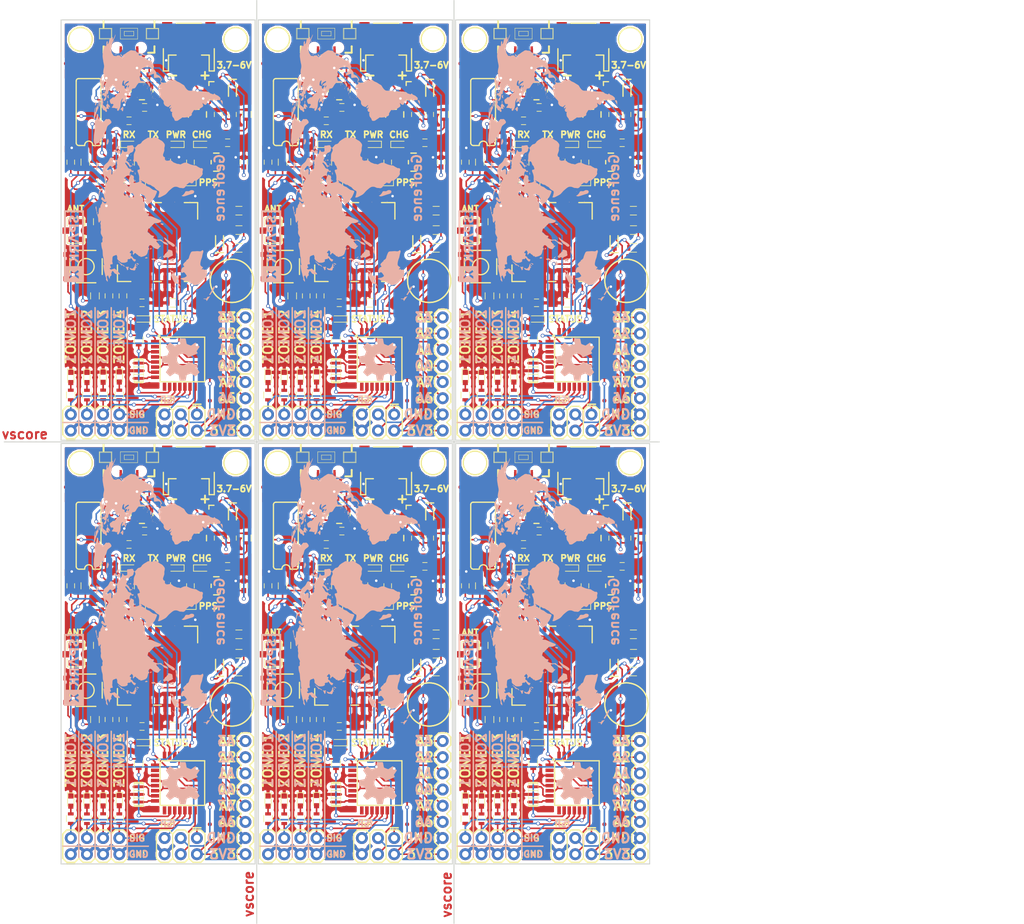
<source format=kicad_pcb>
(kicad_pcb (version 4) (host pcbnew 4.0.6)
  (layers (0 Top signal) (31 Bottom signal) (34 B.Paste user) (35 F.Paste user) (36 B.SilkS user) (37 F.SilkS user) (38 B.Mask user) (39 F.Mask user) (44 Edge.Cuts user))
  (net 0 "")
  (net 1 GND)
  (net 2 "Net-(C1-Pad1)")
  (net 3 "Net-(D2-PadC)")
  (net 4 "Net-(J1-PadFEED)")
  (net 5 "Net-(U1-Pad15)")
  (net 6 "Net-(U1-Pad17)")
  (net 7 "Net-(U1-Pad18)")
  (net 8 /BACKUP)
  (net 9 "Net-(C2-Pad1)")
  (net 10 "Net-(C3-Pad1)")
  (net 11 +3V3)
  (net 12 /ATRESET)
  (net 13 /DTR)
  (net 14 "Net-(C10-Pad1)")
  (net 15 "Net-(C13-Pad1)")
  (net 16 /TXO)
  (net 17 +5V)
  (net 18 /MISO)
  (net 19 /SCK)
  (net 20 /MOSI)
  (net 21 /A6)
  (net 22 /A7)
  (net 23 /A0)
  (net 24 /D7)
  (net 25 /D8)
  (net 26 /D9)
  (net 27 /D10)
  (net 28 /PPS)
  (net 29 "Net-(Q1-Pad1)")
  (net 30 "Net-(Q1-Pad3)")
  (net 31 /WAKE)
  (net 32 "Net-(D5-Pad2)")
  (net 33 /~RESET)
  (net 34 "Net-(D6-Pad2)")
  (net 35 "Net-(D7-Pad2)")
  (net 36 /SCL)
  (net 37 /SDA)
  (net 38 "Net-(D8-Pad2)")
  (net 39 /STATUS)
  (net 40 /INT)
  (net 41 "Net-(U1-Pad19)")
  (net 42 "Net-(U1-Pad20)")
  (net 43 "Net-(U1-Pad23)")
  (net 44 /RXI)
  (net 45 "Net-(U3-Pad10)")
  (net 46 "Net-(U3-Pad11)")
  (net 47 "Net-(U3-Pad12)")
  (net 48 "Net-(U3-Pad14)")
  (net 49 "Net-(U3-Pad15)")
  (net 50 "Net-(U4-Pad4)")
  (net 51 /D4)
  (net 52 /D5)
  (net 53 /A1)
  (net 54 /A2)
  (net 55 /A3)
  (net 56 "Net-(D1-Pad2)")
  (net 57 "Net-(D3-Pad2)")
  (net 58 "Net-(D4-Pad2)")
  (net 59 "Net-(D9-Pad2)")
  (net 60 "Net-(C6-Pad1)")
  (net 61 "Net-(J2-PadD+)")
  (net 62 "Net-(J2-PadD-)")
  (net 63 "Net-(J2-PadSHIE)")
  (net 64 V_BATT)
  (net 65 "Net-(D11-Pad2)")
  (net 66 "Net-(D11-Pad1)")
  (net 67 "Net-(D12-Pad2)")
  (net 68 "Net-(R16-Pad1)")
  (module Custom_Silk:worldmap_silk (layer Bottom) (at 128.016 130.81 270)
    (fp_text reference G*** hide)
    (fp_text value LOGO hide)
  )
  (module Custom_Silk:worldmap_silk (layer Bottom) (at 97.028 130.81 270)
    (fp_text reference G*** hide)
    (fp_text value LOGO hide)
  )
  (module Custom_Silk:worldmap_silk (layer Bottom) (at 66.04 130.81 270)
    (fp_text reference G*** hide)
    (fp_text value LOGO hide)
  )
  (module Custom_Silk:worldmap_silk (layer Bottom) (at 128.016 64.262 270)
    (fp_text reference G*** hide)
    (fp_text value LOGO hide)
  )
  (module Custom_Silk:worldmap_silk (layer Bottom) (at 97.028 64.262 270)
    (fp_text reference G*** hide)
    (fp_text value LOGO hide)
  )
  (module Custom_Silk:SparkX_Logo (layer Bottom) (at 114.808 141.732 270)
    (fp_text reference G***)
    (fp_text value LOGO)
  )
  (module Custom_Silk:SparkX_Logo (layer Bottom) (at 83.82 141.732 270)
    (fp_text reference G***)
    (fp_text value LOGO)
  )
  (module Custom_Silk:SparkX_Logo (layer Bottom) (at 52.832 141.732 270)
    (fp_text reference G***)
    (fp_text value LOGO)
  )
  (module Custom_Silk:SparkX_Logo (layer Bottom) (at 114.808 75.184 270)
    (fp_text reference G***)
    (fp_text value LOGO)
  )
  (module Custom_Silk:SparkX_Logo (layer Bottom) (at 83.82 75.184 270)
    (fp_text reference G***)
    (fp_text value LOGO)
  )
  (module Symbols:OSHW-Symbol_6.7x6mm_SilkScreen (layer Bottom) (at 131.572 159.512 270)
    (fp_text reference REF***)
    (fp_text value OSHW-Symbol_6.7x6mm_SilkScreen)
  )
  (module Symbols:OSHW-Symbol_6.7x6mm_SilkScreen (layer Bottom) (at 100.584 159.512 270)
    (fp_text reference REF***)
    (fp_text value OSHW-Symbol_6.7x6mm_SilkScreen)
  )
  (module Symbols:OSHW-Symbol_6.7x6mm_SilkScreen (layer Bottom) (at 69.596 159.512 270)
    (fp_text reference REF***)
    (fp_text value OSHW-Symbol_6.7x6mm_SilkScreen)
  )
  (module Symbols:OSHW-Symbol_6.7x6mm_SilkScreen (layer Bottom) (at 131.572 92.964 270)
    (fp_text reference REF***)
    (fp_text value OSHW-Symbol_6.7x6mm_SilkScreen)
  )
  (module Symbols:OSHW-Symbol_6.7x6mm_SilkScreen (layer Bottom) (at 100.584 92.964 270)
    (fp_text reference REF***)
    (fp_text value OSHW-Symbol_6.7x6mm_SilkScreen)
  )
  (module Capacitors_SMD:C_0603 (layer Top) (at 125.896 119.928)
    (fp_text reference C1)
    (fp_text value 10pF)
    (pad 1 smd rect (at -0.75 0) (size 0.8 0.75) (layers Top F.Paste F.Mask) (net 2 "Net-(C1-Pad1)"))
    (pad 2 smd rect (at 0.75 0) (size 0.8 0.75) (layers Top F.Paste F.Mask) (net 1 GND))
  )
  (module Capacitors_SMD:C_0603 (layer Top) (at 94.908 119.928)
    (fp_text reference C1)
    (fp_text value 10pF)
    (pad 1 smd rect (at -0.75 0) (size 0.8 0.75) (layers Top F.Paste F.Mask) (net 2 "Net-(C1-Pad1)"))
    (pad 2 smd rect (at 0.75 0) (size 0.8 0.75) (layers Top F.Paste F.Mask) (net 1 GND))
  )
  (module Capacitors_SMD:C_0603 (layer Top) (at 63.92 119.928)
    (fp_text reference C1)
    (fp_text value 10pF)
    (pad 1 smd rect (at -0.75 0) (size 0.8 0.75) (layers Top F.Paste F.Mask) (net 2 "Net-(C1-Pad1)"))
    (pad 2 smd rect (at 0.75 0) (size 0.8 0.75) (layers Top F.Paste F.Mask) (net 1 GND))
  )
  (module Capacitors_SMD:C_0603 (layer Top) (at 125.896 53.38)
    (fp_text reference C1)
    (fp_text value 10pF)
    (pad 1 smd rect (at -0.75 0) (size 0.8 0.75) (layers Top F.Paste F.Mask) (net 2 "Net-(C1-Pad1)"))
    (pad 2 smd rect (at 0.75 0) (size 0.8 0.75) (layers Top F.Paste F.Mask) (net 1 GND))
  )
  (module Capacitors_SMD:C_0603 (layer Top) (at 94.908 53.38)
    (fp_text reference C1)
    (fp_text value 10pF)
    (pad 1 smd rect (at -0.75 0) (size 0.8 0.75) (layers Top F.Paste F.Mask) (net 2 "Net-(C1-Pad1)"))
    (pad 2 smd rect (at 0.75 0) (size 0.8 0.75) (layers Top F.Paste F.Mask) (net 1 GND))
  )
  (module Resistors_SMD:R_0603 (layer Top) (at 129.446 118.528 180)
    (fp_text reference R16)
    (fp_text value 2.0k)
    (pad 1 smd rect (at -0.75 0 180) (size 0.5 0.9) (layers Top F.Paste F.Mask) (net 68 "Net-(R16-Pad1)"))
    (pad 2 smd rect (at 0.75 0 180) (size 0.5 0.9) (layers Top F.Paste F.Mask) (net 1 GND))
  )
  (module Resistors_SMD:R_0603 (layer Top) (at 98.458 118.528 180)
    (fp_text reference R16)
    (fp_text value 2.0k)
    (pad 1 smd rect (at -0.75 0 180) (size 0.5 0.9) (layers Top F.Paste F.Mask) (net 68 "Net-(R16-Pad1)"))
    (pad 2 smd rect (at 0.75 0 180) (size 0.5 0.9) (layers Top F.Paste F.Mask) (net 1 GND))
  )
  (module Resistors_SMD:R_0603 (layer Top) (at 67.47 118.528 180)
    (fp_text reference R16)
    (fp_text value 2.0k)
    (pad 1 smd rect (at -0.75 0 180) (size 0.5 0.9) (layers Top F.Paste F.Mask) (net 68 "Net-(R16-Pad1)"))
    (pad 2 smd rect (at 0.75 0 180) (size 0.5 0.9) (layers Top F.Paste F.Mask) (net 1 GND))
  )
  (module Resistors_SMD:R_0603 (layer Top) (at 129.446 51.98 180)
    (fp_text reference R16)
    (fp_text value 2.0k)
    (pad 1 smd rect (at -0.75 0 180) (size 0.5 0.9) (layers Top F.Paste F.Mask) (net 68 "Net-(R16-Pad1)"))
    (pad 2 smd rect (at 0.75 0 180) (size 0.5 0.9) (layers Top F.Paste F.Mask) (net 1 GND))
  )
  (module Resistors_SMD:R_0603 (layer Top) (at 98.458 51.98 180)
    (fp_text reference R16)
    (fp_text value 2.0k)
    (pad 1 smd rect (at -0.75 0 180) (size 0.5 0.9) (layers Top F.Paste F.Mask) (net 68 "Net-(R16-Pad1)"))
    (pad 2 smd rect (at 0.75 0 180) (size 0.5 0.9) (layers Top F.Paste F.Mask) (net 1 GND))
  )
  (module Clocks:CRYSTAL-SMD-3.2X2.5MM (layer Top) (at 125.476 117.348 180)
    (fp_text reference Y1)
    (fp_text value 12MHz)
    (pad 1 smd rect (at -1.17348 0.87376) (size 1.19888 1.09982) (layers Top F.Paste F.Mask) (net 9 "Net-(C2-Pad1)"))
    (pad 2 smd rect (at 1.17348 0.87376 180) (size 1.19888 1.09982) (layers Top F.Paste F.Mask) (net 1 GND))
    (pad 3 smd rect (at 1.17348 -0.87376 180) (size 1.19888 1.09982) (layers Top F.Paste F.Mask) (net 2 "Net-(C1-Pad1)"))
    (pad 4 smd rect (at -1.17348 -0.87376) (size 1.19888 1.09982) (layers Top F.Paste F.Mask) (net 1 GND))
  )
  (module Clocks:CRYSTAL-SMD-3.2X2.5MM (layer Top) (at 94.488 117.348 180)
    (fp_text reference Y1)
    (fp_text value 12MHz)
    (pad 1 smd rect (at -1.17348 0.87376) (size 1.19888 1.09982) (layers Top F.Paste F.Mask) (net 9 "Net-(C2-Pad1)"))
    (pad 2 smd rect (at 1.17348 0.87376 180) (size 1.19888 1.09982) (layers Top F.Paste F.Mask) (net 1 GND))
    (pad 3 smd rect (at 1.17348 -0.87376 180) (size 1.19888 1.09982) (layers Top F.Paste F.Mask) (net 2 "Net-(C1-Pad1)"))
    (pad 4 smd rect (at -1.17348 -0.87376) (size 1.19888 1.09982) (layers Top F.Paste F.Mask) (net 1 GND))
  )
  (module Clocks:CRYSTAL-SMD-3.2X2.5MM (layer Top) (at 63.5 117.348 180)
    (fp_text reference Y1)
    (fp_text value 12MHz)
    (pad 1 smd rect (at -1.17348 0.87376) (size 1.19888 1.09982) (layers Top F.Paste F.Mask) (net 9 "Net-(C2-Pad1)"))
    (pad 2 smd rect (at 1.17348 0.87376 180) (size 1.19888 1.09982) (layers Top F.Paste F.Mask) (net 1 GND))
    (pad 3 smd rect (at 1.17348 -0.87376 180) (size 1.19888 1.09982) (layers Top F.Paste F.Mask) (net 2 "Net-(C1-Pad1)"))
    (pad 4 smd rect (at -1.17348 -0.87376) (size 1.19888 1.09982) (layers Top F.Paste F.Mask) (net 1 GND))
  )
  (module Clocks:CRYSTAL-SMD-3.2X2.5MM (layer Top) (at 125.476 50.8 180)
    (fp_text reference Y1)
    (fp_text value 12MHz)
    (pad 1 smd rect (at -1.17348 0.87376) (size 1.19888 1.09982) (layers Top F.Paste F.Mask) (net 9 "Net-(C2-Pad1)"))
    (pad 2 smd rect (at 1.17348 0.87376 180) (size 1.19888 1.09982) (layers Top F.Paste F.Mask) (net 1 GND))
    (pad 3 smd rect (at 1.17348 -0.87376 180) (size 1.19888 1.09982) (layers Top F.Paste F.Mask) (net 2 "Net-(C1-Pad1)"))
    (pad 4 smd rect (at -1.17348 -0.87376) (size 1.19888 1.09982) (layers Top F.Paste F.Mask) (net 1 GND))
  )
  (module Clocks:CRYSTAL-SMD-3.2X2.5MM (layer Top) (at 94.488 50.8 180)
    (fp_text reference Y1)
    (fp_text value 12MHz)
    (pad 1 smd rect (at -1.17348 0.87376) (size 1.19888 1.09982) (layers Top F.Paste F.Mask) (net 9 "Net-(C2-Pad1)"))
    (pad 2 smd rect (at 1.17348 0.87376 180) (size 1.19888 1.09982) (layers Top F.Paste F.Mask) (net 1 GND))
    (pad 3 smd rect (at 1.17348 -0.87376 180) (size 1.19888 1.09982) (layers Top F.Paste F.Mask) (net 2 "Net-(C1-Pad1)"))
    (pad 4 smd rect (at -1.17348 -0.87376) (size 1.19888 1.09982) (layers Top F.Paste F.Mask) (net 1 GND))
  )
  (module LEDs:LED_0603 (layer Top) (at 130.81 125.73 180)
    (fp_text reference D12)
    (fp_text value Red)
    (pad 2 smd rect (at 0.8 0) (size 0.8 0.8) (layers Top F.Paste F.Mask) (net 67 "Net-(D12-Pad2)"))
    (pad 1 smd rect (at -0.8 0) (size 0.8 0.8) (layers Top F.Paste F.Mask) (net 1 GND))
  )
  (module LEDs:LED_0603 (layer Top) (at 99.822 125.73 180)
    (fp_text reference D12)
    (fp_text value Red)
    (pad 2 smd rect (at 0.8 0) (size 0.8 0.8) (layers Top F.Paste F.Mask) (net 67 "Net-(D12-Pad2)"))
    (pad 1 smd rect (at -0.8 0) (size 0.8 0.8) (layers Top F.Paste F.Mask) (net 1 GND))
  )
  (module LEDs:LED_0603 (layer Top) (at 68.834 125.73 180)
    (fp_text reference D12)
    (fp_text value Red)
    (pad 2 smd rect (at 0.8 0) (size 0.8 0.8) (layers Top F.Paste F.Mask) (net 67 "Net-(D12-Pad2)"))
    (pad 1 smd rect (at -0.8 0) (size 0.8 0.8) (layers Top F.Paste F.Mask) (net 1 GND))
  )
  (module LEDs:LED_0603 (layer Top) (at 130.81 59.182 180)
    (fp_text reference D12)
    (fp_text value Red)
    (pad 2 smd rect (at 0.8 0) (size 0.8 0.8) (layers Top F.Paste F.Mask) (net 67 "Net-(D12-Pad2)"))
    (pad 1 smd rect (at -0.8 0) (size 0.8 0.8) (layers Top F.Paste F.Mask) (net 1 GND))
  )
  (module LEDs:LED_0603 (layer Top) (at 99.822 59.182 180)
    (fp_text reference D12)
    (fp_text value Red)
    (pad 2 smd rect (at 0.8 0) (size 0.8 0.8) (layers Top F.Paste F.Mask) (net 67 "Net-(D12-Pad2)"))
    (pad 1 smd rect (at -0.8 0) (size 0.8 0.8) (layers Top F.Paste F.Mask) (net 1 GND))
  )
  (module LEDs:LED_0603 (layer Top) (at 127.254 125.73)
    (fp_text reference D3)
    (fp_text value Yellow)
    (pad 2 smd rect (at 0.8 0 180) (size 0.8 0.8) (layers Top F.Paste F.Mask) (net 57 "Net-(D3-Pad2)"))
    (pad 1 smd rect (at -0.8 0 180) (size 0.8 0.8) (layers Top F.Paste F.Mask) (net 16 /TXO))
  )
  (module LEDs:LED_0603 (layer Top) (at 96.266 125.73)
    (fp_text reference D3)
    (fp_text value Yellow)
    (pad 2 smd rect (at 0.8 0 180) (size 0.8 0.8) (layers Top F.Paste F.Mask) (net 57 "Net-(D3-Pad2)"))
    (pad 1 smd rect (at -0.8 0 180) (size 0.8 0.8) (layers Top F.Paste F.Mask) (net 16 /TXO))
  )
  (module LEDs:LED_0603 (layer Top) (at 65.278 125.73)
    (fp_text reference D3)
    (fp_text value Yellow)
    (pad 2 smd rect (at 0.8 0 180) (size 0.8 0.8) (layers Top F.Paste F.Mask) (net 57 "Net-(D3-Pad2)"))
    (pad 1 smd rect (at -0.8 0 180) (size 0.8 0.8) (layers Top F.Paste F.Mask) (net 16 /TXO))
  )
  (module LEDs:LED_0603 (layer Top) (at 127.254 59.182)
    (fp_text reference D3)
    (fp_text value Yellow)
    (pad 2 smd rect (at 0.8 0 180) (size 0.8 0.8) (layers Top F.Paste F.Mask) (net 57 "Net-(D3-Pad2)"))
    (pad 1 smd rect (at -0.8 0 180) (size 0.8 0.8) (layers Top F.Paste F.Mask) (net 16 /TXO))
  )
  (module LEDs:LED_0603 (layer Top) (at 96.266 59.182)
    (fp_text reference D3)
    (fp_text value Yellow)
    (pad 2 smd rect (at 0.8 0 180) (size 0.8 0.8) (layers Top F.Paste F.Mask) (net 57 "Net-(D3-Pad2)"))
    (pad 1 smd rect (at -0.8 0 180) (size 0.8 0.8) (layers Top F.Paste F.Mask) (net 16 /TXO))
  )
  (module Capacitors_SMD:C_0603 (layer Top) (at 123.446 122.028)
    (fp_text reference C3)
    (fp_text value 10nF)
    (pad 1 smd rect (at -0.75 0) (size 0.8 0.75) (layers Top F.Paste F.Mask) (net 10 "Net-(C3-Pad1)"))
    (pad 2 smd rect (at 0.75 0) (size 0.8 0.75) (layers Top F.Paste F.Mask) (net 1 GND))
  )
  (module Capacitors_SMD:C_0603 (layer Top) (at 92.458 122.028)
    (fp_text reference C3)
    (fp_text value 10nF)
    (pad 1 smd rect (at -0.75 0) (size 0.8 0.75) (layers Top F.Paste F.Mask) (net 10 "Net-(C3-Pad1)"))
    (pad 2 smd rect (at 0.75 0) (size 0.8 0.75) (layers Top F.Paste F.Mask) (net 1 GND))
  )
  (module Capacitors_SMD:C_0603 (layer Top) (at 61.47 122.028)
    (fp_text reference C3)
    (fp_text value 10nF)
    (pad 1 smd rect (at -0.75 0) (size 0.8 0.75) (layers Top F.Paste F.Mask) (net 10 "Net-(C3-Pad1)"))
    (pad 2 smd rect (at 0.75 0) (size 0.8 0.75) (layers Top F.Paste F.Mask) (net 1 GND))
  )
  (module Capacitors_SMD:C_0603 (layer Top) (at 123.446 55.48)
    (fp_text reference C3)
    (fp_text value 10nF)
    (pad 1 smd rect (at -0.75 0) (size 0.8 0.75) (layers Top F.Paste F.Mask) (net 10 "Net-(C3-Pad1)"))
    (pad 2 smd rect (at 0.75 0) (size 0.8 0.75) (layers Top F.Paste F.Mask) (net 1 GND))
  )
  (module Capacitors_SMD:C_0603 (layer Top) (at 92.458 55.48)
    (fp_text reference C3)
    (fp_text value 10nF)
    (pad 1 smd rect (at -0.75 0) (size 0.8 0.75) (layers Top F.Paste F.Mask) (net 10 "Net-(C3-Pad1)"))
    (pad 2 smd rect (at 0.75 0) (size 0.8 0.75) (layers Top F.Paste F.Mask) (net 1 GND))
  )
  (module IC:SO16 (layer Top) (at 117.094 120.65 90)
    (fp_text reference U3)
    (fp_text value CH340G)
    (pad 1 smd rect (at -4.445 2.79908 90) (size 0.59944 1.19888) (layers Top F.Paste F.Mask) (net 1 GND))
    (pad 2 smd rect (at -3.175 2.79908 90) (size 0.59944 1.19888) (layers Top F.Paste F.Mask) (net 44 /RXI))
    (pad 3 smd rect (at -1.905 2.79908 90) (size 0.59944 1.19888) (layers Top F.Paste F.Mask) (net 16 /TXO))
    (pad 4 smd rect (at -0.635 2.79908 90) (size 0.59944 1.19888) (layers Top F.Paste F.Mask) (net 10 "Net-(C3-Pad1)"))
    (pad 5 smd rect (at 0.635 2.79908 90) (size 0.59944 1.19888) (layers Top F.Paste F.Mask) (net 61 "Net-(J2-PadD+)"))
    (pad 6 smd rect (at 1.905 2.79908 90) (size 0.59944 1.19888) (layers Top F.Paste F.Mask) (net 62 "Net-(J2-PadD-)"))
    (pad 7 smd rect (at 3.175 2.79908 90) (size 0.59944 1.19888) (layers Top F.Paste F.Mask) (net 2 "Net-(C1-Pad1)"))
    (pad 8 smd rect (at 4.445 2.79908 90) (size 0.59944 1.19888) (layers Top F.Paste F.Mask) (net 9 "Net-(C2-Pad1)"))
    (pad 9 smd rect (at 4.445 -2.79908 90) (size 0.59944 1.19888) (layers Top F.Paste F.Mask) (net 1 GND))
    (pad 10 smd rect (at 3.175 -2.79908 90) (size 0.59944 1.19888) (layers Top F.Paste F.Mask) (net 45 "Net-(U3-Pad10)"))
    (pad 11 smd rect (at 1.905 -2.79908 90) (size 0.59944 1.19888) (layers Top F.Paste F.Mask) (net 46 "Net-(U3-Pad11)"))
    (pad 12 smd rect (at 0.635 -2.79908 90) (size 0.59944 1.19888) (layers Top F.Paste F.Mask) (net 47 "Net-(U3-Pad12)"))
    (pad 13 smd rect (at -0.635 -2.79908 90) (size 0.59944 1.19888) (layers Top F.Paste F.Mask) (net 13 /DTR))
    (pad 14 smd rect (at -1.905 -2.79908 90) (size 0.59944 1.19888) (layers Top F.Paste F.Mask) (net 48 "Net-(U3-Pad14)"))
    (pad 15 smd rect (at -3.175 -2.79908 90) (size 0.59944 1.19888) (layers Top F.Paste F.Mask) (net 49 "Net-(U3-Pad15)"))
    (pad 16 smd rect (at -4.445 -2.79908 90) (size 0.59944 1.19888) (layers Top F.Paste F.Mask) (net 11 +3V3))
  )
  (module IC:SO16 (layer Top) (at 86.106 120.65 90)
    (fp_text reference U3)
    (fp_text value CH340G)
    (pad 1 smd rect (at -4.445 2.79908 90) (size 0.59944 1.19888) (layers Top F.Paste F.Mask) (net 1 GND))
    (pad 2 smd rect (at -3.175 2.79908 90) (size 0.59944 1.19888) (layers Top F.Paste F.Mask) (net 44 /RXI))
    (pad 3 smd rect (at -1.905 2.79908 90) (size 0.59944 1.19888) (layers Top F.Paste F.Mask) (net 16 /TXO))
    (pad 4 smd rect (at -0.635 2.79908 90) (size 0.59944 1.19888) (layers Top F.Paste F.Mask) (net 10 "Net-(C3-Pad1)"))
    (pad 5 smd rect (at 0.635 2.79908 90) (size 0.59944 1.19888) (layers Top F.Paste F.Mask) (net 61 "Net-(J2-PadD+)"))
    (pad 6 smd rect (at 1.905 2.79908 90) (size 0.59944 1.19888) (layers Top F.Paste F.Mask) (net 62 "Net-(J2-PadD-)"))
    (pad 7 smd rect (at 3.175 2.79908 90) (size 0.59944 1.19888) (layers Top F.Paste F.Mask) (net 2 "Net-(C1-Pad1)"))
    (pad 8 smd rect (at 4.445 2.79908 90) (size 0.59944 1.19888) (layers Top F.Paste F.Mask) (net 9 "Net-(C2-Pad1)"))
    (pad 9 smd rect (at 4.445 -2.79908 90) (size 0.59944 1.19888) (layers Top F.Paste F.Mask) (net 1 GND))
    (pad 10 smd rect (at 3.175 -2.79908 90) (size 0.59944 1.19888) (layers Top F.Paste F.Mask) (net 45 "Net-(U3-Pad10)"))
    (pad 11 smd rect (at 1.905 -2.79908 90) (size 0.59944 1.19888) (layers Top F.Paste F.Mask) (net 46 "Net-(U3-Pad11)"))
    (pad 12 smd rect (at 0.635 -2.79908 90) (size 0.59944 1.19888) (layers Top F.Paste F.Mask) (net 47 "Net-(U3-Pad12)"))
    (pad 13 smd rect (at -0.635 -2.79908 90) (size 0.59944 1.19888) (layers Top F.Paste F.Mask) (net 13 /DTR))
    (pad 14 smd rect (at -1.905 -2.79908 90) (size 0.59944 1.19888) (layers Top F.Paste F.Mask) (net 48 "Net-(U3-Pad14)"))
    (pad 15 smd rect (at -3.175 -2.79908 90) (size 0.59944 1.19888) (layers Top F.Paste F.Mask) (net 49 "Net-(U3-Pad15)"))
    (pad 16 smd rect (at -4.445 -2.79908 90) (size 0.59944 1.19888) (layers Top F.Paste F.Mask) (net 11 +3V3))
  )
  (module IC:SO16 (layer Top) (at 55.118 120.65 90)
    (fp_text reference U3)
    (fp_text value CH340G)
    (pad 1 smd rect (at -4.445 2.79908 90) (size 0.59944 1.19888) (layers Top F.Paste F.Mask) (net 1 GND))
    (pad 2 smd rect (at -3.175 2.79908 90) (size 0.59944 1.19888) (layers Top F.Paste F.Mask) (net 44 /RXI))
    (pad 3 smd rect (at -1.905 2.79908 90) (size 0.59944 1.19888) (layers Top F.Paste F.Mask) (net 16 /TXO))
    (pad 4 smd rect (at -0.635 2.79908 90) (size 0.59944 1.19888) (layers Top F.Paste F.Mask) (net 10 "Net-(C3-Pad1)"))
    (pad 5 smd rect (at 0.635 2.79908 90) (size 0.59944 1.19888) (layers Top F.Paste F.Mask) (net 61 "Net-(J2-PadD+)"))
    (pad 6 smd rect (at 1.905 2.79908 90) (size 0.59944 1.19888) (layers Top F.Paste F.Mask) (net 62 "Net-(J2-PadD-)"))
    (pad 7 smd rect (at 3.175 2.79908 90) (size 0.59944 1.19888) (layers Top F.Paste F.Mask) (net 2 "Net-(C1-Pad1)"))
    (pad 8 smd rect (at 4.445 2.79908 90) (size 0.59944 1.19888) (layers Top F.Paste F.Mask) (net 9 "Net-(C2-Pad1)"))
    (pad 9 smd rect (at 4.445 -2.79908 90) (size 0.59944 1.19888) (layers Top F.Paste F.Mask) (net 1 GND))
    (pad 10 smd rect (at 3.175 -2.79908 90) (size 0.59944 1.19888) (layers Top F.Paste F.Mask) (net 45 "Net-(U3-Pad10)"))
    (pad 11 smd rect (at 1.905 -2.79908 90) (size 0.59944 1.19888) (layers Top F.Paste F.Mask) (net 46 "Net-(U3-Pad11)"))
    (pad 12 smd rect (at 0.635 -2.79908 90) (size 0.59944 1.19888) (layers Top F.Paste F.Mask) (net 47 "Net-(U3-Pad12)"))
    (pad 13 smd rect (at -0.635 -2.79908 90) (size 0.59944 1.19888) (layers Top F.Paste F.Mask) (net 13 /DTR))
    (pad 14 smd rect (at -1.905 -2.79908 90) (size 0.59944 1.19888) (layers Top F.Paste F.Mask) (net 48 "Net-(U3-Pad14)"))
    (pad 15 smd rect (at -3.175 -2.79908 90) (size 0.59944 1.19888) (layers Top F.Paste F.Mask) (net 49 "Net-(U3-Pad15)"))
    (pad 16 smd rect (at -4.445 -2.79908 90) (size 0.59944 1.19888) (layers Top F.Paste F.Mask) (net 11 +3V3))
  )
  (module IC:SO16 (layer Top) (at 117.094 54.102 90)
    (fp_text reference U3)
    (fp_text value CH340G)
    (pad 1 smd rect (at -4.445 2.79908 90) (size 0.59944 1.19888) (layers Top F.Paste F.Mask) (net 1 GND))
    (pad 2 smd rect (at -3.175 2.79908 90) (size 0.59944 1.19888) (layers Top F.Paste F.Mask) (net 44 /RXI))
    (pad 3 smd rect (at -1.905 2.79908 90) (size 0.59944 1.19888) (layers Top F.Paste F.Mask) (net 16 /TXO))
    (pad 4 smd rect (at -0.635 2.79908 90) (size 0.59944 1.19888) (layers Top F.Paste F.Mask) (net 10 "Net-(C3-Pad1)"))
    (pad 5 smd rect (at 0.635 2.79908 90) (size 0.59944 1.19888) (layers Top F.Paste F.Mask) (net 61 "Net-(J2-PadD+)"))
    (pad 6 smd rect (at 1.905 2.79908 90) (size 0.59944 1.19888) (layers Top F.Paste F.Mask) (net 62 "Net-(J2-PadD-)"))
    (pad 7 smd rect (at 3.175 2.79908 90) (size 0.59944 1.19888) (layers Top F.Paste F.Mask) (net 2 "Net-(C1-Pad1)"))
    (pad 8 smd rect (at 4.445 2.79908 90) (size 0.59944 1.19888) (layers Top F.Paste F.Mask) (net 9 "Net-(C2-Pad1)"))
    (pad 9 smd rect (at 4.445 -2.79908 90) (size 0.59944 1.19888) (layers Top F.Paste F.Mask) (net 1 GND))
    (pad 10 smd rect (at 3.175 -2.79908 90) (size 0.59944 1.19888) (layers Top F.Paste F.Mask) (net 45 "Net-(U3-Pad10)"))
    (pad 11 smd rect (at 1.905 -2.79908 90) (size 0.59944 1.19888) (layers Top F.Paste F.Mask) (net 46 "Net-(U3-Pad11)"))
    (pad 12 smd rect (at 0.635 -2.79908 90) (size 0.59944 1.19888) (layers Top F.Paste F.Mask) (net 47 "Net-(U3-Pad12)"))
    (pad 13 smd rect (at -0.635 -2.79908 90) (size 0.59944 1.19888) (layers Top F.Paste F.Mask) (net 13 /DTR))
    (pad 14 smd rect (at -1.905 -2.79908 90) (size 0.59944 1.19888) (layers Top F.Paste F.Mask) (net 48 "Net-(U3-Pad14)"))
    (pad 15 smd rect (at -3.175 -2.79908 90) (size 0.59944 1.19888) (layers Top F.Paste F.Mask) (net 49 "Net-(U3-Pad15)"))
    (pad 16 smd rect (at -4.445 -2.79908 90) (size 0.59944 1.19888) (layers Top F.Paste F.Mask) (net 11 +3V3))
  )
  (module IC:SO16 (layer Top) (at 86.106 54.102 90)
    (fp_text reference U3)
    (fp_text value CH340G)
    (pad 1 smd rect (at -4.445 2.79908 90) (size 0.59944 1.19888) (layers Top F.Paste F.Mask) (net 1 GND))
    (pad 2 smd rect (at -3.175 2.79908 90) (size 0.59944 1.19888) (layers Top F.Paste F.Mask) (net 44 /RXI))
    (pad 3 smd rect (at -1.905 2.79908 90) (size 0.59944 1.19888) (layers Top F.Paste F.Mask) (net 16 /TXO))
    (pad 4 smd rect (at -0.635 2.79908 90) (size 0.59944 1.19888) (layers Top F.Paste F.Mask) (net 10 "Net-(C3-Pad1)"))
    (pad 5 smd rect (at 0.635 2.79908 90) (size 0.59944 1.19888) (layers Top F.Paste F.Mask) (net 61 "Net-(J2-PadD+)"))
    (pad 6 smd rect (at 1.905 2.79908 90) (size 0.59944 1.19888) (layers Top F.Paste F.Mask) (net 62 "Net-(J2-PadD-)"))
    (pad 7 smd rect (at 3.175 2.79908 90) (size 0.59944 1.19888) (layers Top F.Paste F.Mask) (net 2 "Net-(C1-Pad1)"))
    (pad 8 smd rect (at 4.445 2.79908 90) (size 0.59944 1.19888) (layers Top F.Paste F.Mask) (net 9 "Net-(C2-Pad1)"))
    (pad 9 smd rect (at 4.445 -2.79908 90) (size 0.59944 1.19888) (layers Top F.Paste F.Mask) (net 1 GND))
    (pad 10 smd rect (at 3.175 -2.79908 90) (size 0.59944 1.19888) (layers Top F.Paste F.Mask) (net 45 "Net-(U3-Pad10)"))
    (pad 11 smd rect (at 1.905 -2.79908 90) (size 0.59944 1.19888) (layers Top F.Paste F.Mask) (net 46 "Net-(U3-Pad11)"))
    (pad 12 smd rect (at 0.635 -2.79908 90) (size 0.59944 1.19888) (layers Top F.Paste F.Mask) (net 47 "Net-(U3-Pad12)"))
    (pad 13 smd rect (at -0.635 -2.79908 90) (size 0.59944 1.19888) (layers Top F.Paste F.Mask) (net 13 /DTR))
    (pad 14 smd rect (at -1.905 -2.79908 90) (size 0.59944 1.19888) (layers Top F.Paste F.Mask) (net 48 "Net-(U3-Pad14)"))
    (pad 15 smd rect (at -3.175 -2.79908 90) (size 0.59944 1.19888) (layers Top F.Paste F.Mask) (net 49 "Net-(U3-Pad15)"))
    (pad 16 smd rect (at -4.445 -2.79908 90) (size 0.59944 1.19888) (layers Top F.Paste F.Mask) (net 11 +3V3))
  )
  (module Capacitors_SMD:C_0603 (layer Top) (at 138.938 125.476)
    (fp_text reference C7)
    (fp_text value 2.2uF)
    (pad 1 smd rect (at -0.75 0) (size 0.8 0.75) (layers Top F.Paste F.Mask) (net 11 +3V3))
    (pad 2 smd rect (at 0.75 0) (size 0.8 0.75) (layers Top F.Paste F.Mask) (net 1 GND))
  )
  (module Capacitors_SMD:C_0603 (layer Top) (at 107.95 125.476)
    (fp_text reference C7)
    (fp_text value 2.2uF)
    (pad 1 smd rect (at -0.75 0) (size 0.8 0.75) (layers Top F.Paste F.Mask) (net 11 +3V3))
    (pad 2 smd rect (at 0.75 0) (size 0.8 0.75) (layers Top F.Paste F.Mask) (net 1 GND))
  )
  (module Capacitors_SMD:C_0603 (layer Top) (at 76.962 125.476)
    (fp_text reference C7)
    (fp_text value 2.2uF)
    (pad 1 smd rect (at -0.75 0) (size 0.8 0.75) (layers Top F.Paste F.Mask) (net 11 +3V3))
    (pad 2 smd rect (at 0.75 0) (size 0.8 0.75) (layers Top F.Paste F.Mask) (net 1 GND))
  )
  (module Capacitors_SMD:C_0603 (layer Top) (at 138.938 58.928)
    (fp_text reference C7)
    (fp_text value 2.2uF)
    (pad 1 smd rect (at -0.75 0) (size 0.8 0.75) (layers Top F.Paste F.Mask) (net 11 +3V3))
    (pad 2 smd rect (at 0.75 0) (size 0.8 0.75) (layers Top F.Paste F.Mask) (net 1 GND))
  )
  (module Capacitors_SMD:C_0603 (layer Top) (at 107.95 58.928)
    (fp_text reference C7)
    (fp_text value 2.2uF)
    (pad 1 smd rect (at -0.75 0) (size 0.8 0.75) (layers Top F.Paste F.Mask) (net 11 +3V3))
    (pad 2 smd rect (at 0.75 0) (size 0.8 0.75) (layers Top F.Paste F.Mask) (net 1 GND))
  )
  (module Capacitors_SMD:C_0603 (layer Top) (at 133.096 128.524 90)
    (fp_text reference C11)
    (fp_text value 0.1uF)
    (pad 1 smd rect (at -0.75 0 90) (size 0.8 0.75) (layers Top F.Paste F.Mask) (net 11 +3V3))
    (pad 2 smd rect (at 0.75 0 90) (size 0.8 0.75) (layers Top F.Paste F.Mask) (net 1 GND))
  )
  (module Capacitors_SMD:C_0603 (layer Top) (at 102.108 128.524 90)
    (fp_text reference C11)
    (fp_text value 0.1uF)
    (pad 1 smd rect (at -0.75 0 90) (size 0.8 0.75) (layers Top F.Paste F.Mask) (net 11 +3V3))
    (pad 2 smd rect (at 0.75 0 90) (size 0.8 0.75) (layers Top F.Paste F.Mask) (net 1 GND))
  )
  (module Capacitors_SMD:C_0603 (layer Top) (at 71.12 128.524 90)
    (fp_text reference C11)
    (fp_text value 0.1uF)
    (pad 1 smd rect (at -0.75 0 90) (size 0.8 0.75) (layers Top F.Paste F.Mask) (net 11 +3V3))
    (pad 2 smd rect (at 0.75 0 90) (size 0.8 0.75) (layers Top F.Paste F.Mask) (net 1 GND))
  )
  (module Capacitors_SMD:C_0603 (layer Top) (at 133.096 61.976 90)
    (fp_text reference C11)
    (fp_text value 0.1uF)
    (pad 1 smd rect (at -0.75 0 90) (size 0.8 0.75) (layers Top F.Paste F.Mask) (net 11 +3V3))
    (pad 2 smd rect (at 0.75 0 90) (size 0.8 0.75) (layers Top F.Paste F.Mask) (net 1 GND))
  )
  (module Capacitors_SMD:C_0603 (layer Top) (at 102.108 61.976 90)
    (fp_text reference C11)
    (fp_text value 0.1uF)
    (pad 1 smd rect (at -0.75 0 90) (size 0.8 0.75) (layers Top F.Paste F.Mask) (net 11 +3V3))
    (pad 2 smd rect (at 0.75 0 90) (size 0.8 0.75) (layers Top F.Paste F.Mask) (net 1 GND))
  )
  (module IC:SOT23-5 (layer Top) (at 137.16 128.524 90)
    (fp_text reference U4)
    (fp_text value AP2112K-3.3V)
    (pad 1 smd rect (at -0.94996 1.29794 90) (size 0.54864 1.19888) (layers Top F.Paste F.Mask) (net 60 "Net-(C6-Pad1)"))
    (pad 2 smd rect (at 0 1.29794 90) (size 0.54864 1.19888) (layers Top F.Paste F.Mask) (net 1 GND))
    (pad 3 smd rect (at 0.94996 1.29794 90) (size 0.54864 1.19888) (layers Top F.Paste F.Mask) (net 60 "Net-(C6-Pad1)"))
    (pad 4 smd rect (at 0.94996 -1.29794 90) (size 0.54864 1.19888) (layers Top F.Paste F.Mask) (net 50 "Net-(U4-Pad4)"))
    (pad 5 smd rect (at -0.94996 -1.29794 90) (size 0.54864 1.19888) (layers Top F.Paste F.Mask) (net 11 +3V3))
  )
  (module IC:SOT23-5 (layer Top) (at 106.172 128.524 90)
    (fp_text reference U4)
    (fp_text value AP2112K-3.3V)
    (pad 1 smd rect (at -0.94996 1.29794 90) (size 0.54864 1.19888) (layers Top F.Paste F.Mask) (net 60 "Net-(C6-Pad1)"))
    (pad 2 smd rect (at 0 1.29794 90) (size 0.54864 1.19888) (layers Top F.Paste F.Mask) (net 1 GND))
    (pad 3 smd rect (at 0.94996 1.29794 90) (size 0.54864 1.19888) (layers Top F.Paste F.Mask) (net 60 "Net-(C6-Pad1)"))
    (pad 4 smd rect (at 0.94996 -1.29794 90) (size 0.54864 1.19888) (layers Top F.Paste F.Mask) (net 50 "Net-(U4-Pad4)"))
    (pad 5 smd rect (at -0.94996 -1.29794 90) (size 0.54864 1.19888) (layers Top F.Paste F.Mask) (net 11 +3V3))
  )
  (module IC:SOT23-5 (layer Top) (at 75.184 128.524 90)
    (fp_text reference U4)
    (fp_text value AP2112K-3.3V)
    (pad 1 smd rect (at -0.94996 1.29794 90) (size 0.54864 1.19888) (layers Top F.Paste F.Mask) (net 60 "Net-(C6-Pad1)"))
    (pad 2 smd rect (at 0 1.29794 90) (size 0.54864 1.19888) (layers Top F.Paste F.Mask) (net 1 GND))
    (pad 3 smd rect (at 0.94996 1.29794 90) (size 0.54864 1.19888) (layers Top F.Paste F.Mask) (net 60 "Net-(C6-Pad1)"))
    (pad 4 smd rect (at 0.94996 -1.29794 90) (size 0.54864 1.19888) (layers Top F.Paste F.Mask) (net 50 "Net-(U4-Pad4)"))
    (pad 5 smd rect (at -0.94996 -1.29794 90) (size 0.54864 1.19888) (layers Top F.Paste F.Mask) (net 11 +3V3))
  )
  (module IC:SOT23-5 (layer Top) (at 137.16 61.976 90)
    (fp_text reference U4)
    (fp_text value AP2112K-3.3V)
    (pad 1 smd rect (at -0.94996 1.29794 90) (size 0.54864 1.19888) (layers Top F.Paste F.Mask) (net 60 "Net-(C6-Pad1)"))
    (pad 2 smd rect (at 0 1.29794 90) (size 0.54864 1.19888) (layers Top F.Paste F.Mask) (net 1 GND))
    (pad 3 smd rect (at 0.94996 1.29794 90) (size 0.54864 1.19888) (layers Top F.Paste F.Mask) (net 60 "Net-(C6-Pad1)"))
    (pad 4 smd rect (at 0.94996 -1.29794 90) (size 0.54864 1.19888) (layers Top F.Paste F.Mask) (net 50 "Net-(U4-Pad4)"))
    (pad 5 smd rect (at -0.94996 -1.29794 90) (size 0.54864 1.19888) (layers Top F.Paste F.Mask) (net 11 +3V3))
  )
  (module IC:SOT23-5 (layer Top) (at 106.172 61.976 90)
    (fp_text reference U4)
    (fp_text value AP2112K-3.3V)
    (pad 1 smd rect (at -0.94996 1.29794 90) (size 0.54864 1.19888) (layers Top F.Paste F.Mask) (net 60 "Net-(C6-Pad1)"))
    (pad 2 smd rect (at 0 1.29794 90) (size 0.54864 1.19888) (layers Top F.Paste F.Mask) (net 1 GND))
    (pad 3 smd rect (at 0.94996 1.29794 90) (size 0.54864 1.19888) (layers Top F.Paste F.Mask) (net 60 "Net-(C6-Pad1)"))
    (pad 4 smd rect (at 0.94996 -1.29794 90) (size 0.54864 1.19888) (layers Top F.Paste F.Mask) (net 50 "Net-(U4-Pad4)"))
    (pad 5 smd rect (at -0.94996 -1.29794 90) (size 0.54864 1.19888) (layers Top F.Paste F.Mask) (net 11 +3V3))
  )
  (module Capacitors_SMD:C_0603 (layer Top) (at 141.478 128.524 90)
    (fp_text reference C6)
    (fp_text value 1.0uF)
    (pad 1 smd rect (at -0.75 0 90) (size 0.8 0.75) (layers Top F.Paste F.Mask) (net 60 "Net-(C6-Pad1)"))
    (pad 2 smd rect (at 0.75 0 90) (size 0.8 0.75) (layers Top F.Paste F.Mask) (net 1 GND))
  )
  (module Capacitors_SMD:C_0603 (layer Top) (at 110.49 128.524 90)
    (fp_text reference C6)
    (fp_text value 1.0uF)
    (pad 1 smd rect (at -0.75 0 90) (size 0.8 0.75) (layers Top F.Paste F.Mask) (net 60 "Net-(C6-Pad1)"))
    (pad 2 smd rect (at 0.75 0 90) (size 0.8 0.75) (layers Top F.Paste F.Mask) (net 1 GND))
  )
  (module Capacitors_SMD:C_0603 (layer Top) (at 79.502 128.524 90)
    (fp_text reference C6)
    (fp_text value 1.0uF)
    (pad 1 smd rect (at -0.75 0 90) (size 0.8 0.75) (layers Top F.Paste F.Mask) (net 60 "Net-(C6-Pad1)"))
    (pad 2 smd rect (at 0.75 0 90) (size 0.8 0.75) (layers Top F.Paste F.Mask) (net 1 GND))
  )
  (module Capacitors_SMD:C_0603 (layer Top) (at 141.478 61.976 90)
    (fp_text reference C6)
    (fp_text value 1.0uF)
    (pad 1 smd rect (at -0.75 0 90) (size 0.8 0.75) (layers Top F.Paste F.Mask) (net 60 "Net-(C6-Pad1)"))
    (pad 2 smd rect (at 0.75 0 90) (size 0.8 0.75) (layers Top F.Paste F.Mask) (net 1 GND))
  )
  (module Capacitors_SMD:C_0603 (layer Top) (at 110.49 61.976 90)
    (fp_text reference C6)
    (fp_text value 1.0uF)
    (pad 1 smd rect (at -0.75 0 90) (size 0.8 0.75) (layers Top F.Paste F.Mask) (net 60 "Net-(C6-Pad1)"))
    (pad 2 smd rect (at 0.75 0 90) (size 0.8 0.75) (layers Top F.Paste F.Mask) (net 1 GND))
  )
  (module LEDs:LED_0603 (layer Top) (at 134.874 125.73)
    (fp_text reference D11)
    (fp_text value Yellow)
    (pad 2 smd rect (at 0.8 0 180) (size 0.8 0.8) (layers Top F.Paste F.Mask) (net 65 "Net-(D11-Pad2)"))
    (pad 1 smd rect (at -0.8 0 180) (size 0.8 0.8) (layers Top F.Paste F.Mask) (net 66 "Net-(D11-Pad1)"))
  )
  (module LEDs:LED_0603 (layer Top) (at 103.886 125.73)
    (fp_text reference D11)
    (fp_text value Yellow)
    (pad 2 smd rect (at 0.8 0 180) (size 0.8 0.8) (layers Top F.Paste F.Mask) (net 65 "Net-(D11-Pad2)"))
    (pad 1 smd rect (at -0.8 0 180) (size 0.8 0.8) (layers Top F.Paste F.Mask) (net 66 "Net-(D11-Pad1)"))
  )
  (module LEDs:LED_0603 (layer Top) (at 72.898 125.73)
    (fp_text reference D11)
    (fp_text value Yellow)
    (pad 2 smd rect (at 0.8 0 180) (size 0.8 0.8) (layers Top F.Paste F.Mask) (net 65 "Net-(D11-Pad2)"))
    (pad 1 smd rect (at -0.8 0 180) (size 0.8 0.8) (layers Top F.Paste F.Mask) (net 66 "Net-(D11-Pad1)"))
  )
  (module LEDs:LED_0603 (layer Top) (at 134.874 59.182)
    (fp_text reference D11)
    (fp_text value Yellow)
    (pad 2 smd rect (at 0.8 0 180) (size 0.8 0.8) (layers Top F.Paste F.Mask) (net 65 "Net-(D11-Pad2)"))
    (pad 1 smd rect (at -0.8 0 180) (size 0.8 0.8) (layers Top F.Paste F.Mask) (net 66 "Net-(D11-Pad1)"))
  )
  (module LEDs:LED_0603 (layer Top) (at 103.886 59.182)
    (fp_text reference D11)
    (fp_text value Yellow)
    (pad 2 smd rect (at 0.8 0 180) (size 0.8 0.8) (layers Top F.Paste F.Mask) (net 65 "Net-(D11-Pad2)"))
    (pad 1 smd rect (at -0.8 0 180) (size 0.8 0.8) (layers Top F.Paste F.Mask) (net 66 "Net-(D11-Pad1)"))
  )
  (module Connectors:JST-2-SMD (layer Top) (at 132.842 109.7026)
    (fp_text reference JP8)
    (fp_text value LiPo)
    (pad 1 smd rect (at -0.99822 3.69824) (size 0.99822 4.59994) (layers Top F.Paste F.Mask) (net 1 GND))
    (pad 2 smd rect (at 0.99822 3.69824) (size 0.99822 4.59994) (layers Top F.Paste F.Mask) (net 64 V_BATT))
    (pad NC1 smd rect (at -3.39852 -1.4986 90) (size 3.39852 1.59766) (layers Top F.Paste F.Mask))
    (pad NC2 smd rect (at 3.39852 -1.4986 90) (size 3.39852 1.59766) (layers Top F.Paste F.Mask))
  )
  (module Connectors:JST-2-SMD (layer Top) (at 101.854 109.7026)
    (fp_text reference JP8)
    (fp_text value LiPo)
    (pad 1 smd rect (at -0.99822 3.69824) (size 0.99822 4.59994) (layers Top F.Paste F.Mask) (net 1 GND))
    (pad 2 smd rect (at 0.99822 3.69824) (size 0.99822 4.59994) (layers Top F.Paste F.Mask) (net 64 V_BATT))
    (pad NC1 smd rect (at -3.39852 -1.4986 90) (size 3.39852 1.59766) (layers Top F.Paste F.Mask))
    (pad NC2 smd rect (at 3.39852 -1.4986 90) (size 3.39852 1.59766) (layers Top F.Paste F.Mask))
  )
  (module Connectors:JST-2-SMD (layer Top) (at 70.866 109.7026)
    (fp_text reference JP8)
    (fp_text value LiPo)
    (pad 1 smd rect (at -0.99822 3.69824) (size 0.99822 4.59994) (layers Top F.Paste F.Mask) (net 1 GND))
    (pad 2 smd rect (at 0.99822 3.69824) (size 0.99822 4.59994) (layers Top F.Paste F.Mask) (net 64 V_BATT))
    (pad NC1 smd rect (at -3.39852 -1.4986 90) (size 3.39852 1.59766) (layers Top F.Paste F.Mask))
    (pad NC2 smd rect (at 3.39852 -1.4986 90) (size 3.39852 1.59766) (layers Top F.Paste F.Mask))
  )
  (module Connectors:JST-2-SMD (layer Top) (at 132.842 43.1546)
    (fp_text reference JP8)
    (fp_text value LiPo)
    (pad 1 smd rect (at -0.99822 3.69824) (size 0.99822 4.59994) (layers Top F.Paste F.Mask) (net 1 GND))
    (pad 2 smd rect (at 0.99822 3.69824) (size 0.99822 4.59994) (layers Top F.Paste F.Mask) (net 64 V_BATT))
    (pad NC1 smd rect (at -3.39852 -1.4986 90) (size 3.39852 1.59766) (layers Top F.Paste F.Mask))
    (pad NC2 smd rect (at 3.39852 -1.4986 90) (size 3.39852 1.59766) (layers Top F.Paste F.Mask))
  )
  (module Connectors:JST-2-SMD (layer Top) (at 101.854 43.1546)
    (fp_text reference JP8)
    (fp_text value LiPo)
    (pad 1 smd rect (at -0.99822 3.69824) (size 0.99822 4.59994) (layers Top F.Paste F.Mask) (net 1 GND))
    (pad 2 smd rect (at 0.99822 3.69824) (size 0.99822 4.59994) (layers Top F.Paste F.Mask) (net 64 V_BATT))
    (pad NC1 smd rect (at -3.39852 -1.4986 90) (size 3.39852 1.59766) (layers Top F.Paste F.Mask))
    (pad NC2 smd rect (at 3.39852 -1.4986 90) (size 3.39852 1.59766) (layers Top F.Paste F.Mask))
  )
  (module Capacitors_SMD:C_0603 (layer Top) (at 137.446 121.028 90)
    (fp_text reference C5)
    (fp_text value 4.7uF)
    (pad 1 smd rect (at -0.75 0 90) (size 0.8 0.75) (layers Top F.Paste F.Mask) (net 64 V_BATT))
    (pad 2 smd rect (at 0.75 0 90) (size 0.8 0.75) (layers Top F.Paste F.Mask) (net 1 GND))
  )
  (module Capacitors_SMD:C_0603 (layer Top) (at 106.458 121.028 90)
    (fp_text reference C5)
    (fp_text value 4.7uF)
    (pad 1 smd rect (at -0.75 0 90) (size 0.8 0.75) (layers Top F.Paste F.Mask) (net 64 V_BATT))
    (pad 2 smd rect (at 0.75 0 90) (size 0.8 0.75) (layers Top F.Paste F.Mask) (net 1 GND))
  )
  (module Capacitors_SMD:C_0603 (layer Top) (at 75.47 121.028 90)
    (fp_text reference C5)
    (fp_text value 4.7uF)
    (pad 1 smd rect (at -0.75 0 90) (size 0.8 0.75) (layers Top F.Paste F.Mask) (net 64 V_BATT))
    (pad 2 smd rect (at 0.75 0 90) (size 0.8 0.75) (layers Top F.Paste F.Mask) (net 1 GND))
  )
  (module Capacitors_SMD:C_0603 (layer Top) (at 137.446 54.48 90)
    (fp_text reference C5)
    (fp_text value 4.7uF)
    (pad 1 smd rect (at -0.75 0 90) (size 0.8 0.75) (layers Top F.Paste F.Mask) (net 64 V_BATT))
    (pad 2 smd rect (at 0.75 0 90) (size 0.8 0.75) (layers Top F.Paste F.Mask) (net 1 GND))
  )
  (module Capacitors_SMD:C_0603 (layer Top) (at 106.458 54.48 90)
    (fp_text reference C5)
    (fp_text value 4.7uF)
    (pad 1 smd rect (at -0.75 0 90) (size 0.8 0.75) (layers Top F.Paste F.Mask) (net 64 V_BATT))
    (pad 2 smd rect (at 0.75 0 90) (size 0.8 0.75) (layers Top F.Paste F.Mask) (net 1 GND))
  )
  (module Capacitors_SMD:C_0603 (layer Top) (at 139.696 121.028 270)
    (fp_text reference C15)
    (fp_text value 4.7uF)
    (pad 1 smd rect (at -0.75 0 270) (size 0.8 0.75) (layers Top F.Paste F.Mask) (net 17 +5V))
    (pad 2 smd rect (at 0.75 0 270) (size 0.8 0.75) (layers Top F.Paste F.Mask) (net 1 GND))
  )
  (module Capacitors_SMD:C_0603 (layer Top) (at 108.708 121.028 270)
    (fp_text reference C15)
    (fp_text value 4.7uF)
    (pad 1 smd rect (at -0.75 0 270) (size 0.8 0.75) (layers Top F.Paste F.Mask) (net 17 +5V))
    (pad 2 smd rect (at 0.75 0 270) (size 0.8 0.75) (layers Top F.Paste F.Mask) (net 1 GND))
  )
  (module Capacitors_SMD:C_0603 (layer Top) (at 77.72 121.028 270)
    (fp_text reference C15)
    (fp_text value 4.7uF)
    (pad 1 smd rect (at -0.75 0 270) (size 0.8 0.75) (layers Top F.Paste F.Mask) (net 17 +5V))
    (pad 2 smd rect (at 0.75 0 270) (size 0.8 0.75) (layers Top F.Paste F.Mask) (net 1 GND))
  )
  (module Capacitors_SMD:C_0603 (layer Top) (at 139.696 54.48 270)
    (fp_text reference C15)
    (fp_text value 4.7uF)
    (pad 1 smd rect (at -0.75 0 270) (size 0.8 0.75) (layers Top F.Paste F.Mask) (net 17 +5V))
    (pad 2 smd rect (at 0.75 0 270) (size 0.8 0.75) (layers Top F.Paste F.Mask) (net 1 GND))
  )
  (module Capacitors_SMD:C_0603 (layer Top) (at 108.708 54.48 270)
    (fp_text reference C15)
    (fp_text value 4.7uF)
    (pad 1 smd rect (at -0.75 0 270) (size 0.8 0.75) (layers Top F.Paste F.Mask) (net 17 +5V))
    (pad 2 smd rect (at 0.75 0 270) (size 0.8 0.75) (layers Top F.Paste F.Mask) (net 1 GND))
  )
  (module IC:SOT23-5 (layer Top) (at 134.196 121.028)
    (fp_text reference U6)
    (fp_text value MCP73831)
    (pad 1 smd rect (at -0.94996 1.29794) (size 0.54864 1.19888) (layers Top F.Paste F.Mask) (net 66 "Net-(D11-Pad1)"))
    (pad 2 smd rect (at 0 1.29794) (size 0.54864 1.19888) (layers Top F.Paste F.Mask) (net 1 GND))
    (pad 3 smd rect (at 0.94996 1.29794) (size 0.54864 1.19888) (layers Top F.Paste F.Mask) (net 64 V_BATT))
    (pad 4 smd rect (at 0.94996 -1.29794) (size 0.54864 1.19888) (layers Top F.Paste F.Mask) (net 17 +5V))
    (pad 5 smd rect (at -0.94996 -1.29794) (size 0.54864 1.19888) (layers Top F.Paste F.Mask) (net 68 "Net-(R16-Pad1)"))
  )
  (module IC:SOT23-5 (layer Top) (at 103.208 121.028)
    (fp_text reference U6)
    (fp_text value MCP73831)
    (pad 1 smd rect (at -0.94996 1.29794) (size 0.54864 1.19888) (layers Top F.Paste F.Mask) (net 66 "Net-(D11-Pad1)"))
    (pad 2 smd rect (at 0 1.29794) (size 0.54864 1.19888) (layers Top F.Paste F.Mask) (net 1 GND))
    (pad 3 smd rect (at 0.94996 1.29794) (size 0.54864 1.19888) (layers Top F.Paste F.Mask) (net 64 V_BATT))
    (pad 4 smd rect (at 0.94996 -1.29794) (size 0.54864 1.19888) (layers Top F.Paste F.Mask) (net 17 +5V))
    (pad 5 smd rect (at -0.94996 -1.29794) (size 0.54864 1.19888) (layers Top F.Paste F.Mask) (net 68 "Net-(R16-Pad1)"))
  )
  (module IC:SOT23-5 (layer Top) (at 72.22 121.028)
    (fp_text reference U6)
    (fp_text value MCP73831)
    (pad 1 smd rect (at -0.94996 1.29794) (size 0.54864 1.19888) (layers Top F.Paste F.Mask) (net 66 "Net-(D11-Pad1)"))
    (pad 2 smd rect (at 0 1.29794) (size 0.54864 1.19888) (layers Top F.Paste F.Mask) (net 1 GND))
    (pad 3 smd rect (at 0.94996 1.29794) (size 0.54864 1.19888) (layers Top F.Paste F.Mask) (net 64 V_BATT))
    (pad 4 smd rect (at 0.94996 -1.29794) (size 0.54864 1.19888) (layers Top F.Paste F.Mask) (net 17 +5V))
    (pad 5 smd rect (at -0.94996 -1.29794) (size 0.54864 1.19888) (layers Top F.Paste F.Mask) (net 68 "Net-(R16-Pad1)"))
  )
  (module IC:SOT23-5 (layer Top) (at 134.196 54.48)
    (fp_text reference U6)
    (fp_text value MCP73831)
    (pad 1 smd rect (at -0.94996 1.29794) (size 0.54864 1.19888) (layers Top F.Paste F.Mask) (net 66 "Net-(D11-Pad1)"))
    (pad 2 smd rect (at 0 1.29794) (size 0.54864 1.19888) (layers Top F.Paste F.Mask) (net 1 GND))
    (pad 3 smd rect (at 0.94996 1.29794) (size 0.54864 1.19888) (layers Top F.Paste F.Mask) (net 64 V_BATT))
    (pad 4 smd rect (at 0.94996 -1.29794) (size 0.54864 1.19888) (layers Top F.Paste F.Mask) (net 17 +5V))
    (pad 5 smd rect (at -0.94996 -1.29794) (size 0.54864 1.19888) (layers Top F.Paste F.Mask) (net 68 "Net-(R16-Pad1)"))
  )
  (module IC:SOT23-5 (layer Top) (at 103.208 54.48)
    (fp_text reference U6)
    (fp_text value MCP73831)
    (pad 1 smd rect (at -0.94996 1.29794) (size 0.54864 1.19888) (layers Top F.Paste F.Mask) (net 66 "Net-(D11-Pad1)"))
    (pad 2 smd rect (at 0 1.29794) (size 0.54864 1.19888) (layers Top F.Paste F.Mask) (net 1 GND))
    (pad 3 smd rect (at 0.94996 1.29794) (size 0.54864 1.19888) (layers Top F.Paste F.Mask) (net 64 V_BATT))
    (pad 4 smd rect (at 0.94996 -1.29794) (size 0.54864 1.19888) (layers Top F.Paste F.Mask) (net 17 +5V))
    (pad 5 smd rect (at -0.94996 -1.29794) (size 0.54864 1.19888) (layers Top F.Paste F.Mask) (net 68 "Net-(R16-Pad1)"))
  )
  (module DiscreteSemi:SparkFun-DiscreteSemi-SOD-323 (layer Top) (at 139.696 117.278 270)
    (fp_text reference D10)
    (fp_text value BAT20J)
    (pad A smd rect (at 1.14808 0 270) (size 0.62992 0.82804) (layers Top F.Paste F.Mask) (net 17 +5V))
    (pad C smd rect (at -1.14808 0 270) (size 0.62992 0.82804) (layers Top F.Paste F.Mask) (net 60 "Net-(C6-Pad1)"))
  )
  (module DiscreteSemi:SparkFun-DiscreteSemi-SOD-323 (layer Top) (at 108.708 117.278 270)
    (fp_text reference D10)
    (fp_text value BAT20J)
    (pad A smd rect (at 1.14808 0 270) (size 0.62992 0.82804) (layers Top F.Paste F.Mask) (net 17 +5V))
    (pad C smd rect (at -1.14808 0 270) (size 0.62992 0.82804) (layers Top F.Paste F.Mask) (net 60 "Net-(C6-Pad1)"))
  )
  (module DiscreteSemi:SparkFun-DiscreteSemi-SOD-323 (layer Top) (at 77.72 117.278 270)
    (fp_text reference D10)
    (fp_text value BAT20J)
    (pad A smd rect (at 1.14808 0 270) (size 0.62992 0.82804) (layers Top F.Paste F.Mask) (net 17 +5V))
    (pad C smd rect (at -1.14808 0 270) (size 0.62992 0.82804) (layers Top F.Paste F.Mask) (net 60 "Net-(C6-Pad1)"))
  )
  (module DiscreteSemi:SparkFun-DiscreteSemi-SOD-323 (layer Top) (at 139.696 50.73 270)
    (fp_text reference D10)
    (fp_text value BAT20J)
    (pad A smd rect (at 1.14808 0 270) (size 0.62992 0.82804) (layers Top F.Paste F.Mask) (net 17 +5V))
    (pad C smd rect (at -1.14808 0 270) (size 0.62992 0.82804) (layers Top F.Paste F.Mask) (net 60 "Net-(C6-Pad1)"))
  )
  (module DiscreteSemi:SparkFun-DiscreteSemi-SOD-323 (layer Top) (at 108.708 50.73 270)
    (fp_text reference D10)
    (fp_text value BAT20J)
    (pad A smd rect (at 1.14808 0 270) (size 0.62992 0.82804) (layers Top F.Paste F.Mask) (net 17 +5V))
    (pad C smd rect (at -1.14808 0 270) (size 0.62992 0.82804) (layers Top F.Paste F.Mask) (net 60 "Net-(C6-Pad1)"))
  )
  (module Resistors_SMD:R_0603 (layer Top) (at 141.946 121.028 270)
    (fp_text reference R17)
    (fp_text value 1k)
    (pad 1 smd rect (at -0.75 0 270) (size 0.5 0.9) (layers Top F.Paste F.Mask) (net 17 +5V))
    (pad 2 smd rect (at 0.75 0 270) (size 0.5 0.9) (layers Top F.Paste F.Mask) (net 65 "Net-(D11-Pad2)"))
  )
  (module Resistors_SMD:R_0603 (layer Top) (at 110.958 121.028 270)
    (fp_text reference R17)
    (fp_text value 1k)
    (pad 1 smd rect (at -0.75 0 270) (size 0.5 0.9) (layers Top F.Paste F.Mask) (net 17 +5V))
    (pad 2 smd rect (at 0.75 0 270) (size 0.5 0.9) (layers Top F.Paste F.Mask) (net 65 "Net-(D11-Pad2)"))
  )
  (module Resistors_SMD:R_0603 (layer Top) (at 79.97 121.028 270)
    (fp_text reference R17)
    (fp_text value 1k)
    (pad 1 smd rect (at -0.75 0 270) (size 0.5 0.9) (layers Top F.Paste F.Mask) (net 17 +5V))
    (pad 2 smd rect (at 0.75 0 270) (size 0.5 0.9) (layers Top F.Paste F.Mask) (net 65 "Net-(D11-Pad2)"))
  )
  (module Resistors_SMD:R_0603 (layer Top) (at 141.946 54.48 270)
    (fp_text reference R17)
    (fp_text value 1k)
    (pad 1 smd rect (at -0.75 0 270) (size 0.5 0.9) (layers Top F.Paste F.Mask) (net 17 +5V))
    (pad 2 smd rect (at 0.75 0 270) (size 0.5 0.9) (layers Top F.Paste F.Mask) (net 65 "Net-(D11-Pad2)"))
  )
  (module Resistors_SMD:R_0603 (layer Top) (at 110.958 54.48 270)
    (fp_text reference R17)
    (fp_text value 1k)
    (pad 1 smd rect (at -0.75 0 270) (size 0.5 0.9) (layers Top F.Paste F.Mask) (net 17 +5V))
    (pad 2 smd rect (at 0.75 0 270) (size 0.5 0.9) (layers Top F.Paste F.Mask) (net 65 "Net-(D11-Pad2)"))
  )
  (module DiscreteSemi:SparkFun-DiscreteSemi-SOT23-3 (layer Top) (at 136.696 117.278 90)
    (fp_text reference Q2)
    (fp_text value 2.5A/30V)
    (pad 1 smd rect (at -0.94996 0.99822 90) (size 0.79756 0.89916) (layers Top F.Paste F.Mask) (net 17 +5V))
    (pad 2 smd rect (at 0.94996 0.99822 90) (size 0.79756 0.89916) (layers Top F.Paste F.Mask) (net 60 "Net-(C6-Pad1)"))
    (pad 3 smd rect (at 0 -1.09982 90) (size 0.79756 0.89916) (layers Top F.Paste F.Mask) (net 64 V_BATT))
  )
  (module DiscreteSemi:SparkFun-DiscreteSemi-SOT23-3 (layer Top) (at 105.708 117.278 90)
    (fp_text reference Q2)
    (fp_text value 2.5A/30V)
    (pad 1 smd rect (at -0.94996 0.99822 90) (size 0.79756 0.89916) (layers Top F.Paste F.Mask) (net 17 +5V))
    (pad 2 smd rect (at 0.94996 0.99822 90) (size 0.79756 0.89916) (layers Top F.Paste F.Mask) (net 60 "Net-(C6-Pad1)"))
    (pad 3 smd rect (at 0 -1.09982 90) (size 0.79756 0.89916) (layers Top F.Paste F.Mask) (net 64 V_BATT))
  )
  (module DiscreteSemi:SparkFun-DiscreteSemi-SOT23-3 (layer Top) (at 74.72 117.278 90)
    (fp_text reference Q2)
    (fp_text value 2.5A/30V)
    (pad 1 smd rect (at -0.94996 0.99822 90) (size 0.79756 0.89916) (layers Top F.Paste F.Mask) (net 17 +5V))
    (pad 2 smd rect (at 0.94996 0.99822 90) (size 0.79756 0.89916) (layers Top F.Paste F.Mask) (net 60 "Net-(C6-Pad1)"))
    (pad 3 smd rect (at 0 -1.09982 90) (size 0.79756 0.89916) (layers Top F.Paste F.Mask) (net 64 V_BATT))
  )
  (module DiscreteSemi:SparkFun-DiscreteSemi-SOT23-3 (layer Top) (at 136.696 50.73 90)
    (fp_text reference Q2)
    (fp_text value 2.5A/30V)
    (pad 1 smd rect (at -0.94996 0.99822 90) (size 0.79756 0.89916) (layers Top F.Paste F.Mask) (net 17 +5V))
    (pad 2 smd rect (at 0.94996 0.99822 90) (size 0.79756 0.89916) (layers Top F.Paste F.Mask) (net 60 "Net-(C6-Pad1)"))
    (pad 3 smd rect (at 0 -1.09982 90) (size 0.79756 0.89916) (layers Top F.Paste F.Mask) (net 64 V_BATT))
  )
  (module DiscreteSemi:SparkFun-DiscreteSemi-SOT23-3 (layer Top) (at 105.708 50.73 90)
    (fp_text reference Q2)
    (fp_text value 2.5A/30V)
    (pad 1 smd rect (at -0.94996 0.99822 90) (size 0.79756 0.89916) (layers Top F.Paste F.Mask) (net 17 +5V))
    (pad 2 smd rect (at 0.94996 0.99822 90) (size 0.79756 0.89916) (layers Top F.Paste F.Mask) (net 60 "Net-(C6-Pad1)"))
    (pad 3 smd rect (at 0 -1.09982 90) (size 0.79756 0.89916) (layers Top F.Paste F.Mask) (net 64 V_BATT))
  )
  (module Hardware:STAND-OFF (layer Top) (at 140.208 109.22)
    (fp_text reference H1)
    (fp_text value STAND-OFF)
    (pad "" np_thru_hole circle (at 0 0) (size 3.302 3.302) (drill 3.302) (layers *.Cu *.Mask))
  )
  (module Hardware:STAND-OFF (layer Top) (at 109.22 109.22)
    (fp_text reference H1)
    (fp_text value STAND-OFF)
    (pad "" np_thru_hole circle (at 0 0) (size 3.302 3.302) (drill 3.302) (layers *.Cu *.Mask))
  )
  (module Hardware:STAND-OFF (layer Top) (at 78.232 109.22)
    (fp_text reference H1)
    (fp_text value STAND-OFF)
    (pad "" np_thru_hole circle (at 0 0) (size 3.302 3.302) (drill 3.302) (layers *.Cu *.Mask))
  )
  (module Hardware:STAND-OFF (layer Top) (at 140.208 42.672)
    (fp_text reference H1)
    (fp_text value STAND-OFF)
    (pad "" np_thru_hole circle (at 0 0) (size 3.302 3.302) (drill 3.302) (layers *.Cu *.Mask))
  )
  (module Hardware:STAND-OFF (layer Top) (at 109.22 42.672)
    (fp_text reference H1)
    (fp_text value STAND-OFF)
    (pad "" np_thru_hole circle (at 0 0) (size 3.302 3.302) (drill 3.302) (layers *.Cu *.Mask))
  )
  (module Resistors_SMD:R_0603 (layer Top) (at 129.446 116.778 180)
    (fp_text reference R5)
    (fp_text value 10k)
    (pad 1 smd rect (at -0.75 0 180) (size 0.5 0.9) (layers Top F.Paste F.Mask) (net 17 +5V))
    (pad 2 smd rect (at 0.75 0 180) (size 0.5 0.9) (layers Top F.Paste F.Mask) (net 1 GND))
  )
  (module Resistors_SMD:R_0603 (layer Top) (at 98.458 116.778 180)
    (fp_text reference R5)
    (fp_text value 10k)
    (pad 1 smd rect (at -0.75 0 180) (size 0.5 0.9) (layers Top F.Paste F.Mask) (net 17 +5V))
    (pad 2 smd rect (at 0.75 0 180) (size 0.5 0.9) (layers Top F.Paste F.Mask) (net 1 GND))
  )
  (module Resistors_SMD:R_0603 (layer Top) (at 67.47 116.778 180)
    (fp_text reference R5)
    (fp_text value 10k)
    (pad 1 smd rect (at -0.75 0 180) (size 0.5 0.9) (layers Top F.Paste F.Mask) (net 17 +5V))
    (pad 2 smd rect (at 0.75 0 180) (size 0.5 0.9) (layers Top F.Paste F.Mask) (net 1 GND))
  )
  (module Resistors_SMD:R_0603 (layer Top) (at 129.446 50.23 180)
    (fp_text reference R5)
    (fp_text value 10k)
    (pad 1 smd rect (at -0.75 0 180) (size 0.5 0.9) (layers Top F.Paste F.Mask) (net 17 +5V))
    (pad 2 smd rect (at 0.75 0 180) (size 0.5 0.9) (layers Top F.Paste F.Mask) (net 1 GND))
  )
  (module Resistors_SMD:R_0603 (layer Top) (at 98.458 50.23 180)
    (fp_text reference R5)
    (fp_text value 10k)
    (pad 1 smd rect (at -0.75 0 180) (size 0.5 0.9) (layers Top F.Paste F.Mask) (net 17 +5V))
    (pad 2 smd rect (at 0.75 0 180) (size 0.5 0.9) (layers Top F.Paste F.Mask) (net 1 GND))
  )
  (module Capacitors_SMD:C_0603 (layer Top) (at 125.846 114.808 180)
    (fp_text reference C2)
    (fp_text value 10pF)
    (pad 1 smd rect (at -0.75 0 180) (size 0.8 0.75) (layers Top F.Paste F.Mask) (net 9 "Net-(C2-Pad1)"))
    (pad 2 smd rect (at 0.75 0 180) (size 0.8 0.75) (layers Top F.Paste F.Mask) (net 1 GND))
  )
  (module Capacitors_SMD:C_0603 (layer Top) (at 94.858 114.808 180)
    (fp_text reference C2)
    (fp_text value 10pF)
    (pad 1 smd rect (at -0.75 0 180) (size 0.8 0.75) (layers Top F.Paste F.Mask) (net 9 "Net-(C2-Pad1)"))
    (pad 2 smd rect (at 0.75 0 180) (size 0.8 0.75) (layers Top F.Paste F.Mask) (net 1 GND))
  )
  (module Capacitors_SMD:C_0603 (layer Top) (at 63.87 114.808 180)
    (fp_text reference C2)
    (fp_text value 10pF)
    (pad 1 smd rect (at -0.75 0 180) (size 0.8 0.75) (layers Top F.Paste F.Mask) (net 9 "Net-(C2-Pad1)"))
    (pad 2 smd rect (at 0.75 0 180) (size 0.8 0.75) (layers Top F.Paste F.Mask) (net 1 GND))
  )
  (module Capacitors_SMD:C_0603 (layer Top) (at 125.846 48.26 180)
    (fp_text reference C2)
    (fp_text value 10pF)
    (pad 1 smd rect (at -0.75 0 180) (size 0.8 0.75) (layers Top F.Paste F.Mask) (net 9 "Net-(C2-Pad1)"))
    (pad 2 smd rect (at 0.75 0 180) (size 0.8 0.75) (layers Top F.Paste F.Mask) (net 1 GND))
  )
  (module Capacitors_SMD:C_0603 (layer Top) (at 94.858 48.26 180)
    (fp_text reference C2)
    (fp_text value 10pF)
    (pad 1 smd rect (at -0.75 0 180) (size 0.8 0.75) (layers Top F.Paste F.Mask) (net 9 "Net-(C2-Pad1)"))
    (pad 2 smd rect (at 0.75 0 180) (size 0.8 0.75) (layers Top F.Paste F.Mask) (net 1 GND))
  )
  (module Aesthetics:FIDUCIAL-MICRO (layer Top) (at 113.538 113.03)
    (fp_text reference JP6)
    (fp_text value FIDUCIALUFIDUCIAL)
    (pad 1 smd circle (at 0 0) (size 0.635 0.635) (layers Top F.Paste F.Mask))
  )
  (module Aesthetics:FIDUCIAL-MICRO (layer Top) (at 82.55 113.03)
    (fp_text reference JP6)
    (fp_text value FIDUCIALUFIDUCIAL)
    (pad 1 smd circle (at 0 0) (size 0.635 0.635) (layers Top F.Paste F.Mask))
  )
  (module Aesthetics:FIDUCIAL-MICRO (layer Top) (at 51.562 113.03)
    (fp_text reference JP6)
    (fp_text value FIDUCIALUFIDUCIAL)
    (pad 1 smd circle (at 0 0) (size 0.635 0.635) (layers Top F.Paste F.Mask))
  )
  (module Aesthetics:FIDUCIAL-MICRO (layer Top) (at 113.538 46.482)
    (fp_text reference JP6)
    (fp_text value FIDUCIALUFIDUCIAL)
    (pad 1 smd circle (at 0 0) (size 0.635 0.635) (layers Top F.Paste F.Mask))
  )
  (module Aesthetics:FIDUCIAL-MICRO (layer Top) (at 82.55 46.482)
    (fp_text reference JP6)
    (fp_text value FIDUCIALUFIDUCIAL)
    (pad 1 smd circle (at 0 0) (size 0.635 0.635) (layers Top F.Paste F.Mask))
  )
  (module Connectors:USB-B-MICRO-SMD (layer Top) (at 123.444 108.331 270)
    (fp_text reference J2)
    (fp_text value microB)
    (pad D+ smd rect (at 2.72288 0) (size 0.39878 1.4478) (layers Top F.Paste F.Mask) (net 61 "Net-(J2-PadD+)"))
    (pad D- smd rect (at 2.72288 -0.6477) (size 0.39878 1.4478) (layers Top F.Paste F.Mask) (net 62 "Net-(J2-PadD-)"))
    (pad GND smd rect (at 2.72288 1.29794) (size 0.39878 1.4478) (layers Top F.Paste F.Mask) (net 1 GND))
    (pad ID smd rect (at 2.72288 0.6477) (size 0.39878 1.4478) (layers Top F.Paste F.Mask))
    (pad SHIE smd rect (at 0 -3.683) (size 1.79832 1.4986) (layers Top F.Paste F.Mask) (net 63 "Net-(J2-PadSHIE)"))
    (pad SHIE smd rect (at 0 3.683) (size 1.79832 1.4986) (layers Top F.Paste F.Mask) (net 63 "Net-(J2-PadSHIE)"))
    (pad SHIE smd rect (at 0 0) (size 2.49936 1.4986) (layers Top F.Paste F.Mask) (net 63 "Net-(J2-PadSHIE)"))
    (pad VBUS smd rect (at 2.72288 -1.29794) (size 0.39878 1.4478) (layers Top F.Paste F.Mask) (net 17 +5V))
    (pad "" np_thru_hole circle (at 2.19964 -1.89992 270) (size 0.84836 0.84836) (drill 0.84836) (layers *.Cu *.Mask))
    (pad "" np_thru_hole circle (at 2.19964 1.89992 270) (size 0.84836 0.84836) (drill 0.84836) (layers *.Cu *.Mask))
  )
  (module Connectors:USB-B-MICRO-SMD (layer Top) (at 92.456 108.331 270)
    (fp_text reference J2)
    (fp_text value microB)
    (pad D+ smd rect (at 2.72288 0) (size 0.39878 1.4478) (layers Top F.Paste F.Mask) (net 61 "Net-(J2-PadD+)"))
    (pad D- smd rect (at 2.72288 -0.6477) (size 0.39878 1.4478) (layers Top F.Paste F.Mask) (net 62 "Net-(J2-PadD-)"))
    (pad GND smd rect (at 2.72288 1.29794) (size 0.39878 1.4478) (layers Top F.Paste F.Mask) (net 1 GND))
    (pad ID smd rect (at 2.72288 0.6477) (size 0.39878 1.4478) (layers Top F.Paste F.Mask))
    (pad SHIE smd rect (at 0 -3.683) (size 1.79832 1.4986) (layers Top F.Paste F.Mask) (net 63 "Net-(J2-PadSHIE)"))
    (pad SHIE smd rect (at 0 3.683) (size 1.79832 1.4986) (layers Top F.Paste F.Mask) (net 63 "Net-(J2-PadSHIE)"))
    (pad SHIE smd rect (at 0 0) (size 2.49936 1.4986) (layers Top F.Paste F.Mask) (net 63 "Net-(J2-PadSHIE)"))
    (pad VBUS smd rect (at 2.72288 -1.29794) (size 0.39878 1.4478) (layers Top F.Paste F.Mask) (net 17 +5V))
    (pad "" np_thru_hole circle (at 2.19964 -1.89992 270) (size 0.84836 0.84836) (drill 0.84836) (layers *.Cu *.Mask))
    (pad "" np_thru_hole circle (at 2.19964 1.89992 270) (size 0.84836 0.84836) (drill 0.84836) (layers *.Cu *.Mask))
  )
  (module Connectors:USB-B-MICRO-SMD (layer Top) (at 61.468 108.331 270)
    (fp_text reference J2)
    (fp_text value microB)
    (pad D+ smd rect (at 2.72288 0) (size 0.39878 1.4478) (layers Top F.Paste F.Mask) (net 61 "Net-(J2-PadD+)"))
    (pad D- smd rect (at 2.72288 -0.6477) (size 0.39878 1.4478) (layers Top F.Paste F.Mask) (net 62 "Net-(J2-PadD-)"))
    (pad GND smd rect (at 2.72288 1.29794) (size 0.39878 1.4478) (layers Top F.Paste F.Mask) (net 1 GND))
    (pad ID smd rect (at 2.72288 0.6477) (size 0.39878 1.4478) (layers Top F.Paste F.Mask))
    (pad SHIE smd rect (at 0 -3.683) (size 1.79832 1.4986) (layers Top F.Paste F.Mask) (net 63 "Net-(J2-PadSHIE)"))
    (pad SHIE smd rect (at 0 3.683) (size 1.79832 1.4986) (layers Top F.Paste F.Mask) (net 63 "Net-(J2-PadSHIE)"))
    (pad SHIE smd rect (at 0 0) (size 2.49936 1.4986) (layers Top F.Paste F.Mask) (net 63 "Net-(J2-PadSHIE)"))
    (pad VBUS smd rect (at 2.72288 -1.29794) (size 0.39878 1.4478) (layers Top F.Paste F.Mask) (net 17 +5V))
    (pad "" np_thru_hole circle (at 2.19964 -1.89992 270) (size 0.84836 0.84836) (drill 0.84836) (layers *.Cu *.Mask))
    (pad "" np_thru_hole circle (at 2.19964 1.89992 270) (size 0.84836 0.84836) (drill 0.84836) (layers *.Cu *.Mask))
  )
  (module Connectors:USB-B-MICRO-SMD (layer Top) (at 123.444 41.783 270)
    (fp_text reference J2)
    (fp_text value microB)
    (pad D+ smd rect (at 2.72288 0) (size 0.39878 1.4478) (layers Top F.Paste F.Mask) (net 61 "Net-(J2-PadD+)"))
    (pad D- smd rect (at 2.72288 -0.6477) (size 0.39878 1.4478) (layers Top F.Paste F.Mask) (net 62 "Net-(J2-PadD-)"))
    (pad GND smd rect (at 2.72288 1.29794) (size 0.39878 1.4478) (layers Top F.Paste F.Mask) (net 1 GND))
    (pad ID smd rect (at 2.72288 0.6477) (size 0.39878 1.4478) (layers Top F.Paste F.Mask))
    (pad SHIE smd rect (at 0 -3.683) (size 1.79832 1.4986) (layers Top F.Paste F.Mask) (net 63 "Net-(J2-PadSHIE)"))
    (pad SHIE smd rect (at 0 3.683) (size 1.79832 1.4986) (layers Top F.Paste F.Mask) (net 63 "Net-(J2-PadSHIE)"))
    (pad SHIE smd rect (at 0 0) (size 2.49936 1.4986) (layers Top F.Paste F.Mask) (net 63 "Net-(J2-PadSHIE)"))
    (pad VBUS smd rect (at 2.72288 -1.29794) (size 0.39878 1.4478) (layers Top F.Paste F.Mask) (net 17 +5V))
    (pad "" np_thru_hole circle (at 2.19964 -1.89992 270) (size 0.84836 0.84836) (drill 0.84836) (layers *.Cu *.Mask))
    (pad "" np_thru_hole circle (at 2.19964 1.89992 270) (size 0.84836 0.84836) (drill 0.84836) (layers *.Cu *.Mask))
  )
  (module Connectors:USB-B-MICRO-SMD (layer Top) (at 92.456 41.783 270)
    (fp_text reference J2)
    (fp_text value microB)
    (pad D+ smd rect (at 2.72288 0) (size 0.39878 1.4478) (layers Top F.Paste F.Mask) (net 61 "Net-(J2-PadD+)"))
    (pad D- smd rect (at 2.72288 -0.6477) (size 0.39878 1.4478) (layers Top F.Paste F.Mask) (net 62 "Net-(J2-PadD-)"))
    (pad GND smd rect (at 2.72288 1.29794) (size 0.39878 1.4478) (layers Top F.Paste F.Mask) (net 1 GND))
    (pad ID smd rect (at 2.72288 0.6477) (size 0.39878 1.4478) (layers Top F.Paste F.Mask))
    (pad SHIE smd rect (at 0 -3.683) (size 1.79832 1.4986) (layers Top F.Paste F.Mask) (net 63 "Net-(J2-PadSHIE)"))
    (pad SHIE smd rect (at 0 3.683) (size 1.79832 1.4986) (layers Top F.Paste F.Mask) (net 63 "Net-(J2-PadSHIE)"))
    (pad SHIE smd rect (at 0 0) (size 2.49936 1.4986) (layers Top F.Paste F.Mask) (net 63 "Net-(J2-PadSHIE)"))
    (pad VBUS smd rect (at 2.72288 -1.29794) (size 0.39878 1.4478) (layers Top F.Paste F.Mask) (net 17 +5V))
    (pad "" np_thru_hole circle (at 2.19964 -1.89992 270) (size 0.84836 0.84836) (drill 0.84836) (layers *.Cu *.Mask))
    (pad "" np_thru_hole circle (at 2.19964 1.89992 270) (size 0.84836 0.84836) (drill 0.84836) (layers *.Cu *.Mask))
  )
  (module Hardware:STAND-OFF (layer Top) (at 115.824 109.22)
    (fp_text reference H2)
    (fp_text value STAND-OFF)
    (pad "" np_thru_hole circle (at 0 0) (size 3.302 3.302) (drill 3.302) (layers *.Cu *.Mask))
  )
  (module Hardware:STAND-OFF (layer Top) (at 84.836 109.22)
    (fp_text reference H2)
    (fp_text value STAND-OFF)
    (pad "" np_thru_hole circle (at 0 0) (size 3.302 3.302) (drill 3.302) (layers *.Cu *.Mask))
  )
  (module Hardware:STAND-OFF (layer Top) (at 53.848 109.22)
    (fp_text reference H2)
    (fp_text value STAND-OFF)
    (pad "" np_thru_hole circle (at 0 0) (size 3.302 3.302) (drill 3.302) (layers *.Cu *.Mask))
  )
  (module Hardware:STAND-OFF (layer Top) (at 115.824 42.672)
    (fp_text reference H2)
    (fp_text value STAND-OFF)
    (pad "" np_thru_hole circle (at 0 0) (size 3.302 3.302) (drill 3.302) (layers *.Cu *.Mask))
  )
  (module Hardware:STAND-OFF (layer Top) (at 84.836 42.672)
    (fp_text reference H2)
    (fp_text value STAND-OFF)
    (pad "" np_thru_hole circle (at 0 0) (size 3.302 3.302) (drill 3.302) (layers *.Cu *.Mask))
  )
  (module Resistors_SMD:R_0603 (layer Top) (at 129.286 128.524 90)
    (fp_text reference R18)
    (fp_text value 1k)
    (pad 1 smd rect (at -0.75 0 90) (size 0.5 0.9) (layers Top F.Paste F.Mask) (net 11 +3V3))
    (pad 2 smd rect (at 0.75 0 90) (size 0.5 0.9) (layers Top F.Paste F.Mask) (net 67 "Net-(D12-Pad2)"))
  )
  (module Resistors_SMD:R_0603 (layer Top) (at 98.298 128.524 90)
    (fp_text reference R18)
    (fp_text value 1k)
    (pad 1 smd rect (at -0.75 0 90) (size 0.5 0.9) (layers Top F.Paste F.Mask) (net 11 +3V3))
    (pad 2 smd rect (at 0.75 0 90) (size 0.5 0.9) (layers Top F.Paste F.Mask) (net 67 "Net-(D12-Pad2)"))
  )
  (module Resistors_SMD:R_0603 (layer Top) (at 67.31 128.524 90)
    (fp_text reference R18)
    (fp_text value 1k)
    (pad 1 smd rect (at -0.75 0 90) (size 0.5 0.9) (layers Top F.Paste F.Mask) (net 11 +3V3))
    (pad 2 smd rect (at 0.75 0 90) (size 0.5 0.9) (layers Top F.Paste F.Mask) (net 67 "Net-(D12-Pad2)"))
  )
  (module Resistors_SMD:R_0603 (layer Top) (at 129.286 61.976 90)
    (fp_text reference R18)
    (fp_text value 1k)
    (pad 1 smd rect (at -0.75 0 90) (size 0.5 0.9) (layers Top F.Paste F.Mask) (net 11 +3V3))
    (pad 2 smd rect (at 0.75 0 90) (size 0.5 0.9) (layers Top F.Paste F.Mask) (net 67 "Net-(D12-Pad2)"))
  )
  (module Resistors_SMD:R_0603 (layer Top) (at 98.298 61.976 90)
    (fp_text reference R18)
    (fp_text value 1k)
    (pad 1 smd rect (at -0.75 0 90) (size 0.5 0.9) (layers Top F.Paste F.Mask) (net 11 +3V3))
    (pad 2 smd rect (at 0.75 0 90) (size 0.5 0.9) (layers Top F.Paste F.Mask) (net 67 "Net-(D12-Pad2)"))
  )
  (module Resistors_SMD:R_0603 (layer Top) (at 127.196 128.524 90)
    (fp_text reference R1)
    (fp_text value 1k)
    (pad 1 smd rect (at -0.75 0 90) (size 0.5 0.9) (layers Top F.Paste F.Mask) (net 11 +3V3))
    (pad 2 smd rect (at 0.75 0 90) (size 0.5 0.9) (layers Top F.Paste F.Mask) (net 57 "Net-(D3-Pad2)"))
  )
  (module Resistors_SMD:R_0603 (layer Top) (at 96.208 128.524 90)
    (fp_text reference R1)
    (fp_text value 1k)
    (pad 1 smd rect (at -0.75 0 90) (size 0.5 0.9) (layers Top F.Paste F.Mask) (net 11 +3V3))
    (pad 2 smd rect (at 0.75 0 90) (size 0.5 0.9) (layers Top F.Paste F.Mask) (net 57 "Net-(D3-Pad2)"))
  )
  (module Resistors_SMD:R_0603 (layer Top) (at 65.22 128.524 90)
    (fp_text reference R1)
    (fp_text value 1k)
    (pad 1 smd rect (at -0.75 0 90) (size 0.5 0.9) (layers Top F.Paste F.Mask) (net 11 +3V3))
    (pad 2 smd rect (at 0.75 0 90) (size 0.5 0.9) (layers Top F.Paste F.Mask) (net 57 "Net-(D3-Pad2)"))
  )
  (module Resistors_SMD:R_0603 (layer Top) (at 127.196 61.976 90)
    (fp_text reference R1)
    (fp_text value 1k)
    (pad 1 smd rect (at -0.75 0 90) (size 0.5 0.9) (layers Top F.Paste F.Mask) (net 11 +3V3))
    (pad 2 smd rect (at 0.75 0 90) (size 0.5 0.9) (layers Top F.Paste F.Mask) (net 57 "Net-(D3-Pad2)"))
  )
  (module Resistors_SMD:R_0603 (layer Top) (at 96.208 61.976 90)
    (fp_text reference R1)
    (fp_text value 1k)
    (pad 1 smd rect (at -0.75 0 90) (size 0.5 0.9) (layers Top F.Paste F.Mask) (net 11 +3V3))
    (pad 2 smd rect (at 0.75 0 90) (size 0.5 0.9) (layers Top F.Paste F.Mask) (net 57 "Net-(D3-Pad2)"))
  )
  (module Capacitors_SMD:C_0603 (layer Top) (at 121.412 128.524 90)
    (fp_text reference C9)
    (fp_text value 0.1uF)
    (pad 1 smd rect (at -0.75 0 90) (size 0.8 0.75) (layers Top F.Paste F.Mask) (net 12 /ATRESET))
    (pad 2 smd rect (at 0.75 0 90) (size 0.8 0.75) (layers Top F.Paste F.Mask) (net 13 /DTR))
  )
  (module Capacitors_SMD:C_0603 (layer Top) (at 90.424 128.524 90)
    (fp_text reference C9)
    (fp_text value 0.1uF)
    (pad 1 smd rect (at -0.75 0 90) (size 0.8 0.75) (layers Top F.Paste F.Mask) (net 12 /ATRESET))
    (pad 2 smd rect (at 0.75 0 90) (size 0.8 0.75) (layers Top F.Paste F.Mask) (net 13 /DTR))
  )
  (module Capacitors_SMD:C_0603 (layer Top) (at 59.436 128.524 90)
    (fp_text reference C9)
    (fp_text value 0.1uF)
    (pad 1 smd rect (at -0.75 0 90) (size 0.8 0.75) (layers Top F.Paste F.Mask) (net 12 /ATRESET))
    (pad 2 smd rect (at 0.75 0 90) (size 0.8 0.75) (layers Top F.Paste F.Mask) (net 13 /DTR))
  )
  (module Capacitors_SMD:C_0603 (layer Top) (at 121.412 61.976 90)
    (fp_text reference C9)
    (fp_text value 0.1uF)
    (pad 1 smd rect (at -0.75 0 90) (size 0.8 0.75) (layers Top F.Paste F.Mask) (net 12 /ATRESET))
    (pad 2 smd rect (at 0.75 0 90) (size 0.8 0.75) (layers Top F.Paste F.Mask) (net 13 /DTR))
  )
  (module Capacitors_SMD:C_0603 (layer Top) (at 90.424 61.976 90)
    (fp_text reference C9)
    (fp_text value 0.1uF)
    (pad 1 smd rect (at -0.75 0 90) (size 0.8 0.75) (layers Top F.Paste F.Mask) (net 12 /ATRESET))
    (pad 2 smd rect (at 0.75 0 90) (size 0.8 0.75) (layers Top F.Paste F.Mask) (net 13 /DTR))
  )
  (module LEDs:LED_0603 (layer Top) (at 123.406 125.73)
    (fp_text reference D4)
    (fp_text value GREEN)
    (pad 2 smd rect (at 0.8 0 180) (size 0.8 0.8) (layers Top F.Paste F.Mask) (net 58 "Net-(D4-Pad2)"))
    (pad 1 smd rect (at -0.8 0 180) (size 0.8 0.8) (layers Top F.Paste F.Mask) (net 44 /RXI))
  )
  (module LEDs:LED_0603 (layer Top) (at 92.418 125.73)
    (fp_text reference D4)
    (fp_text value GREEN)
    (pad 2 smd rect (at 0.8 0 180) (size 0.8 0.8) (layers Top F.Paste F.Mask) (net 58 "Net-(D4-Pad2)"))
    (pad 1 smd rect (at -0.8 0 180) (size 0.8 0.8) (layers Top F.Paste F.Mask) (net 44 /RXI))
  )
  (module LEDs:LED_0603 (layer Top) (at 61.43 125.73)
    (fp_text reference D4)
    (fp_text value GREEN)
    (pad 2 smd rect (at 0.8 0 180) (size 0.8 0.8) (layers Top F.Paste F.Mask) (net 58 "Net-(D4-Pad2)"))
    (pad 1 smd rect (at -0.8 0 180) (size 0.8 0.8) (layers Top F.Paste F.Mask) (net 44 /RXI))
  )
  (module LEDs:LED_0603 (layer Top) (at 123.406 59.182)
    (fp_text reference D4)
    (fp_text value GREEN)
    (pad 2 smd rect (at 0.8 0 180) (size 0.8 0.8) (layers Top F.Paste F.Mask) (net 58 "Net-(D4-Pad2)"))
    (pad 1 smd rect (at -0.8 0 180) (size 0.8 0.8) (layers Top F.Paste F.Mask) (net 44 /RXI))
  )
  (module LEDs:LED_0603 (layer Top) (at 92.418 59.182)
    (fp_text reference D4)
    (fp_text value GREEN)
    (pad 2 smd rect (at 0.8 0 180) (size 0.8 0.8) (layers Top F.Paste F.Mask) (net 58 "Net-(D4-Pad2)"))
    (pad 1 smd rect (at -0.8 0 180) (size 0.8 0.8) (layers Top F.Paste F.Mask) (net 44 /RXI))
  )
  (module Resistors_SMD:R_0603 (layer Top) (at 116.586 128.524 270)
    (fp_text reference R6)
    (fp_text value 10k)
    (pad 1 smd rect (at -0.75 0 270) (size 0.5 0.9) (layers Top F.Paste F.Mask) (net 11 +3V3))
    (pad 2 smd rect (at 0.75 0 270) (size 0.5 0.9) (layers Top F.Paste F.Mask) (net 12 /ATRESET))
  )
  (module Resistors_SMD:R_0603 (layer Top) (at 85.598 128.524 270)
    (fp_text reference R6)
    (fp_text value 10k)
    (pad 1 smd rect (at -0.75 0 270) (size 0.5 0.9) (layers Top F.Paste F.Mask) (net 11 +3V3))
    (pad 2 smd rect (at 0.75 0 270) (size 0.5 0.9) (layers Top F.Paste F.Mask) (net 12 /ATRESET))
  )
  (module Resistors_SMD:R_0603 (layer Top) (at 54.61 128.524 270)
    (fp_text reference R6)
    (fp_text value 10k)
    (pad 1 smd rect (at -0.75 0 270) (size 0.5 0.9) (layers Top F.Paste F.Mask) (net 11 +3V3))
    (pad 2 smd rect (at 0.75 0 270) (size 0.5 0.9) (layers Top F.Paste F.Mask) (net 12 /ATRESET))
  )
  (module Resistors_SMD:R_0603 (layer Top) (at 116.586 61.976 270)
    (fp_text reference R6)
    (fp_text value 10k)
    (pad 1 smd rect (at -0.75 0 270) (size 0.5 0.9) (layers Top F.Paste F.Mask) (net 11 +3V3))
    (pad 2 smd rect (at 0.75 0 270) (size 0.5 0.9) (layers Top F.Paste F.Mask) (net 12 /ATRESET))
  )
  (module Resistors_SMD:R_0603 (layer Top) (at 85.598 61.976 270)
    (fp_text reference R6)
    (fp_text value 10k)
    (pad 1 smd rect (at -0.75 0 270) (size 0.5 0.9) (layers Top F.Paste F.Mask) (net 11 +3V3))
    (pad 2 smd rect (at 0.75 0 270) (size 0.5 0.9) (layers Top F.Paste F.Mask) (net 12 /ATRESET))
  )
  (module Capacitors_SMD:C_0603 (layer Top) (at 114.3 128.524 90)
    (fp_text reference C10)
    (fp_text value 0.1uF)
    (pad 1 smd rect (at -0.75 0 90) (size 0.8 0.75) (layers Top F.Paste F.Mask) (net 14 "Net-(C10-Pad1)"))
    (pad 2 smd rect (at 0.75 0 90) (size 0.8 0.75) (layers Top F.Paste F.Mask) (net 1 GND))
  )
  (module Capacitors_SMD:C_0603 (layer Top) (at 83.312 128.524 90)
    (fp_text reference C10)
    (fp_text value 0.1uF)
    (pad 1 smd rect (at -0.75 0 90) (size 0.8 0.75) (layers Top F.Paste F.Mask) (net 14 "Net-(C10-Pad1)"))
    (pad 2 smd rect (at 0.75 0 90) (size 0.8 0.75) (layers Top F.Paste F.Mask) (net 1 GND))
  )
  (module Capacitors_SMD:C_0603 (layer Top) (at 52.324 128.524 90)
    (fp_text reference C10)
    (fp_text value 0.1uF)
    (pad 1 smd rect (at -0.75 0 90) (size 0.8 0.75) (layers Top F.Paste F.Mask) (net 14 "Net-(C10-Pad1)"))
    (pad 2 smd rect (at 0.75 0 90) (size 0.8 0.75) (layers Top F.Paste F.Mask) (net 1 GND))
  )
  (module Capacitors_SMD:C_0603 (layer Top) (at 114.3 61.976 90)
    (fp_text reference C10)
    (fp_text value 0.1uF)
    (pad 1 smd rect (at -0.75 0 90) (size 0.8 0.75) (layers Top F.Paste F.Mask) (net 14 "Net-(C10-Pad1)"))
    (pad 2 smd rect (at 0.75 0 90) (size 0.8 0.75) (layers Top F.Paste F.Mask) (net 1 GND))
  )
  (module Capacitors_SMD:C_0603 (layer Top) (at 83.312 61.976 90)
    (fp_text reference C10)
    (fp_text value 0.1uF)
    (pad 1 smd rect (at -0.75 0 90) (size 0.8 0.75) (layers Top F.Paste F.Mask) (net 14 "Net-(C10-Pad1)"))
    (pad 2 smd rect (at 0.75 0 90) (size 0.8 0.75) (layers Top F.Paste F.Mask) (net 1 GND))
  )
  (module Resistors_SMD:R_0603 (layer Top) (at 124.968 128.524 270)
    (fp_text reference R2)
    (fp_text value 470)
    (pad 1 smd rect (at -0.75 0 270) (size 0.5 0.9) (layers Top F.Paste F.Mask) (net 58 "Net-(D4-Pad2)"))
    (pad 2 smd rect (at 0.75 0 270) (size 0.5 0.9) (layers Top F.Paste F.Mask) (net 11 +3V3))
  )
  (module Resistors_SMD:R_0603 (layer Top) (at 93.98 128.524 270)
    (fp_text reference R2)
    (fp_text value 470)
    (pad 1 smd rect (at -0.75 0 270) (size 0.5 0.9) (layers Top F.Paste F.Mask) (net 58 "Net-(D4-Pad2)"))
    (pad 2 smd rect (at 0.75 0 270) (size 0.5 0.9) (layers Top F.Paste F.Mask) (net 11 +3V3))
  )
  (module Resistors_SMD:R_0603 (layer Top) (at 62.992 128.524 270)
    (fp_text reference R2)
    (fp_text value 470)
    (pad 1 smd rect (at -0.75 0 270) (size 0.5 0.9) (layers Top F.Paste F.Mask) (net 58 "Net-(D4-Pad2)"))
    (pad 2 smd rect (at 0.75 0 270) (size 0.5 0.9) (layers Top F.Paste F.Mask) (net 11 +3V3))
  )
  (module Resistors_SMD:R_0603 (layer Top) (at 124.968 61.976 270)
    (fp_text reference R2)
    (fp_text value 470)
    (pad 1 smd rect (at -0.75 0 270) (size 0.5 0.9) (layers Top F.Paste F.Mask) (net 58 "Net-(D4-Pad2)"))
    (pad 2 smd rect (at 0.75 0 270) (size 0.5 0.9) (layers Top F.Paste F.Mask) (net 11 +3V3))
  )
  (module Resistors_SMD:R_0603 (layer Top) (at 93.98 61.976 270)
    (fp_text reference R2)
    (fp_text value 470)
    (pad 1 smd rect (at -0.75 0 270) (size 0.5 0.9) (layers Top F.Paste F.Mask) (net 58 "Net-(D4-Pad2)"))
    (pad 2 smd rect (at 0.75 0 270) (size 0.5 0.9) (layers Top F.Paste F.Mask) (net 11 +3V3))
  )
  (module Resistors_SMD:R_0603 (layer Top) (at 140.716 141.986)
    (fp_text reference R4)
    (fp_text value 1k)
    (pad 1 smd rect (at -0.75 0) (size 0.5 0.9) (layers Top F.Paste F.Mask) (net 3 "Net-(D2-PadC)"))
    (pad 2 smd rect (at 0.75 0) (size 0.5 0.9) (layers Top F.Paste F.Mask) (net 8 /BACKUP))
  )
  (module Resistors_SMD:R_0603 (layer Top) (at 109.728 141.986)
    (fp_text reference R4)
    (fp_text value 1k)
    (pad 1 smd rect (at -0.75 0) (size 0.5 0.9) (layers Top F.Paste F.Mask) (net 3 "Net-(D2-PadC)"))
    (pad 2 smd rect (at 0.75 0) (size 0.5 0.9) (layers Top F.Paste F.Mask) (net 8 /BACKUP))
  )
  (module Resistors_SMD:R_0603 (layer Top) (at 78.74 141.986)
    (fp_text reference R4)
    (fp_text value 1k)
    (pad 1 smd rect (at -0.75 0) (size 0.5 0.9) (layers Top F.Paste F.Mask) (net 3 "Net-(D2-PadC)"))
    (pad 2 smd rect (at 0.75 0) (size 0.5 0.9) (layers Top F.Paste F.Mask) (net 8 /BACKUP))
  )
  (module Resistors_SMD:R_0603 (layer Top) (at 140.716 75.438)
    (fp_text reference R4)
    (fp_text value 1k)
    (pad 1 smd rect (at -0.75 0) (size 0.5 0.9) (layers Top F.Paste F.Mask) (net 3 "Net-(D2-PadC)"))
    (pad 2 smd rect (at 0.75 0) (size 0.5 0.9) (layers Top F.Paste F.Mask) (net 8 /BACKUP))
  )
  (module Resistors_SMD:R_0603 (layer Top) (at 109.728 75.438)
    (fp_text reference R4)
    (fp_text value 1k)
    (pad 1 smd rect (at -0.75 0) (size 0.5 0.9) (layers Top F.Paste F.Mask) (net 3 "Net-(D2-PadC)"))
    (pad 2 smd rect (at 0.75 0) (size 0.5 0.9) (layers Top F.Paste F.Mask) (net 8 /BACKUP))
  )
  (module Resistors_SMD:R_0603 (layer Top) (at 140.704 136.144)
    (fp_text reference R12)
    (fp_text value 4.7k)
    (pad 1 smd rect (at -0.75 0) (size 0.5 0.9) (layers Top F.Paste F.Mask) (net 36 /SCL))
    (pad 2 smd rect (at 0.75 0) (size 0.5 0.9) (layers Top F.Paste F.Mask) (net 11 +3V3))
  )
  (module Resistors_SMD:R_0603 (layer Top) (at 109.716 136.144)
    (fp_text reference R12)
    (fp_text value 4.7k)
    (pad 1 smd rect (at -0.75 0) (size 0.5 0.9) (layers Top F.Paste F.Mask) (net 36 /SCL))
    (pad 2 smd rect (at 0.75 0) (size 0.5 0.9) (layers Top F.Paste F.Mask) (net 11 +3V3))
  )
  (module Resistors_SMD:R_0603 (layer Top) (at 78.728 136.144)
    (fp_text reference R12)
    (fp_text value 4.7k)
    (pad 1 smd rect (at -0.75 0) (size 0.5 0.9) (layers Top F.Paste F.Mask) (net 36 /SCL))
    (pad 2 smd rect (at 0.75 0) (size 0.5 0.9) (layers Top F.Paste F.Mask) (net 11 +3V3))
  )
  (module Resistors_SMD:R_0603 (layer Top) (at 140.704 69.596)
    (fp_text reference R12)
    (fp_text value 4.7k)
    (pad 1 smd rect (at -0.75 0) (size 0.5 0.9) (layers Top F.Paste F.Mask) (net 36 /SCL))
    (pad 2 smd rect (at 0.75 0) (size 0.5 0.9) (layers Top F.Paste F.Mask) (net 11 +3V3))
  )
  (module Resistors_SMD:R_0603 (layer Top) (at 109.716 69.596)
    (fp_text reference R12)
    (fp_text value 4.7k)
    (pad 1 smd rect (at -0.75 0) (size 0.5 0.9) (layers Top F.Paste F.Mask) (net 36 /SCL))
    (pad 2 smd rect (at 0.75 0) (size 0.5 0.9) (layers Top F.Paste F.Mask) (net 11 +3V3))
  )
  (module SparkX:SparkX-6.8MM_COIN_CELL (layer Top) (at 139.6111 147.1676 225)
    (fp_text reference B1)
    (fp_text value "COIN CELL")
    (pad + smd rect (at 4.86918 -0.7493 45) (size 2.2479 0.84836) (layers Top F.Paste F.Mask) (net 8 /BACKUP))
    (pad - smd rect (at 4.86918 0.7493 45) (size 2.2479 0.84836) (layers Top F.Paste F.Mask) (net 1 GND))
  )
  (module SparkX:SparkX-6.8MM_COIN_CELL (layer Top) (at 108.6231 147.1676 225)
    (fp_text reference B1)
    (fp_text value "COIN CELL")
    (pad + smd rect (at 4.86918 -0.7493 45) (size 2.2479 0.84836) (layers Top F.Paste F.Mask) (net 8 /BACKUP))
    (pad - smd rect (at 4.86918 0.7493 45) (size 2.2479 0.84836) (layers Top F.Paste F.Mask) (net 1 GND))
  )
  (module SparkX:SparkX-6.8MM_COIN_CELL (layer Top) (at 77.6351 147.1676 225)
    (fp_text reference B1)
    (fp_text value "COIN CELL")
    (pad + smd rect (at 4.86918 -0.7493 45) (size 2.2479 0.84836) (layers Top F.Paste F.Mask) (net 8 /BACKUP))
    (pad - smd rect (at 4.86918 0.7493 45) (size 2.2479 0.84836) (layers Top F.Paste F.Mask) (net 1 GND))
  )
  (module SparkX:SparkX-6.8MM_COIN_CELL (layer Top) (at 139.6111 80.6196 225)
    (fp_text reference B1)
    (fp_text value "COIN CELL")
    (pad + smd rect (at 4.86918 -0.7493 45) (size 2.2479 0.84836) (layers Top F.Paste F.Mask) (net 8 /BACKUP))
    (pad - smd rect (at 4.86918 0.7493 45) (size 2.2479 0.84836) (layers Top F.Paste F.Mask) (net 1 GND))
  )
  (module SparkX:SparkX-6.8MM_COIN_CELL (layer Top) (at 108.6231 80.6196 225)
    (fp_text reference B1)
    (fp_text value "COIN CELL")
    (pad + smd rect (at 4.86918 -0.7493 45) (size 2.2479 0.84836) (layers Top F.Paste F.Mask) (net 8 /BACKUP))
    (pad - smd rect (at 4.86918 0.7493 45) (size 2.2479 0.84836) (layers Top F.Paste F.Mask) (net 1 GND))
  )
  (module DiscreteSemi:SparkFun-DiscreteSemi-SOD-323 (layer Top) (at 137.668 140.97 90)
    (fp_text reference D2)
    (fp_text value 0.5A/40V/420mV)
    (pad A smd rect (at 1.14808 0 90) (size 0.62992 0.82804) (layers Top F.Paste F.Mask) (net 11 +3V3))
    (pad C smd rect (at -1.14808 0 90) (size 0.62992 0.82804) (layers Top F.Paste F.Mask) (net 3 "Net-(D2-PadC)"))
  )
  (module DiscreteSemi:SparkFun-DiscreteSemi-SOD-323 (layer Top) (at 106.68 140.97 90)
    (fp_text reference D2)
    (fp_text value 0.5A/40V/420mV)
    (pad A smd rect (at 1.14808 0 90) (size 0.62992 0.82804) (layers Top F.Paste F.Mask) (net 11 +3V3))
    (pad C smd rect (at -1.14808 0 90) (size 0.62992 0.82804) (layers Top F.Paste F.Mask) (net 3 "Net-(D2-PadC)"))
  )
  (module DiscreteSemi:SparkFun-DiscreteSemi-SOD-323 (layer Top) (at 75.692 140.97 90)
    (fp_text reference D2)
    (fp_text value 0.5A/40V/420mV)
    (pad A smd rect (at 1.14808 0 90) (size 0.62992 0.82804) (layers Top F.Paste F.Mask) (net 11 +3V3))
    (pad C smd rect (at -1.14808 0 90) (size 0.62992 0.82804) (layers Top F.Paste F.Mask) (net 3 "Net-(D2-PadC)"))
  )
  (module DiscreteSemi:SparkFun-DiscreteSemi-SOD-323 (layer Top) (at 137.668 74.422 90)
    (fp_text reference D2)
    (fp_text value 0.5A/40V/420mV)
    (pad A smd rect (at 1.14808 0 90) (size 0.62992 0.82804) (layers Top F.Paste F.Mask) (net 11 +3V3))
    (pad C smd rect (at -1.14808 0 90) (size 0.62992 0.82804) (layers Top F.Paste F.Mask) (net 3 "Net-(D2-PadC)"))
  )
  (module DiscreteSemi:SparkFun-DiscreteSemi-SOD-323 (layer Top) (at 106.68 74.422 90)
    (fp_text reference D2)
    (fp_text value 0.5A/40V/420mV)
    (pad A smd rect (at 1.14808 0 90) (size 0.62992 0.82804) (layers Top F.Paste F.Mask) (net 11 +3V3))
    (pad C smd rect (at -1.14808 0 90) (size 0.62992 0.82804) (layers Top F.Paste F.Mask) (net 3 "Net-(D2-PadC)"))
  )
  (module Resistors_SMD:R_0603 (layer Top) (at 140.716 139.192 180)
    (fp_text reference R13)
    (fp_text value 4.7k)
    (pad 1 smd rect (at -0.75 0 180) (size 0.5 0.9) (layers Top F.Paste F.Mask) (net 37 /SDA))
    (pad 2 smd rect (at 0.75 0 180) (size 0.5 0.9) (layers Top F.Paste F.Mask) (net 11 +3V3))
  )
  (module Resistors_SMD:R_0603 (layer Top) (at 109.728 139.192 180)
    (fp_text reference R13)
    (fp_text value 4.7k)
    (pad 1 smd rect (at -0.75 0 180) (size 0.5 0.9) (layers Top F.Paste F.Mask) (net 37 /SDA))
    (pad 2 smd rect (at 0.75 0 180) (size 0.5 0.9) (layers Top F.Paste F.Mask) (net 11 +3V3))
  )
  (module Resistors_SMD:R_0603 (layer Top) (at 78.74 139.192 180)
    (fp_text reference R13)
    (fp_text value 4.7k)
    (pad 1 smd rect (at -0.75 0 180) (size 0.5 0.9) (layers Top F.Paste F.Mask) (net 37 /SDA))
    (pad 2 smd rect (at 0.75 0 180) (size 0.5 0.9) (layers Top F.Paste F.Mask) (net 11 +3V3))
  )
  (module Resistors_SMD:R_0603 (layer Top) (at 140.716 72.644 180)
    (fp_text reference R13)
    (fp_text value 4.7k)
    (pad 1 smd rect (at -0.75 0 180) (size 0.5 0.9) (layers Top F.Paste F.Mask) (net 37 /SDA))
    (pad 2 smd rect (at 0.75 0 180) (size 0.5 0.9) (layers Top F.Paste F.Mask) (net 11 +3V3))
  )
  (module Resistors_SMD:R_0603 (layer Top) (at 109.728 72.644 180)
    (fp_text reference R13)
    (fp_text value 4.7k)
    (pad 1 smd rect (at -0.75 0 180) (size 0.5 0.9) (layers Top F.Paste F.Mask) (net 37 /SDA))
    (pad 2 smd rect (at 0.75 0 180) (size 0.5 0.9) (layers Top F.Paste F.Mask) (net 11 +3V3))
  )
  (module Capacitors_SMD:C_0603 (layer Top) (at 119.126 131.572 90)
    (fp_text reference C12)
    (fp_text value 1.0uF)
    (pad 1 smd rect (at -0.75 0 90) (size 0.8 0.75) (layers Top F.Paste F.Mask) (net 11 +3V3))
    (pad 2 smd rect (at 0.75 0 90) (size 0.8 0.75) (layers Top F.Paste F.Mask) (net 1 GND))
  )
  (module Capacitors_SMD:C_0603 (layer Top) (at 88.138 131.572 90)
    (fp_text reference C12)
    (fp_text value 1.0uF)
    (pad 1 smd rect (at -0.75 0 90) (size 0.8 0.75) (layers Top F.Paste F.Mask) (net 11 +3V3))
    (pad 2 smd rect (at 0.75 0 90) (size 0.8 0.75) (layers Top F.Paste F.Mask) (net 1 GND))
  )
  (module Capacitors_SMD:C_0603 (layer Top) (at 57.15 131.572 90)
    (fp_text reference C12)
    (fp_text value 1.0uF)
    (pad 1 smd rect (at -0.75 0 90) (size 0.8 0.75) (layers Top F.Paste F.Mask) (net 11 +3V3))
    (pad 2 smd rect (at 0.75 0 90) (size 0.8 0.75) (layers Top F.Paste F.Mask) (net 1 GND))
  )
  (module Capacitors_SMD:C_0603 (layer Top) (at 119.126 65.024 90)
    (fp_text reference C12)
    (fp_text value 1.0uF)
    (pad 1 smd rect (at -0.75 0 90) (size 0.8 0.75) (layers Top F.Paste F.Mask) (net 11 +3V3))
    (pad 2 smd rect (at 0.75 0 90) (size 0.8 0.75) (layers Top F.Paste F.Mask) (net 1 GND))
  )
  (module Capacitors_SMD:C_0603 (layer Top) (at 88.138 65.024 90)
    (fp_text reference C12)
    (fp_text value 1.0uF)
    (pad 1 smd rect (at -0.75 0 90) (size 0.8 0.75) (layers Top F.Paste F.Mask) (net 11 +3V3))
    (pad 2 smd rect (at 0.75 0 90) (size 0.8 0.75) (layers Top F.Paste F.Mask) (net 1 GND))
  )
  (module Capacitors_SMD:C_0603 (layer Top) (at 123.296 131.728 270)
    (fp_text reference C4)
    (fp_text value 0.1uF)
    (pad 1 smd rect (at -0.75 0 270) (size 0.8 0.75) (layers Top F.Paste F.Mask) (net 11 +3V3))
    (pad 2 smd rect (at 0.75 0 270) (size 0.8 0.75) (layers Top F.Paste F.Mask) (net 1 GND))
  )
  (module Capacitors_SMD:C_0603 (layer Top) (at 92.308 131.728 270)
    (fp_text reference C4)
    (fp_text value 0.1uF)
    (pad 1 smd rect (at -0.75 0 270) (size 0.8 0.75) (layers Top F.Paste F.Mask) (net 11 +3V3))
    (pad 2 smd rect (at 0.75 0 270) (size 0.8 0.75) (layers Top F.Paste F.Mask) (net 1 GND))
  )
  (module Capacitors_SMD:C_0603 (layer Top) (at 61.32 131.728 270)
    (fp_text reference C4)
    (fp_text value 0.1uF)
    (pad 1 smd rect (at -0.75 0 270) (size 0.8 0.75) (layers Top F.Paste F.Mask) (net 11 +3V3))
    (pad 2 smd rect (at 0.75 0 270) (size 0.8 0.75) (layers Top F.Paste F.Mask) (net 1 GND))
  )
  (module Capacitors_SMD:C_0603 (layer Top) (at 123.296 65.18 270)
    (fp_text reference C4)
    (fp_text value 0.1uF)
    (pad 1 smd rect (at -0.75 0 270) (size 0.8 0.75) (layers Top F.Paste F.Mask) (net 11 +3V3))
    (pad 2 smd rect (at 0.75 0 270) (size 0.8 0.75) (layers Top F.Paste F.Mask) (net 1 GND))
  )
  (module Capacitors_SMD:C_0603 (layer Top) (at 92.308 65.18 270)
    (fp_text reference C4)
    (fp_text value 0.1uF)
    (pad 1 smd rect (at -0.75 0 270) (size 0.8 0.75) (layers Top F.Paste F.Mask) (net 11 +3V3))
    (pad 2 smd rect (at 0.75 0 270) (size 0.8 0.75) (layers Top F.Paste F.Mask) (net 1 GND))
  )
  (module LEDs:LED_0603 (layer Top) (at 132.696 131.728 180)
    (fp_text reference D1)
    (fp_text value Blue)
    (pad 2 smd rect (at 0.8 0) (size 0.8 0.8) (layers Top F.Paste F.Mask) (net 56 "Net-(D1-Pad2)"))
    (pad 1 smd rect (at -0.8 0) (size 0.8 0.8) (layers Top F.Paste F.Mask) (net 1 GND))
  )
  (module LEDs:LED_0603 (layer Top) (at 101.708 131.728 180)
    (fp_text reference D1)
    (fp_text value Blue)
    (pad 2 smd rect (at 0.8 0) (size 0.8 0.8) (layers Top F.Paste F.Mask) (net 56 "Net-(D1-Pad2)"))
    (pad 1 smd rect (at -0.8 0) (size 0.8 0.8) (layers Top F.Paste F.Mask) (net 1 GND))
  )
  (module LEDs:LED_0603 (layer Top) (at 70.72 131.728 180)
    (fp_text reference D1)
    (fp_text value Blue)
    (pad 2 smd rect (at 0.8 0) (size 0.8 0.8) (layers Top F.Paste F.Mask) (net 56 "Net-(D1-Pad2)"))
    (pad 1 smd rect (at -0.8 0) (size 0.8 0.8) (layers Top F.Paste F.Mask) (net 1 GND))
  )
  (module LEDs:LED_0603 (layer Top) (at 132.696 65.18 180)
    (fp_text reference D1)
    (fp_text value Blue)
    (pad 2 smd rect (at 0.8 0) (size 0.8 0.8) (layers Top F.Paste F.Mask) (net 56 "Net-(D1-Pad2)"))
    (pad 1 smd rect (at -0.8 0) (size 0.8 0.8) (layers Top F.Paste F.Mask) (net 1 GND))
  )
  (module LEDs:LED_0603 (layer Top) (at 101.708 65.18 180)
    (fp_text reference D1)
    (fp_text value Blue)
    (pad 2 smd rect (at 0.8 0) (size 0.8 0.8) (layers Top F.Paste F.Mask) (net 56 "Net-(D1-Pad2)"))
    (pad 1 smd rect (at -0.8 0) (size 0.8 0.8) (layers Top F.Paste F.Mask) (net 1 GND))
  )
  (module Resistors_SMD:R_0603 (layer Top) (at 126.696 131.728 90)
    (fp_text reference R9)
    (fp_text value 10k)
    (pad 1 smd rect (at -0.75 0 90) (size 0.5 0.9) (layers Top F.Paste F.Mask) (net 33 /~RESET))
    (pad 2 smd rect (at 0.75 0 90) (size 0.5 0.9) (layers Top F.Paste F.Mask) (net 11 +3V3))
  )
  (module Resistors_SMD:R_0603 (layer Top) (at 95.708 131.728 90)
    (fp_text reference R9)
    (fp_text value 10k)
    (pad 1 smd rect (at -0.75 0 90) (size 0.5 0.9) (layers Top F.Paste F.Mask) (net 33 /~RESET))
    (pad 2 smd rect (at 0.75 0 90) (size 0.5 0.9) (layers Top F.Paste F.Mask) (net 11 +3V3))
  )
  (module Resistors_SMD:R_0603 (layer Top) (at 64.72 131.728 90)
    (fp_text reference R9)
    (fp_text value 10k)
    (pad 1 smd rect (at -0.75 0 90) (size 0.5 0.9) (layers Top F.Paste F.Mask) (net 33 /~RESET))
    (pad 2 smd rect (at 0.75 0 90) (size 0.5 0.9) (layers Top F.Paste F.Mask) (net 11 +3V3))
  )
  (module Resistors_SMD:R_0603 (layer Top) (at 126.696 65.18 90)
    (fp_text reference R9)
    (fp_text value 10k)
    (pad 1 smd rect (at -0.75 0 90) (size 0.5 0.9) (layers Top F.Paste F.Mask) (net 33 /~RESET))
    (pad 2 smd rect (at 0.75 0 90) (size 0.5 0.9) (layers Top F.Paste F.Mask) (net 11 +3V3))
  )
  (module Resistors_SMD:R_0603 (layer Top) (at 95.708 65.18 90)
    (fp_text reference R9)
    (fp_text value 10k)
    (pad 1 smd rect (at -0.75 0 90) (size 0.5 0.9) (layers Top F.Paste F.Mask) (net 33 /~RESET))
    (pad 2 smd rect (at 0.75 0 90) (size 0.5 0.9) (layers Top F.Paste F.Mask) (net 11 +3V3))
  )
  (module Resistors_SMD:R_0603 (layer Top) (at 129.096 131.728 270)
    (fp_text reference R3)
    (fp_text value 470)
    (pad 1 smd rect (at -0.75 0 270) (size 0.5 0.9) (layers Top F.Paste F.Mask) (net 56 "Net-(D1-Pad2)"))
    (pad 2 smd rect (at 0.75 0 270) (size 0.5 0.9) (layers Top F.Paste F.Mask) (net 28 /PPS))
  )
  (module Resistors_SMD:R_0603 (layer Top) (at 98.108 131.728 270)
    (fp_text reference R3)
    (fp_text value 470)
    (pad 1 smd rect (at -0.75 0 270) (size 0.5 0.9) (layers Top F.Paste F.Mask) (net 56 "Net-(D1-Pad2)"))
    (pad 2 smd rect (at 0.75 0 270) (size 0.5 0.9) (layers Top F.Paste F.Mask) (net 28 /PPS))
  )
  (module Resistors_SMD:R_0603 (layer Top) (at 67.12 131.728 270)
    (fp_text reference R3)
    (fp_text value 470)
    (pad 1 smd rect (at -0.75 0 270) (size 0.5 0.9) (layers Top F.Paste F.Mask) (net 56 "Net-(D1-Pad2)"))
    (pad 2 smd rect (at 0.75 0 270) (size 0.5 0.9) (layers Top F.Paste F.Mask) (net 28 /PPS))
  )
  (module Resistors_SMD:R_0603 (layer Top) (at 129.096 65.18 270)
    (fp_text reference R3)
    (fp_text value 470)
    (pad 1 smd rect (at -0.75 0 270) (size 0.5 0.9) (layers Top F.Paste F.Mask) (net 56 "Net-(D1-Pad2)"))
    (pad 2 smd rect (at 0.75 0 270) (size 0.5 0.9) (layers Top F.Paste F.Mask) (net 28 /PPS))
  )
  (module Resistors_SMD:R_0603 (layer Top) (at 98.108 65.18 270)
    (fp_text reference R3)
    (fp_text value 470)
    (pad 1 smd rect (at -0.75 0 270) (size 0.5 0.9) (layers Top F.Paste F.Mask) (net 56 "Net-(D1-Pad2)"))
    (pad 2 smd rect (at 0.75 0 270) (size 0.5 0.9) (layers Top F.Paste F.Mask) (net 28 /PPS))
  )
  (module Resistors_SMD:R_0603 (layer Top) (at 114.3 165.1 90)
    (fp_text reference R8)
    (fp_text value 470)
    (pad 1 smd rect (at -0.75 0 90) (size 0.5 0.9) (layers Top F.Paste F.Mask) (net 24 /D7))
    (pad 2 smd rect (at 0.75 0 90) (size 0.5 0.9) (layers Top F.Paste F.Mask) (net 32 "Net-(D5-Pad2)"))
  )
  (module Resistors_SMD:R_0603 (layer Top) (at 83.312 165.1 90)
    (fp_text reference R8)
    (fp_text value 470)
    (pad 1 smd rect (at -0.75 0 90) (size 0.5 0.9) (layers Top F.Paste F.Mask) (net 24 /D7))
    (pad 2 smd rect (at 0.75 0 90) (size 0.5 0.9) (layers Top F.Paste F.Mask) (net 32 "Net-(D5-Pad2)"))
  )
  (module Resistors_SMD:R_0603 (layer Top) (at 52.324 165.1 90)
    (fp_text reference R8)
    (fp_text value 470)
    (pad 1 smd rect (at -0.75 0 90) (size 0.5 0.9) (layers Top F.Paste F.Mask) (net 24 /D7))
    (pad 2 smd rect (at 0.75 0 90) (size 0.5 0.9) (layers Top F.Paste F.Mask) (net 32 "Net-(D5-Pad2)"))
  )
  (module Resistors_SMD:R_0603 (layer Top) (at 114.3 98.552 90)
    (fp_text reference R8)
    (fp_text value 470)
    (pad 1 smd rect (at -0.75 0 90) (size 0.5 0.9) (layers Top F.Paste F.Mask) (net 24 /D7))
    (pad 2 smd rect (at 0.75 0 90) (size 0.5 0.9) (layers Top F.Paste F.Mask) (net 32 "Net-(D5-Pad2)"))
  )
  (module Resistors_SMD:R_0603 (layer Top) (at 83.312 98.552 90)
    (fp_text reference R8)
    (fp_text value 470)
    (pad 1 smd rect (at -0.75 0 90) (size 0.5 0.9) (layers Top F.Paste F.Mask) (net 24 /D7))
    (pad 2 smd rect (at 0.75 0 90) (size 0.5 0.9) (layers Top F.Paste F.Mask) (net 32 "Net-(D5-Pad2)"))
  )
  (module Resistors_SMD:R_0603 (layer Top) (at 116.84 165.112 90)
    (fp_text reference R10)
    (fp_text value 470)
    (pad 1 smd rect (at -0.75 0 90) (size 0.5 0.9) (layers Top F.Paste F.Mask) (net 25 /D8))
    (pad 2 smd rect (at 0.75 0 90) (size 0.5 0.9) (layers Top F.Paste F.Mask) (net 34 "Net-(D6-Pad2)"))
  )
  (module Resistors_SMD:R_0603 (layer Top) (at 85.852 165.112 90)
    (fp_text reference R10)
    (fp_text value 470)
    (pad 1 smd rect (at -0.75 0 90) (size 0.5 0.9) (layers Top F.Paste F.Mask) (net 25 /D8))
    (pad 2 smd rect (at 0.75 0 90) (size 0.5 0.9) (layers Top F.Paste F.Mask) (net 34 "Net-(D6-Pad2)"))
  )
  (module Resistors_SMD:R_0603 (layer Top) (at 54.864 165.112 90)
    (fp_text reference R10)
    (fp_text value 470)
    (pad 1 smd rect (at -0.75 0 90) (size 0.5 0.9) (layers Top F.Paste F.Mask) (net 25 /D8))
    (pad 2 smd rect (at 0.75 0 90) (size 0.5 0.9) (layers Top F.Paste F.Mask) (net 34 "Net-(D6-Pad2)"))
  )
  (module Resistors_SMD:R_0603 (layer Top) (at 116.84 98.564 90)
    (fp_text reference R10)
    (fp_text value 470)
    (pad 1 smd rect (at -0.75 0 90) (size 0.5 0.9) (layers Top F.Paste F.Mask) (net 25 /D8))
    (pad 2 smd rect (at 0.75 0 90) (size 0.5 0.9) (layers Top F.Paste F.Mask) (net 34 "Net-(D6-Pad2)"))
  )
  (module Resistors_SMD:R_0603 (layer Top) (at 85.852 98.564 90)
    (fp_text reference R10)
    (fp_text value 470)
    (pad 1 smd rect (at -0.75 0 90) (size 0.5 0.9) (layers Top F.Paste F.Mask) (net 25 /D8))
    (pad 2 smd rect (at 0.75 0 90) (size 0.5 0.9) (layers Top F.Paste F.Mask) (net 34 "Net-(D6-Pad2)"))
  )
  (module Connectors:2X4 (layer Top) (at 118.11 169.418)
    (fp_text reference J6)
    (fp_text value CONN_04X2)
    (pad 1 thru_hole circle (at -3.81 1.27) (size 1.8796 1.8796) (drill 1.016) (layers *.Cu *.Mask) (net 1 GND))
    (pad 2 thru_hole circle (at -3.81 -1.27) (size 1.8796 1.8796) (drill 1.016) (layers *.Cu *.Mask) (net 24 /D7))
    (pad 3 thru_hole circle (at -1.27 1.27) (size 1.8796 1.8796) (drill 1.016) (layers *.Cu *.Mask) (net 1 GND))
    (pad 4 thru_hole circle (at -1.27 -1.27) (size 1.8796 1.8796) (drill 1.016) (layers *.Cu *.Mask) (net 25 /D8))
    (pad 5 thru_hole circle (at 1.27 1.27) (size 1.8796 1.8796) (drill 1.016) (layers *.Cu *.Mask) (net 1 GND))
    (pad 6 thru_hole circle (at 1.27 -1.27) (size 1.8796 1.8796) (drill 1.016) (layers *.Cu *.Mask) (net 26 /D9))
    (pad 7 thru_hole circle (at 3.81 1.27) (size 1.8796 1.8796) (drill 1.016) (layers *.Cu *.Mask) (net 1 GND))
    (pad 8 thru_hole circle (at 3.81 -1.27) (size 1.8796 1.8796) (drill 1.016) (layers *.Cu *.Mask) (net 27 /D10))
  )
  (module Connectors:2X4 (layer Top) (at 87.122 169.418)
    (fp_text reference J6)
    (fp_text value CONN_04X2)
    (pad 1 thru_hole circle (at -3.81 1.27) (size 1.8796 1.8796) (drill 1.016) (layers *.Cu *.Mask) (net 1 GND))
    (pad 2 thru_hole circle (at -3.81 -1.27) (size 1.8796 1.8796) (drill 1.016) (layers *.Cu *.Mask) (net 24 /D7))
    (pad 3 thru_hole circle (at -1.27 1.27) (size 1.8796 1.8796) (drill 1.016) (layers *.Cu *.Mask) (net 1 GND))
    (pad 4 thru_hole circle (at -1.27 -1.27) (size 1.8796 1.8796) (drill 1.016) (layers *.Cu *.Mask) (net 25 /D8))
    (pad 5 thru_hole circle (at 1.27 1.27) (size 1.8796 1.8796) (drill 1.016) (layers *.Cu *.Mask) (net 1 GND))
    (pad 6 thru_hole circle (at 1.27 -1.27) (size 1.8796 1.8796) (drill 1.016) (layers *.Cu *.Mask) (net 26 /D9))
    (pad 7 thru_hole circle (at 3.81 1.27) (size 1.8796 1.8796) (drill 1.016) (layers *.Cu *.Mask) (net 1 GND))
    (pad 8 thru_hole circle (at 3.81 -1.27) (size 1.8796 1.8796) (drill 1.016) (layers *.Cu *.Mask) (net 27 /D10))
  )
  (module Connectors:2X4 (layer Top) (at 56.134 169.418)
    (fp_text reference J6)
    (fp_text value CONN_04X2)
    (pad 1 thru_hole circle (at -3.81 1.27) (size 1.8796 1.8796) (drill 1.016) (layers *.Cu *.Mask) (net 1 GND))
    (pad 2 thru_hole circle (at -3.81 -1.27) (size 1.8796 1.8796) (drill 1.016) (layers *.Cu *.Mask) (net 24 /D7))
    (pad 3 thru_hole circle (at -1.27 1.27) (size 1.8796 1.8796) (drill 1.016) (layers *.Cu *.Mask) (net 1 GND))
    (pad 4 thru_hole circle (at -1.27 -1.27) (size 1.8796 1.8796) (drill 1.016) (layers *.Cu *.Mask) (net 25 /D8))
    (pad 5 thru_hole circle (at 1.27 1.27) (size 1.8796 1.8796) (drill 1.016) (layers *.Cu *.Mask) (net 1 GND))
    (pad 6 thru_hole circle (at 1.27 -1.27) (size 1.8796 1.8796) (drill 1.016) (layers *.Cu *.Mask) (net 26 /D9))
    (pad 7 thru_hole circle (at 3.81 1.27) (size 1.8796 1.8796) (drill 1.016) (layers *.Cu *.Mask) (net 1 GND))
    (pad 8 thru_hole circle (at 3.81 -1.27) (size 1.8796 1.8796) (drill 1.016) (layers *.Cu *.Mask) (net 27 /D10))
  )
  (module Connectors:2X4 (layer Top) (at 118.11 102.87)
    (fp_text reference J6)
    (fp_text value CONN_04X2)
    (pad 1 thru_hole circle (at -3.81 1.27) (size 1.8796 1.8796) (drill 1.016) (layers *.Cu *.Mask) (net 1 GND))
    (pad 2 thru_hole circle (at -3.81 -1.27) (size 1.8796 1.8796) (drill 1.016) (layers *.Cu *.Mask) (net 24 /D7))
    (pad 3 thru_hole circle (at -1.27 1.27) (size 1.8796 1.8796) (drill 1.016) (layers *.Cu *.Mask) (net 1 GND))
    (pad 4 thru_hole circle (at -1.27 -1.27) (size 1.8796 1.8796) (drill 1.016) (layers *.Cu *.Mask) (net 25 /D8))
    (pad 5 thru_hole circle (at 1.27 1.27) (size 1.8796 1.8796) (drill 1.016) (layers *.Cu *.Mask) (net 1 GND))
    (pad 6 thru_hole circle (at 1.27 -1.27) (size 1.8796 1.8796) (drill 1.016) (layers *.Cu *.Mask) (net 26 /D9))
    (pad 7 thru_hole circle (at 3.81 1.27) (size 1.8796 1.8796) (drill 1.016) (layers *.Cu *.Mask) (net 1 GND))
    (pad 8 thru_hole circle (at 3.81 -1.27) (size 1.8796 1.8796) (drill 1.016) (layers *.Cu *.Mask) (net 27 /D10))
  )
  (module Connectors:2X4 (layer Top) (at 87.122 102.87)
    (fp_text reference J6)
    (fp_text value CONN_04X2)
    (pad 1 thru_hole circle (at -3.81 1.27) (size 1.8796 1.8796) (drill 1.016) (layers *.Cu *.Mask) (net 1 GND))
    (pad 2 thru_hole circle (at -3.81 -1.27) (size 1.8796 1.8796) (drill 1.016) (layers *.Cu *.Mask) (net 24 /D7))
    (pad 3 thru_hole circle (at -1.27 1.27) (size 1.8796 1.8796) (drill 1.016) (layers *.Cu *.Mask) (net 1 GND))
    (pad 4 thru_hole circle (at -1.27 -1.27) (size 1.8796 1.8796) (drill 1.016) (layers *.Cu *.Mask) (net 25 /D8))
    (pad 5 thru_hole circle (at 1.27 1.27) (size 1.8796 1.8796) (drill 1.016) (layers *.Cu *.Mask) (net 1 GND))
    (pad 6 thru_hole circle (at 1.27 -1.27) (size 1.8796 1.8796) (drill 1.016) (layers *.Cu *.Mask) (net 26 /D9))
    (pad 7 thru_hole circle (at 3.81 1.27) (size 1.8796 1.8796) (drill 1.016) (layers *.Cu *.Mask) (net 1 GND))
    (pad 8 thru_hole circle (at 3.81 -1.27) (size 1.8796 1.8796) (drill 1.016) (layers *.Cu *.Mask) (net 27 /D10))
  )
  (module Resistors_SMD:R_0603 (layer Top) (at 121.92 165.1 90)
    (fp_text reference R14)
    (fp_text value 470)
    (pad 1 smd rect (at -0.75 0 90) (size 0.5 0.9) (layers Top F.Paste F.Mask) (net 27 /D10))
    (pad 2 smd rect (at 0.75 0 90) (size 0.5 0.9) (layers Top F.Paste F.Mask) (net 38 "Net-(D8-Pad2)"))
  )
  (module Resistors_SMD:R_0603 (layer Top) (at 90.932 165.1 90)
    (fp_text reference R14)
    (fp_text value 470)
    (pad 1 smd rect (at -0.75 0 90) (size 0.5 0.9) (layers Top F.Paste F.Mask) (net 27 /D10))
    (pad 2 smd rect (at 0.75 0 90) (size 0.5 0.9) (layers Top F.Paste F.Mask) (net 38 "Net-(D8-Pad2)"))
  )
  (module Resistors_SMD:R_0603 (layer Top) (at 59.944 165.1 90)
    (fp_text reference R14)
    (fp_text value 470)
    (pad 1 smd rect (at -0.75 0 90) (size 0.5 0.9) (layers Top F.Paste F.Mask) (net 27 /D10))
    (pad 2 smd rect (at 0.75 0 90) (size 0.5 0.9) (layers Top F.Paste F.Mask) (net 38 "Net-(D8-Pad2)"))
  )
  (module Resistors_SMD:R_0603 (layer Top) (at 121.92 98.552 90)
    (fp_text reference R14)
    (fp_text value 470)
    (pad 1 smd rect (at -0.75 0 90) (size 0.5 0.9) (layers Top F.Paste F.Mask) (net 27 /D10))
    (pad 2 smd rect (at 0.75 0 90) (size 0.5 0.9) (layers Top F.Paste F.Mask) (net 38 "Net-(D8-Pad2)"))
  )
  (module Resistors_SMD:R_0603 (layer Top) (at 90.932 98.552 90)
    (fp_text reference R14)
    (fp_text value 470)
    (pad 1 smd rect (at -0.75 0 90) (size 0.5 0.9) (layers Top F.Paste F.Mask) (net 27 /D10))
    (pad 2 smd rect (at 0.75 0 90) (size 0.5 0.9) (layers Top F.Paste F.Mask) (net 38 "Net-(D8-Pad2)"))
  )
  (module Resistors_SMD:R_0603 (layer Top) (at 119.38 165.088 90)
    (fp_text reference R11)
    (fp_text value 470)
    (pad 1 smd rect (at -0.75 0 90) (size 0.5 0.9) (layers Top F.Paste F.Mask) (net 26 /D9))
    (pad 2 smd rect (at 0.75 0 90) (size 0.5 0.9) (layers Top F.Paste F.Mask) (net 35 "Net-(D7-Pad2)"))
  )
  (module Resistors_SMD:R_0603 (layer Top) (at 88.392 165.088 90)
    (fp_text reference R11)
    (fp_text value 470)
    (pad 1 smd rect (at -0.75 0 90) (size 0.5 0.9) (layers Top F.Paste F.Mask) (net 26 /D9))
    (pad 2 smd rect (at 0.75 0 90) (size 0.5 0.9) (layers Top F.Paste F.Mask) (net 35 "Net-(D7-Pad2)"))
  )
  (module Resistors_SMD:R_0603 (layer Top) (at 57.404 165.088 90)
    (fp_text reference R11)
    (fp_text value 470)
    (pad 1 smd rect (at -0.75 0 90) (size 0.5 0.9) (layers Top F.Paste F.Mask) (net 26 /D9))
    (pad 2 smd rect (at 0.75 0 90) (size 0.5 0.9) (layers Top F.Paste F.Mask) (net 35 "Net-(D7-Pad2)"))
  )
  (module Resistors_SMD:R_0603 (layer Top) (at 119.38 98.54 90)
    (fp_text reference R11)
    (fp_text value 470)
    (pad 1 smd rect (at -0.75 0 90) (size 0.5 0.9) (layers Top F.Paste F.Mask) (net 26 /D9))
    (pad 2 smd rect (at 0.75 0 90) (size 0.5 0.9) (layers Top F.Paste F.Mask) (net 35 "Net-(D7-Pad2)"))
  )
  (module Resistors_SMD:R_0603 (layer Top) (at 88.392 98.54 90)
    (fp_text reference R11)
    (fp_text value 470)
    (pad 1 smd rect (at -0.75 0 90) (size 0.5 0.9) (layers Top F.Paste F.Mask) (net 26 /D9))
    (pad 2 smd rect (at 0.75 0 90) (size 0.5 0.9) (layers Top F.Paste F.Mask) (net 35 "Net-(D7-Pad2)"))
  )
  (module Connectors:1X04 (layer Top) (at 141.732 160.528 90)
    (fp_text reference J5)
    (fp_text value CONN_04)
    (pad 1 thru_hole circle (at 0 0 90) (size 1.8796 1.8796) (drill 1.016) (layers *.Cu *.Mask) (net 23 /A0))
    (pad 2 thru_hole circle (at 2.54 0 90) (size 1.8796 1.8796) (drill 1.016) (layers *.Cu *.Mask) (net 53 /A1))
    (pad 3 thru_hole circle (at 5.08 0 90) (size 1.8796 1.8796) (drill 1.016) (layers *.Cu *.Mask) (net 54 /A2))
    (pad 4 thru_hole circle (at 7.62 0 90) (size 1.8796 1.8796) (drill 1.016) (layers *.Cu *.Mask) (net 55 /A3))
  )
  (module Connectors:1X04 (layer Top) (at 110.744 160.528 90)
    (fp_text reference J5)
    (fp_text value CONN_04)
    (pad 1 thru_hole circle (at 0 0 90) (size 1.8796 1.8796) (drill 1.016) (layers *.Cu *.Mask) (net 23 /A0))
    (pad 2 thru_hole circle (at 2.54 0 90) (size 1.8796 1.8796) (drill 1.016) (layers *.Cu *.Mask) (net 53 /A1))
    (pad 3 thru_hole circle (at 5.08 0 90) (size 1.8796 1.8796) (drill 1.016) (layers *.Cu *.Mask) (net 54 /A2))
    (pad 4 thru_hole circle (at 7.62 0 90) (size 1.8796 1.8796) (drill 1.016) (layers *.Cu *.Mask) (net 55 /A3))
  )
  (module Connectors:1X04 (layer Top) (at 79.756 160.528 90)
    (fp_text reference J5)
    (fp_text value CONN_04)
    (pad 1 thru_hole circle (at 0 0 90) (size 1.8796 1.8796) (drill 1.016) (layers *.Cu *.Mask) (net 23 /A0))
    (pad 2 thru_hole circle (at 2.54 0 90) (size 1.8796 1.8796) (drill 1.016) (layers *.Cu *.Mask) (net 53 /A1))
    (pad 3 thru_hole circle (at 5.08 0 90) (size 1.8796 1.8796) (drill 1.016) (layers *.Cu *.Mask) (net 54 /A2))
    (pad 4 thru_hole circle (at 7.62 0 90) (size 1.8796 1.8796) (drill 1.016) (layers *.Cu *.Mask) (net 55 /A3))
  )
  (module Connectors:1X04 (layer Top) (at 141.732 93.98 90)
    (fp_text reference J5)
    (fp_text value CONN_04)
    (pad 1 thru_hole circle (at 0 0 90) (size 1.8796 1.8796) (drill 1.016) (layers *.Cu *.Mask) (net 23 /A0))
    (pad 2 thru_hole circle (at 2.54 0 90) (size 1.8796 1.8796) (drill 1.016) (layers *.Cu *.Mask) (net 53 /A1))
    (pad 3 thru_hole circle (at 5.08 0 90) (size 1.8796 1.8796) (drill 1.016) (layers *.Cu *.Mask) (net 54 /A2))
    (pad 4 thru_hole circle (at 7.62 0 90) (size 1.8796 1.8796) (drill 1.016) (layers *.Cu *.Mask) (net 55 /A3))
  )
  (module Connectors:1X04 (layer Top) (at 110.744 93.98 90)
    (fp_text reference J5)
    (fp_text value CONN_04)
    (pad 1 thru_hole circle (at 0 0 90) (size 1.8796 1.8796) (drill 1.016) (layers *.Cu *.Mask) (net 23 /A0))
    (pad 2 thru_hole circle (at 2.54 0 90) (size 1.8796 1.8796) (drill 1.016) (layers *.Cu *.Mask) (net 53 /A1))
    (pad 3 thru_hole circle (at 5.08 0 90) (size 1.8796 1.8796) (drill 1.016) (layers *.Cu *.Mask) (net 54 /A2))
    (pad 4 thru_hole circle (at 7.62 0 90) (size 1.8796 1.8796) (drill 1.016) (layers *.Cu *.Mask) (net 55 /A3))
  )
  (module Aesthetics:FIDUCIAL-MICRO (layer Top) (at 136.144 165.989)
    (fp_text reference JP2)
    (fp_text value FIDUCIALUFIDUCIAL)
    (pad 1 smd circle (at 0 0) (size 0.635 0.635) (layers Top F.Paste F.Mask))
  )
  (module Aesthetics:FIDUCIAL-MICRO (layer Top) (at 105.156 165.989)
    (fp_text reference JP2)
    (fp_text value FIDUCIALUFIDUCIAL)
    (pad 1 smd circle (at 0 0) (size 0.635 0.635) (layers Top F.Paste F.Mask))
  )
  (module Aesthetics:FIDUCIAL-MICRO (layer Top) (at 74.168 165.989)
    (fp_text reference JP2)
    (fp_text value FIDUCIALUFIDUCIAL)
    (pad 1 smd circle (at 0 0) (size 0.635 0.635) (layers Top F.Paste F.Mask))
  )
  (module Aesthetics:FIDUCIAL-MICRO (layer Top) (at 136.144 99.441)
    (fp_text reference JP2)
    (fp_text value FIDUCIALUFIDUCIAL)
    (pad 1 smd circle (at 0 0) (size 0.635 0.635) (layers Top F.Paste F.Mask))
  )
  (module Aesthetics:FIDUCIAL-MICRO (layer Top) (at 105.156 99.441)
    (fp_text reference JP2)
    (fp_text value FIDUCIALUFIDUCIAL)
    (pad 1 smd circle (at 0 0) (size 0.635 0.635) (layers Top F.Paste F.Mask))
  )
  (module Connectors:2X3 (layer Top) (at 134.112 168.148 180)
    (fp_text reference J3)
    (fp_text value AVR_SPI_PROG_3X2PTH)
    (pad 1 thru_hole circle (at 0 0 180) (size 1.8796 1.8796) (drill 1.016) (layers *.Cu *.Mask) (net 18 /MISO))
    (pad 2 thru_hole circle (at 0 -2.54 180) (size 1.8796 1.8796) (drill 1.016) (layers *.Cu *.Mask) (net 11 +3V3))
    (pad 3 thru_hole circle (at 2.54 0 180) (size 1.8796 1.8796) (drill 1.016) (layers *.Cu *.Mask) (net 19 /SCK))
    (pad 4 thru_hole circle (at 2.54 -2.54 180) (size 1.8796 1.8796) (drill 1.016) (layers *.Cu *.Mask) (net 20 /MOSI))
    (pad 5 thru_hole circle (at 5.08 0 180) (size 1.8796 1.8796) (drill 1.016) (layers *.Cu *.Mask) (net 12 /ATRESET))
    (pad 6 thru_hole circle (at 5.08 -2.54 180) (size 1.8796 1.8796) (drill 1.016) (layers *.Cu *.Mask) (net 1 GND))
  )
  (module Connectors:2X3 (layer Top) (at 103.124 168.148 180)
    (fp_text reference J3)
    (fp_text value AVR_SPI_PROG_3X2PTH)
    (pad 1 thru_hole circle (at 0 0 180) (size 1.8796 1.8796) (drill 1.016) (layers *.Cu *.Mask) (net 18 /MISO))
    (pad 2 thru_hole circle (at 0 -2.54 180) (size 1.8796 1.8796) (drill 1.016) (layers *.Cu *.Mask) (net 11 +3V3))
    (pad 3 thru_hole circle (at 2.54 0 180) (size 1.8796 1.8796) (drill 1.016) (layers *.Cu *.Mask) (net 19 /SCK))
    (pad 4 thru_hole circle (at 2.54 -2.54 180) (size 1.8796 1.8796) (drill 1.016) (layers *.Cu *.Mask) (net 20 /MOSI))
    (pad 5 thru_hole circle (at 5.08 0 180) (size 1.8796 1.8796) (drill 1.016) (layers *.Cu *.Mask) (net 12 /ATRESET))
    (pad 6 thru_hole circle (at 5.08 -2.54 180) (size 1.8796 1.8796) (drill 1.016) (layers *.Cu *.Mask) (net 1 GND))
  )
  (module Connectors:2X3 (layer Top) (at 72.136 168.148 180)
    (fp_text reference J3)
    (fp_text value AVR_SPI_PROG_3X2PTH)
    (pad 1 thru_hole circle (at 0 0 180) (size 1.8796 1.8796) (drill 1.016) (layers *.Cu *.Mask) (net 18 /MISO))
    (pad 2 thru_hole circle (at 0 -2.54 180) (size 1.8796 1.8796) (drill 1.016) (layers *.Cu *.Mask) (net 11 +3V3))
    (pad 3 thru_hole circle (at 2.54 0 180) (size 1.8796 1.8796) (drill 1.016) (layers *.Cu *.Mask) (net 19 /SCK))
    (pad 4 thru_hole circle (at 2.54 -2.54 180) (size 1.8796 1.8796) (drill 1.016) (layers *.Cu *.Mask) (net 20 /MOSI))
    (pad 5 thru_hole circle (at 5.08 0 180) (size 1.8796 1.8796) (drill 1.016) (layers *.Cu *.Mask) (net 12 /ATRESET))
    (pad 6 thru_hole circle (at 5.08 -2.54 180) (size 1.8796 1.8796) (drill 1.016) (layers *.Cu *.Mask) (net 1 GND))
  )
  (module Connectors:2X3 (layer Top) (at 134.112 101.6 180)
    (fp_text reference J3)
    (fp_text value AVR_SPI_PROG_3X2PTH)
    (pad 1 thru_hole circle (at 0 0 180) (size 1.8796 1.8796) (drill 1.016) (layers *.Cu *.Mask) (net 18 /MISO))
    (pad 2 thru_hole circle (at 0 -2.54 180) (size 1.8796 1.8796) (drill 1.016) (layers *.Cu *.Mask) (net 11 +3V3))
    (pad 3 thru_hole circle (at 2.54 0 180) (size 1.8796 1.8796) (drill 1.016) (layers *.Cu *.Mask) (net 19 /SCK))
    (pad 4 thru_hole circle (at 2.54 -2.54 180) (size 1.8796 1.8796) (drill 1.016) (layers *.Cu *.Mask) (net 20 /MOSI))
    (pad 5 thru_hole circle (at 5.08 0 180) (size 1.8796 1.8796) (drill 1.016) (layers *.Cu *.Mask) (net 12 /ATRESET))
    (pad 6 thru_hole circle (at 5.08 -2.54 180) (size 1.8796 1.8796) (drill 1.016) (layers *.Cu *.Mask) (net 1 GND))
  )
  (module Connectors:2X3 (layer Top) (at 103.124 101.6 180)
    (fp_text reference J3)
    (fp_text value AVR_SPI_PROG_3X2PTH)
    (pad 1 thru_hole circle (at 0 0 180) (size 1.8796 1.8796) (drill 1.016) (layers *.Cu *.Mask) (net 18 /MISO))
    (pad 2 thru_hole circle (at 0 -2.54 180) (size 1.8796 1.8796) (drill 1.016) (layers *.Cu *.Mask) (net 11 +3V3))
    (pad 3 thru_hole circle (at 2.54 0 180) (size 1.8796 1.8796) (drill 1.016) (layers *.Cu *.Mask) (net 19 /SCK))
    (pad 4 thru_hole circle (at 2.54 -2.54 180) (size 1.8796 1.8796) (drill 1.016) (layers *.Cu *.Mask) (net 20 /MOSI))
    (pad 5 thru_hole circle (at 5.08 0 180) (size 1.8796 1.8796) (drill 1.016) (layers *.Cu *.Mask) (net 12 /ATRESET))
    (pad 6 thru_hole circle (at 5.08 -2.54 180) (size 1.8796 1.8796) (drill 1.016) (layers *.Cu *.Mask) (net 1 GND))
  )
  (module IC:TQFP32-08 (layer Top) (at 131.826 159.512)
    (fp_text reference U5)
    (fp_text value ATMEGA328)
    (pad 1 smd rect (at -4.2926 -2.79908) (size 1.27 0.5588) (layers Top F.Paste F.Mask) (net 31 /WAKE))
    (pad 2 smd rect (at -4.2926 -1.99898) (size 1.27 0.5588) (layers Top F.Paste F.Mask) (net 51 /D4))
    (pad 3 smd rect (at -4.2926 -1.19888) (size 1.27 0.5588) (layers Top F.Paste F.Mask) (net 1 GND))
    (pad 4 smd rect (at -4.2926 -0.39878) (size 1.27 0.5588) (layers Top F.Paste F.Mask) (net 11 +3V3))
    (pad 5 smd rect (at -4.2926 0.39878) (size 1.27 0.5588) (layers Top F.Paste F.Mask) (net 1 GND))
    (pad 6 smd rect (at -4.2926 1.19888) (size 1.27 0.5588) (layers Top F.Paste F.Mask) (net 11 +3V3))
    (pad 7 smd rect (at -4.2926 1.99898) (size 1.27 0.5588) (layers Top F.Paste F.Mask) (net 29 "Net-(Q1-Pad1)"))
    (pad 8 smd rect (at -4.2926 2.79908) (size 1.27 0.5588) (layers Top F.Paste F.Mask) (net 30 "Net-(Q1-Pad3)"))
    (pad 9 smd rect (at -2.79908 4.2926) (size 0.5588 1.27) (layers Top F.Paste F.Mask) (net 52 /D5))
    (pad 10 smd rect (at -1.99898 4.2926) (size 0.5588 1.27) (layers Top F.Paste F.Mask) (net 39 /STATUS))
    (pad 11 smd rect (at -1.19888 4.2926) (size 0.5588 1.27) (layers Top F.Paste F.Mask) (net 24 /D7))
    (pad 12 smd rect (at -0.39878 4.2926) (size 0.5588 1.27) (layers Top F.Paste F.Mask) (net 25 /D8))
    (pad 13 smd rect (at 0.39878 4.2926) (size 0.5588 1.27) (layers Top F.Paste F.Mask) (net 26 /D9))
    (pad 14 smd rect (at 1.19888 4.2926) (size 0.5588 1.27) (layers Top F.Paste F.Mask) (net 27 /D10))
    (pad 15 smd rect (at 1.99898 4.2926) (size 0.5588 1.27) (layers Top F.Paste F.Mask) (net 20 /MOSI))
    (pad 16 smd rect (at 2.79908 4.2926) (size 0.5588 1.27) (layers Top F.Paste F.Mask) (net 18 /MISO))
    (pad 17 smd rect (at 4.2926 2.79908) (size 1.27 0.5588) (layers Top F.Paste F.Mask) (net 19 /SCK))
    (pad 18 smd rect (at 4.2926 1.99898) (size 1.27 0.5588) (layers Top F.Paste F.Mask) (net 11 +3V3))
    (pad 19 smd rect (at 4.2926 1.19888) (size 1.27 0.5588) (layers Top F.Paste F.Mask) (net 21 /A6))
    (pad 20 smd rect (at 4.2926 0.39878) (size 1.27 0.5588) (layers Top F.Paste F.Mask) (net 14 "Net-(C10-Pad1)"))
    (pad 21 smd rect (at 4.2926 -0.39878) (size 1.27 0.5588) (layers Top F.Paste F.Mask) (net 1 GND))
    (pad 22 smd rect (at 4.2926 -1.19888) (size 1.27 0.5588) (layers Top F.Paste F.Mask) (net 22 /A7))
    (pad 23 smd rect (at 4.2926 -1.99898) (size 1.27 0.5588) (layers Top F.Paste F.Mask) (net 23 /A0))
    (pad 24 smd rect (at 4.2926 -2.79908) (size 1.27 0.5588) (layers Top F.Paste F.Mask) (net 53 /A1))
    (pad 25 smd rect (at 2.79908 -4.2926) (size 0.5588 1.27) (layers Top F.Paste F.Mask) (net 54 /A2))
    (pad 26 smd rect (at 1.99898 -4.2926) (size 0.5588 1.27) (layers Top F.Paste F.Mask) (net 55 /A3))
    (pad 27 smd rect (at 1.19888 -4.2926) (size 0.5588 1.27) (layers Top F.Paste F.Mask) (net 37 /SDA))
    (pad 28 smd rect (at 0.39878 -4.2926) (size 0.5588 1.27) (layers Top F.Paste F.Mask) (net 36 /SCL))
    (pad 29 smd rect (at -0.39878 -4.2926) (size 0.5588 1.27) (layers Top F.Paste F.Mask) (net 12 /ATRESET))
    (pad 30 smd rect (at -1.19888 -4.2926) (size 0.5588 1.27) (layers Top F.Paste F.Mask) (net 44 /RXI))
    (pad 31 smd rect (at -1.99898 -4.2926) (size 0.5588 1.27) (layers Top F.Paste F.Mask) (net 16 /TXO))
    (pad 32 smd rect (at -2.79908 -4.2926) (size 0.5588 1.27) (layers Top F.Paste F.Mask) (net 40 /INT))
  )
  (module IC:TQFP32-08 (layer Top) (at 100.838 159.512)
    (fp_text reference U5)
    (fp_text value ATMEGA328)
    (pad 1 smd rect (at -4.2926 -2.79908) (size 1.27 0.5588) (layers Top F.Paste F.Mask) (net 31 /WAKE))
    (pad 2 smd rect (at -4.2926 -1.99898) (size 1.27 0.5588) (layers Top F.Paste F.Mask) (net 51 /D4))
    (pad 3 smd rect (at -4.2926 -1.19888) (size 1.27 0.5588) (layers Top F.Paste F.Mask) (net 1 GND))
    (pad 4 smd rect (at -4.2926 -0.39878) (size 1.27 0.5588) (layers Top F.Paste F.Mask) (net 11 +3V3))
    (pad 5 smd rect (at -4.2926 0.39878) (size 1.27 0.5588) (layers Top F.Paste F.Mask) (net 1 GND))
    (pad 6 smd rect (at -4.2926 1.19888) (size 1.27 0.5588) (layers Top F.Paste F.Mask) (net 11 +3V3))
    (pad 7 smd rect (at -4.2926 1.99898) (size 1.27 0.5588) (layers Top F.Paste F.Mask) (net 29 "Net-(Q1-Pad1)"))
    (pad 8 smd rect (at -4.2926 2.79908) (size 1.27 0.5588) (layers Top F.Paste F.Mask) (net 30 "Net-(Q1-Pad3)"))
    (pad 9 smd rect (at -2.79908 4.2926) (size 0.5588 1.27) (layers Top F.Paste F.Mask) (net 52 /D5))
    (pad 10 smd rect (at -1.99898 4.2926) (size 0.5588 1.27) (layers Top F.Paste F.Mask) (net 39 /STATUS))
    (pad 11 smd rect (at -1.19888 4.2926) (size 0.5588 1.27) (layers Top F.Paste F.Mask) (net 24 /D7))
    (pad 12 smd rect (at -0.39878 4.2926) (size 0.5588 1.27) (layers Top F.Paste F.Mask) (net 25 /D8))
    (pad 13 smd rect (at 0.39878 4.2926) (size 0.5588 1.27) (layers Top F.Paste F.Mask) (net 26 /D9))
    (pad 14 smd rect (at 1.19888 4.2926) (size 0.5588 1.27) (layers Top F.Paste F.Mask) (net 27 /D10))
    (pad 15 smd rect (at 1.99898 4.2926) (size 0.5588 1.27) (layers Top F.Paste F.Mask) (net 20 /MOSI))
    (pad 16 smd rect (at 2.79908 4.2926) (size 0.5588 1.27) (layers Top F.Paste F.Mask) (net 18 /MISO))
    (pad 17 smd rect (at 4.2926 2.79908) (size 1.27 0.5588) (layers Top F.Paste F.Mask) (net 19 /SCK))
    (pad 18 smd rect (at 4.2926 1.99898) (size 1.27 0.5588) (layers Top F.Paste F.Mask) (net 11 +3V3))
    (pad 19 smd rect (at 4.2926 1.19888) (size 1.27 0.5588) (layers Top F.Paste F.Mask) (net 21 /A6))
    (pad 20 smd rect (at 4.2926 0.39878) (size 1.27 0.5588) (layers Top F.Paste F.Mask) (net 14 "Net-(C10-Pad1)"))
    (pad 21 smd rect (at 4.2926 -0.39878) (size 1.27 0.5588) (layers Top F.Paste F.Mask) (net 1 GND))
    (pad 22 smd rect (at 4.2926 -1.19888) (size 1.27 0.5588) (layers Top F.Paste F.Mask) (net 22 /A7))
    (pad 23 smd rect (at 4.2926 -1.99898) (size 1.27 0.5588) (layers Top F.Paste F.Mask) (net 23 /A0))
    (pad 24 smd rect (at 4.2926 -2.79908) (size 1.27 0.5588) (layers Top F.Paste F.Mask) (net 53 /A1))
    (pad 25 smd rect (at 2.79908 -4.2926) (size 0.5588 1.27) (layers Top F.Paste F.Mask) (net 54 /A2))
    (pad 26 smd rect (at 1.99898 -4.2926) (size 0.5588 1.27) (layers Top F.Paste F.Mask) (net 55 /A3))
    (pad 27 smd rect (at 1.19888 -4.2926) (size 0.5588 1.27) (layers Top F.Paste F.Mask) (net 37 /SDA))
    (pad 28 smd rect (at 0.39878 -4.2926) (size 0.5588 1.27) (layers Top F.Paste F.Mask) (net 36 /SCL))
    (pad 29 smd rect (at -0.39878 -4.2926) (size 0.5588 1.27) (layers Top F.Paste F.Mask) (net 12 /ATRESET))
    (pad 30 smd rect (at -1.19888 -4.2926) (size 0.5588 1.27) (layers Top F.Paste F.Mask) (net 44 /RXI))
    (pad 31 smd rect (at -1.99898 -4.2926) (size 0.5588 1.27) (layers Top F.Paste F.Mask) (net 16 /TXO))
    (pad 32 smd rect (at -2.79908 -4.2926) (size 0.5588 1.27) (layers Top F.Paste F.Mask) (net 40 /INT))
  )
  (module IC:TQFP32-08 (layer Top) (at 69.85 159.512)
    (fp_text reference U5)
    (fp_text value ATMEGA328)
    (pad 1 smd rect (at -4.2926 -2.79908) (size 1.27 0.5588) (layers Top F.Paste F.Mask) (net 31 /WAKE))
    (pad 2 smd rect (at -4.2926 -1.99898) (size 1.27 0.5588) (layers Top F.Paste F.Mask) (net 51 /D4))
    (pad 3 smd rect (at -4.2926 -1.19888) (size 1.27 0.5588) (layers Top F.Paste F.Mask) (net 1 GND))
    (pad 4 smd rect (at -4.2926 -0.39878) (size 1.27 0.5588) (layers Top F.Paste F.Mask) (net 11 +3V3))
    (pad 5 smd rect (at -4.2926 0.39878) (size 1.27 0.5588) (layers Top F.Paste F.Mask) (net 1 GND))
    (pad 6 smd rect (at -4.2926 1.19888) (size 1.27 0.5588) (layers Top F.Paste F.Mask) (net 11 +3V3))
    (pad 7 smd rect (at -4.2926 1.99898) (size 1.27 0.5588) (layers Top F.Paste F.Mask) (net 29 "Net-(Q1-Pad1)"))
    (pad 8 smd rect (at -4.2926 2.79908) (size 1.27 0.5588) (layers Top F.Paste F.Mask) (net 30 "Net-(Q1-Pad3)"))
    (pad 9 smd rect (at -2.79908 4.2926) (size 0.5588 1.27) (layers Top F.Paste F.Mask) (net 52 /D5))
    (pad 10 smd rect (at -1.99898 4.2926) (size 0.5588 1.27) (layers Top F.Paste F.Mask) (net 39 /STATUS))
    (pad 11 smd rect (at -1.19888 4.2926) (size 0.5588 1.27) (layers Top F.Paste F.Mask) (net 24 /D7))
    (pad 12 smd rect (at -0.39878 4.2926) (size 0.5588 1.27) (layers Top F.Paste F.Mask) (net 25 /D8))
    (pad 13 smd rect (at 0.39878 4.2926) (size 0.5588 1.27) (layers Top F.Paste F.Mask) (net 26 /D9))
    (pad 14 smd rect (at 1.19888 4.2926) (size 0.5588 1.27) (layers Top F.Paste F.Mask) (net 27 /D10))
    (pad 15 smd rect (at 1.99898 4.2926) (size 0.5588 1.27) (layers Top F.Paste F.Mask) (net 20 /MOSI))
    (pad 16 smd rect (at 2.79908 4.2926) (size 0.5588 1.27) (layers Top F.Paste F.Mask) (net 18 /MISO))
    (pad 17 smd rect (at 4.2926 2.79908) (size 1.27 0.5588) (layers Top F.Paste F.Mask) (net 19 /SCK))
    (pad 18 smd rect (at 4.2926 1.99898) (size 1.27 0.5588) (layers Top F.Paste F.Mask) (net 11 +3V3))
    (pad 19 smd rect (at 4.2926 1.19888) (size 1.27 0.5588) (layers Top F.Paste F.Mask) (net 21 /A6))
    (pad 20 smd rect (at 4.2926 0.39878) (size 1.27 0.5588) (layers Top F.Paste F.Mask) (net 14 "Net-(C10-Pad1)"))
    (pad 21 smd rect (at 4.2926 -0.39878) (size 1.27 0.5588) (layers Top F.Paste F.Mask) (net 1 GND))
    (pad 22 smd rect (at 4.2926 -1.19888) (size 1.27 0.5588) (layers Top F.Paste F.Mask) (net 22 /A7))
    (pad 23 smd rect (at 4.2926 -1.99898) (size 1.27 0.5588) (layers Top F.Paste F.Mask) (net 23 /A0))
    (pad 24 smd rect (at 4.2926 -2.79908) (size 1.27 0.5588) (layers Top F.Paste F.Mask) (net 53 /A1))
    (pad 25 smd rect (at 2.79908 -4.2926) (size 0.5588 1.27) (layers Top F.Paste F.Mask) (net 54 /A2))
    (pad 26 smd rect (at 1.99898 -4.2926) (size 0.5588 1.27) (layers Top F.Paste F.Mask) (net 55 /A3))
    (pad 27 smd rect (at 1.19888 -4.2926) (size 0.5588 1.27) (layers Top F.Paste F.Mask) (net 37 /SDA))
    (pad 28 smd rect (at 0.39878 -4.2926) (size 0.5588 1.27) (layers Top F.Paste F.Mask) (net 36 /SCL))
    (pad 29 smd rect (at -0.39878 -4.2926) (size 0.5588 1.27) (layers Top F.Paste F.Mask) (net 12 /ATRESET))
    (pad 30 smd rect (at -1.19888 -4.2926) (size 0.5588 1.27) (layers Top F.Paste F.Mask) (net 44 /RXI))
    (pad 31 smd rect (at -1.99898 -4.2926) (size 0.5588 1.27) (layers Top F.Paste F.Mask) (net 16 /TXO))
    (pad 32 smd rect (at -2.79908 -4.2926) (size 0.5588 1.27) (layers Top F.Paste F.Mask) (net 40 /INT))
  )
  (module IC:TQFP32-08 (layer Top) (at 131.826 92.964)
    (fp_text reference U5)
    (fp_text value ATMEGA328)
    (pad 1 smd rect (at -4.2926 -2.79908) (size 1.27 0.5588) (layers Top F.Paste F.Mask) (net 31 /WAKE))
    (pad 2 smd rect (at -4.2926 -1.99898) (size 1.27 0.5588) (layers Top F.Paste F.Mask) (net 51 /D4))
    (pad 3 smd rect (at -4.2926 -1.19888) (size 1.27 0.5588) (layers Top F.Paste F.Mask) (net 1 GND))
    (pad 4 smd rect (at -4.2926 -0.39878) (size 1.27 0.5588) (layers Top F.Paste F.Mask) (net 11 +3V3))
    (pad 5 smd rect (at -4.2926 0.39878) (size 1.27 0.5588) (layers Top F.Paste F.Mask) (net 1 GND))
    (pad 6 smd rect (at -4.2926 1.19888) (size 1.27 0.5588) (layers Top F.Paste F.Mask) (net 11 +3V3))
    (pad 7 smd rect (at -4.2926 1.99898) (size 1.27 0.5588) (layers Top F.Paste F.Mask) (net 29 "Net-(Q1-Pad1)"))
    (pad 8 smd rect (at -4.2926 2.79908) (size 1.27 0.5588) (layers Top F.Paste F.Mask) (net 30 "Net-(Q1-Pad3)"))
    (pad 9 smd rect (at -2.79908 4.2926) (size 0.5588 1.27) (layers Top F.Paste F.Mask) (net 52 /D5))
    (pad 10 smd rect (at -1.99898 4.2926) (size 0.5588 1.27) (layers Top F.Paste F.Mask) (net 39 /STATUS))
    (pad 11 smd rect (at -1.19888 4.2926) (size 0.5588 1.27) (layers Top F.Paste F.Mask) (net 24 /D7))
    (pad 12 smd rect (at -0.39878 4.2926) (size 0.5588 1.27) (layers Top F.Paste F.Mask) (net 25 /D8))
    (pad 13 smd rect (at 0.39878 4.2926) (size 0.5588 1.27) (layers Top F.Paste F.Mask) (net 26 /D9))
    (pad 14 smd rect (at 1.19888 4.2926) (size 0.5588 1.27) (layers Top F.Paste F.Mask) (net 27 /D10))
    (pad 15 smd rect (at 1.99898 4.2926) (size 0.5588 1.27) (layers Top F.Paste F.Mask) (net 20 /MOSI))
    (pad 16 smd rect (at 2.79908 4.2926) (size 0.5588 1.27) (layers Top F.Paste F.Mask) (net 18 /MISO))
    (pad 17 smd rect (at 4.2926 2.79908) (size 1.27 0.5588) (layers Top F.Paste F.Mask) (net 19 /SCK))
    (pad 18 smd rect (at 4.2926 1.99898) (size 1.27 0.5588) (layers Top F.Paste F.Mask) (net 11 +3V3))
    (pad 19 smd rect (at 4.2926 1.19888) (size 1.27 0.5588) (layers Top F.Paste F.Mask) (net 21 /A6))
    (pad 20 smd rect (at 4.2926 0.39878) (size 1.27 0.5588) (layers Top F.Paste F.Mask) (net 14 "Net-(C10-Pad1)"))
    (pad 21 smd rect (at 4.2926 -0.39878) (size 1.27 0.5588) (layers Top F.Paste F.Mask) (net 1 GND))
    (pad 22 smd rect (at 4.2926 -1.19888) (size 1.27 0.5588) (layers Top F.Paste F.Mask) (net 22 /A7))
    (pad 23 smd rect (at 4.2926 -1.99898) (size 1.27 0.5588) (layers Top F.Paste F.Mask) (net 23 /A0))
    (pad 24 smd rect (at 4.2926 -2.79908) (size 1.27 0.5588) (layers Top F.Paste F.Mask) (net 53 /A1))
    (pad 25 smd rect (at 2.79908 -4.2926) (size 0.5588 1.27) (layers Top F.Paste F.Mask) (net 54 /A2))
    (pad 26 smd rect (at 1.99898 -4.2926) (size 0.5588 1.27) (layers Top F.Paste F.Mask) (net 55 /A3))
    (pad 27 smd rect (at 1.19888 -4.2926) (size 0.5588 1.27) (layers Top F.Paste F.Mask) (net 37 /SDA))
    (pad 28 smd rect (at 0.39878 -4.2926) (size 0.5588 1.27) (layers Top F.Paste F.Mask) (net 36 /SCL))
    (pad 29 smd rect (at -0.39878 -4.2926) (size 0.5588 1.27) (layers Top F.Paste F.Mask) (net 12 /ATRESET))
    (pad 30 smd rect (at -1.19888 -4.2926) (size 0.5588 1.27) (layers Top F.Paste F.Mask) (net 44 /RXI))
    (pad 31 smd rect (at -1.99898 -4.2926) (size 0.5588 1.27) (layers Top F.Paste F.Mask) (net 16 /TXO))
    (pad 32 smd rect (at -2.79908 -4.2926) (size 0.5588 1.27) (layers Top F.Paste F.Mask) (net 40 /INT))
  )
  (module IC:TQFP32-08 (layer Top) (at 100.838 92.964)
    (fp_text reference U5)
    (fp_text value ATMEGA328)
    (pad 1 smd rect (at -4.2926 -2.79908) (size 1.27 0.5588) (layers Top F.Paste F.Mask) (net 31 /WAKE))
    (pad 2 smd rect (at -4.2926 -1.99898) (size 1.27 0.5588) (layers Top F.Paste F.Mask) (net 51 /D4))
    (pad 3 smd rect (at -4.2926 -1.19888) (size 1.27 0.5588) (layers Top F.Paste F.Mask) (net 1 GND))
    (pad 4 smd rect (at -4.2926 -0.39878) (size 1.27 0.5588) (layers Top F.Paste F.Mask) (net 11 +3V3))
    (pad 5 smd rect (at -4.2926 0.39878) (size 1.27 0.5588) (layers Top F.Paste F.Mask) (net 1 GND))
    (pad 6 smd rect (at -4.2926 1.19888) (size 1.27 0.5588) (layers Top F.Paste F.Mask) (net 11 +3V3))
    (pad 7 smd rect (at -4.2926 1.99898) (size 1.27 0.5588) (layers Top F.Paste F.Mask) (net 29 "Net-(Q1-Pad1)"))
    (pad 8 smd rect (at -4.2926 2.79908) (size 1.27 0.5588) (layers Top F.Paste F.Mask) (net 30 "Net-(Q1-Pad3)"))
    (pad 9 smd rect (at -2.79908 4.2926) (size 0.5588 1.27) (layers Top F.Paste F.Mask) (net 52 /D5))
    (pad 10 smd rect (at -1.99898 4.2926) (size 0.5588 1.27) (layers Top F.Paste F.Mask) (net 39 /STATUS))
    (pad 11 smd rect (at -1.19888 4.2926) (size 0.5588 1.27) (layers Top F.Paste F.Mask) (net 24 /D7))
    (pad 12 smd rect (at -0.39878 4.2926) (size 0.5588 1.27) (layers Top F.Paste F.Mask) (net 25 /D8))
    (pad 13 smd rect (at 0.39878 4.2926) (size 0.5588 1.27) (layers Top F.Paste F.Mask) (net 26 /D9))
    (pad 14 smd rect (at 1.19888 4.2926) (size 0.5588 1.27) (layers Top F.Paste F.Mask) (net 27 /D10))
    (pad 15 smd rect (at 1.99898 4.2926) (size 0.5588 1.27) (layers Top F.Paste F.Mask) (net 20 /MOSI))
    (pad 16 smd rect (at 2.79908 4.2926) (size 0.5588 1.27) (layers Top F.Paste F.Mask) (net 18 /MISO))
    (pad 17 smd rect (at 4.2926 2.79908) (size 1.27 0.5588) (layers Top F.Paste F.Mask) (net 19 /SCK))
    (pad 18 smd rect (at 4.2926 1.99898) (size 1.27 0.5588) (layers Top F.Paste F.Mask) (net 11 +3V3))
    (pad 19 smd rect (at 4.2926 1.19888) (size 1.27 0.5588) (layers Top F.Paste F.Mask) (net 21 /A6))
    (pad 20 smd rect (at 4.2926 0.39878) (size 1.27 0.5588) (layers Top F.Paste F.Mask) (net 14 "Net-(C10-Pad1)"))
    (pad 21 smd rect (at 4.2926 -0.39878) (size 1.27 0.5588) (layers Top F.Paste F.Mask) (net 1 GND))
    (pad 22 smd rect (at 4.2926 -1.19888) (size 1.27 0.5588) (layers Top F.Paste F.Mask) (net 22 /A7))
    (pad 23 smd rect (at 4.2926 -1.99898) (size 1.27 0.5588) (layers Top F.Paste F.Mask) (net 23 /A0))
    (pad 24 smd rect (at 4.2926 -2.79908) (size 1.27 0.5588) (layers Top F.Paste F.Mask) (net 53 /A1))
    (pad 25 smd rect (at 2.79908 -4.2926) (size 0.5588 1.27) (layers Top F.Paste F.Mask) (net 54 /A2))
    (pad 26 smd rect (at 1.99898 -4.2926) (size 0.5588 1.27) (layers Top F.Paste F.Mask) (net 55 /A3))
    (pad 27 smd rect (at 1.19888 -4.2926) (size 0.5588 1.27) (layers Top F.Paste F.Mask) (net 37 /SDA))
    (pad 28 smd rect (at 0.39878 -4.2926) (size 0.5588 1.27) (layers Top F.Paste F.Mask) (net 36 /SCL))
    (pad 29 smd rect (at -0.39878 -4.2926) (size 0.5588 1.27) (layers Top F.Paste F.Mask) (net 12 /ATRESET))
    (pad 30 smd rect (at -1.19888 -4.2926) (size 0.5588 1.27) (layers Top F.Paste F.Mask) (net 44 /RXI))
    (pad 31 smd rect (at -1.99898 -4.2926) (size 0.5588 1.27) (layers Top F.Paste F.Mask) (net 16 /TXO))
    (pad 32 smd rect (at -2.79908 -4.2926) (size 0.5588 1.27) (layers Top F.Paste F.Mask) (net 40 /INT))
  )
  (module Connectors:1X04 (layer Top) (at 141.732 170.688 90)
    (fp_text reference J4)
    (fp_text value CONN_04)
    (pad 1 thru_hole circle (at 0 0 90) (size 1.8796 1.8796) (drill 1.016) (layers *.Cu *.Mask) (net 11 +3V3))
    (pad 2 thru_hole circle (at 2.54 0 90) (size 1.8796 1.8796) (drill 1.016) (layers *.Cu *.Mask) (net 1 GND))
    (pad 3 thru_hole circle (at 5.08 0 90) (size 1.8796 1.8796) (drill 1.016) (layers *.Cu *.Mask) (net 21 /A6))
    (pad 4 thru_hole circle (at 7.62 0 90) (size 1.8796 1.8796) (drill 1.016) (layers *.Cu *.Mask) (net 22 /A7))
  )
  (module Connectors:1X04 (layer Top) (at 110.744 170.688 90)
    (fp_text reference J4)
    (fp_text value CONN_04)
    (pad 1 thru_hole circle (at 0 0 90) (size 1.8796 1.8796) (drill 1.016) (layers *.Cu *.Mask) (net 11 +3V3))
    (pad 2 thru_hole circle (at 2.54 0 90) (size 1.8796 1.8796) (drill 1.016) (layers *.Cu *.Mask) (net 1 GND))
    (pad 3 thru_hole circle (at 5.08 0 90) (size 1.8796 1.8796) (drill 1.016) (layers *.Cu *.Mask) (net 21 /A6))
    (pad 4 thru_hole circle (at 7.62 0 90) (size 1.8796 1.8796) (drill 1.016) (layers *.Cu *.Mask) (net 22 /A7))
  )
  (module Connectors:1X04 (layer Top) (at 79.756 170.688 90)
    (fp_text reference J4)
    (fp_text value CONN_04)
    (pad 1 thru_hole circle (at 0 0 90) (size 1.8796 1.8796) (drill 1.016) (layers *.Cu *.Mask) (net 11 +3V3))
    (pad 2 thru_hole circle (at 2.54 0 90) (size 1.8796 1.8796) (drill 1.016) (layers *.Cu *.Mask) (net 1 GND))
    (pad 3 thru_hole circle (at 5.08 0 90) (size 1.8796 1.8796) (drill 1.016) (layers *.Cu *.Mask) (net 21 /A6))
    (pad 4 thru_hole circle (at 7.62 0 90) (size 1.8796 1.8796) (drill 1.016) (layers *.Cu *.Mask) (net 22 /A7))
  )
  (module Connectors:1X04 (layer Top) (at 141.732 104.14 90)
    (fp_text reference J4)
    (fp_text value CONN_04)
    (pad 1 thru_hole circle (at 0 0 90) (size 1.8796 1.8796) (drill 1.016) (layers *.Cu *.Mask) (net 11 +3V3))
    (pad 2 thru_hole circle (at 2.54 0 90) (size 1.8796 1.8796) (drill 1.016) (layers *.Cu *.Mask) (net 1 GND))
    (pad 3 thru_hole circle (at 5.08 0 90) (size 1.8796 1.8796) (drill 1.016) (layers *.Cu *.Mask) (net 21 /A6))
    (pad 4 thru_hole circle (at 7.62 0 90) (size 1.8796 1.8796) (drill 1.016) (layers *.Cu *.Mask) (net 22 /A7))
  )
  (module Connectors:1X04 (layer Top) (at 110.744 104.14 90)
    (fp_text reference J4)
    (fp_text value CONN_04)
    (pad 1 thru_hole circle (at 0 0 90) (size 1.8796 1.8796) (drill 1.016) (layers *.Cu *.Mask) (net 11 +3V3))
    (pad 2 thru_hole circle (at 2.54 0 90) (size 1.8796 1.8796) (drill 1.016) (layers *.Cu *.Mask) (net 1 GND))
    (pad 3 thru_hole circle (at 5.08 0 90) (size 1.8796 1.8796) (drill 1.016) (layers *.Cu *.Mask) (net 21 /A6))
    (pad 4 thru_hole circle (at 7.62 0 90) (size 1.8796 1.8796) (drill 1.016) (layers *.Cu *.Mask) (net 22 /A7))
  )
  (module SparkX:SparkX-TITAN_X1_GPS (layer Top) (at 127.9271 141.0716)
    (fp_text reference U1)
    (fp_text value "TITAN X1 GPS")
    (pad 1 smd rect (at -6.2484 -2.99974) (size 1.99898 0.59944) (layers Top F.Paste F.Mask) (net 1 GND))
    (pad 2 smd rect (at -6.2484 -1.79832) (size 1.99898 0.59944) (layers Top F.Paste F.Mask) (net 4 "Net-(J1-PadFEED)"))
    (pad 3 smd rect (at -6.2484 -0.59944) (size 1.99898 0.59944) (layers Top F.Paste F.Mask) (net 1 GND))
    (pad 4 smd rect (at -6.2484 0.59944) (size 1.99898 0.59944) (layers Top F.Paste F.Mask) (net 1 GND))
    (pad 5 smd rect (at -6.2484 1.79832) (size 1.99898 0.59944) (layers Top F.Paste F.Mask) (net 1 GND))
    (pad 6 smd rect (at -6.2484 2.99974) (size 1.99898 0.59944) (layers Top F.Paste F.Mask) (net 1 GND))
    (pad 7 smd rect (at -3.59918 6.2484 90) (size 1.99898 0.59944) (layers Top F.Paste F.Mask) (net 15 "Net-(C13-Pad1)"))
    (pad 8 smd rect (at -2.39776 6.2484 90) (size 1.99898 0.59944) (layers Top F.Paste F.Mask) (net 8 /BACKUP))
    (pad 9 smd rect (at -1.19888 6.2484 90) (size 1.99898 0.59944) (layers Top F.Paste F.Mask) (net 1 GND))
    (pad 10 smd rect (at 1.19888 6.2484 90) (size 1.99898 0.59944) (layers Top F.Paste F.Mask) (net 1 GND))
    (pad 11 smd rect (at 2.39776 6.2484 90) (size 1.99898 0.59944) (layers Top F.Paste F.Mask) (net 1 GND))
    (pad 12 smd rect (at 3.59918 6.2484 90) (size 1.99898 0.59944) (layers Top F.Paste F.Mask) (net 31 /WAKE))
    (pad 13 smd rect (at 6.2484 2.99974) (size 1.99898 0.59944) (layers Top F.Paste F.Mask) (net 37 /SDA))
    (pad 14 smd rect (at 6.2484 1.79832) (size 1.99898 0.59944) (layers Top F.Paste F.Mask) (net 36 /SCL))
    (pad 15 smd rect (at 6.2484 0.59944) (size 1.99898 0.59944) (layers Top F.Paste F.Mask) (net 5 "Net-(U1-Pad15)"))
    (pad 16 smd rect (at 6.2484 -0.59944) (size 1.99898 0.59944) (layers Top F.Paste F.Mask) (net 40 /INT))
    (pad 17 smd rect (at 6.2484 -1.79832) (size 1.99898 0.59944) (layers Top F.Paste F.Mask) (net 6 "Net-(U1-Pad17)"))
    (pad 18 smd rect (at 6.2484 -2.99974) (size 1.99898 0.59944) (layers Top F.Paste F.Mask) (net 7 "Net-(U1-Pad18)"))
    (pad 19 smd rect (at 3.59918 -6.2484 270) (size 1.99898 0.59944) (layers Top F.Paste F.Mask) (net 41 "Net-(U1-Pad19)"))
    (pad 20 smd rect (at 2.39776 -6.2484 270) (size 1.99898 0.59944) (layers Top F.Paste F.Mask) (net 42 "Net-(U1-Pad20)"))
    (pad 21 smd rect (at 1.19888 -6.2484 270) (size 1.99898 0.59944) (layers Top F.Paste F.Mask) (net 28 /PPS))
    (pad 22 smd rect (at -1.19888 -6.2484 270) (size 1.99898 0.59944) (layers Top F.Paste F.Mask) (net 33 /~RESET))
    (pad 23 smd rect (at -2.39776 -6.2484 270) (size 1.99898 0.59944) (layers Top F.Paste F.Mask) (net 43 "Net-(U1-Pad23)"))
    (pad 24 smd rect (at -3.59918 -6.2484 270) (size 1.99898 0.59944) (layers Top F.Paste F.Mask) (net 1 GND))
  )
  (module SparkX:SparkX-TITAN_X1_GPS (layer Top) (at 96.9391 141.0716)
    (fp_text reference U1)
    (fp_text value "TITAN X1 GPS")
    (pad 1 smd rect (at -6.2484 -2.99974) (size 1.99898 0.59944) (layers Top F.Paste F.Mask) (net 1 GND))
    (pad 2 smd rect (at -6.2484 -1.79832) (size 1.99898 0.59944) (layers Top F.Paste F.Mask) (net 4 "Net-(J1-PadFEED)"))
    (pad 3 smd rect (at -6.2484 -0.59944) (size 1.99898 0.59944) (layers Top F.Paste F.Mask) (net 1 GND))
    (pad 4 smd rect (at -6.2484 0.59944) (size 1.99898 0.59944) (layers Top F.Paste F.Mask) (net 1 GND))
    (pad 5 smd rect (at -6.2484 1.79832) (size 1.99898 0.59944) (layers Top F.Paste F.Mask) (net 1 GND))
    (pad 6 smd rect (at -6.2484 2.99974) (size 1.99898 0.59944) (layers Top F.Paste F.Mask) (net 1 GND))
    (pad 7 smd rect (at -3.59918 6.2484 90) (size 1.99898 0.59944) (layers Top F.Paste F.Mask) (net 15 "Net-(C13-Pad1)"))
    (pad 8 smd rect (at -2.39776 6.2484 90) (size 1.99898 0.59944) (layers Top F.Paste F.Mask) (net 8 /BACKUP))
    (pad 9 smd rect (at -1.19888 6.2484 90) (size 1.99898 0.59944) (layers Top F.Paste F.Mask) (net 1 GND))
    (pad 10 smd rect (at 1.19888 6.2484 90) (size 1.99898 0.59944) (layers Top F.Paste F.Mask) (net 1 GND))
    (pad 11 smd rect (at 2.39776 6.2484 90) (size 1.99898 0.59944) (layers Top F.Paste F.Mask) (net 1 GND))
    (pad 12 smd rect (at 3.59918 6.2484 90) (size 1.99898 0.59944) (layers Top F.Paste F.Mask) (net 31 /WAKE))
    (pad 13 smd rect (at 6.2484 2.99974) (size 1.99898 0.59944) (layers Top F.Paste F.Mask) (net 37 /SDA))
    (pad 14 smd rect (at 6.2484 1.79832) (size 1.99898 0.59944) (layers Top F.Paste F.Mask) (net 36 /SCL))
    (pad 15 smd rect (at 6.2484 0.59944) (size 1.99898 0.59944) (layers Top F.Paste F.Mask) (net 5 "Net-(U1-Pad15)"))
    (pad 16 smd rect (at 6.2484 -0.59944) (size 1.99898 0.59944) (layers Top F.Paste F.Mask) (net 40 /INT))
    (pad 17 smd rect (at 6.2484 -1.79832) (size 1.99898 0.59944) (layers Top F.Paste F.Mask) (net 6 "Net-(U1-Pad17)"))
    (pad 18 smd rect (at 6.2484 -2.99974) (size 1.99898 0.59944) (layers Top F.Paste F.Mask) (net 7 "Net-(U1-Pad18)"))
    (pad 19 smd rect (at 3.59918 -6.2484 270) (size 1.99898 0.59944) (layers Top F.Paste F.Mask) (net 41 "Net-(U1-Pad19)"))
    (pad 20 smd rect (at 2.39776 -6.2484 270) (size 1.99898 0.59944) (layers Top F.Paste F.Mask) (net 42 "Net-(U1-Pad20)"))
    (pad 21 smd rect (at 1.19888 -6.2484 270) (size 1.99898 0.59944) (layers Top F.Paste F.Mask) (net 28 /PPS))
    (pad 22 smd rect (at -1.19888 -6.2484 270) (size 1.99898 0.59944) (layers Top F.Paste F.Mask) (net 33 /~RESET))
    (pad 23 smd rect (at -2.39776 -6.2484 270) (size 1.99898 0.59944) (layers Top F.Paste F.Mask) (net 43 "Net-(U1-Pad23)"))
    (pad 24 smd rect (at -3.59918 -6.2484 270) (size 1.99898 0.59944) (layers Top F.Paste F.Mask) (net 1 GND))
  )
  (module SparkX:SparkX-TITAN_X1_GPS (layer Top) (at 65.9511 141.0716)
    (fp_text reference U1)
    (fp_text value "TITAN X1 GPS")
    (pad 1 smd rect (at -6.2484 -2.99974) (size 1.99898 0.59944) (layers Top F.Paste F.Mask) (net 1 GND))
    (pad 2 smd rect (at -6.2484 -1.79832) (size 1.99898 0.59944) (layers Top F.Paste F.Mask) (net 4 "Net-(J1-PadFEED)"))
    (pad 3 smd rect (at -6.2484 -0.59944) (size 1.99898 0.59944) (layers Top F.Paste F.Mask) (net 1 GND))
    (pad 4 smd rect (at -6.2484 0.59944) (size 1.99898 0.59944) (layers Top F.Paste F.Mask) (net 1 GND))
    (pad 5 smd rect (at -6.2484 1.79832) (size 1.99898 0.59944) (layers Top F.Paste F.Mask) (net 1 GND))
    (pad 6 smd rect (at -6.2484 2.99974) (size 1.99898 0.59944) (layers Top F.Paste F.Mask) (net 1 GND))
    (pad 7 smd rect (at -3.59918 6.2484 90) (size 1.99898 0.59944) (layers Top F.Paste F.Mask) (net 15 "Net-(C13-Pad1)"))
    (pad 8 smd rect (at -2.39776 6.2484 90) (size 1.99898 0.59944) (layers Top F.Paste F.Mask) (net 8 /BACKUP))
    (pad 9 smd rect (at -1.19888 6.2484 90) (size 1.99898 0.59944) (layers Top F.Paste F.Mask) (net 1 GND))
    (pad 10 smd rect (at 1.19888 6.2484 90) (size 1.99898 0.59944) (layers Top F.Paste F.Mask) (net 1 GND))
    (pad 11 smd rect (at 2.39776 6.2484 90) (size 1.99898 0.59944) (layers Top F.Paste F.Mask) (net 1 GND))
    (pad 12 smd rect (at 3.59918 6.2484 90) (size 1.99898 0.59944) (layers Top F.Paste F.Mask) (net 31 /WAKE))
    (pad 13 smd rect (at 6.2484 2.99974) (size 1.99898 0.59944) (layers Top F.Paste F.Mask) (net 37 /SDA))
    (pad 14 smd rect (at 6.2484 1.79832) (size 1.99898 0.59944) (layers Top F.Paste F.Mask) (net 36 /SCL))
    (pad 15 smd rect (at 6.2484 0.59944) (size 1.99898 0.59944) (layers Top F.Paste F.Mask) (net 5 "Net-(U1-Pad15)"))
    (pad 16 smd rect (at 6.2484 -0.59944) (size 1.99898 0.59944) (layers Top F.Paste F.Mask) (net 40 /INT))
    (pad 17 smd rect (at 6.2484 -1.79832) (size 1.99898 0.59944) (layers Top F.Paste F.Mask) (net 6 "Net-(U1-Pad17)"))
    (pad 18 smd rect (at 6.2484 -2.99974) (size 1.99898 0.59944) (layers Top F.Paste F.Mask) (net 7 "Net-(U1-Pad18)"))
    (pad 19 smd rect (at 3.59918 -6.2484 270) (size 1.99898 0.59944) (layers Top F.Paste F.Mask) (net 41 "Net-(U1-Pad19)"))
    (pad 20 smd rect (at 2.39776 -6.2484 270) (size 1.99898 0.59944) (layers Top F.Paste F.Mask) (net 42 "Net-(U1-Pad20)"))
    (pad 21 smd rect (at 1.19888 -6.2484 270) (size 1.99898 0.59944) (layers Top F.Paste F.Mask) (net 28 /PPS))
    (pad 22 smd rect (at -1.19888 -6.2484 270) (size 1.99898 0.59944) (layers Top F.Paste F.Mask) (net 33 /~RESET))
    (pad 23 smd rect (at -2.39776 -6.2484 270) (size 1.99898 0.59944) (layers Top F.Paste F.Mask) (net 43 "Net-(U1-Pad23)"))
    (pad 24 smd rect (at -3.59918 -6.2484 270) (size 1.99898 0.59944) (layers Top F.Paste F.Mask) (net 1 GND))
  )
  (module SparkX:SparkX-TITAN_X1_GPS (layer Top) (at 127.9271 74.5236)
    (fp_text reference U1)
    (fp_text value "TITAN X1 GPS")
    (pad 1 smd rect (at -6.2484 -2.99974) (size 1.99898 0.59944) (layers Top F.Paste F.Mask) (net 1 GND))
    (pad 2 smd rect (at -6.2484 -1.79832) (size 1.99898 0.59944) (layers Top F.Paste F.Mask) (net 4 "Net-(J1-PadFEED)"))
    (pad 3 smd rect (at -6.2484 -0.59944) (size 1.99898 0.59944) (layers Top F.Paste F.Mask) (net 1 GND))
    (pad 4 smd rect (at -6.2484 0.59944) (size 1.99898 0.59944) (layers Top F.Paste F.Mask) (net 1 GND))
    (pad 5 smd rect (at -6.2484 1.79832) (size 1.99898 0.59944) (layers Top F.Paste F.Mask) (net 1 GND))
    (pad 6 smd rect (at -6.2484 2.99974) (size 1.99898 0.59944) (layers Top F.Paste F.Mask) (net 1 GND))
    (pad 7 smd rect (at -3.59918 6.2484 90) (size 1.99898 0.59944) (layers Top F.Paste F.Mask) (net 15 "Net-(C13-Pad1)"))
    (pad 8 smd rect (at -2.39776 6.2484 90) (size 1.99898 0.59944) (layers Top F.Paste F.Mask) (net 8 /BACKUP))
    (pad 9 smd rect (at -1.19888 6.2484 90) (size 1.99898 0.59944) (layers Top F.Paste F.Mask) (net 1 GND))
    (pad 10 smd rect (at 1.19888 6.2484 90) (size 1.99898 0.59944) (layers Top F.Paste F.Mask) (net 1 GND))
    (pad 11 smd rect (at 2.39776 6.2484 90) (size 1.99898 0.59944) (layers Top F.Paste F.Mask) (net 1 GND))
    (pad 12 smd rect (at 3.59918 6.2484 90) (size 1.99898 0.59944) (layers Top F.Paste F.Mask) (net 31 /WAKE))
    (pad 13 smd rect (at 6.2484 2.99974) (size 1.99898 0.59944) (layers Top F.Paste F.Mask) (net 37 /SDA))
    (pad 14 smd rect (at 6.2484 1.79832) (size 1.99898 0.59944) (layers Top F.Paste F.Mask) (net 36 /SCL))
    (pad 15 smd rect (at 6.2484 0.59944) (size 1.99898 0.59944) (layers Top F.Paste F.Mask) (net 5 "Net-(U1-Pad15)"))
    (pad 16 smd rect (at 6.2484 -0.59944) (size 1.99898 0.59944) (layers Top F.Paste F.Mask) (net 40 /INT))
    (pad 17 smd rect (at 6.2484 -1.79832) (size 1.99898 0.59944) (layers Top F.Paste F.Mask) (net 6 "Net-(U1-Pad17)"))
    (pad 18 smd rect (at 6.2484 -2.99974) (size 1.99898 0.59944) (layers Top F.Paste F.Mask) (net 7 "Net-(U1-Pad18)"))
    (pad 19 smd rect (at 3.59918 -6.2484 270) (size 1.99898 0.59944) (layers Top F.Paste F.Mask) (net 41 "Net-(U1-Pad19)"))
    (pad 20 smd rect (at 2.39776 -6.2484 270) (size 1.99898 0.59944) (layers Top F.Paste F.Mask) (net 42 "Net-(U1-Pad20)"))
    (pad 21 smd rect (at 1.19888 -6.2484 270) (size 1.99898 0.59944) (layers Top F.Paste F.Mask) (net 28 /PPS))
    (pad 22 smd rect (at -1.19888 -6.2484 270) (size 1.99898 0.59944) (layers Top F.Paste F.Mask) (net 33 /~RESET))
    (pad 23 smd rect (at -2.39776 -6.2484 270) (size 1.99898 0.59944) (layers Top F.Paste F.Mask) (net 43 "Net-(U1-Pad23)"))
    (pad 24 smd rect (at -3.59918 -6.2484 270) (size 1.99898 0.59944) (layers Top F.Paste F.Mask) (net 1 GND))
  )
  (module SparkX:SparkX-TITAN_X1_GPS (layer Top) (at 96.9391 74.5236)
    (fp_text reference U1)
    (fp_text value "TITAN X1 GPS")
    (pad 1 smd rect (at -6.2484 -2.99974) (size 1.99898 0.59944) (layers Top F.Paste F.Mask) (net 1 GND))
    (pad 2 smd rect (at -6.2484 -1.79832) (size 1.99898 0.59944) (layers Top F.Paste F.Mask) (net 4 "Net-(J1-PadFEED)"))
    (pad 3 smd rect (at -6.2484 -0.59944) (size 1.99898 0.59944) (layers Top F.Paste F.Mask) (net 1 GND))
    (pad 4 smd rect (at -6.2484 0.59944) (size 1.99898 0.59944) (layers Top F.Paste F.Mask) (net 1 GND))
    (pad 5 smd rect (at -6.2484 1.79832) (size 1.99898 0.59944) (layers Top F.Paste F.Mask) (net 1 GND))
    (pad 6 smd rect (at -6.2484 2.99974) (size 1.99898 0.59944) (layers Top F.Paste F.Mask) (net 1 GND))
    (pad 7 smd rect (at -3.59918 6.2484 90) (size 1.99898 0.59944) (layers Top F.Paste F.Mask) (net 15 "Net-(C13-Pad1)"))
    (pad 8 smd rect (at -2.39776 6.2484 90) (size 1.99898 0.59944) (layers Top F.Paste F.Mask) (net 8 /BACKUP))
    (pad 9 smd rect (at -1.19888 6.2484 90) (size 1.99898 0.59944) (layers Top F.Paste F.Mask) (net 1 GND))
    (pad 10 smd rect (at 1.19888 6.2484 90) (size 1.99898 0.59944) (layers Top F.Paste F.Mask) (net 1 GND))
    (pad 11 smd rect (at 2.39776 6.2484 90) (size 1.99898 0.59944) (layers Top F.Paste F.Mask) (net 1 GND))
    (pad 12 smd rect (at 3.59918 6.2484 90) (size 1.99898 0.59944) (layers Top F.Paste F.Mask) (net 31 /WAKE))
    (pad 13 smd rect (at 6.2484 2.99974) (size 1.99898 0.59944) (layers Top F.Paste F.Mask) (net 37 /SDA))
    (pad 14 smd rect (at 6.2484 1.79832) (size 1.99898 0.59944) (layers Top F.Paste F.Mask) (net 36 /SCL))
    (pad 15 smd rect (at 6.2484 0.59944) (size 1.99898 0.59944) (layers Top F.Paste F.Mask) (net 5 "Net-(U1-Pad15)"))
    (pad 16 smd rect (at 6.2484 -0.59944) (size 1.99898 0.59944) (layers Top F.Paste F.Mask) (net 40 /INT))
    (pad 17 smd rect (at 6.2484 -1.79832) (size 1.99898 0.59944) (layers Top F.Paste F.Mask) (net 6 "Net-(U1-Pad17)"))
    (pad 18 smd rect (at 6.2484 -2.99974) (size 1.99898 0.59944) (layers Top F.Paste F.Mask) (net 7 "Net-(U1-Pad18)"))
    (pad 19 smd rect (at 3.59918 -6.2484 270) (size 1.99898 0.59944) (layers Top F.Paste F.Mask) (net 41 "Net-(U1-Pad19)"))
    (pad 20 smd rect (at 2.39776 -6.2484 270) (size 1.99898 0.59944) (layers Top F.Paste F.Mask) (net 42 "Net-(U1-Pad20)"))
    (pad 21 smd rect (at 1.19888 -6.2484 270) (size 1.99898 0.59944) (layers Top F.Paste F.Mask) (net 28 /PPS))
    (pad 22 smd rect (at -1.19888 -6.2484 270) (size 1.99898 0.59944) (layers Top F.Paste F.Mask) (net 33 /~RESET))
    (pad 23 smd rect (at -2.39776 -6.2484 270) (size 1.99898 0.59944) (layers Top F.Paste F.Mask) (net 43 "Net-(U1-Pad23)"))
    (pad 24 smd rect (at -3.59918 -6.2484 270) (size 1.99898 0.59944) (layers Top F.Paste F.Mask) (net 1 GND))
  )
  (module Resistors_SMD:R_0603 (layer Top) (at 130.302 150.622 180)
    (fp_text reference R7)
    (fp_text value 10k)
    (pad 1 smd rect (at -0.75 0 180) (size 0.5 0.9) (layers Top F.Paste F.Mask) (net 31 /WAKE))
    (pad 2 smd rect (at 0.75 0 180) (size 0.5 0.9) (layers Top F.Paste F.Mask) (net 1 GND))
  )
  (module Resistors_SMD:R_0603 (layer Top) (at 99.314 150.622 180)
    (fp_text reference R7)
    (fp_text value 10k)
    (pad 1 smd rect (at -0.75 0 180) (size 0.5 0.9) (layers Top F.Paste F.Mask) (net 31 /WAKE))
    (pad 2 smd rect (at 0.75 0 180) (size 0.5 0.9) (layers Top F.Paste F.Mask) (net 1 GND))
  )
  (module Resistors_SMD:R_0603 (layer Top) (at 68.326 150.622 180)
    (fp_text reference R7)
    (fp_text value 10k)
    (pad 1 smd rect (at -0.75 0 180) (size 0.5 0.9) (layers Top F.Paste F.Mask) (net 31 /WAKE))
    (pad 2 smd rect (at 0.75 0 180) (size 0.5 0.9) (layers Top F.Paste F.Mask) (net 1 GND))
  )
  (module Resistors_SMD:R_0603 (layer Top) (at 130.302 84.074 180)
    (fp_text reference R7)
    (fp_text value 10k)
    (pad 1 smd rect (at -0.75 0 180) (size 0.5 0.9) (layers Top F.Paste F.Mask) (net 31 /WAKE))
    (pad 2 smd rect (at 0.75 0 180) (size 0.5 0.9) (layers Top F.Paste F.Mask) (net 1 GND))
  )
  (module Resistors_SMD:R_0603 (layer Top) (at 99.314 84.074 180)
    (fp_text reference R7)
    (fp_text value 10k)
    (pad 1 smd rect (at -0.75 0 180) (size 0.5 0.9) (layers Top F.Paste F.Mask) (net 31 /WAKE))
    (pad 2 smd rect (at 0.75 0 180) (size 0.5 0.9) (layers Top F.Paste F.Mask) (net 1 GND))
  )
  (module LEDs:LED_0603 (layer Top) (at 125.476 153.162 180)
    (fp_text reference D9)
    (fp_text value Blue)
    (pad 2 smd rect (at 0.8 0) (size 0.8 0.8) (layers Top F.Paste F.Mask) (net 59 "Net-(D9-Pad2)"))
    (pad 1 smd rect (at -0.8 0) (size 0.8 0.8) (layers Top F.Paste F.Mask) (net 1 GND))
  )
  (module LEDs:LED_0603 (layer Top) (at 94.488 153.162 180)
    (fp_text reference D9)
    (fp_text value Blue)
    (pad 2 smd rect (at 0.8 0) (size 0.8 0.8) (layers Top F.Paste F.Mask) (net 59 "Net-(D9-Pad2)"))
    (pad 1 smd rect (at -0.8 0) (size 0.8 0.8) (layers Top F.Paste F.Mask) (net 1 GND))
  )
  (module LEDs:LED_0603 (layer Top) (at 63.5 153.162 180)
    (fp_text reference D9)
    (fp_text value Blue)
    (pad 2 smd rect (at 0.8 0) (size 0.8 0.8) (layers Top F.Paste F.Mask) (net 59 "Net-(D9-Pad2)"))
    (pad 1 smd rect (at -0.8 0) (size 0.8 0.8) (layers Top F.Paste F.Mask) (net 1 GND))
  )
  (module LEDs:LED_0603 (layer Top) (at 125.476 86.614 180)
    (fp_text reference D9)
    (fp_text value Blue)
    (pad 2 smd rect (at 0.8 0) (size 0.8 0.8) (layers Top F.Paste F.Mask) (net 59 "Net-(D9-Pad2)"))
    (pad 1 smd rect (at -0.8 0) (size 0.8 0.8) (layers Top F.Paste F.Mask) (net 1 GND))
  )
  (module LEDs:LED_0603 (layer Top) (at 94.488 86.614 180)
    (fp_text reference D9)
    (fp_text value Blue)
    (pad 2 smd rect (at 0.8 0) (size 0.8 0.8) (layers Top F.Paste F.Mask) (net 59 "Net-(D9-Pad2)"))
    (pad 1 smd rect (at -0.8 0) (size 0.8 0.8) (layers Top F.Paste F.Mask) (net 1 GND))
  )
  (module Capacitors_SMD:C_0603 (layer Top) (at 125.488 150.622)
    (fp_text reference C8)
    (fp_text value 1.0uF)
    (pad 1 smd rect (at -0.75 0) (size 0.8 0.75) (layers Top F.Paste F.Mask) (net 8 /BACKUP))
    (pad 2 smd rect (at 0.75 0) (size 0.8 0.75) (layers Top F.Paste F.Mask) (net 1 GND))
  )
  (module Capacitors_SMD:C_0603 (layer Top) (at 94.5 150.622)
    (fp_text reference C8)
    (fp_text value 1.0uF)
    (pad 1 smd rect (at -0.75 0) (size 0.8 0.75) (layers Top F.Paste F.Mask) (net 8 /BACKUP))
    (pad 2 smd rect (at 0.75 0) (size 0.8 0.75) (layers Top F.Paste F.Mask) (net 1 GND))
  )
  (module Capacitors_SMD:C_0603 (layer Top) (at 63.512 150.622)
    (fp_text reference C8)
    (fp_text value 1.0uF)
    (pad 1 smd rect (at -0.75 0) (size 0.8 0.75) (layers Top F.Paste F.Mask) (net 8 /BACKUP))
    (pad 2 smd rect (at 0.75 0) (size 0.8 0.75) (layers Top F.Paste F.Mask) (net 1 GND))
  )
  (module Capacitors_SMD:C_0603 (layer Top) (at 125.488 84.074)
    (fp_text reference C8)
    (fp_text value 1.0uF)
    (pad 1 smd rect (at -0.75 0) (size 0.8 0.75) (layers Top F.Paste F.Mask) (net 8 /BACKUP))
    (pad 2 smd rect (at 0.75 0) (size 0.8 0.75) (layers Top F.Paste F.Mask) (net 1 GND))
  )
  (module Capacitors_SMD:C_0603 (layer Top) (at 94.5 84.074)
    (fp_text reference C8)
    (fp_text value 1.0uF)
    (pad 1 smd rect (at -0.75 0) (size 0.8 0.75) (layers Top F.Paste F.Mask) (net 8 /BACKUP))
    (pad 2 smd rect (at 0.75 0) (size 0.8 0.75) (layers Top F.Paste F.Mask) (net 1 GND))
  )
  (module Switches:TACTILE_SWITCH_SMD_5.2MM (layer Top) (at 116.696 144.928)
    (fp_text reference S1)
    (fp_text value Reset)
    (pad 1 smd rect (at -2.794 -1.905 90) (size 0.762 1.524) (layers Top F.Paste F.Mask) (net 1 GND))
    (pad 2 smd rect (at 2.794 -1.905 90) (size 0.762 1.524) (layers Top F.Paste F.Mask))
    (pad 3 smd rect (at -2.794 1.905 90) (size 0.762 1.524) (layers Top F.Paste F.Mask) (net 12 /ATRESET))
    (pad 4 smd rect (at 2.794 1.905 90) (size 0.762 1.524) (layers Top F.Paste F.Mask))
  )
  (module Switches:TACTILE_SWITCH_SMD_5.2MM (layer Top) (at 85.708 144.928)
    (fp_text reference S1)
    (fp_text value Reset)
    (pad 1 smd rect (at -2.794 -1.905 90) (size 0.762 1.524) (layers Top F.Paste F.Mask) (net 1 GND))
    (pad 2 smd rect (at 2.794 -1.905 90) (size 0.762 1.524) (layers Top F.Paste F.Mask))
    (pad 3 smd rect (at -2.794 1.905 90) (size 0.762 1.524) (layers Top F.Paste F.Mask) (net 12 /ATRESET))
    (pad 4 smd rect (at 2.794 1.905 90) (size 0.762 1.524) (layers Top F.Paste F.Mask))
  )
  (module Switches:TACTILE_SWITCH_SMD_5.2MM (layer Top) (at 54.72 144.928)
    (fp_text reference S1)
    (fp_text value Reset)
    (pad 1 smd rect (at -2.794 -1.905 90) (size 0.762 1.524) (layers Top F.Paste F.Mask) (net 1 GND))
    (pad 2 smd rect (at 2.794 -1.905 90) (size 0.762 1.524) (layers Top F.Paste F.Mask))
    (pad 3 smd rect (at -2.794 1.905 90) (size 0.762 1.524) (layers Top F.Paste F.Mask) (net 12 /ATRESET))
    (pad 4 smd rect (at 2.794 1.905 90) (size 0.762 1.524) (layers Top F.Paste F.Mask))
  )
  (module Switches:TACTILE_SWITCH_SMD_5.2MM (layer Top) (at 116.696 78.38)
    (fp_text reference S1)
    (fp_text value Reset)
    (pad 1 smd rect (at -2.794 -1.905 90) (size 0.762 1.524) (layers Top F.Paste F.Mask) (net 1 GND))
    (pad 2 smd rect (at 2.794 -1.905 90) (size 0.762 1.524) (layers Top F.Paste F.Mask))
    (pad 3 smd rect (at -2.794 1.905 90) (size 0.762 1.524) (layers Top F.Paste F.Mask) (net 12 /ATRESET))
    (pad 4 smd rect (at 2.794 1.905 90) (size 0.762 1.524) (layers Top F.Paste F.Mask))
  )
  (module Switches:TACTILE_SWITCH_SMD_5.2MM (layer Top) (at 85.708 78.38)
    (fp_text reference S1)
    (fp_text value Reset)
    (pad 1 smd rect (at -2.794 -1.905 90) (size 0.762 1.524) (layers Top F.Paste F.Mask) (net 1 GND))
    (pad 2 smd rect (at 2.794 -1.905 90) (size 0.762 1.524) (layers Top F.Paste F.Mask))
    (pad 3 smd rect (at -2.794 1.905 90) (size 0.762 1.524) (layers Top F.Paste F.Mask) (net 12 /ATRESET))
    (pad 4 smd rect (at 2.794 1.905 90) (size 0.762 1.524) (layers Top F.Paste F.Mask))
  )
  (module SparkX:SparkX-U.FL (layer Top) (at 115.046 139.278)
    (fp_text reference J1)
    (fp_text value U.FL)
    (pad 1 smd rect (at 0 -1.37414) (size 2.19964 0.84836) (layers Top F.Paste F.Mask) (net 1 GND))
    (pad 2 smd rect (at 0 1.37414) (size 2.19964 0.84836) (layers Top F.Paste F.Mask) (net 1 GND))
    (pad FEED smd rect (at 1.524 0) (size 1.04902 0.99822) (layers Top F.Paste F.Mask) (net 4 "Net-(J1-PadFEED)"))
    (pad NC smd rect (at -1.524 0) (size 1.04902 0.99822) (layers Top F.Paste F.Mask))
  )
  (module SparkX:SparkX-U.FL (layer Top) (at 84.058 139.278)
    (fp_text reference J1)
    (fp_text value U.FL)
    (pad 1 smd rect (at 0 -1.37414) (size 2.19964 0.84836) (layers Top F.Paste F.Mask) (net 1 GND))
    (pad 2 smd rect (at 0 1.37414) (size 2.19964 0.84836) (layers Top F.Paste F.Mask) (net 1 GND))
    (pad FEED smd rect (at 1.524 0) (size 1.04902 0.99822) (layers Top F.Paste F.Mask) (net 4 "Net-(J1-PadFEED)"))
    (pad NC smd rect (at -1.524 0) (size 1.04902 0.99822) (layers Top F.Paste F.Mask))
  )
  (module SparkX:SparkX-U.FL (layer Top) (at 53.07 139.278)
    (fp_text reference J1)
    (fp_text value U.FL)
    (pad 1 smd rect (at 0 -1.37414) (size 2.19964 0.84836) (layers Top F.Paste F.Mask) (net 1 GND))
    (pad 2 smd rect (at 0 1.37414) (size 2.19964 0.84836) (layers Top F.Paste F.Mask) (net 1 GND))
    (pad FEED smd rect (at 1.524 0) (size 1.04902 0.99822) (layers Top F.Paste F.Mask) (net 4 "Net-(J1-PadFEED)"))
    (pad NC smd rect (at -1.524 0) (size 1.04902 0.99822) (layers Top F.Paste F.Mask))
  )
  (module SparkX:SparkX-U.FL (layer Top) (at 115.046 72.73)
    (fp_text reference J1)
    (fp_text value U.FL)
    (pad 1 smd rect (at 0 -1.37414) (size 2.19964 0.84836) (layers Top F.Paste F.Mask) (net 1 GND))
    (pad 2 smd rect (at 0 1.37414) (size 2.19964 0.84836) (layers Top F.Paste F.Mask) (net 1 GND))
    (pad FEED smd rect (at 1.524 0) (size 1.04902 0.99822) (layers Top F.Paste F.Mask) (net 4 "Net-(J1-PadFEED)"))
    (pad NC smd rect (at -1.524 0) (size 1.04902 0.99822) (layers Top F.Paste F.Mask))
  )
  (module SparkX:SparkX-U.FL (layer Top) (at 84.058 72.73)
    (fp_text reference J1)
    (fp_text value U.FL)
    (pad 1 smd rect (at 0 -1.37414) (size 2.19964 0.84836) (layers Top F.Paste F.Mask) (net 1 GND))
    (pad 2 smd rect (at 0 1.37414) (size 2.19964 0.84836) (layers Top F.Paste F.Mask) (net 1 GND))
    (pad FEED smd rect (at 1.524 0) (size 1.04902 0.99822) (layers Top F.Paste F.Mask) (net 4 "Net-(J1-PadFEED)"))
    (pad NC smd rect (at -1.524 0) (size 1.04902 0.99822) (layers Top F.Paste F.Mask))
  )
  (module Capacitors_SMD:C_0603 (layer Top) (at 120.296 149.528 270)
    (fp_text reference C13)
    (fp_text value 0.1uF)
    (pad 1 smd rect (at -0.75 0 270) (size 0.8 0.75) (layers Top F.Paste F.Mask) (net 15 "Net-(C13-Pad1)"))
    (pad 2 smd rect (at 0.75 0 270) (size 0.8 0.75) (layers Top F.Paste F.Mask) (net 1 GND))
  )
  (module Capacitors_SMD:C_0603 (layer Top) (at 89.308 149.528 270)
    (fp_text reference C13)
    (fp_text value 0.1uF)
    (pad 1 smd rect (at -0.75 0 270) (size 0.8 0.75) (layers Top F.Paste F.Mask) (net 15 "Net-(C13-Pad1)"))
    (pad 2 smd rect (at 0.75 0 270) (size 0.8 0.75) (layers Top F.Paste F.Mask) (net 1 GND))
  )
  (module Capacitors_SMD:C_0603 (layer Top) (at 58.32 149.528 270)
    (fp_text reference C13)
    (fp_text value 0.1uF)
    (pad 1 smd rect (at -0.75 0 270) (size 0.8 0.75) (layers Top F.Paste F.Mask) (net 15 "Net-(C13-Pad1)"))
    (pad 2 smd rect (at 0.75 0 270) (size 0.8 0.75) (layers Top F.Paste F.Mask) (net 1 GND))
  )
  (module Capacitors_SMD:C_0603 (layer Top) (at 120.296 82.98 270)
    (fp_text reference C13)
    (fp_text value 0.1uF)
    (pad 1 smd rect (at -0.75 0 270) (size 0.8 0.75) (layers Top F.Paste F.Mask) (net 15 "Net-(C13-Pad1)"))
    (pad 2 smd rect (at 0.75 0 270) (size 0.8 0.75) (layers Top F.Paste F.Mask) (net 1 GND))
  )
  (module Capacitors_SMD:C_0603 (layer Top) (at 89.308 82.98 270)
    (fp_text reference C13)
    (fp_text value 0.1uF)
    (pad 1 smd rect (at -0.75 0 270) (size 0.8 0.75) (layers Top F.Paste F.Mask) (net 15 "Net-(C13-Pad1)"))
    (pad 2 smd rect (at 0.75 0 270) (size 0.8 0.75) (layers Top F.Paste F.Mask) (net 1 GND))
  )
  (module Inductors_SMD:L_0603 (layer Top) (at 118.096 149.528 90)
    (fp_text reference FB1)
    (fp_text value 600Ohm/100MHz)
    (pad 1 smd rect (at -0.75 0 90) (size 0.5 0.9) (layers Top F.Paste F.Mask) (net 11 +3V3))
    (pad 2 smd rect (at 0.75 0 90) (size 0.5 0.9) (layers Top F.Paste F.Mask) (net 15 "Net-(C13-Pad1)"))
  )
  (module Inductors_SMD:L_0603 (layer Top) (at 87.108 149.528 90)
    (fp_text reference FB1)
    (fp_text value 600Ohm/100MHz)
    (pad 1 smd rect (at -0.75 0 90) (size 0.5 0.9) (layers Top F.Paste F.Mask) (net 11 +3V3))
    (pad 2 smd rect (at 0.75 0 90) (size 0.5 0.9) (layers Top F.Paste F.Mask) (net 15 "Net-(C13-Pad1)"))
  )
  (module Inductors_SMD:L_0603 (layer Top) (at 56.12 149.528 90)
    (fp_text reference FB1)
    (fp_text value 600Ohm/100MHz)
    (pad 1 smd rect (at -0.75 0 90) (size 0.5 0.9) (layers Top F.Paste F.Mask) (net 11 +3V3))
    (pad 2 smd rect (at 0.75 0 90) (size 0.5 0.9) (layers Top F.Paste F.Mask) (net 15 "Net-(C13-Pad1)"))
  )
  (module Inductors_SMD:L_0603 (layer Top) (at 118.096 82.98 90)
    (fp_text reference FB1)
    (fp_text value 600Ohm/100MHz)
    (pad 1 smd rect (at -0.75 0 90) (size 0.5 0.9) (layers Top F.Paste F.Mask) (net 11 +3V3))
    (pad 2 smd rect (at 0.75 0 90) (size 0.5 0.9) (layers Top F.Paste F.Mask) (net 15 "Net-(C13-Pad1)"))
  )
  (module Inductors_SMD:L_0603 (layer Top) (at 87.108 82.98 90)
    (fp_text reference FB1)
    (fp_text value 600Ohm/100MHz)
    (pad 1 smd rect (at -0.75 0 90) (size 0.5 0.9) (layers Top F.Paste F.Mask) (net 11 +3V3))
    (pad 2 smd rect (at 0.75 0 90) (size 0.5 0.9) (layers Top F.Paste F.Mask) (net 15 "Net-(C13-Pad1)"))
  )
  (module Inductors_SMD:L_0603 (layer Top) (at 118.546 137.878 90)
    (fp_text reference L1)
    (fp_text value 33nH/~5%/500mA)
    (pad 1 smd rect (at -0.75 0 90) (size 0.5 0.9) (layers Top F.Paste F.Mask) (net 4 "Net-(J1-PadFEED)"))
    (pad 2 smd rect (at 0.75 0 90) (size 0.5 0.9) (layers Top F.Paste F.Mask) (net 11 +3V3))
  )
  (module Inductors_SMD:L_0603 (layer Top) (at 87.558 137.878 90)
    (fp_text reference L1)
    (fp_text value 33nH/~5%/500mA)
    (pad 1 smd rect (at -0.75 0 90) (size 0.5 0.9) (layers Top F.Paste F.Mask) (net 4 "Net-(J1-PadFEED)"))
    (pad 2 smd rect (at 0.75 0 90) (size 0.5 0.9) (layers Top F.Paste F.Mask) (net 11 +3V3))
  )
  (module Inductors_SMD:L_0603 (layer Top) (at 56.57 137.878 90)
    (fp_text reference L1)
    (fp_text value 33nH/~5%/500mA)
    (pad 1 smd rect (at -0.75 0 90) (size 0.5 0.9) (layers Top F.Paste F.Mask) (net 4 "Net-(J1-PadFEED)"))
    (pad 2 smd rect (at 0.75 0 90) (size 0.5 0.9) (layers Top F.Paste F.Mask) (net 11 +3V3))
  )
  (module Inductors_SMD:L_0603 (layer Top) (at 118.546 71.33 90)
    (fp_text reference L1)
    (fp_text value 33nH/~5%/500mA)
    (pad 1 smd rect (at -0.75 0 90) (size 0.5 0.9) (layers Top F.Paste F.Mask) (net 4 "Net-(J1-PadFEED)"))
    (pad 2 smd rect (at 0.75 0 90) (size 0.5 0.9) (layers Top F.Paste F.Mask) (net 11 +3V3))
  )
  (module Inductors_SMD:L_0603 (layer Top) (at 87.558 71.33 90)
    (fp_text reference L1)
    (fp_text value 33nH/~5%/500mA)
    (pad 1 smd rect (at -0.75 0 90) (size 0.5 0.9) (layers Top F.Paste F.Mask) (net 4 "Net-(J1-PadFEED)"))
    (pad 2 smd rect (at 0.75 0 90) (size 0.5 0.9) (layers Top F.Paste F.Mask) (net 11 +3V3))
  )
  (module Capacitors_SMD:C_0603 (layer Top) (at 122.496 149.528 270)
    (fp_text reference C14)
    (fp_text value 1.0uF)
    (pad 1 smd rect (at -0.75 0 270) (size 0.8 0.75) (layers Top F.Paste F.Mask) (net 15 "Net-(C13-Pad1)"))
    (pad 2 smd rect (at 0.75 0 270) (size 0.8 0.75) (layers Top F.Paste F.Mask) (net 1 GND))
  )
  (module Capacitors_SMD:C_0603 (layer Top) (at 91.508 149.528 270)
    (fp_text reference C14)
    (fp_text value 1.0uF)
    (pad 1 smd rect (at -0.75 0 270) (size 0.8 0.75) (layers Top F.Paste F.Mask) (net 15 "Net-(C13-Pad1)"))
    (pad 2 smd rect (at 0.75 0 270) (size 0.8 0.75) (layers Top F.Paste F.Mask) (net 1 GND))
  )
  (module Capacitors_SMD:C_0603 (layer Top) (at 60.52 149.528 270)
    (fp_text reference C14)
    (fp_text value 1.0uF)
    (pad 1 smd rect (at -0.75 0 270) (size 0.8 0.75) (layers Top F.Paste F.Mask) (net 15 "Net-(C13-Pad1)"))
    (pad 2 smd rect (at 0.75 0 270) (size 0.8 0.75) (layers Top F.Paste F.Mask) (net 1 GND))
  )
  (module Capacitors_SMD:C_0603 (layer Top) (at 122.496 82.98 270)
    (fp_text reference C14)
    (fp_text value 1.0uF)
    (pad 1 smd rect (at -0.75 0 270) (size 0.8 0.75) (layers Top F.Paste F.Mask) (net 15 "Net-(C13-Pad1)"))
    (pad 2 smd rect (at 0.75 0 270) (size 0.8 0.75) (layers Top F.Paste F.Mask) (net 1 GND))
  )
  (module Capacitors_SMD:C_0603 (layer Top) (at 91.508 82.98 270)
    (fp_text reference C14)
    (fp_text value 1.0uF)
    (pad 1 smd rect (at -0.75 0 270) (size 0.8 0.75) (layers Top F.Paste F.Mask) (net 15 "Net-(C13-Pad1)"))
    (pad 2 smd rect (at 0.75 0 270) (size 0.8 0.75) (layers Top F.Paste F.Mask) (net 1 GND))
  )
  (module Clocks:RESONATOR-SMD-3.2X1.3 (layer Top) (at 124.968 161.29 270)
    (fp_text reference Q1)
    (fp_text value 8/16/20MHz)
    (pad 1 smd oval (at -1.19888 0 270) (size 0.44958 1.905) (layers Top F.Paste F.Mask) (net 29 "Net-(Q1-Pad1)"))
    (pad 2 smd oval (at 0 0 270) (size 0.44958 1.905) (layers Top F.Paste F.Mask) (net 1 GND))
    (pad 3 smd oval (at 1.19888 0 270) (size 0.44958 1.905) (layers Top F.Paste F.Mask) (net 30 "Net-(Q1-Pad3)"))
  )
  (module Clocks:RESONATOR-SMD-3.2X1.3 (layer Top) (at 93.98 161.29 270)
    (fp_text reference Q1)
    (fp_text value 8/16/20MHz)
    (pad 1 smd oval (at -1.19888 0 270) (size 0.44958 1.905) (layers Top F.Paste F.Mask) (net 29 "Net-(Q1-Pad1)"))
    (pad 2 smd oval (at 0 0 270) (size 0.44958 1.905) (layers Top F.Paste F.Mask) (net 1 GND))
    (pad 3 smd oval (at 1.19888 0 270) (size 0.44958 1.905) (layers Top F.Paste F.Mask) (net 30 "Net-(Q1-Pad3)"))
  )
  (module Clocks:RESONATOR-SMD-3.2X1.3 (layer Top) (at 62.992 161.29 270)
    (fp_text reference Q1)
    (fp_text value 8/16/20MHz)
    (pad 1 smd oval (at -1.19888 0 270) (size 0.44958 1.905) (layers Top F.Paste F.Mask) (net 29 "Net-(Q1-Pad1)"))
    (pad 2 smd oval (at 0 0 270) (size 0.44958 1.905) (layers Top F.Paste F.Mask) (net 1 GND))
    (pad 3 smd oval (at 1.19888 0 270) (size 0.44958 1.905) (layers Top F.Paste F.Mask) (net 30 "Net-(Q1-Pad3)"))
  )
  (module Clocks:RESONATOR-SMD-3.2X1.3 (layer Top) (at 124.968 94.742 270)
    (fp_text reference Q1)
    (fp_text value 8/16/20MHz)
    (pad 1 smd oval (at -1.19888 0 270) (size 0.44958 1.905) (layers Top F.Paste F.Mask) (net 29 "Net-(Q1-Pad1)"))
    (pad 2 smd oval (at 0 0 270) (size 0.44958 1.905) (layers Top F.Paste F.Mask) (net 1 GND))
    (pad 3 smd oval (at 1.19888 0 270) (size 0.44958 1.905) (layers Top F.Paste F.Mask) (net 30 "Net-(Q1-Pad3)"))
  )
  (module Clocks:RESONATOR-SMD-3.2X1.3 (layer Top) (at 93.98 94.742 270)
    (fp_text reference Q1)
    (fp_text value 8/16/20MHz)
    (pad 1 smd oval (at -1.19888 0 270) (size 0.44958 1.905) (layers Top F.Paste F.Mask) (net 29 "Net-(Q1-Pad1)"))
    (pad 2 smd oval (at 0 0 270) (size 0.44958 1.905) (layers Top F.Paste F.Mask) (net 1 GND))
    (pad 3 smd oval (at 1.19888 0 270) (size 0.44958 1.905) (layers Top F.Paste F.Mask) (net 30 "Net-(Q1-Pad3)"))
  )
  (module LEDs:LED_0603 (layer Top) (at 116.84 162.344 270)
    (fp_text reference D6)
    (fp_text value Blue)
    (pad 2 smd rect (at 0.8 0 90) (size 0.8 0.8) (layers Top F.Paste F.Mask) (net 34 "Net-(D6-Pad2)"))
    (pad 1 smd rect (at -0.8 0 90) (size 0.8 0.8) (layers Top F.Paste F.Mask) (net 1 GND))
  )
  (module LEDs:LED_0603 (layer Top) (at 85.852 162.344 270)
    (fp_text reference D6)
    (fp_text value Blue)
    (pad 2 smd rect (at 0.8 0 90) (size 0.8 0.8) (layers Top F.Paste F.Mask) (net 34 "Net-(D6-Pad2)"))
    (pad 1 smd rect (at -0.8 0 90) (size 0.8 0.8) (layers Top F.Paste F.Mask) (net 1 GND))
  )
  (module LEDs:LED_0603 (layer Top) (at 54.864 162.344 270)
    (fp_text reference D6)
    (fp_text value Blue)
    (pad 2 smd rect (at 0.8 0 90) (size 0.8 0.8) (layers Top F.Paste F.Mask) (net 34 "Net-(D6-Pad2)"))
    (pad 1 smd rect (at -0.8 0 90) (size 0.8 0.8) (layers Top F.Paste F.Mask) (net 1 GND))
  )
  (module LEDs:LED_0603 (layer Top) (at 116.84 95.796 270)
    (fp_text reference D6)
    (fp_text value Blue)
    (pad 2 smd rect (at 0.8 0 90) (size 0.8 0.8) (layers Top F.Paste F.Mask) (net 34 "Net-(D6-Pad2)"))
    (pad 1 smd rect (at -0.8 0 90) (size 0.8 0.8) (layers Top F.Paste F.Mask) (net 1 GND))
  )
  (module LEDs:LED_0603 (layer Top) (at 85.852 95.796 270)
    (fp_text reference D6)
    (fp_text value Blue)
    (pad 2 smd rect (at 0.8 0 90) (size 0.8 0.8) (layers Top F.Paste F.Mask) (net 34 "Net-(D6-Pad2)"))
    (pad 1 smd rect (at -0.8 0 90) (size 0.8 0.8) (layers Top F.Paste F.Mask) (net 1 GND))
  )
  (module LEDs:LED_0603 (layer Top) (at 114.3 162.344 270)
    (fp_text reference D5)
    (fp_text value Blue)
    (pad 2 smd rect (at 0.8 0 90) (size 0.8 0.8) (layers Top F.Paste F.Mask) (net 32 "Net-(D5-Pad2)"))
    (pad 1 smd rect (at -0.8 0 90) (size 0.8 0.8) (layers Top F.Paste F.Mask) (net 1 GND))
  )
  (module LEDs:LED_0603 (layer Top) (at 83.312 162.344 270)
    (fp_text reference D5)
    (fp_text value Blue)
    (pad 2 smd rect (at 0.8 0 90) (size 0.8 0.8) (layers Top F.Paste F.Mask) (net 32 "Net-(D5-Pad2)"))
    (pad 1 smd rect (at -0.8 0 90) (size 0.8 0.8) (layers Top F.Paste F.Mask) (net 1 GND))
  )
  (module LEDs:LED_0603 (layer Top) (at 52.324 162.344 270)
    (fp_text reference D5)
    (fp_text value Blue)
    (pad 2 smd rect (at 0.8 0 90) (size 0.8 0.8) (layers Top F.Paste F.Mask) (net 32 "Net-(D5-Pad2)"))
    (pad 1 smd rect (at -0.8 0 90) (size 0.8 0.8) (layers Top F.Paste F.Mask) (net 1 GND))
  )
  (module LEDs:LED_0603 (layer Top) (at 114.3 95.796 270)
    (fp_text reference D5)
    (fp_text value Blue)
    (pad 2 smd rect (at 0.8 0 90) (size 0.8 0.8) (layers Top F.Paste F.Mask) (net 32 "Net-(D5-Pad2)"))
    (pad 1 smd rect (at -0.8 0 90) (size 0.8 0.8) (layers Top F.Paste F.Mask) (net 1 GND))
  )
  (module LEDs:LED_0603 (layer Top) (at 83.312 95.796 270)
    (fp_text reference D5)
    (fp_text value Blue)
    (pad 2 smd rect (at 0.8 0 90) (size 0.8 0.8) (layers Top F.Paste F.Mask) (net 32 "Net-(D5-Pad2)"))
    (pad 1 smd rect (at -0.8 0 90) (size 0.8 0.8) (layers Top F.Paste F.Mask) (net 1 GND))
  )
  (module LEDs:LED_0603 (layer Top) (at 121.92 162.268 270)
    (fp_text reference D8)
    (fp_text value Blue)
    (pad 2 smd rect (at 0.8 0 90) (size 0.8 0.8) (layers Top F.Paste F.Mask) (net 38 "Net-(D8-Pad2)"))
    (pad 1 smd rect (at -0.8 0 90) (size 0.8 0.8) (layers Top F.Paste F.Mask) (net 1 GND))
  )
  (module LEDs:LED_0603 (layer Top) (at 90.932 162.268 270)
    (fp_text reference D8)
    (fp_text value Blue)
    (pad 2 smd rect (at 0.8 0 90) (size 0.8 0.8) (layers Top F.Paste F.Mask) (net 38 "Net-(D8-Pad2)"))
    (pad 1 smd rect (at -0.8 0 90) (size 0.8 0.8) (layers Top F.Paste F.Mask) (net 1 GND))
  )
  (module LEDs:LED_0603 (layer Top) (at 59.944 162.268 270)
    (fp_text reference D8)
    (fp_text value Blue)
    (pad 2 smd rect (at 0.8 0 90) (size 0.8 0.8) (layers Top F.Paste F.Mask) (net 38 "Net-(D8-Pad2)"))
    (pad 1 smd rect (at -0.8 0 90) (size 0.8 0.8) (layers Top F.Paste F.Mask) (net 1 GND))
  )
  (module LEDs:LED_0603 (layer Top) (at 121.92 95.72 270)
    (fp_text reference D8)
    (fp_text value Blue)
    (pad 2 smd rect (at 0.8 0 90) (size 0.8 0.8) (layers Top F.Paste F.Mask) (net 38 "Net-(D8-Pad2)"))
    (pad 1 smd rect (at -0.8 0 90) (size 0.8 0.8) (layers Top F.Paste F.Mask) (net 1 GND))
  )
  (module LEDs:LED_0603 (layer Top) (at 90.932 95.72 270)
    (fp_text reference D8)
    (fp_text value Blue)
    (pad 2 smd rect (at 0.8 0 90) (size 0.8 0.8) (layers Top F.Paste F.Mask) (net 38 "Net-(D8-Pad2)"))
    (pad 1 smd rect (at -0.8 0 90) (size 0.8 0.8) (layers Top F.Paste F.Mask) (net 1 GND))
  )
  (module Resistors_SMD:R_0603 (layer Top) (at 124.968 156.464 270)
    (fp_text reference R15)
    (fp_text value 470)
    (pad 1 smd rect (at -0.75 0 270) (size 0.5 0.9) (layers Top F.Paste F.Mask) (net 59 "Net-(D9-Pad2)"))
    (pad 2 smd rect (at 0.75 0 270) (size 0.5 0.9) (layers Top F.Paste F.Mask) (net 39 /STATUS))
  )
  (module Resistors_SMD:R_0603 (layer Top) (at 93.98 156.464 270)
    (fp_text reference R15)
    (fp_text value 470)
    (pad 1 smd rect (at -0.75 0 270) (size 0.5 0.9) (layers Top F.Paste F.Mask) (net 59 "Net-(D9-Pad2)"))
    (pad 2 smd rect (at 0.75 0 270) (size 0.5 0.9) (layers Top F.Paste F.Mask) (net 39 /STATUS))
  )
  (module Resistors_SMD:R_0603 (layer Top) (at 62.992 156.464 270)
    (fp_text reference R15)
    (fp_text value 470)
    (pad 1 smd rect (at -0.75 0 270) (size 0.5 0.9) (layers Top F.Paste F.Mask) (net 59 "Net-(D9-Pad2)"))
    (pad 2 smd rect (at 0.75 0 270) (size 0.5 0.9) (layers Top F.Paste F.Mask) (net 39 /STATUS))
  )
  (module Resistors_SMD:R_0603 (layer Top) (at 124.968 89.916 270)
    (fp_text reference R15)
    (fp_text value 470)
    (pad 1 smd rect (at -0.75 0 270) (size 0.5 0.9) (layers Top F.Paste F.Mask) (net 59 "Net-(D9-Pad2)"))
    (pad 2 smd rect (at 0.75 0 270) (size 0.5 0.9) (layers Top F.Paste F.Mask) (net 39 /STATUS))
  )
  (module Resistors_SMD:R_0603 (layer Top) (at 93.98 89.916 270)
    (fp_text reference R15)
    (fp_text value 470)
    (pad 1 smd rect (at -0.75 0 270) (size 0.5 0.9) (layers Top F.Paste F.Mask) (net 59 "Net-(D9-Pad2)"))
    (pad 2 smd rect (at 0.75 0 270) (size 0.5 0.9) (layers Top F.Paste F.Mask) (net 39 /STATUS))
  )
  (module LEDs:LED_0603 (layer Top) (at 119.38 162.306 270)
    (fp_text reference D7)
    (fp_text value Blue)
    (pad 2 smd rect (at 0.8 0 90) (size 0.8 0.8) (layers Top F.Paste F.Mask) (net 35 "Net-(D7-Pad2)"))
    (pad 1 smd rect (at -0.8 0 90) (size 0.8 0.8) (layers Top F.Paste F.Mask) (net 1 GND))
  )
  (module LEDs:LED_0603 (layer Top) (at 88.392 162.306 270)
    (fp_text reference D7)
    (fp_text value Blue)
    (pad 2 smd rect (at 0.8 0 90) (size 0.8 0.8) (layers Top F.Paste F.Mask) (net 35 "Net-(D7-Pad2)"))
    (pad 1 smd rect (at -0.8 0 90) (size 0.8 0.8) (layers Top F.Paste F.Mask) (net 1 GND))
  )
  (module LEDs:LED_0603 (layer Top) (at 57.404 162.306 270)
    (fp_text reference D7)
    (fp_text value Blue)
    (pad 2 smd rect (at 0.8 0 90) (size 0.8 0.8) (layers Top F.Paste F.Mask) (net 35 "Net-(D7-Pad2)"))
    (pad 1 smd rect (at -0.8 0 90) (size 0.8 0.8) (layers Top F.Paste F.Mask) (net 1 GND))
  )
  (module LEDs:LED_0603 (layer Top) (at 119.38 95.758 270)
    (fp_text reference D7)
    (fp_text value Blue)
    (pad 2 smd rect (at 0.8 0 90) (size 0.8 0.8) (layers Top F.Paste F.Mask) (net 35 "Net-(D7-Pad2)"))
    (pad 1 smd rect (at -0.8 0 90) (size 0.8 0.8) (layers Top F.Paste F.Mask) (net 1 GND))
  )
  (module LEDs:LED_0603 (layer Top) (at 88.392 95.758 270)
    (fp_text reference D7)
    (fp_text value Blue)
    (pad 2 smd rect (at 0.8 0 90) (size 0.8 0.8) (layers Top F.Paste F.Mask) (net 35 "Net-(D7-Pad2)"))
    (pad 1 smd rect (at -0.8 0 90) (size 0.8 0.8) (layers Top F.Paste F.Mask) (net 1 GND))
  )
  (module Connectors:2X4 (layer Top) (at 56.134 102.87)
    (fp_text reference J6)
    (fp_text value CONN_04X2)
    (pad 1 thru_hole circle (at -3.81 1.27) (size 1.8796 1.8796) (drill 1.016) (layers *.Cu *.Mask) (net 1 GND))
    (pad 2 thru_hole circle (at -3.81 -1.27) (size 1.8796 1.8796) (drill 1.016) (layers *.Cu *.Mask) (net 24 /D7))
    (pad 3 thru_hole circle (at -1.27 1.27) (size 1.8796 1.8796) (drill 1.016) (layers *.Cu *.Mask) (net 1 GND))
    (pad 4 thru_hole circle (at -1.27 -1.27) (size 1.8796 1.8796) (drill 1.016) (layers *.Cu *.Mask) (net 25 /D8))
    (pad 5 thru_hole circle (at 1.27 1.27) (size 1.8796 1.8796) (drill 1.016) (layers *.Cu *.Mask) (net 1 GND))
    (pad 6 thru_hole circle (at 1.27 -1.27) (size 1.8796 1.8796) (drill 1.016) (layers *.Cu *.Mask) (net 26 /D9))
    (pad 7 thru_hole circle (at 3.81 1.27) (size 1.8796 1.8796) (drill 1.016) (layers *.Cu *.Mask) (net 1 GND))
    (pad 8 thru_hole circle (at 3.81 -1.27) (size 1.8796 1.8796) (drill 1.016) (layers *.Cu *.Mask) (net 27 /D10))
  )
  (module Connectors:2X3 (layer Top) (at 72.136 101.6 180)
    (fp_text reference J3)
    (fp_text value AVR_SPI_PROG_3X2PTH)
    (pad 1 thru_hole circle (at 0 0 180) (size 1.8796 1.8796) (drill 1.016) (layers *.Cu *.Mask) (net 18 /MISO))
    (pad 2 thru_hole circle (at 0 -2.54 180) (size 1.8796 1.8796) (drill 1.016) (layers *.Cu *.Mask) (net 11 +3V3))
    (pad 3 thru_hole circle (at 2.54 0 180) (size 1.8796 1.8796) (drill 1.016) (layers *.Cu *.Mask) (net 19 /SCK))
    (pad 4 thru_hole circle (at 2.54 -2.54 180) (size 1.8796 1.8796) (drill 1.016) (layers *.Cu *.Mask) (net 20 /MOSI))
    (pad 5 thru_hole circle (at 5.08 0 180) (size 1.8796 1.8796) (drill 1.016) (layers *.Cu *.Mask) (net 12 /ATRESET))
    (pad 6 thru_hole circle (at 5.08 -2.54 180) (size 1.8796 1.8796) (drill 1.016) (layers *.Cu *.Mask) (net 1 GND))
  )
  (module Connectors:1X04 (layer Top) (at 79.756 104.14 90)
    (fp_text reference J4)
    (fp_text value CONN_04)
    (pad 1 thru_hole circle (at 0 0 90) (size 1.8796 1.8796) (drill 1.016) (layers *.Cu *.Mask) (net 11 +3V3))
    (pad 2 thru_hole circle (at 2.54 0 90) (size 1.8796 1.8796) (drill 1.016) (layers *.Cu *.Mask) (net 1 GND))
    (pad 3 thru_hole circle (at 5.08 0 90) (size 1.8796 1.8796) (drill 1.016) (layers *.Cu *.Mask) (net 21 /A6))
    (pad 4 thru_hole circle (at 7.62 0 90) (size 1.8796 1.8796) (drill 1.016) (layers *.Cu *.Mask) (net 22 /A7))
  )
  (module Connectors:1X04 (layer Top) (at 79.756 93.98 90)
    (fp_text reference J5)
    (fp_text value CONN_04)
    (pad 1 thru_hole circle (at 0 0 90) (size 1.8796 1.8796) (drill 1.016) (layers *.Cu *.Mask) (net 23 /A0))
    (pad 2 thru_hole circle (at 2.54 0 90) (size 1.8796 1.8796) (drill 1.016) (layers *.Cu *.Mask) (net 53 /A1))
    (pad 3 thru_hole circle (at 5.08 0 90) (size 1.8796 1.8796) (drill 1.016) (layers *.Cu *.Mask) (net 54 /A2))
    (pad 4 thru_hole circle (at 7.62 0 90) (size 1.8796 1.8796) (drill 1.016) (layers *.Cu *.Mask) (net 55 /A3))
  )
  (module Clocks:RESONATOR-SMD-3.2X1.3 (layer Top) (at 62.992 94.742 270)
    (fp_text reference Q1)
    (fp_text value 8/16/20MHz)
    (pad 1 smd oval (at -1.19888 0 270) (size 0.44958 1.905) (layers Top F.Paste F.Mask) (net 29 "Net-(Q1-Pad1)"))
    (pad 2 smd oval (at 0 0 270) (size 0.44958 1.905) (layers Top F.Paste F.Mask) (net 1 GND))
    (pad 3 smd oval (at 1.19888 0 270) (size 0.44958 1.905) (layers Top F.Paste F.Mask) (net 30 "Net-(Q1-Pad3)"))
  )
  (module DiscreteSemi:SparkFun-DiscreteSemi-SOD-323 (layer Top) (at 77.72 50.73 270)
    (fp_text reference D10)
    (fp_text value BAT20J)
    (pad A smd rect (at 1.14808 0 270) (size 0.62992 0.82804) (layers Top F.Paste F.Mask) (net 17 +5V))
    (pad C smd rect (at -1.14808 0 270) (size 0.62992 0.82804) (layers Top F.Paste F.Mask) (net 60 "Net-(C6-Pad1)"))
  )
  (module DiscreteSemi:SparkFun-DiscreteSemi-SOT23-3 (layer Top) (at 74.72 50.73 90)
    (fp_text reference Q2)
    (fp_text value 2.5A/30V)
    (pad 1 smd rect (at -0.94996 0.99822 90) (size 0.79756 0.89916) (layers Top F.Paste F.Mask) (net 17 +5V))
    (pad 2 smd rect (at 0.94996 0.99822 90) (size 0.79756 0.89916) (layers Top F.Paste F.Mask) (net 60 "Net-(C6-Pad1)"))
    (pad 3 smd rect (at 0 -1.09982 90) (size 0.79756 0.89916) (layers Top F.Paste F.Mask) (net 64 V_BATT))
  )
  (module Resistors_SMD:R_0603 (layer Top) (at 67.47 50.23 180)
    (fp_text reference R5)
    (fp_text value 10k)
    (pad 1 smd rect (at -0.75 0 180) (size 0.5 0.9) (layers Top F.Paste F.Mask) (net 17 +5V))
    (pad 2 smd rect (at 0.75 0 180) (size 0.5 0.9) (layers Top F.Paste F.Mask) (net 1 GND))
  )
  (module Resistors_SMD:R_0603 (layer Top) (at 67.47 51.98 180)
    (fp_text reference R16)
    (fp_text value 2.0k)
    (pad 1 smd rect (at -0.75 0 180) (size 0.5 0.9) (layers Top F.Paste F.Mask) (net 68 "Net-(R16-Pad1)"))
    (pad 2 smd rect (at 0.75 0 180) (size 0.5 0.9) (layers Top F.Paste F.Mask) (net 1 GND))
  )
  (module Clocks:CRYSTAL-SMD-3.2X2.5MM (layer Top) (at 63.5 50.8 180)
    (fp_text reference Y1)
    (fp_text value 12MHz)
    (pad 1 smd rect (at -1.17348 0.87376) (size 1.19888 1.09982) (layers Top F.Paste F.Mask) (net 9 "Net-(C2-Pad1)"))
    (pad 2 smd rect (at 1.17348 0.87376 180) (size 1.19888 1.09982) (layers Top F.Paste F.Mask) (net 1 GND))
    (pad 3 smd rect (at 1.17348 -0.87376 180) (size 1.19888 1.09982) (layers Top F.Paste F.Mask) (net 2 "Net-(C1-Pad1)"))
    (pad 4 smd rect (at -1.17348 -0.87376) (size 1.19888 1.09982) (layers Top F.Paste F.Mask) (net 1 GND))
  )
  (module Capacitors_SMD:C_0603 (layer Top) (at 63.92 53.38)
    (fp_text reference C1)
    (fp_text value 10pF)
    (pad 1 smd rect (at -0.75 0) (size 0.8 0.75) (layers Top F.Paste F.Mask) (net 2 "Net-(C1-Pad1)"))
    (pad 2 smd rect (at 0.75 0) (size 0.8 0.75) (layers Top F.Paste F.Mask) (net 1 GND))
  )
  (module Capacitors_SMD:C_0603 (layer Top) (at 63.87 48.26 180)
    (fp_text reference C2)
    (fp_text value 10pF)
    (pad 1 smd rect (at -0.75 0 180) (size 0.8 0.75) (layers Top F.Paste F.Mask) (net 9 "Net-(C2-Pad1)"))
    (pad 2 smd rect (at 0.75 0 180) (size 0.8 0.75) (layers Top F.Paste F.Mask) (net 1 GND))
  )
  (module Resistors_SMD:R_0603 (layer Top) (at 65.22 61.976 90)
    (fp_text reference R1)
    (fp_text value 1k)
    (pad 1 smd rect (at -0.75 0 90) (size 0.5 0.9) (layers Top F.Paste F.Mask) (net 11 +3V3))
    (pad 2 smd rect (at 0.75 0 90) (size 0.5 0.9) (layers Top F.Paste F.Mask) (net 57 "Net-(D3-Pad2)"))
  )
  (module Capacitors_SMD:C_0603 (layer Top) (at 61.47 55.48)
    (fp_text reference C3)
    (fp_text value 10nF)
    (pad 1 smd rect (at -0.75 0) (size 0.8 0.75) (layers Top F.Paste F.Mask) (net 10 "Net-(C3-Pad1)"))
    (pad 2 smd rect (at 0.75 0) (size 0.8 0.75) (layers Top F.Paste F.Mask) (net 1 GND))
  )
  (module Capacitors_SMD:C_0603 (layer Top) (at 75.47 54.48 90)
    (fp_text reference C5)
    (fp_text value 4.7uF)
    (pad 1 smd rect (at -0.75 0 90) (size 0.8 0.75) (layers Top F.Paste F.Mask) (net 64 V_BATT))
    (pad 2 smd rect (at 0.75 0 90) (size 0.8 0.75) (layers Top F.Paste F.Mask) (net 1 GND))
  )
  (module Capacitors_SMD:C_0603 (layer Top) (at 77.72 54.48 270)
    (fp_text reference C15)
    (fp_text value 4.7uF)
    (pad 1 smd rect (at -0.75 0 270) (size 0.8 0.75) (layers Top F.Paste F.Mask) (net 17 +5V))
    (pad 2 smd rect (at 0.75 0 270) (size 0.8 0.75) (layers Top F.Paste F.Mask) (net 1 GND))
  )
  (module IC:SOT23-5 (layer Top) (at 72.22 54.48)
    (fp_text reference U6)
    (fp_text value MCP73831)
    (pad 1 smd rect (at -0.94996 1.29794) (size 0.54864 1.19888) (layers Top F.Paste F.Mask) (net 66 "Net-(D11-Pad1)"))
    (pad 2 smd rect (at 0 1.29794) (size 0.54864 1.19888) (layers Top F.Paste F.Mask) (net 1 GND))
    (pad 3 smd rect (at 0.94996 1.29794) (size 0.54864 1.19888) (layers Top F.Paste F.Mask) (net 64 V_BATT))
    (pad 4 smd rect (at 0.94996 -1.29794) (size 0.54864 1.19888) (layers Top F.Paste F.Mask) (net 17 +5V))
    (pad 5 smd rect (at -0.94996 -1.29794) (size 0.54864 1.19888) (layers Top F.Paste F.Mask) (net 68 "Net-(R16-Pad1)"))
  )
  (module Resistors_SMD:R_0603 (layer Top) (at 79.97 54.48 270)
    (fp_text reference R17)
    (fp_text value 1k)
    (pad 1 smd rect (at -0.75 0 270) (size 0.5 0.9) (layers Top F.Paste F.Mask) (net 17 +5V))
    (pad 2 smd rect (at 0.75 0 270) (size 0.5 0.9) (layers Top F.Paste F.Mask) (net 65 "Net-(D11-Pad2)"))
  )
  (module LEDs:LED_0603 (layer Top) (at 72.898 59.182)
    (fp_text reference D11)
    (fp_text value Yellow)
    (pad 2 smd rect (at 0.8 0 180) (size 0.8 0.8) (layers Top F.Paste F.Mask) (net 65 "Net-(D11-Pad2)"))
    (pad 1 smd rect (at -0.8 0 180) (size 0.8 0.8) (layers Top F.Paste F.Mask) (net 66 "Net-(D11-Pad1)"))
  )
  (module LEDs:LED_0603 (layer Top) (at 70.72 65.18 180)
    (fp_text reference D1)
    (fp_text value Blue)
    (pad 2 smd rect (at 0.8 0) (size 0.8 0.8) (layers Top F.Paste F.Mask) (net 56 "Net-(D1-Pad2)"))
    (pad 1 smd rect (at -0.8 0) (size 0.8 0.8) (layers Top F.Paste F.Mask) (net 1 GND))
  )
  (module Capacitors_SMD:C_0603 (layer Top) (at 71.12 61.976 90)
    (fp_text reference C11)
    (fp_text value 0.1uF)
    (pad 1 smd rect (at -0.75 0 90) (size 0.8 0.75) (layers Top F.Paste F.Mask) (net 11 +3V3))
    (pad 2 smd rect (at 0.75 0 90) (size 0.8 0.75) (layers Top F.Paste F.Mask) (net 1 GND))
  )
  (module LEDs:LED_0603 (layer Top) (at 68.834 59.182 180)
    (fp_text reference D12)
    (fp_text value Red)
    (pad 2 smd rect (at 0.8 0) (size 0.8 0.8) (layers Top F.Paste F.Mask) (net 67 "Net-(D12-Pad2)"))
    (pad 1 smd rect (at -0.8 0) (size 0.8 0.8) (layers Top F.Paste F.Mask) (net 1 GND))
  )
  (module Resistors_SMD:R_0603 (layer Top) (at 67.12 65.18 270)
    (fp_text reference R3)
    (fp_text value 470)
    (pad 1 smd rect (at -0.75 0 270) (size 0.5 0.9) (layers Top F.Paste F.Mask) (net 56 "Net-(D1-Pad2)"))
    (pad 2 smd rect (at 0.75 0 270) (size 0.5 0.9) (layers Top F.Paste F.Mask) (net 28 /PPS))
  )
  (module Resistors_SMD:R_0603 (layer Top) (at 67.31 61.976 90)
    (fp_text reference R18)
    (fp_text value 1k)
    (pad 1 smd rect (at -0.75 0 90) (size 0.5 0.9) (layers Top F.Paste F.Mask) (net 11 +3V3))
    (pad 2 smd rect (at 0.75 0 90) (size 0.5 0.9) (layers Top F.Paste F.Mask) (net 67 "Net-(D12-Pad2)"))
  )
  (module Inductors_SMD:L_0603 (layer Top) (at 56.57 71.33 90)
    (fp_text reference L1)
    (fp_text value 33nH/~5%/500mA)
    (pad 1 smd rect (at -0.75 0 90) (size 0.5 0.9) (layers Top F.Paste F.Mask) (net 4 "Net-(J1-PadFEED)"))
    (pad 2 smd rect (at 0.75 0 90) (size 0.5 0.9) (layers Top F.Paste F.Mask) (net 11 +3V3))
  )
  (module Capacitors_SMD:C_0603 (layer Top) (at 61.32 65.18 270)
    (fp_text reference C4)
    (fp_text value 0.1uF)
    (pad 1 smd rect (at -0.75 0 270) (size 0.8 0.75) (layers Top F.Paste F.Mask) (net 11 +3V3))
    (pad 2 smd rect (at 0.75 0 270) (size 0.8 0.75) (layers Top F.Paste F.Mask) (net 1 GND))
  )
  (module Resistors_SMD:R_0603 (layer Top) (at 64.72 65.18 90)
    (fp_text reference R9)
    (fp_text value 10k)
    (pad 1 smd rect (at -0.75 0 90) (size 0.5 0.9) (layers Top F.Paste F.Mask) (net 33 /~RESET))
    (pad 2 smd rect (at 0.75 0 90) (size 0.5 0.9) (layers Top F.Paste F.Mask) (net 11 +3V3))
  )
  (module Capacitors_SMD:C_0603 (layer Top) (at 57.15 65.024 90)
    (fp_text reference C12)
    (fp_text value 1.0uF)
    (pad 1 smd rect (at -0.75 0 90) (size 0.8 0.75) (layers Top F.Paste F.Mask) (net 11 +3V3))
    (pad 2 smd rect (at 0.75 0 90) (size 0.8 0.75) (layers Top F.Paste F.Mask) (net 1 GND))
  )
  (module LEDs:LED_0603 (layer Top) (at 61.43 59.182)
    (fp_text reference D4)
    (fp_text value GREEN)
    (pad 2 smd rect (at 0.8 0 180) (size 0.8 0.8) (layers Top F.Paste F.Mask) (net 58 "Net-(D4-Pad2)"))
    (pad 1 smd rect (at -0.8 0 180) (size 0.8 0.8) (layers Top F.Paste F.Mask) (net 44 /RXI))
  )
  (module Capacitors_SMD:C_0603 (layer Top) (at 59.436 61.976 90)
    (fp_text reference C9)
    (fp_text value 0.1uF)
    (pad 1 smd rect (at -0.75 0 90) (size 0.8 0.75) (layers Top F.Paste F.Mask) (net 12 /ATRESET))
    (pad 2 smd rect (at 0.75 0 90) (size 0.8 0.75) (layers Top F.Paste F.Mask) (net 13 /DTR))
  )
  (module LEDs:LED_0603 (layer Top) (at 65.278 59.182)
    (fp_text reference D3)
    (fp_text value Yellow)
    (pad 2 smd rect (at 0.8 0 180) (size 0.8 0.8) (layers Top F.Paste F.Mask) (net 57 "Net-(D3-Pad2)"))
    (pad 1 smd rect (at -0.8 0 180) (size 0.8 0.8) (layers Top F.Paste F.Mask) (net 16 /TXO))
  )
  (module Resistors_SMD:R_0603 (layer Top) (at 62.992 61.976 270)
    (fp_text reference R2)
    (fp_text value 470)
    (pad 1 smd rect (at -0.75 0 270) (size 0.5 0.9) (layers Top F.Paste F.Mask) (net 58 "Net-(D4-Pad2)"))
    (pad 2 smd rect (at 0.75 0 270) (size 0.5 0.9) (layers Top F.Paste F.Mask) (net 11 +3V3))
  )
  (module Switches:TACTILE_SWITCH_SMD_5.2MM (layer Top) (at 54.72 78.38)
    (fp_text reference S1)
    (fp_text value Reset)
    (pad 1 smd rect (at -2.794 -1.905 90) (size 0.762 1.524) (layers Top F.Paste F.Mask) (net 1 GND))
    (pad 2 smd rect (at 2.794 -1.905 90) (size 0.762 1.524) (layers Top F.Paste F.Mask))
    (pad 3 smd rect (at -2.794 1.905 90) (size 0.762 1.524) (layers Top F.Paste F.Mask) (net 12 /ATRESET))
    (pad 4 smd rect (at 2.794 1.905 90) (size 0.762 1.524) (layers Top F.Paste F.Mask))
  )
  (module Connectors:JST-2-SMD (layer Top) (at 70.866 43.1546)
    (fp_text reference JP8)
    (fp_text value LiPo)
    (pad 1 smd rect (at -0.99822 3.69824) (size 0.99822 4.59994) (layers Top F.Paste F.Mask) (net 1 GND))
    (pad 2 smd rect (at 0.99822 3.69824) (size 0.99822 4.59994) (layers Top F.Paste F.Mask) (net 64 V_BATT))
    (pad NC1 smd rect (at -3.39852 -1.4986 90) (size 3.39852 1.59766) (layers Top F.Paste F.Mask))
    (pad NC2 smd rect (at 3.39852 -1.4986 90) (size 3.39852 1.59766) (layers Top F.Paste F.Mask))
  )
  (module Aesthetics:FIDUCIAL-MICRO (layer Top) (at 51.562 46.482)
    (fp_text reference JP6)
    (fp_text value FIDUCIALUFIDUCIAL)
    (pad 1 smd circle (at 0 0) (size 0.635 0.635) (layers Top F.Paste F.Mask))
  )
  (module SparkX:SparkX-TITAN_X1_GPS (layer Top) (at 65.9511 74.5236)
    (fp_text reference U1)
    (fp_text value "TITAN X1 GPS")
    (pad 1 smd rect (at -6.2484 -2.99974) (size 1.99898 0.59944) (layers Top F.Paste F.Mask) (net 1 GND))
    (pad 2 smd rect (at -6.2484 -1.79832) (size 1.99898 0.59944) (layers Top F.Paste F.Mask) (net 4 "Net-(J1-PadFEED)"))
    (pad 3 smd rect (at -6.2484 -0.59944) (size 1.99898 0.59944) (layers Top F.Paste F.Mask) (net 1 GND))
    (pad 4 smd rect (at -6.2484 0.59944) (size 1.99898 0.59944) (layers Top F.Paste F.Mask) (net 1 GND))
    (pad 5 smd rect (at -6.2484 1.79832) (size 1.99898 0.59944) (layers Top F.Paste F.Mask) (net 1 GND))
    (pad 6 smd rect (at -6.2484 2.99974) (size 1.99898 0.59944) (layers Top F.Paste F.Mask) (net 1 GND))
    (pad 7 smd rect (at -3.59918 6.2484 90) (size 1.99898 0.59944) (layers Top F.Paste F.Mask) (net 15 "Net-(C13-Pad1)"))
    (pad 8 smd rect (at -2.39776 6.2484 90) (size 1.99898 0.59944) (layers Top F.Paste F.Mask) (net 8 /BACKUP))
    (pad 9 smd rect (at -1.19888 6.2484 90) (size 1.99898 0.59944) (layers Top F.Paste F.Mask) (net 1 GND))
    (pad 10 smd rect (at 1.19888 6.2484 90) (size 1.99898 0.59944) (layers Top F.Paste F.Mask) (net 1 GND))
    (pad 11 smd rect (at 2.39776 6.2484 90) (size 1.99898 0.59944) (layers Top F.Paste F.Mask) (net 1 GND))
    (pad 12 smd rect (at 3.59918 6.2484 90) (size 1.99898 0.59944) (layers Top F.Paste F.Mask) (net 31 /WAKE))
    (pad 13 smd rect (at 6.2484 2.99974) (size 1.99898 0.59944) (layers Top F.Paste F.Mask) (net 37 /SDA))
    (pad 14 smd rect (at 6.2484 1.79832) (size 1.99898 0.59944) (layers Top F.Paste F.Mask) (net 36 /SCL))
    (pad 15 smd rect (at 6.2484 0.59944) (size 1.99898 0.59944) (layers Top F.Paste F.Mask) (net 5 "Net-(U1-Pad15)"))
    (pad 16 smd rect (at 6.2484 -0.59944) (size 1.99898 0.59944) (layers Top F.Paste F.Mask) (net 40 /INT))
    (pad 17 smd rect (at 6.2484 -1.79832) (size 1.99898 0.59944) (layers Top F.Paste F.Mask) (net 6 "Net-(U1-Pad17)"))
    (pad 18 smd rect (at 6.2484 -2.99974) (size 1.99898 0.59944) (layers Top F.Paste F.Mask) (net 7 "Net-(U1-Pad18)"))
    (pad 19 smd rect (at 3.59918 -6.2484 270) (size 1.99898 0.59944) (layers Top F.Paste F.Mask) (net 41 "Net-(U1-Pad19)"))
    (pad 20 smd rect (at 2.39776 -6.2484 270) (size 1.99898 0.59944) (layers Top F.Paste F.Mask) (net 42 "Net-(U1-Pad20)"))
    (pad 21 smd rect (at 1.19888 -6.2484 270) (size 1.99898 0.59944) (layers Top F.Paste F.Mask) (net 28 /PPS))
    (pad 22 smd rect (at -1.19888 -6.2484 270) (size 1.99898 0.59944) (layers Top F.Paste F.Mask) (net 33 /~RESET))
    (pad 23 smd rect (at -2.39776 -6.2484 270) (size 1.99898 0.59944) (layers Top F.Paste F.Mask) (net 43 "Net-(U1-Pad23)"))
    (pad 24 smd rect (at -3.59918 -6.2484 270) (size 1.99898 0.59944) (layers Top F.Paste F.Mask) (net 1 GND))
  )
  (module Resistors_SMD:R_0603 (layer Top) (at 78.728 69.596)
    (fp_text reference R12)
    (fp_text value 4.7k)
    (pad 1 smd rect (at -0.75 0) (size 0.5 0.9) (layers Top F.Paste F.Mask) (net 36 /SCL))
    (pad 2 smd rect (at 0.75 0) (size 0.5 0.9) (layers Top F.Paste F.Mask) (net 11 +3V3))
  )
  (module Resistors_SMD:R_0603 (layer Top) (at 78.74 72.644 180)
    (fp_text reference R13)
    (fp_text value 4.7k)
    (pad 1 smd rect (at -0.75 0 180) (size 0.5 0.9) (layers Top F.Paste F.Mask) (net 37 /SDA))
    (pad 2 smd rect (at 0.75 0 180) (size 0.5 0.9) (layers Top F.Paste F.Mask) (net 11 +3V3))
  )
  (module Resistors_SMD:R_0603 (layer Top) (at 78.74 75.438)
    (fp_text reference R4)
    (fp_text value 1k)
    (pad 1 smd rect (at -0.75 0) (size 0.5 0.9) (layers Top F.Paste F.Mask) (net 3 "Net-(D2-PadC)"))
    (pad 2 smd rect (at 0.75 0) (size 0.5 0.9) (layers Top F.Paste F.Mask) (net 8 /BACKUP))
  )
  (module Capacitors_SMD:C_0603 (layer Top) (at 76.962 58.928)
    (fp_text reference C7)
    (fp_text value 2.2uF)
    (pad 1 smd rect (at -0.75 0) (size 0.8 0.75) (layers Top F.Paste F.Mask) (net 11 +3V3))
    (pad 2 smd rect (at 0.75 0) (size 0.8 0.75) (layers Top F.Paste F.Mask) (net 1 GND))
  )
  (module Capacitors_SMD:C_0603 (layer Top) (at 63.512 84.074)
    (fp_text reference C8)
    (fp_text value 1.0uF)
    (pad 1 smd rect (at -0.75 0) (size 0.8 0.75) (layers Top F.Paste F.Mask) (net 8 /BACKUP))
    (pad 2 smd rect (at 0.75 0) (size 0.8 0.75) (layers Top F.Paste F.Mask) (net 1 GND))
  )
  (module Capacitors_SMD:C_0603 (layer Top) (at 52.324 61.976 90)
    (fp_text reference C10)
    (fp_text value 0.1uF)
    (pad 1 smd rect (at -0.75 0 90) (size 0.8 0.75) (layers Top F.Paste F.Mask) (net 14 "Net-(C10-Pad1)"))
    (pad 2 smd rect (at 0.75 0 90) (size 0.8 0.75) (layers Top F.Paste F.Mask) (net 1 GND))
  )
  (module Capacitors_SMD:C_0603 (layer Top) (at 58.32 82.98 270)
    (fp_text reference C13)
    (fp_text value 0.1uF)
    (pad 1 smd rect (at -0.75 0 270) (size 0.8 0.75) (layers Top F.Paste F.Mask) (net 15 "Net-(C13-Pad1)"))
    (pad 2 smd rect (at 0.75 0 270) (size 0.8 0.75) (layers Top F.Paste F.Mask) (net 1 GND))
  )
  (module Capacitors_SMD:C_0603 (layer Top) (at 60.52 82.98 270)
    (fp_text reference C14)
    (fp_text value 1.0uF)
    (pad 1 smd rect (at -0.75 0 270) (size 0.8 0.75) (layers Top F.Paste F.Mask) (net 15 "Net-(C13-Pad1)"))
    (pad 2 smd rect (at 0.75 0 270) (size 0.8 0.75) (layers Top F.Paste F.Mask) (net 1 GND))
  )
  (module Resistors_SMD:R_0603 (layer Top) (at 54.864 98.564 90)
    (fp_text reference R10)
    (fp_text value 470)
    (pad 1 smd rect (at -0.75 0 90) (size 0.5 0.9) (layers Top F.Paste F.Mask) (net 25 /D8))
    (pad 2 smd rect (at 0.75 0 90) (size 0.5 0.9) (layers Top F.Paste F.Mask) (net 34 "Net-(D6-Pad2)"))
  )
  (module Resistors_SMD:R_0603 (layer Top) (at 59.944 98.552 90)
    (fp_text reference R14)
    (fp_text value 470)
    (pad 1 smd rect (at -0.75 0 90) (size 0.5 0.9) (layers Top F.Paste F.Mask) (net 27 /D10))
    (pad 2 smd rect (at 0.75 0 90) (size 0.5 0.9) (layers Top F.Paste F.Mask) (net 38 "Net-(D8-Pad2)"))
  )
  (module Resistors_SMD:R_0603 (layer Top) (at 62.992 89.916 270)
    (fp_text reference R15)
    (fp_text value 470)
    (pad 1 smd rect (at -0.75 0 270) (size 0.5 0.9) (layers Top F.Paste F.Mask) (net 59 "Net-(D9-Pad2)"))
    (pad 2 smd rect (at 0.75 0 270) (size 0.5 0.9) (layers Top F.Paste F.Mask) (net 39 /STATUS))
  )
  (module IC:SO16 (layer Top) (at 55.118 54.102 90)
    (fp_text reference U3)
    (fp_text value CH340G)
    (pad 1 smd rect (at -4.445 2.79908 90) (size 0.59944 1.19888) (layers Top F.Paste F.Mask) (net 1 GND))
    (pad 2 smd rect (at -3.175 2.79908 90) (size 0.59944 1.19888) (layers Top F.Paste F.Mask) (net 44 /RXI))
    (pad 3 smd rect (at -1.905 2.79908 90) (size 0.59944 1.19888) (layers Top F.Paste F.Mask) (net 16 /TXO))
    (pad 4 smd rect (at -0.635 2.79908 90) (size 0.59944 1.19888) (layers Top F.Paste F.Mask) (net 10 "Net-(C3-Pad1)"))
    (pad 5 smd rect (at 0.635 2.79908 90) (size 0.59944 1.19888) (layers Top F.Paste F.Mask) (net 61 "Net-(J2-PadD+)"))
    (pad 6 smd rect (at 1.905 2.79908 90) (size 0.59944 1.19888) (layers Top F.Paste F.Mask) (net 62 "Net-(J2-PadD-)"))
    (pad 7 smd rect (at 3.175 2.79908 90) (size 0.59944 1.19888) (layers Top F.Paste F.Mask) (net 2 "Net-(C1-Pad1)"))
    (pad 8 smd rect (at 4.445 2.79908 90) (size 0.59944 1.19888) (layers Top F.Paste F.Mask) (net 9 "Net-(C2-Pad1)"))
    (pad 9 smd rect (at 4.445 -2.79908 90) (size 0.59944 1.19888) (layers Top F.Paste F.Mask) (net 1 GND))
    (pad 10 smd rect (at 3.175 -2.79908 90) (size 0.59944 1.19888) (layers Top F.Paste F.Mask) (net 45 "Net-(U3-Pad10)"))
    (pad 11 smd rect (at 1.905 -2.79908 90) (size 0.59944 1.19888) (layers Top F.Paste F.Mask) (net 46 "Net-(U3-Pad11)"))
    (pad 12 smd rect (at 0.635 -2.79908 90) (size 0.59944 1.19888) (layers Top F.Paste F.Mask) (net 47 "Net-(U3-Pad12)"))
    (pad 13 smd rect (at -0.635 -2.79908 90) (size 0.59944 1.19888) (layers Top F.Paste F.Mask) (net 13 /DTR))
    (pad 14 smd rect (at -1.905 -2.79908 90) (size 0.59944 1.19888) (layers Top F.Paste F.Mask) (net 48 "Net-(U3-Pad14)"))
    (pad 15 smd rect (at -3.175 -2.79908 90) (size 0.59944 1.19888) (layers Top F.Paste F.Mask) (net 49 "Net-(U3-Pad15)"))
    (pad 16 smd rect (at -4.445 -2.79908 90) (size 0.59944 1.19888) (layers Top F.Paste F.Mask) (net 11 +3V3))
  )
  (module IC:TQFP32-08 (layer Top) (at 69.85 92.964)
    (fp_text reference U5)
    (fp_text value ATMEGA328)
    (pad 1 smd rect (at -4.2926 -2.79908) (size 1.27 0.5588) (layers Top F.Paste F.Mask) (net 31 /WAKE))
    (pad 2 smd rect (at -4.2926 -1.99898) (size 1.27 0.5588) (layers Top F.Paste F.Mask) (net 51 /D4))
    (pad 3 smd rect (at -4.2926 -1.19888) (size 1.27 0.5588) (layers Top F.Paste F.Mask) (net 1 GND))
    (pad 4 smd rect (at -4.2926 -0.39878) (size 1.27 0.5588) (layers Top F.Paste F.Mask) (net 11 +3V3))
    (pad 5 smd rect (at -4.2926 0.39878) (size 1.27 0.5588) (layers Top F.Paste F.Mask) (net 1 GND))
    (pad 6 smd rect (at -4.2926 1.19888) (size 1.27 0.5588) (layers Top F.Paste F.Mask) (net 11 +3V3))
    (pad 7 smd rect (at -4.2926 1.99898) (size 1.27 0.5588) (layers Top F.Paste F.Mask) (net 29 "Net-(Q1-Pad1)"))
    (pad 8 smd rect (at -4.2926 2.79908) (size 1.27 0.5588) (layers Top F.Paste F.Mask) (net 30 "Net-(Q1-Pad3)"))
    (pad 9 smd rect (at -2.79908 4.2926) (size 0.5588 1.27) (layers Top F.Paste F.Mask) (net 52 /D5))
    (pad 10 smd rect (at -1.99898 4.2926) (size 0.5588 1.27) (layers Top F.Paste F.Mask) (net 39 /STATUS))
    (pad 11 smd rect (at -1.19888 4.2926) (size 0.5588 1.27) (layers Top F.Paste F.Mask) (net 24 /D7))
    (pad 12 smd rect (at -0.39878 4.2926) (size 0.5588 1.27) (layers Top F.Paste F.Mask) (net 25 /D8))
    (pad 13 smd rect (at 0.39878 4.2926) (size 0.5588 1.27) (layers Top F.Paste F.Mask) (net 26 /D9))
    (pad 14 smd rect (at 1.19888 4.2926) (size 0.5588 1.27) (layers Top F.Paste F.Mask) (net 27 /D10))
    (pad 15 smd rect (at 1.99898 4.2926) (size 0.5588 1.27) (layers Top F.Paste F.Mask) (net 20 /MOSI))
    (pad 16 smd rect (at 2.79908 4.2926) (size 0.5588 1.27) (layers Top F.Paste F.Mask) (net 18 /MISO))
    (pad 17 smd rect (at 4.2926 2.79908) (size 1.27 0.5588) (layers Top F.Paste F.Mask) (net 19 /SCK))
    (pad 18 smd rect (at 4.2926 1.99898) (size 1.27 0.5588) (layers Top F.Paste F.Mask) (net 11 +3V3))
    (pad 19 smd rect (at 4.2926 1.19888) (size 1.27 0.5588) (layers Top F.Paste F.Mask) (net 21 /A6))
    (pad 20 smd rect (at 4.2926 0.39878) (size 1.27 0.5588) (layers Top F.Paste F.Mask) (net 14 "Net-(C10-Pad1)"))
    (pad 21 smd rect (at 4.2926 -0.39878) (size 1.27 0.5588) (layers Top F.Paste F.Mask) (net 1 GND))
    (pad 22 smd rect (at 4.2926 -1.19888) (size 1.27 0.5588) (layers Top F.Paste F.Mask) (net 22 /A7))
    (pad 23 smd rect (at 4.2926 -1.99898) (size 1.27 0.5588) (layers Top F.Paste F.Mask) (net 23 /A0))
    (pad 24 smd rect (at 4.2926 -2.79908) (size 1.27 0.5588) (layers Top F.Paste F.Mask) (net 53 /A1))
    (pad 25 smd rect (at 2.79908 -4.2926) (size 0.5588 1.27) (layers Top F.Paste F.Mask) (net 54 /A2))
    (pad 26 smd rect (at 1.99898 -4.2926) (size 0.5588 1.27) (layers Top F.Paste F.Mask) (net 55 /A3))
    (pad 27 smd rect (at 1.19888 -4.2926) (size 0.5588 1.27) (layers Top F.Paste F.Mask) (net 37 /SDA))
    (pad 28 smd rect (at 0.39878 -4.2926) (size 0.5588 1.27) (layers Top F.Paste F.Mask) (net 36 /SCL))
    (pad 29 smd rect (at -0.39878 -4.2926) (size 0.5588 1.27) (layers Top F.Paste F.Mask) (net 12 /ATRESET))
    (pad 30 smd rect (at -1.19888 -4.2926) (size 0.5588 1.27) (layers Top F.Paste F.Mask) (net 44 /RXI))
    (pad 31 smd rect (at -1.99898 -4.2926) (size 0.5588 1.27) (layers Top F.Paste F.Mask) (net 16 /TXO))
    (pad 32 smd rect (at -2.79908 -4.2926) (size 0.5588 1.27) (layers Top F.Paste F.Mask) (net 40 /INT))
  )
  (module SparkX:SparkX-6.8MM_COIN_CELL (layer Top) (at 77.6351 80.6196 225)
    (fp_text reference B1)
    (fp_text value "COIN CELL")
    (pad + smd rect (at 4.86918 -0.7493 45) (size 2.2479 0.84836) (layers Top F.Paste F.Mask) (net 8 /BACKUP))
    (pad - smd rect (at 4.86918 0.7493 45) (size 2.2479 0.84836) (layers Top F.Paste F.Mask) (net 1 GND))
  )
  (module DiscreteSemi:SparkFun-DiscreteSemi-SOD-323 (layer Top) (at 75.692 74.422 90)
    (fp_text reference D2)
    (fp_text value 0.5A/40V/420mV)
    (pad A smd rect (at 1.14808 0 90) (size 0.62992 0.82804) (layers Top F.Paste F.Mask) (net 11 +3V3))
    (pad C smd rect (at -1.14808 0 90) (size 0.62992 0.82804) (layers Top F.Paste F.Mask) (net 3 "Net-(D2-PadC)"))
  )
  (module LEDs:LED_0603 (layer Top) (at 52.324 95.796 270)
    (fp_text reference D5)
    (fp_text value Blue)
    (pad 2 smd rect (at 0.8 0 90) (size 0.8 0.8) (layers Top F.Paste F.Mask) (net 32 "Net-(D5-Pad2)"))
    (pad 1 smd rect (at -0.8 0 90) (size 0.8 0.8) (layers Top F.Paste F.Mask) (net 1 GND))
  )
  (module LEDs:LED_0603 (layer Top) (at 54.864 95.796 270)
    (fp_text reference D6)
    (fp_text value Blue)
    (pad 2 smd rect (at 0.8 0 90) (size 0.8 0.8) (layers Top F.Paste F.Mask) (net 34 "Net-(D6-Pad2)"))
    (pad 1 smd rect (at -0.8 0 90) (size 0.8 0.8) (layers Top F.Paste F.Mask) (net 1 GND))
  )
  (module LEDs:LED_0603 (layer Top) (at 57.404 95.758 270)
    (fp_text reference D7)
    (fp_text value Blue)
    (pad 2 smd rect (at 0.8 0 90) (size 0.8 0.8) (layers Top F.Paste F.Mask) (net 35 "Net-(D7-Pad2)"))
    (pad 1 smd rect (at -0.8 0 90) (size 0.8 0.8) (layers Top F.Paste F.Mask) (net 1 GND))
  )
  (module LEDs:LED_0603 (layer Top) (at 59.944 95.72 270)
    (fp_text reference D8)
    (fp_text value Blue)
    (pad 2 smd rect (at 0.8 0 90) (size 0.8 0.8) (layers Top F.Paste F.Mask) (net 38 "Net-(D8-Pad2)"))
    (pad 1 smd rect (at -0.8 0 90) (size 0.8 0.8) (layers Top F.Paste F.Mask) (net 1 GND))
  )
  (module LEDs:LED_0603 (layer Top) (at 63.5 86.614 180)
    (fp_text reference D9)
    (fp_text value Blue)
    (pad 2 smd rect (at 0.8 0) (size 0.8 0.8) (layers Top F.Paste F.Mask) (net 59 "Net-(D9-Pad2)"))
    (pad 1 smd rect (at -0.8 0) (size 0.8 0.8) (layers Top F.Paste F.Mask) (net 1 GND))
  )
  (module Inductors_SMD:L_0603 (layer Top) (at 56.12 82.98 90)
    (fp_text reference FB1)
    (fp_text value 600Ohm/100MHz)
    (pad 1 smd rect (at -0.75 0 90) (size 0.5 0.9) (layers Top F.Paste F.Mask) (net 11 +3V3))
    (pad 2 smd rect (at 0.75 0 90) (size 0.5 0.9) (layers Top F.Paste F.Mask) (net 15 "Net-(C13-Pad1)"))
  )
  (module SparkX:SparkX-U.FL (layer Top) (at 53.07 72.73)
    (fp_text reference J1)
    (fp_text value U.FL)
    (pad 1 smd rect (at 0 -1.37414) (size 2.19964 0.84836) (layers Top F.Paste F.Mask) (net 1 GND))
    (pad 2 smd rect (at 0 1.37414) (size 2.19964 0.84836) (layers Top F.Paste F.Mask) (net 1 GND))
    (pad FEED smd rect (at 1.524 0) (size 1.04902 0.99822) (layers Top F.Paste F.Mask) (net 4 "Net-(J1-PadFEED)"))
    (pad NC smd rect (at -1.524 0) (size 1.04902 0.99822) (layers Top F.Paste F.Mask))
  )
  (module Connectors:USB-B-MICRO-SMD (layer Top) (at 61.468 41.783 270)
    (fp_text reference J2)
    (fp_text value microB)
    (pad D+ smd rect (at 2.72288 0) (size 0.39878 1.4478) (layers Top F.Paste F.Mask) (net 61 "Net-(J2-PadD+)"))
    (pad D- smd rect (at 2.72288 -0.6477) (size 0.39878 1.4478) (layers Top F.Paste F.Mask) (net 62 "Net-(J2-PadD-)"))
    (pad GND smd rect (at 2.72288 1.29794) (size 0.39878 1.4478) (layers Top F.Paste F.Mask) (net 1 GND))
    (pad ID smd rect (at 2.72288 0.6477) (size 0.39878 1.4478) (layers Top F.Paste F.Mask))
    (pad SHIE smd rect (at 0 -3.683) (size 1.79832 1.4986) (layers Top F.Paste F.Mask) (net 63 "Net-(J2-PadSHIE)"))
    (pad SHIE smd rect (at 0 3.683) (size 1.79832 1.4986) (layers Top F.Paste F.Mask) (net 63 "Net-(J2-PadSHIE)"))
    (pad SHIE smd rect (at 0 0) (size 2.49936 1.4986) (layers Top F.Paste F.Mask) (net 63 "Net-(J2-PadSHIE)"))
    (pad VBUS smd rect (at 2.72288 -1.29794) (size 0.39878 1.4478) (layers Top F.Paste F.Mask) (net 17 +5V))
    (pad "" np_thru_hole circle (at 2.19964 -1.89992 270) (size 0.84836 0.84836) (drill 0.84836) (layers *.Cu *.Mask))
    (pad "" np_thru_hole circle (at 2.19964 1.89992 270) (size 0.84836 0.84836) (drill 0.84836) (layers *.Cu *.Mask))
  )
  (module Aesthetics:FIDUCIAL-MICRO (layer Top) (at 74.168 99.441)
    (fp_text reference JP2)
    (fp_text value FIDUCIALUFIDUCIAL)
    (pad 1 smd circle (at 0 0) (size 0.635 0.635) (layers Top F.Paste F.Mask))
  )
  (module Resistors_SMD:R_0603 (layer Top) (at 54.61 61.976 270)
    (fp_text reference R6)
    (fp_text value 10k)
    (pad 1 smd rect (at -0.75 0 270) (size 0.5 0.9) (layers Top F.Paste F.Mask) (net 11 +3V3))
    (pad 2 smd rect (at 0.75 0 270) (size 0.5 0.9) (layers Top F.Paste F.Mask) (net 12 /ATRESET))
  )
  (module Resistors_SMD:R_0603 (layer Top) (at 68.326 84.074 180)
    (fp_text reference R7)
    (fp_text value 10k)
    (pad 1 smd rect (at -0.75 0 180) (size 0.5 0.9) (layers Top F.Paste F.Mask) (net 31 /WAKE))
    (pad 2 smd rect (at 0.75 0 180) (size 0.5 0.9) (layers Top F.Paste F.Mask) (net 1 GND))
  )
  (module Resistors_SMD:R_0603 (layer Top) (at 52.324 98.552 90)
    (fp_text reference R8)
    (fp_text value 470)
    (pad 1 smd rect (at -0.75 0 90) (size 0.5 0.9) (layers Top F.Paste F.Mask) (net 24 /D7))
    (pad 2 smd rect (at 0.75 0 90) (size 0.5 0.9) (layers Top F.Paste F.Mask) (net 32 "Net-(D5-Pad2)"))
  )
  (module Resistors_SMD:R_0603 (layer Top) (at 57.404 98.54 90)
    (fp_text reference R11)
    (fp_text value 470)
    (pad 1 smd rect (at -0.75 0 90) (size 0.5 0.9) (layers Top F.Paste F.Mask) (net 26 /D9))
    (pad 2 smd rect (at 0.75 0 90) (size 0.5 0.9) (layers Top F.Paste F.Mask) (net 35 "Net-(D7-Pad2)"))
  )
  (module Capacitors_SMD:C_0603 (layer Top) (at 79.502 61.976 90)
    (fp_text reference C6)
    (fp_text value 1.0uF)
    (pad 1 smd rect (at -0.75 0 90) (size 0.8 0.75) (layers Top F.Paste F.Mask) (net 60 "Net-(C6-Pad1)"))
    (pad 2 smd rect (at 0.75 0 90) (size 0.8 0.75) (layers Top F.Paste F.Mask) (net 1 GND))
  )
  (module IC:SOT23-5 (layer Top) (at 75.184 61.976 90)
    (fp_text reference U4)
    (fp_text value AP2112K-3.3V)
    (pad 1 smd rect (at -0.94996 1.29794 90) (size 0.54864 1.19888) (layers Top F.Paste F.Mask) (net 60 "Net-(C6-Pad1)"))
    (pad 2 smd rect (at 0 1.29794 90) (size 0.54864 1.19888) (layers Top F.Paste F.Mask) (net 1 GND))
    (pad 3 smd rect (at 0.94996 1.29794 90) (size 0.54864 1.19888) (layers Top F.Paste F.Mask) (net 60 "Net-(C6-Pad1)"))
    (pad 4 smd rect (at 0.94996 -1.29794 90) (size 0.54864 1.19888) (layers Top F.Paste F.Mask) (net 50 "Net-(U4-Pad4)"))
    (pad 5 smd rect (at -0.94996 -1.29794 90) (size 0.54864 1.19888) (layers Top F.Paste F.Mask) (net 11 +3V3))
  )
  (module Hardware:STAND-OFF (layer Top) (at 78.232 42.672)
    (fp_text reference H1)
    (fp_text value STAND-OFF)
    (pad "" np_thru_hole circle (at 0 0) (size 3.302 3.302) (drill 3.302) (layers *.Cu *.Mask))
  )
  (module Hardware:STAND-OFF (layer Top) (at 53.848 42.672)
    (fp_text reference H2)
    (fp_text value STAND-OFF)
    (pad "" np_thru_hole circle (at 0 0) (size 3.302 3.302) (drill 3.302) (layers *.Cu *.Mask))
  )
  (module Custom_Silk:worldmap_silk (layer Bottom) (at 66.04 64.262 270)
    (fp_text reference G*** hide)
    (fp_text value LOGO hide)
  )
  (module Custom_Silk:SparkX_Logo (layer Bottom) (at 52.832 75.184 270)
    (fp_text reference G***)
    (fp_text value LOGO)
  )
  (module Symbols:OSHW-Symbol_6.7x6mm_SilkScreen (layer Bottom) (at 69.596 92.964 270)
    (fp_text reference REF***)
    (fp_text value OSHW-Symbol_6.7x6mm_SilkScreen)
  )
  (gr_text "vscore\n" (at 111.3536 177.038 90) (layer Top) (effects (font (size 1.5 1.5) (thickness 0.3))))
  (gr_text "vscore\n" (at 80.264 176.9364 90) (layer Top) (effects (font (size 1.5 1.5) (thickness 0.3))))
  (gr_text "vscore\n" (at 45.1104 104.6988) (layer Top) (effects (font (size 1.5 1.5) (thickness 0.3))))
  (gr_line (start 144.78 105.918) (end 41.8592 105.918) (layer Edge.Cuts) (width 0.15))
  (gr_line (start 81.534 36.576) (end 81.534 181.5592) (layer Edge.Cuts) (width 0.15))
  (gr_line (start 112.522 36.576) (end 112.522 181.5592) (layer Edge.Cuts) (width 0.15))
  (gr_line (start 123.19 151.384) (end 123.19 171.196) (layer B.SilkS) (width 0.2))
  (gr_line (start 92.202 151.384) (end 92.202 171.196) (layer B.SilkS) (width 0.2))
  (gr_line (start 61.214 151.384) (end 61.214 171.196) (layer B.SilkS) (width 0.2))
  (gr_line (start 123.19 84.836) (end 123.19 104.648) (layer B.SilkS) (width 0.2))
  (gr_line (start 92.202 84.836) (end 92.202 104.648) (layer B.SilkS) (width 0.2))
  (gr_line (start 113.03 169.418) (end 126.492 169.418) (layer B.SilkS) (width 0.2))
  (gr_line (start 82.042 169.418) (end 95.504 169.418) (layer B.SilkS) (width 0.2))
  (gr_line (start 51.054 169.418) (end 64.516 169.418) (layer B.SilkS) (width 0.2))
  (gr_line (start 113.03 102.87) (end 126.492 102.87) (layer B.SilkS) (width 0.2))
  (gr_line (start 82.042 102.87) (end 95.504 102.87) (layer B.SilkS) (width 0.2))
  (gr_text GND (at 124.968 170.688) (layer B.SilkS) (effects (font (size 1 1) (thickness 0.25)) (justify mirror)))
  (gr_text GND (at 93.98 170.688) (layer B.SilkS) (effects (font (size 1 1) (thickness 0.25)) (justify mirror)))
  (gr_text GND (at 62.992 170.688) (layer B.SilkS) (effects (font (size 1 1) (thickness 0.25)) (justify mirror)))
  (gr_text GND (at 124.968 104.14) (layer B.SilkS) (effects (font (size 1 1) (thickness 0.25)) (justify mirror)))
  (gr_text GND (at 93.98 104.14) (layer B.SilkS) (effects (font (size 1 1) (thickness 0.25)) (justify mirror)))
  (gr_text SIG (at 124.714 168.148) (layer B.SilkS) (effects (font (size 1 1) (thickness 0.25)) (justify mirror)))
  (gr_text SIG (at 93.726 168.148) (layer B.SilkS) (effects (font (size 1 1) (thickness 0.25)) (justify mirror)))
  (gr_text SIG (at 62.738 168.148) (layer B.SilkS) (effects (font (size 1 1) (thickness 0.25)) (justify mirror)))
  (gr_text SIG (at 124.714 101.6) (layer B.SilkS) (effects (font (size 1 1) (thickness 0.25)) (justify mirror)))
  (gr_text SIG (at 93.726 101.6) (layer B.SilkS) (effects (font (size 1 1) (thickness 0.25)) (justify mirror)))
  (gr_text GND (at 137.922 168.148) (layer B.SilkS) (effects (font (size 1.5 1.5) (thickness 0.3)) (justify mirror)))
  (gr_text GND (at 106.934 168.148) (layer B.SilkS) (effects (font (size 1.5 1.5) (thickness 0.3)) (justify mirror)))
  (gr_text GND (at 75.946 168.148) (layer B.SilkS) (effects (font (size 1.5 1.5) (thickness 0.3)) (justify mirror)))
  (gr_text GND (at 137.922 101.6) (layer B.SilkS) (effects (font (size 1.5 1.5) (thickness 0.3)) (justify mirror)))
  (gr_text GND (at 106.934 101.6) (layer B.SilkS) (effects (font (size 1.5 1.5) (thickness 0.3)) (justify mirror)))
  (gr_text A6 (at 138.684 165.608) (layer B.SilkS) (effects (font (size 1.5 1.5) (thickness 0.3)) (justify mirror)))
  (gr_text A6 (at 107.696 165.608) (layer B.SilkS) (effects (font (size 1.5 1.5) (thickness 0.3)) (justify mirror)))
  (gr_text A6 (at 76.708 165.608) (layer B.SilkS) (effects (font (size 1.5 1.5) (thickness 0.3)) (justify mirror)))
  (gr_text A6 (at 138.684 99.06) (layer B.SilkS) (effects (font (size 1.5 1.5) (thickness 0.3)) (justify mirror)))
  (gr_text A6 (at 107.696 99.06) (layer B.SilkS) (effects (font (size 1.5 1.5) (thickness 0.3)) (justify mirror)))
  (gr_text 3V3 (at 138.176 170.688) (layer B.SilkS) (effects (font (size 1.5 1.5) (thickness 0.3)) (justify mirror)))
  (gr_text 3V3 (at 107.188 170.688) (layer B.SilkS) (effects (font (size 1.5 1.5) (thickness 0.3)) (justify mirror)))
  (gr_text 3V3 (at 76.2 170.688) (layer B.SilkS) (effects (font (size 1.5 1.5) (thickness 0.3)) (justify mirror)))
  (gr_text 3V3 (at 138.176 104.14) (layer B.SilkS) (effects (font (size 1.5 1.5) (thickness 0.3)) (justify mirror)))
  (gr_text 3V3 (at 107.188 104.14) (layer B.SilkS) (effects (font (size 1.5 1.5) (thickness 0.3)) (justify mirror)))
  (gr_text ISP (at 129.54 165.862) (layer B.SilkS) (effects (font (size 1 1) (thickness 0.25)) (justify mirror)))
  (gr_text ISP (at 98.552 165.862) (layer B.SilkS) (effects (font (size 1 1) (thickness 0.25)) (justify mirror)))
  (gr_text ISP (at 67.564 165.862) (layer B.SilkS) (effects (font (size 1 1) (thickness 0.25)) (justify mirror)))
  (gr_text ISP (at 129.54 99.314) (layer B.SilkS) (effects (font (size 1 1) (thickness 0.25)) (justify mirror)))
  (gr_text ISP (at 98.552 99.314) (layer B.SilkS) (effects (font (size 1 1) (thickness 0.25)) (justify mirror)))
  (gr_text A0 (at 138.684 160.528) (layer B.SilkS) (effects (font (size 1.5 1.5) (thickness 0.3)) (justify mirror)))
  (gr_text A0 (at 107.696 160.528) (layer B.SilkS) (effects (font (size 1.5 1.5) (thickness 0.3)) (justify mirror)))
  (gr_text A0 (at 76.708 160.528) (layer B.SilkS) (effects (font (size 1.5 1.5) (thickness 0.3)) (justify mirror)))
  (gr_text A0 (at 138.684 93.98) (layer B.SilkS) (effects (font (size 1.5 1.5) (thickness 0.3)) (justify mirror)))
  (gr_text A0 (at 107.696 93.98) (layer B.SilkS) (effects (font (size 1.5 1.5) (thickness 0.3)) (justify mirror)))
  (gr_text A2 (at 138.684 155.448) (layer B.SilkS) (effects (font (size 1.5 1.5) (thickness 0.3)) (justify mirror)))
  (gr_text A2 (at 107.696 155.448) (layer B.SilkS) (effects (font (size 1.5 1.5) (thickness 0.3)) (justify mirror)))
  (gr_text A2 (at 76.708 155.448) (layer B.SilkS) (effects (font (size 1.5 1.5) (thickness 0.3)) (justify mirror)))
  (gr_text A2 (at 138.684 88.9) (layer B.SilkS) (effects (font (size 1.5 1.5) (thickness 0.3)) (justify mirror)))
  (gr_text A2 (at 107.696 88.9) (layer B.SilkS) (effects (font (size 1.5 1.5) (thickness 0.3)) (justify mirror)))
  (gr_text A1 (at 138.684 157.988) (layer B.SilkS) (effects (font (size 1.5 1.5) (thickness 0.3)) (justify mirror)))
  (gr_text A1 (at 107.696 157.988) (layer B.SilkS) (effects (font (size 1.5 1.5) (thickness 0.3)) (justify mirror)))
  (gr_text A1 (at 76.708 157.988) (layer B.SilkS) (effects (font (size 1.5 1.5) (thickness 0.3)) (justify mirror)))
  (gr_text A1 (at 138.684 91.44) (layer B.SilkS) (effects (font (size 1.5 1.5) (thickness 0.3)) (justify mirror)))
  (gr_text A1 (at 107.696 91.44) (layer B.SilkS) (effects (font (size 1.5 1.5) (thickness 0.3)) (justify mirror)))
  (gr_text A3 (at 138.684 152.908) (layer B.SilkS) (effects (font (size 1.5 1.5) (thickness 0.3)) (justify mirror)))
  (gr_text A3 (at 107.696 152.908) (layer B.SilkS) (effects (font (size 1.5 1.5) (thickness 0.3)) (justify mirror)))
  (gr_text A3 (at 76.708 152.908) (layer B.SilkS) (effects (font (size 1.5 1.5) (thickness 0.3)) (justify mirror)))
  (gr_text A3 (at 138.684 86.36) (layer B.SilkS) (effects (font (size 1.5 1.5) (thickness 0.3)) (justify mirror)))
  (gr_text A3 (at 107.696 86.36) (layer B.SilkS) (effects (font (size 1.5 1.5) (thickness 0.3)) (justify mirror)))
  (gr_text A7 (at 138.684 163.068) (layer B.SilkS) (effects (font (size 1.5 1.5) (thickness 0.3)) (justify mirror)))
  (gr_text A7 (at 107.696 163.068) (layer B.SilkS) (effects (font (size 1.5 1.5) (thickness 0.3)) (justify mirror)))
  (gr_text A7 (at 76.708 163.068) (layer B.SilkS) (effects (font (size 1.5 1.5) (thickness 0.3)) (justify mirror)))
  (gr_text A7 (at 138.684 96.52) (layer B.SilkS) (effects (font (size 1.5 1.5) (thickness 0.3)) (justify mirror)))
  (gr_text A7 (at 107.696 96.52) (layer B.SilkS) (effects (font (size 1.5 1.5) (thickness 0.3)) (justify mirror)))
  (gr_line (start 120.65 151.384) (end 120.65 171.196) (layer B.SilkS) (width 0.2))
  (gr_line (start 89.662 151.384) (end 89.662 171.196) (layer B.SilkS) (width 0.2))
  (gr_line (start 58.674 151.384) (end 58.674 171.196) (layer B.SilkS) (width 0.2))
  (gr_line (start 120.65 84.836) (end 120.65 104.648) (layer B.SilkS) (width 0.2))
  (gr_line (start 89.662 84.836) (end 89.662 104.648) (layer B.SilkS) (width 0.2))
  (gr_text "ZONE 3\n" (at 119.38 155.956 90) (layer B.SilkS) (effects (font (size 1.5 1.5) (thickness 0.3)) (justify mirror)))
  (gr_text "ZONE 3\n" (at 88.392 155.956 90) (layer B.SilkS) (effects (font (size 1.5 1.5) (thickness 0.3)) (justify mirror)))
  (gr_text "ZONE 3\n" (at 57.404 155.956 90) (layer B.SilkS) (effects (font (size 1.5 1.5) (thickness 0.3)) (justify mirror)))
  (gr_text "ZONE 3\n" (at 119.38 89.408 90) (layer B.SilkS) (effects (font (size 1.5 1.5) (thickness 0.3)) (justify mirror)))
  (gr_text "ZONE 3\n" (at 88.392 89.408 90) (layer B.SilkS) (effects (font (size 1.5 1.5) (thickness 0.3)) (justify mirror)))
  (gr_text "ZONE 2" (at 116.84 155.956 90) (layer B.SilkS) (effects (font (size 1.5 1.5) (thickness 0.3)) (justify mirror)))
  (gr_text "ZONE 2" (at 85.852 155.956 90) (layer B.SilkS) (effects (font (size 1.5 1.5) (thickness 0.3)) (justify mirror)))
  (gr_text "ZONE 2" (at 54.864 155.956 90) (layer B.SilkS) (effects (font (size 1.5 1.5) (thickness 0.3)) (justify mirror)))
  (gr_text "ZONE 2" (at 116.84 89.408 90) (layer B.SilkS) (effects (font (size 1.5 1.5) (thickness 0.3)) (justify mirror)))
  (gr_text "ZONE 2" (at 85.852 89.408 90) (layer B.SilkS) (effects (font (size 1.5 1.5) (thickness 0.3)) (justify mirror)))
  (gr_line (start 118.11 151.384) (end 118.11 171.196) (layer B.SilkS) (width 0.2))
  (gr_line (start 87.122 151.384) (end 87.122 171.196) (layer B.SilkS) (width 0.2))
  (gr_line (start 56.134 151.384) (end 56.134 171.196) (layer B.SilkS) (width 0.2))
  (gr_line (start 118.11 84.836) (end 118.11 104.648) (layer B.SilkS) (width 0.2))
  (gr_line (start 87.122 84.836) (end 87.122 104.648) (layer B.SilkS) (width 0.2))
  (gr_line (start 115.57 151.384) (end 115.57 171.196) (layer B.SilkS) (width 0.2))
  (gr_line (start 84.582 151.384) (end 84.582 171.196) (layer B.SilkS) (width 0.2))
  (gr_line (start 53.594 151.384) (end 53.594 171.196) (layer B.SilkS) (width 0.2))
  (gr_line (start 115.57 84.836) (end 115.57 104.648) (layer B.SilkS) (width 0.2))
  (gr_line (start 84.582 84.836) (end 84.582 104.648) (layer B.SilkS) (width 0.2))
  (gr_text "ZONE 4" (at 121.92 155.956 90) (layer B.SilkS) (effects (font (size 1.5 1.5) (thickness 0.3)) (justify mirror)))
  (gr_text "ZONE 4" (at 90.932 155.956 90) (layer B.SilkS) (effects (font (size 1.5 1.5) (thickness 0.3)) (justify mirror)))
  (gr_text "ZONE 4" (at 59.944 155.956 90) (layer B.SilkS) (effects (font (size 1.5 1.5) (thickness 0.3)) (justify mirror)))
  (gr_text "ZONE 4" (at 121.92 89.408 90) (layer B.SilkS) (effects (font (size 1.5 1.5) (thickness 0.3)) (justify mirror)))
  (gr_text "ZONE 4" (at 90.932 89.408 90) (layer B.SilkS) (effects (font (size 1.5 1.5) (thickness 0.3)) (justify mirror)))
  (gr_text "ZONE 1" (at 114.3 155.956 90) (layer B.SilkS) (effects (font (size 1.5 1.5) (thickness 0.3)) (justify mirror)))
  (gr_text "ZONE 1" (at 83.312 155.956 90) (layer B.SilkS) (effects (font (size 1.5 1.5) (thickness 0.3)) (justify mirror)))
  (gr_text "ZONE 1" (at 52.324 155.956 90) (layer B.SilkS) (effects (font (size 1.5 1.5) (thickness 0.3)) (justify mirror)))
  (gr_text "ZONE 1" (at 114.3 89.408 90) (layer B.SilkS) (effects (font (size 1.5 1.5) (thickness 0.3)) (justify mirror)))
  (gr_text "ZONE 1" (at 83.312 89.408 90) (layer B.SilkS) (effects (font (size 1.5 1.5) (thickness 0.3)) (justify mirror)))
  (gr_text GeoFence (at 137.668 132.588 90) (layer B.SilkS) (effects (font (size 1.5 1.5) (thickness 0.3)) (justify mirror)))
  (gr_text GeoFence (at 106.68 132.588 90) (layer B.SilkS) (effects (font (size 1.5 1.5) (thickness 0.3)) (justify mirror)))
  (gr_text GeoFence (at 75.692 132.588 90) (layer B.SilkS) (effects (font (size 1.5 1.5) (thickness 0.3)) (justify mirror)))
  (gr_text GeoFence (at 137.668 66.04 90) (layer B.SilkS) (effects (font (size 1.5 1.5) (thickness 0.3)) (justify mirror)))
  (gr_text GeoFence (at 106.68 66.04 90) (layer B.SilkS) (effects (font (size 1.5 1.5) (thickness 0.3)) (justify mirror)))
  (gr_line (start 112.776 172.212) (end 143.256 172.212) (layer Edge.Cuts) (width 0.15))
  (gr_line (start 81.788 172.212) (end 112.268 172.212) (layer Edge.Cuts) (width 0.15))
  (gr_line (start 50.8 172.212) (end 81.28 172.212) (layer Edge.Cuts) (width 0.15))
  (gr_line (start 112.776 105.664) (end 143.256 105.664) (layer Edge.Cuts) (width 0.15))
  (gr_line (start 81.788 105.664) (end 112.268 105.664) (layer Edge.Cuts) (width 0.15))
  (gr_line (start 112.776 172.212) (end 112.776 172.212) (layer Edge.Cuts) (width 0.15))
  (gr_line (start 81.788 172.212) (end 81.788 172.212) (layer Edge.Cuts) (width 0.15))
  (gr_line (start 50.8 172.212) (end 50.8 172.212) (layer Edge.Cuts) (width 0.15))
  (gr_line (start 112.776 105.664) (end 112.776 105.664) (layer Edge.Cuts) (width 0.15))
  (gr_line (start 81.788 105.664) (end 81.788 105.664) (layer Edge.Cuts) (width 0.15))
  (gr_line (start 143.256 106.172) (end 112.776 106.172) (layer Edge.Cuts) (width 0.15))
  (gr_line (start 112.268 106.172) (end 81.788 106.172) (layer Edge.Cuts) (width 0.15))
  (gr_line (start 81.28 106.172) (end 50.8 106.172) (layer Edge.Cuts) (width 0.15))
  (gr_line (start 143.256 39.624) (end 112.776 39.624) (layer Edge.Cuts) (width 0.15))
  (gr_line (start 112.268 39.624) (end 81.788 39.624) (layer Edge.Cuts) (width 0.15))
  (gr_line (start 112.776 172.212) (end 112.776 106.172) (layer Edge.Cuts) (width 0.15))
  (gr_line (start 81.788 172.212) (end 81.788 106.172) (layer Edge.Cuts) (width 0.15))
  (gr_line (start 50.8 172.212) (end 50.8 106.172) (layer Edge.Cuts) (width 0.15))
  (gr_line (start 112.776 105.664) (end 112.776 39.624) (layer Edge.Cuts) (width 0.15))
  (gr_line (start 81.788 105.664) (end 81.788 39.624) (layer Edge.Cuts) (width 0.15))
  (gr_line (start 143.256 106.172) (end 143.256 172.212) (layer Edge.Cuts) (width 0.15))
  (gr_line (start 112.268 106.172) (end 112.268 172.212) (layer Edge.Cuts) (width 0.15))
  (gr_line (start 81.28 106.172) (end 81.28 172.212) (layer Edge.Cuts) (width 0.15))
  (gr_line (start 143.256 39.624) (end 143.256 105.664) (layer Edge.Cuts) (width 0.15))
  (gr_line (start 112.268 39.624) (end 112.268 105.664) (layer Edge.Cuts) (width 0.15))
  (gr_text RX (at 123.444 124.206) (layer F.SilkS) (effects (font (size 1 1) (thickness 0.25))))
  (gr_text RX (at 92.456 124.206) (layer F.SilkS) (effects (font (size 1 1) (thickness 0.25))))
  (gr_text RX (at 61.468 124.206) (layer F.SilkS) (effects (font (size 1 1) (thickness 0.25))))
  (gr_text RX (at 123.444 57.658) (layer F.SilkS) (effects (font (size 1 1) (thickness 0.25))))
  (gr_text RX (at 92.456 57.658) (layer F.SilkS) (effects (font (size 1 1) (thickness 0.25))))
  (gr_text + (at 135.382 114.808) (layer F.SilkS) (effects (font (size 1.5 1.5) (thickness 0.3))))
  (gr_text + (at 104.394 114.808) (layer F.SilkS) (effects (font (size 1.5 1.5) (thickness 0.3))))
  (gr_text + (at 73.406 114.808) (layer F.SilkS) (effects (font (size 1.5 1.5) (thickness 0.3))))
  (gr_text + (at 135.382 48.26) (layer F.SilkS) (effects (font (size 1.5 1.5) (thickness 0.3))))
  (gr_text + (at 104.394 48.26) (layer F.SilkS) (effects (font (size 1.5 1.5) (thickness 0.3))))
  (gr_text 3.7-6V (at 139.954 113.284) (layer F.SilkS) (effects (font (size 1 1) (thickness 0.25))))
  (gr_text 3.7-6V (at 108.966 113.284) (layer F.SilkS) (effects (font (size 1 1) (thickness 0.25))))
  (gr_text 3.7-6V (at 77.978 113.284) (layer F.SilkS) (effects (font (size 1 1) (thickness 0.25))))
  (gr_text 3.7-6V (at 139.954 46.736) (layer F.SilkS) (effects (font (size 1 1) (thickness 0.25))))
  (gr_text 3.7-6V (at 108.966 46.736) (layer F.SilkS) (effects (font (size 1 1) (thickness 0.25))))
  (gr_text CHG (at 134.874 124.206) (layer F.SilkS) (effects (font (size 1 1) (thickness 0.25))))
  (gr_text CHG (at 103.886 124.206) (layer F.SilkS) (effects (font (size 1 1) (thickness 0.25))))
  (gr_text CHG (at 72.898 124.206) (layer F.SilkS) (effects (font (size 1 1) (thickness 0.25))))
  (gr_text CHG (at 134.874 57.658) (layer F.SilkS) (effects (font (size 1 1) (thickness 0.25))))
  (gr_text CHG (at 103.886 57.658) (layer F.SilkS) (effects (font (size 1 1) (thickness 0.25))))
  (gr_text - (at 130.302 114.808) (layer F.SilkS) (effects (font (size 1.5 1.5) (thickness 0.3))))
  (gr_text - (at 99.314 114.808) (layer F.SilkS) (effects (font (size 1.5 1.5) (thickness 0.3))))
  (gr_text - (at 68.326 114.808) (layer F.SilkS) (effects (font (size 1.5 1.5) (thickness 0.3))))
  (gr_text - (at 130.302 48.26) (layer F.SilkS) (effects (font (size 1.5 1.5) (thickness 0.3))))
  (gr_text - (at 99.314 48.26) (layer F.SilkS) (effects (font (size 1.5 1.5) (thickness 0.3))))
  (gr_text ANT (at 115.062 135.89) (layer F.SilkS) (effects (font (size 1 1) (thickness 0.25))))
  (gr_text ANT (at 84.074 135.89) (layer F.SilkS) (effects (font (size 1 1) (thickness 0.25))))
  (gr_text ANT (at 53.086 135.89) (layer F.SilkS) (effects (font (size 1 1) (thickness 0.25))))
  (gr_text ANT (at 115.062 69.342) (layer F.SilkS) (effects (font (size 1 1) (thickness 0.25))))
  (gr_text ANT (at 84.074 69.342) (layer F.SilkS) (effects (font (size 1 1) (thickness 0.25))))
  (gr_text PPS (at 135.896 131.728) (layer F.SilkS) (effects (font (size 1 1) (thickness 0.25))))
  (gr_text PPS (at 104.908 131.728) (layer F.SilkS) (effects (font (size 1 1) (thickness 0.25))))
  (gr_text PPS (at 73.92 131.728) (layer F.SilkS) (effects (font (size 1 1) (thickness 0.25))))
  (gr_text PPS (at 135.896 65.18) (layer F.SilkS) (effects (font (size 1 1) (thickness 0.25))))
  (gr_text PPS (at 104.908 65.18) (layer F.SilkS) (effects (font (size 1 1) (thickness 0.25))))
  (gr_text TX (at 127.254 124.206) (layer F.SilkS) (effects (font (size 1 1) (thickness 0.25))))
  (gr_text TX (at 96.266 124.206) (layer F.SilkS) (effects (font (size 1 1) (thickness 0.25))))
  (gr_text TX (at 65.278 124.206) (layer F.SilkS) (effects (font (size 1 1) (thickness 0.25))))
  (gr_text TX (at 127.254 57.658) (layer F.SilkS) (effects (font (size 1 1) (thickness 0.25))))
  (gr_text TX (at 96.266 57.658) (layer F.SilkS) (effects (font (size 1 1) (thickness 0.25))))
  (gr_text PWR (at 130.81 124.206) (layer F.SilkS) (effects (font (size 1 1) (thickness 0.25))))
  (gr_text PWR (at 99.822 124.206) (layer F.SilkS) (effects (font (size 1 1) (thickness 0.25))))
  (gr_text PWR (at 68.834 124.206) (layer F.SilkS) (effects (font (size 1 1) (thickness 0.25))))
  (gr_text PWR (at 130.81 57.658) (layer F.SilkS) (effects (font (size 1 1) (thickness 0.25))))
  (gr_text PWR (at 99.822 57.658) (layer F.SilkS) (effects (font (size 1 1) (thickness 0.25))))
  (gr_text A2 (at 138.938 155.448) (layer F.SilkS) (effects (font (size 1.5 1.5) (thickness 0.3))))
  (gr_text A2 (at 107.95 155.448) (layer F.SilkS) (effects (font (size 1.5 1.5) (thickness 0.3))))
  (gr_text A2 (at 76.962 155.448) (layer F.SilkS) (effects (font (size 1.5 1.5) (thickness 0.3))))
  (gr_text A2 (at 138.938 88.9) (layer F.SilkS) (effects (font (size 1.5 1.5) (thickness 0.3))))
  (gr_text A2 (at 107.95 88.9) (layer F.SilkS) (effects (font (size 1.5 1.5) (thickness 0.3))))
  (gr_text A3 (at 138.938 152.908) (layer F.SilkS) (effects (font (size 1.5 1.5) (thickness 0.3))))
  (gr_text A3 (at 107.95 152.908) (layer F.SilkS) (effects (font (size 1.5 1.5) (thickness 0.3))))
  (gr_text A3 (at 76.962 152.908) (layer F.SilkS) (effects (font (size 1.5 1.5) (thickness 0.3))))
  (gr_text A3 (at 138.938 86.36) (layer F.SilkS) (effects (font (size 1.5 1.5) (thickness 0.3))))
  (gr_text A3 (at 107.95 86.36) (layer F.SilkS) (effects (font (size 1.5 1.5) (thickness 0.3))))
  (gr_text A1 (at 138.938 157.988) (layer F.SilkS) (effects (font (size 1.5 1.5) (thickness 0.3))))
  (gr_text A1 (at 107.95 157.988) (layer F.SilkS) (effects (font (size 1.5 1.5) (thickness 0.3))))
  (gr_text A1 (at 76.962 157.988) (layer F.SilkS) (effects (font (size 1.5 1.5) (thickness 0.3))))
  (gr_text A1 (at 138.938 91.44) (layer F.SilkS) (effects (font (size 1.5 1.5) (thickness 0.3))))
  (gr_text A1 (at 107.95 91.44) (layer F.SilkS) (effects (font (size 1.5 1.5) (thickness 0.3))))
  (gr_text A0 (at 138.938 160.528) (layer F.SilkS) (effects (font (size 1.5 1.5) (thickness 0.3))))
  (gr_text A0 (at 107.95 160.528) (layer F.SilkS) (effects (font (size 1.5 1.5) (thickness 0.3))))
  (gr_text A0 (at 76.962 160.528) (layer F.SilkS) (effects (font (size 1.5 1.5) (thickness 0.3))))
  (gr_text A0 (at 138.938 93.98) (layer F.SilkS) (effects (font (size 1.5 1.5) (thickness 0.3))))
  (gr_text A0 (at 107.95 93.98) (layer F.SilkS) (effects (font (size 1.5 1.5) (thickness 0.3))))
  (gr_text STATUS (at 130.048 153.162) (layer F.SilkS) (effects (font (size 1 1) (thickness 0.25))))
  (gr_text STATUS (at 99.06 153.162) (layer F.SilkS) (effects (font (size 1 1) (thickness 0.25))))
  (gr_text STATUS (at 68.072 153.162) (layer F.SilkS) (effects (font (size 1 1) (thickness 0.25))))
  (gr_text STATUS (at 130.048 86.614) (layer F.SilkS) (effects (font (size 1 1) (thickness 0.25))))
  (gr_text STATUS (at 99.06 86.614) (layer F.SilkS) (effects (font (size 1 1) (thickness 0.25))))
  (gr_text GND (at 124.968 170.688) (layer F.SilkS) (effects (font (size 1 1) (thickness 0.25))))
  (gr_text GND (at 93.98 170.688) (layer F.SilkS) (effects (font (size 1 1) (thickness 0.25))))
  (gr_text GND (at 62.992 170.688) (layer F.SilkS) (effects (font (size 1 1) (thickness 0.25))))
  (gr_text GND (at 124.968 104.14) (layer F.SilkS) (effects (font (size 1 1) (thickness 0.25))))
  (gr_text GND (at 93.98 104.14) (layer F.SilkS) (effects (font (size 1 1) (thickness 0.25))))
  (gr_text SIG (at 124.714 168.148) (layer F.SilkS) (effects (font (size 1 1) (thickness 0.25))))
  (gr_text SIG (at 93.726 168.148) (layer F.SilkS) (effects (font (size 1 1) (thickness 0.25))))
  (gr_text SIG (at 62.738 168.148) (layer F.SilkS) (effects (font (size 1 1) (thickness 0.25))))
  (gr_text SIG (at 124.714 101.6) (layer F.SilkS) (effects (font (size 1 1) (thickness 0.25))))
  (gr_text SIG (at 93.726 101.6) (layer F.SilkS) (effects (font (size 1 1) (thickness 0.25))))
  (gr_line (start 113.03 169.418) (end 126.492 169.418) (layer F.SilkS) (width 0.2))
  (gr_line (start 82.042 169.418) (end 95.504 169.418) (layer F.SilkS) (width 0.2))
  (gr_line (start 51.054 169.418) (end 64.516 169.418) (layer F.SilkS) (width 0.2))
  (gr_line (start 113.03 102.87) (end 126.492 102.87) (layer F.SilkS) (width 0.2))
  (gr_line (start 82.042 102.87) (end 95.504 102.87) (layer F.SilkS) (width 0.2))
  (gr_text A7 (at 138.938 163.068) (layer F.SilkS) (effects (font (size 1.5 1.5) (thickness 0.3))))
  (gr_text A7 (at 107.95 163.068) (layer F.SilkS) (effects (font (size 1.5 1.5) (thickness 0.3))))
  (gr_text A7 (at 76.962 163.068) (layer F.SilkS) (effects (font (size 1.5 1.5) (thickness 0.3))))
  (gr_text A7 (at 138.938 96.52) (layer F.SilkS) (effects (font (size 1.5 1.5) (thickness 0.3))))
  (gr_text A7 (at 107.95 96.52) (layer F.SilkS) (effects (font (size 1.5 1.5) (thickness 0.3))))
  (gr_text A6 (at 138.938 165.608) (layer F.SilkS) (effects (font (size 1.5 1.5) (thickness 0.3))))
  (gr_text A6 (at 107.95 165.608) (layer F.SilkS) (effects (font (size 1.5 1.5) (thickness 0.3))))
  (gr_text A6 (at 76.962 165.608) (layer F.SilkS) (effects (font (size 1.5 1.5) (thickness 0.3))))
  (gr_text A6 (at 138.938 99.06) (layer F.SilkS) (effects (font (size 1.5 1.5) (thickness 0.3))))
  (gr_text A6 (at 107.95 99.06) (layer F.SilkS) (effects (font (size 1.5 1.5) (thickness 0.3))))
  (gr_text "ZONE 4" (at 121.92 155.956 90) (layer F.SilkS) (effects (font (size 1.5 1.5) (thickness 0.3))))
  (gr_text "ZONE 4" (at 90.932 155.956 90) (layer F.SilkS) (effects (font (size 1.5 1.5) (thickness 0.3))))
  (gr_text "ZONE 4" (at 59.944 155.956 90) (layer F.SilkS) (effects (font (size 1.5 1.5) (thickness 0.3))))
  (gr_text "ZONE 4" (at 121.92 89.408 90) (layer F.SilkS) (effects (font (size 1.5 1.5) (thickness 0.3))))
  (gr_text "ZONE 4" (at 90.932 89.408 90) (layer F.SilkS) (effects (font (size 1.5 1.5) (thickness 0.3))))
  (gr_line (start 123.19 167.386) (end 123.19 151.384) (layer F.SilkS) (width 0.2))
  (gr_line (start 92.202 167.386) (end 92.202 151.384) (layer F.SilkS) (width 0.2))
  (gr_line (start 61.214 167.386) (end 61.214 151.384) (layer F.SilkS) (width 0.2))
  (gr_line (start 123.19 100.838) (end 123.19 84.836) (layer F.SilkS) (width 0.2))
  (gr_line (start 92.202 100.838) (end 92.202 84.836) (layer F.SilkS) (width 0.2))
  (gr_line (start 115.57 171.196) (end 115.57 151.384) (layer F.SilkS) (width 0.2))
  (gr_line (start 84.582 171.196) (end 84.582 151.384) (layer F.SilkS) (width 0.2))
  (gr_line (start 53.594 171.196) (end 53.594 151.384) (layer F.SilkS) (width 0.2))
  (gr_line (start 115.57 104.648) (end 115.57 84.836) (layer F.SilkS) (width 0.2))
  (gr_line (start 84.582 104.648) (end 84.582 84.836) (layer F.SilkS) (width 0.2))
  (gr_text "ZONE 1" (at 114.3 155.956 90) (layer F.SilkS) (effects (font (size 1.5 1.5) (thickness 0.3))))
  (gr_text "ZONE 1" (at 83.312 155.956 90) (layer F.SilkS) (effects (font (size 1.5 1.5) (thickness 0.3))))
  (gr_text "ZONE 1" (at 52.324 155.956 90) (layer F.SilkS) (effects (font (size 1.5 1.5) (thickness 0.3))))
  (gr_text "ZONE 1" (at 114.3 89.408 90) (layer F.SilkS) (effects (font (size 1.5 1.5) (thickness 0.3))))
  (gr_text "ZONE 1" (at 83.312 89.408 90) (layer F.SilkS) (effects (font (size 1.5 1.5) (thickness 0.3))))
  (gr_text "ZONE 2" (at 116.84 155.956 90) (layer F.SilkS) (effects (font (size 1.5 1.5) (thickness 0.3))))
  (gr_text "ZONE 2" (at 85.852 155.956 90) (layer F.SilkS) (effects (font (size 1.5 1.5) (thickness 0.3))))
  (gr_text "ZONE 2" (at 54.864 155.956 90) (layer F.SilkS) (effects (font (size 1.5 1.5) (thickness 0.3))))
  (gr_text "ZONE 2" (at 116.84 89.408 90) (layer F.SilkS) (effects (font (size 1.5 1.5) (thickness 0.3))))
  (gr_text "ZONE 2" (at 85.852 89.408 90) (layer F.SilkS) (effects (font (size 1.5 1.5) (thickness 0.3))))
  (gr_line (start 120.65 171.196) (end 120.65 151.384) (layer F.SilkS) (width 0.2))
  (gr_line (start 89.662 171.196) (end 89.662 151.384) (layer F.SilkS) (width 0.2))
  (gr_line (start 58.674 171.196) (end 58.674 151.384) (layer F.SilkS) (width 0.2))
  (gr_line (start 120.65 104.648) (end 120.65 84.836) (layer F.SilkS) (width 0.2))
  (gr_line (start 89.662 104.648) (end 89.662 84.836) (layer F.SilkS) (width 0.2))
  (gr_text "ZONE 3\n" (at 119.38 155.956 90) (layer F.SilkS) (effects (font (size 1.5 1.5) (thickness 0.3))))
  (gr_text "ZONE 3\n" (at 88.392 155.956 90) (layer F.SilkS) (effects (font (size 1.5 1.5) (thickness 0.3))))
  (gr_text "ZONE 3\n" (at 57.404 155.956 90) (layer F.SilkS) (effects (font (size 1.5 1.5) (thickness 0.3))))
  (gr_text "ZONE 3\n" (at 119.38 89.408 90) (layer F.SilkS) (effects (font (size 1.5 1.5) (thickness 0.3))))
  (gr_text "ZONE 3\n" (at 88.392 89.408 90) (layer F.SilkS) (effects (font (size 1.5 1.5) (thickness 0.3))))
  (gr_line (start 118.11 171.196) (end 118.11 151.384) (layer F.SilkS) (width 0.2))
  (gr_line (start 87.122 171.196) (end 87.122 151.384) (layer F.SilkS) (width 0.2))
  (gr_line (start 56.134 171.196) (end 56.134 151.384) (layer F.SilkS) (width 0.2))
  (gr_line (start 118.11 104.648) (end 118.11 84.836) (layer F.SilkS) (width 0.2))
  (gr_line (start 87.122 104.648) (end 87.122 84.836) (layer F.SilkS) (width 0.2))
  (gr_text ISP (at 129.54 165.862) (layer F.SilkS) (effects (font (size 1 1) (thickness 0.25))))
  (gr_text ISP (at 98.552 165.862) (layer F.SilkS) (effects (font (size 1 1) (thickness 0.25))))
  (gr_text ISP (at 67.564 165.862) (layer F.SilkS) (effects (font (size 1 1) (thickness 0.25))))
  (gr_text ISP (at 129.54 99.314) (layer F.SilkS) (effects (font (size 1 1) (thickness 0.25))))
  (gr_text ISP (at 98.552 99.314) (layer F.SilkS) (effects (font (size 1 1) (thickness 0.25))))
  (gr_text GND (at 137.922 168.148) (layer F.SilkS) (effects (font (size 1.5 1.5) (thickness 0.3))))
  (gr_text GND (at 106.934 168.148) (layer F.SilkS) (effects (font (size 1.5 1.5) (thickness 0.3))))
  (gr_text GND (at 75.946 168.148) (layer F.SilkS) (effects (font (size 1.5 1.5) (thickness 0.3))))
  (gr_text GND (at 137.922 101.6) (layer F.SilkS) (effects (font (size 1.5 1.5) (thickness 0.3))))
  (gr_text GND (at 106.934 101.6) (layer F.SilkS) (effects (font (size 1.5 1.5) (thickness 0.3))))
  (gr_text 3V3 (at 138.176 170.688) (layer F.SilkS) (effects (font (size 1.5 1.5) (thickness 0.3))))
  (gr_text 3V3 (at 107.188 170.688) (layer F.SilkS) (effects (font (size 1.5 1.5) (thickness 0.3))))
  (gr_text 3V3 (at 76.2 170.688) (layer F.SilkS) (effects (font (size 1.5 1.5) (thickness 0.3))))
  (gr_text 3V3 (at 138.176 104.14) (layer F.SilkS) (effects (font (size 1.5 1.5) (thickness 0.3))))
  (gr_text 3V3 (at 107.188 104.14) (layer F.SilkS) (effects (font (size 1.5 1.5) (thickness 0.3))))
  (gr_text + (at 73.406 48.26) (layer F.SilkS) (effects (font (size 1.5 1.5) (thickness 0.3))))
  (gr_text - (at 68.326 48.26) (layer F.SilkS) (effects (font (size 1.5 1.5) (thickness 0.3))))
  (gr_text TX (at 65.278 57.658) (layer F.SilkS) (effects (font (size 1 1) (thickness 0.25))))
  (gr_text RX (at 61.468 57.658) (layer F.SilkS) (effects (font (size 1 1) (thickness 0.25))))
  (gr_text CHG (at 72.898 57.658) (layer F.SilkS) (effects (font (size 1 1) (thickness 0.25))))
  (gr_text PWR (at 68.834 57.658) (layer F.SilkS) (effects (font (size 1 1) (thickness 0.25))))
  (gr_text 3.7-6V (at 77.978 46.736) (layer F.SilkS) (effects (font (size 1 1) (thickness 0.25))))
  (gr_line (start 50.8 105.664) (end 50.8 39.624) (layer Edge.Cuts) (width 0.15))
  (gr_line (start 81.28 39.624) (end 81.28 105.664) (layer Edge.Cuts) (width 0.15))
  (gr_text A3 (at 76.708 86.36) (layer B.SilkS) (effects (font (size 1.5 1.5) (thickness 0.3)) (justify mirror)))
  (gr_text A2 (at 76.708 88.9) (layer B.SilkS) (effects (font (size 1.5 1.5) (thickness 0.3)) (justify mirror)))
  (gr_text A1 (at 76.708 91.44) (layer B.SilkS) (effects (font (size 1.5 1.5) (thickness 0.3)) (justify mirror)))
  (gr_text A0 (at 76.708 93.98) (layer B.SilkS) (effects (font (size 1.5 1.5) (thickness 0.3)) (justify mirror)))
  (gr_text A7 (at 76.708 96.52) (layer B.SilkS) (effects (font (size 1.5 1.5) (thickness 0.3)) (justify mirror)))
  (gr_text A6 (at 76.708 99.06) (layer B.SilkS) (effects (font (size 1.5 1.5) (thickness 0.3)) (justify mirror)))
  (gr_text GND (at 75.946 101.6) (layer B.SilkS) (effects (font (size 1.5 1.5) (thickness 0.3)) (justify mirror)))
  (gr_text 3V3 (at 76.2 104.14) (layer B.SilkS) (effects (font (size 1.5 1.5) (thickness 0.3)) (justify mirror)))
  (gr_text 3V3 (at 76.2 104.14) (layer F.SilkS) (effects (font (size 1.5 1.5) (thickness 0.3))))
  (gr_text ISP (at 67.564 99.314) (layer B.SilkS) (effects (font (size 1 1) (thickness 0.25)) (justify mirror)))
  (gr_text GND (at 62.992 104.14) (layer B.SilkS) (effects (font (size 1 1) (thickness 0.25)) (justify mirror)))
  (gr_text SIG (at 62.738 101.6) (layer B.SilkS) (effects (font (size 1 1) (thickness 0.25)) (justify mirror)))
  (gr_line (start 51.054 102.87) (end 64.516 102.87) (layer B.SilkS) (width 0.2))
  (gr_line (start 53.594 84.836) (end 53.594 104.648) (layer B.SilkS) (width 0.2))
  (gr_line (start 56.134 84.836) (end 56.134 104.648) (layer B.SilkS) (width 0.2))
  (gr_line (start 61.214 84.836) (end 61.214 104.648) (layer B.SilkS) (width 0.2))
  (gr_line (start 58.674 84.836) (end 58.674 104.648) (layer B.SilkS) (width 0.2))
  (gr_text "ZONE 4" (at 59.944 89.408 90) (layer B.SilkS) (effects (font (size 1.5 1.5) (thickness 0.3)) (justify mirror)))
  (gr_text "ZONE 3\n" (at 57.404 89.408 90) (layer B.SilkS) (effects (font (size 1.5 1.5) (thickness 0.3)) (justify mirror)))
  (gr_text "ZONE 2" (at 54.864 89.408 90) (layer B.SilkS) (effects (font (size 1.5 1.5) (thickness 0.3)) (justify mirror)))
  (gr_text "ZONE 1" (at 52.324 89.408 90) (layer B.SilkS) (effects (font (size 1.5 1.5) (thickness 0.3)) (justify mirror)))
  (gr_text ANT (at 53.086 69.342) (layer F.SilkS) (effects (font (size 1 1) (thickness 0.25))))
  (gr_text GeoFence (at 75.692 66.04 90) (layer B.SilkS) (effects (font (size 1.5 1.5) (thickness 0.3)) (justify mirror)))
  (gr_text PPS (at 73.92 65.18) (layer F.SilkS) (effects (font (size 1 1) (thickness 0.25))))
  (gr_text GND (at 62.992 104.14) (layer F.SilkS) (effects (font (size 1 1) (thickness 0.25))))
  (gr_text SIG (at 62.738 101.6) (layer F.SilkS) (effects (font (size 1 1) (thickness 0.25))))
  (gr_line (start 51.054 102.87) (end 64.516 102.87) (layer F.SilkS) (width 0.2))
  (gr_text STATUS (at 68.072 86.614) (layer F.SilkS) (effects (font (size 1 1) (thickness 0.25))))
  (gr_text ISP (at 67.564 99.314) (layer F.SilkS) (effects (font (size 1 1) (thickness 0.25))))
  (gr_text GND (at 75.946 101.6) (layer F.SilkS) (effects (font (size 1.5 1.5) (thickness 0.3))))
  (gr_text A6 (at 76.962 99.06) (layer F.SilkS) (effects (font (size 1.5 1.5) (thickness 0.3))))
  (gr_text A7 (at 76.962 96.52) (layer F.SilkS) (effects (font (size 1.5 1.5) (thickness 0.3))))
  (gr_text A0 (at 76.962 93.98) (layer F.SilkS) (effects (font (size 1.5 1.5) (thickness 0.3))))
  (gr_text A1 (at 76.962 91.44) (layer F.SilkS) (effects (font (size 1.5 1.5) (thickness 0.3))))
  (gr_text A2 (at 76.962 88.9) (layer F.SilkS) (effects (font (size 1.5 1.5) (thickness 0.3))))
  (gr_text A3 (at 76.962 86.36) (layer F.SilkS) (effects (font (size 1.5 1.5) (thickness 0.3))))
  (gr_line (start 61.214 100.838) (end 61.214 84.836) (layer F.SilkS) (width 0.2))
  (gr_line (start 58.674 104.648) (end 58.674 84.836) (layer F.SilkS) (width 0.2))
  (gr_line (start 56.134 104.648) (end 56.134 84.836) (layer F.SilkS) (width 0.2))
  (gr_line (start 53.594 104.648) (end 53.594 84.836) (layer F.SilkS) (width 0.2))
  (gr_text "ZONE 4" (at 59.944 89.408 90) (layer F.SilkS) (effects (font (size 1.5 1.5) (thickness 0.3))))
  (gr_text "ZONE 3\n" (at 57.404 89.408 90) (layer F.SilkS) (effects (font (size 1.5 1.5) (thickness 0.3))))
  (gr_text "ZONE 2" (at 54.864 89.408 90) (layer F.SilkS) (effects (font (size 1.5 1.5) (thickness 0.3))))
  (gr_text "ZONE 1" (at 52.324 89.408 90) (layer F.SilkS) (effects (font (size 1.5 1.5) (thickness 0.3))))
  (gr_line (start 81.28 39.624) (end 50.8 39.624) (layer Edge.Cuts) (width 0.15))
  (gr_line (start 50.8 105.664) (end 81.28 105.664) (layer Edge.Cuts) (width 0.15))
  (gr_line (start 50.8 105.664) (end 50.8 105.664) (layer Edge.Cuts) (width 0.15))
  (segment (start 131.595999 128.027999) (end 131.296 127.728) (width 0.25) (layer Bottom) (net 1))
  (segment (start 100.607999 128.027999) (end 100.308 127.728) (width 0.25) (layer Bottom) (net 1))
  (segment (start 69.619999 128.027999) (end 69.32 127.728) (width 0.25) (layer Bottom) (net 1))
  (segment (start 131.595999 61.479999) (end 131.296 61.18) (width 0.25) (layer Bottom) (net 1))
  (segment (start 100.607999 61.479999) (end 100.308 61.18) (width 0.25) (layer Bottom) (net 1))
  (segment (start 133.858 133.858) (end 134.157999 133.558001) (width 0.25) (layer Bottom) (net 1))
  (segment (start 102.87 133.858) (end 103.169999 133.558001) (width 0.25) (layer Bottom) (net 1))
  (segment (start 71.882 133.858) (end 72.181999 133.558001) (width 0.25) (layer Bottom) (net 1))
  (segment (start 133.858 67.31) (end 134.157999 67.010001) (width 0.25) (layer Bottom) (net 1))
  (segment (start 102.87 67.31) (end 103.169999 67.010001) (width 0.25) (layer Bottom) (net 1))
  (segment (start 115.443 116.205) (end 114.29492 116.205) (width 0.25) (layer Top) (net 1))
  (segment (start 84.455 116.205) (end 83.30692 116.205) (width 0.25) (layer Top) (net 1))
  (segment (start 53.467 116.205) (end 52.31892 116.205) (width 0.25) (layer Top) (net 1))
  (segment (start 115.443 49.657) (end 114.29492 49.657) (width 0.25) (layer Top) (net 1))
  (segment (start 84.455 49.657) (end 83.30692 49.657) (width 0.25) (layer Top) (net 1))
  (segment (start 118.11 113.538) (end 115.443 116.205) (width 0.25) (layer Top) (net 1))
  (segment (start 87.122 113.538) (end 84.455 116.205) (width 0.25) (layer Top) (net 1))
  (segment (start 56.134 113.538) (end 53.467 116.205) (width 0.25) (layer Top) (net 1))
  (segment (start 118.11 46.99) (end 115.443 49.657) (width 0.25) (layer Top) (net 1))
  (segment (start 87.122 46.99) (end 84.455 49.657) (width 0.25) (layer Top) (net 1))
  (segment (start 122.174 113.538) (end 118.11 113.538) (width 0.25) (layer Top) (net 1))
  (segment (start 91.186 113.538) (end 87.122 113.538) (width 0.25) (layer Top) (net 1))
  (segment (start 60.198 113.538) (end 56.134 113.538) (width 0.25) (layer Top) (net 1))
  (segment (start 122.174 46.99) (end 118.11 46.99) (width 0.25) (layer Top) (net 1))
  (segment (start 91.186 46.99) (end 87.122 46.99) (width 0.25) (layer Top) (net 1))
  (segment (start 124.30252 116.47424) (end 124.30252 115.67433) (width 0.25) (layer Top) (net 1))
  (segment (start 93.31452 116.47424) (end 93.31452 115.67433) (width 0.25) (layer Top) (net 1))
  (segment (start 62.32652 116.47424) (end 62.32652 115.67433) (width 0.25) (layer Top) (net 1))
  (segment (start 124.30252 49.92624) (end 124.30252 49.12633) (width 0.25) (layer Top) (net 1))
  (segment (start 93.31452 49.92624) (end 93.31452 49.12633) (width 0.25) (layer Top) (net 1))
  (segment (start 124.30252 115.67433) (end 123.996 115.36781) (width 0.25) (layer Top) (net 1))
  (segment (start 93.31452 115.67433) (end 93.008 115.36781) (width 0.25) (layer Top) (net 1))
  (segment (start 62.32652 115.67433) (end 62.02 115.36781) (width 0.25) (layer Top) (net 1))
  (segment (start 124.30252 49.12633) (end 123.996 48.81981) (width 0.25) (layer Top) (net 1))
  (segment (start 93.31452 49.12633) (end 93.008 48.81981) (width 0.25) (layer Top) (net 1))
  (segment (start 123.996 115.36781) (end 123.996 115.028) (width 0.25) (layer Top) (net 1))
  (segment (start 93.008 115.36781) (end 93.008 115.028) (width 0.25) (layer Top) (net 1))
  (segment (start 62.02 115.36781) (end 62.02 115.028) (width 0.25) (layer Top) (net 1))
  (segment (start 123.996 48.81981) (end 123.996 48.48) (width 0.25) (layer Top) (net 1))
  (segment (start 93.008 48.81981) (end 93.008 48.48) (width 0.25) (layer Top) (net 1))
  (segment (start 123.58624 116.47424) (end 122.936 115.824) (width 0.25) (layer Top) (net 1))
  (segment (start 92.59824 116.47424) (end 91.948 115.824) (width 0.25) (layer Top) (net 1))
  (segment (start 61.61024 116.47424) (end 60.96 115.824) (width 0.25) (layer Top) (net 1))
  (segment (start 123.58624 49.92624) (end 122.936 49.276) (width 0.25) (layer Top) (net 1))
  (segment (start 92.59824 49.92624) (end 91.948 49.276) (width 0.25) (layer Top) (net 1))
  (segment (start 124.30252 116.47424) (end 123.58624 116.47424) (width 0.25) (layer Top) (net 1))
  (segment (start 93.31452 116.47424) (end 92.59824 116.47424) (width 0.25) (layer Top) (net 1))
  (segment (start 62.32652 116.47424) (end 61.61024 116.47424) (width 0.25) (layer Top) (net 1))
  (segment (start 124.30252 49.92624) (end 123.58624 49.92624) (width 0.25) (layer Top) (net 1))
  (segment (start 93.31452 49.92624) (end 92.59824 49.92624) (width 0.25) (layer Top) (net 1))
  (segment (start 138.45794 128.524) (end 139.446 128.524) (width 0.25) (layer Top) (net 1))
  (segment (start 107.46994 128.524) (end 108.458 128.524) (width 0.25) (layer Top) (net 1))
  (segment (start 76.48194 128.524) (end 77.47 128.524) (width 0.25) (layer Top) (net 1))
  (segment (start 138.45794 61.976) (end 139.446 61.976) (width 0.25) (layer Top) (net 1))
  (segment (start 107.46994 61.976) (end 108.458 61.976) (width 0.25) (layer Top) (net 1))
  (segment (start 138.446 120.278) (end 137.446 120.278) (width 0.25) (layer Top) (net 1))
  (segment (start 107.458 120.278) (end 106.458 120.278) (width 0.25) (layer Top) (net 1))
  (segment (start 76.47 120.278) (end 75.47 120.278) (width 0.25) (layer Top) (net 1))
  (segment (start 138.446 53.73) (end 137.446 53.73) (width 0.25) (layer Top) (net 1))
  (segment (start 107.458 53.73) (end 106.458 53.73) (width 0.25) (layer Top) (net 1))
  (segment (start 138.696 121.553) (end 138.696 120.528) (width 0.25) (layer Top) (net 1))
  (segment (start 107.708 121.553) (end 107.708 120.528) (width 0.25) (layer Top) (net 1))
  (segment (start 76.72 121.553) (end 76.72 120.528) (width 0.25) (layer Top) (net 1))
  (segment (start 138.696 55.005) (end 138.696 53.98) (width 0.25) (layer Top) (net 1))
  (segment (start 107.708 55.005) (end 107.708 53.98) (width 0.25) (layer Top) (net 1))
  (segment (start 138.921 121.778) (end 138.696 121.553) (width 0.25) (layer Top) (net 1))
  (segment (start 107.933 121.778) (end 107.708 121.553) (width 0.25) (layer Top) (net 1))
  (segment (start 76.945 121.778) (end 76.72 121.553) (width 0.25) (layer Top) (net 1))
  (segment (start 138.921 55.23) (end 138.696 55.005) (width 0.25) (layer Top) (net 1))
  (segment (start 107.933 55.23) (end 107.708 55.005) (width 0.25) (layer Top) (net 1))
  (segment (start 138.696 120.528) (end 138.446 120.278) (width 0.25) (layer Top) (net 1))
  (segment (start 107.708 120.528) (end 107.458 120.278) (width 0.25) (layer Top) (net 1))
  (segment (start 76.72 120.528) (end 76.47 120.278) (width 0.25) (layer Top) (net 1))
  (segment (start 138.696 53.98) (end 138.446 53.73) (width 0.25) (layer Top) (net 1))
  (segment (start 107.708 53.98) (end 107.458 53.73) (width 0.25) (layer Top) (net 1))
  (segment (start 139.696 121.778) (end 138.921 121.778) (width 0.25) (layer Top) (net 1))
  (segment (start 108.708 121.778) (end 107.933 121.778) (width 0.25) (layer Top) (net 1))
  (segment (start 77.72 121.778) (end 76.945 121.778) (width 0.25) (layer Top) (net 1))
  (segment (start 139.696 55.23) (end 138.921 55.23) (width 0.25) (layer Top) (net 1))
  (segment (start 108.708 55.23) (end 107.933 55.23) (width 0.25) (layer Top) (net 1))
  (segment (start 117.402 130.822) (end 116.696 131.528) (width 0.25) (layer Top) (net 1))
  (segment (start 86.414 130.822) (end 85.708 131.528) (width 0.25) (layer Top) (net 1))
  (segment (start 55.426 130.822) (end 54.72 131.528) (width 0.25) (layer Top) (net 1))
  (segment (start 117.402 64.274) (end 116.696 64.98) (width 0.25) (layer Top) (net 1))
  (segment (start 86.414 64.274) (end 85.708 64.98) (width 0.25) (layer Top) (net 1))
  (segment (start 114.3 127.774) (end 114.3 126.424) (width 0.25) (layer Top) (net 1))
  (segment (start 83.312 127.774) (end 83.312 126.424) (width 0.25) (layer Top) (net 1))
  (segment (start 52.324 127.774) (end 52.324 126.424) (width 0.25) (layer Top) (net 1))
  (segment (start 114.3 61.226) (end 114.3 59.876) (width 0.25) (layer Top) (net 1))
  (segment (start 83.312 61.226) (end 83.312 59.876) (width 0.25) (layer Top) (net 1))
  (segment (start 114.3 126.424) (end 114.446 126.278) (width 0.25) (layer Top) (net 1))
  (segment (start 83.312 126.424) (end 83.458 126.278) (width 0.25) (layer Top) (net 1))
  (segment (start 52.324 126.424) (end 52.47 126.278) (width 0.25) (layer Top) (net 1))
  (segment (start 114.3 59.876) (end 114.446 59.73) (width 0.25) (layer Top) (net 1))
  (segment (start 83.312 59.876) (end 83.458 59.73) (width 0.25) (layer Top) (net 1))
  (segment (start 119.888 125.6498) (end 119.888 126.238) (width 0.25) (layer Top) (net 1))
  (segment (start 88.9 125.6498) (end 88.9 126.238) (width 0.25) (layer Top) (net 1))
  (segment (start 57.912 125.6498) (end 57.912 126.238) (width 0.25) (layer Top) (net 1))
  (segment (start 119.888 59.1018) (end 119.888 59.69) (width 0.25) (layer Top) (net 1))
  (segment (start 88.9 59.1018) (end 88.9 59.69) (width 0.25) (layer Top) (net 1))
  (segment (start 119.888 126.238) (end 121.158 126.238) (width 0.25) (layer Top) (net 1))
  (segment (start 88.9 126.238) (end 90.17 126.238) (width 0.25) (layer Top) (net 1))
  (segment (start 57.912 126.238) (end 59.182 126.238) (width 0.25) (layer Top) (net 1))
  (segment (start 119.888 59.69) (end 121.158 59.69) (width 0.25) (layer Top) (net 1))
  (segment (start 88.9 59.69) (end 90.17 59.69) (width 0.25) (layer Top) (net 1))
  (segment (start 119.89308 125.64472) (end 119.888 125.6498) (width 0.25) (layer Top) (net 1))
  (segment (start 88.90508 125.64472) (end 88.9 125.6498) (width 0.25) (layer Top) (net 1))
  (segment (start 57.91708 125.64472) (end 57.912 125.6498) (width 0.25) (layer Top) (net 1))
  (segment (start 119.89308 59.09672) (end 119.888 59.1018) (width 0.25) (layer Top) (net 1))
  (segment (start 88.90508 59.09672) (end 88.9 59.1018) (width 0.25) (layer Top) (net 1))
  (segment (start 133.496 131.728) (end 133.496 133.496) (width 0.25) (layer Top) (net 1))
  (segment (start 102.508 131.728) (end 102.508 133.496) (width 0.25) (layer Top) (net 1))
  (segment (start 71.52 131.728) (end 71.52 133.496) (width 0.25) (layer Top) (net 1))
  (segment (start 133.496 65.18) (end 133.496 66.948) (width 0.25) (layer Top) (net 1))
  (segment (start 102.508 65.18) (end 102.508 66.948) (width 0.25) (layer Top) (net 1))
  (segment (start 133.496 133.496) (end 133.858 133.858) (width 0.25) (layer Top) (net 1))
  (segment (start 102.508 133.496) (end 102.87 133.858) (width 0.25) (layer Top) (net 1))
  (segment (start 71.52 133.496) (end 71.882 133.858) (width 0.25) (layer Top) (net 1))
  (segment (start 133.496 66.948) (end 133.858 67.31) (width 0.25) (layer Top) (net 1))
  (segment (start 102.508 66.948) (end 102.87 67.31) (width 0.25) (layer Top) (net 1))
  (segment (start 123.296 132.478) (end 123.296 132.503) (width 0.25) (layer Top) (net 1))
  (segment (start 92.308 132.478) (end 92.308 132.503) (width 0.25) (layer Top) (net 1))
  (segment (start 61.32 132.478) (end 61.32 132.503) (width 0.25) (layer Top) (net 1))
  (segment (start 123.296 65.93) (end 123.296 65.955) (width 0.25) (layer Top) (net 1))
  (segment (start 92.308 65.93) (end 92.308 65.955) (width 0.25) (layer Top) (net 1))
  (segment (start 133.096 127.774) (end 131.342 127.774) (width 0.25) (layer Top) (net 1))
  (segment (start 102.108 127.774) (end 100.354 127.774) (width 0.25) (layer Top) (net 1))
  (segment (start 71.12 127.774) (end 69.366 127.774) (width 0.25) (layer Top) (net 1))
  (segment (start 133.096 61.226) (end 131.342 61.226) (width 0.25) (layer Top) (net 1))
  (segment (start 102.108 61.226) (end 100.354 61.226) (width 0.25) (layer Top) (net 1))
  (segment (start 117.602 130.822) (end 119.126 130.822) (width 0.25) (layer Top) (net 1))
  (segment (start 86.614 130.822) (end 88.138 130.822) (width 0.25) (layer Top) (net 1))
  (segment (start 55.626 130.822) (end 57.15 130.822) (width 0.25) (layer Top) (net 1))
  (segment (start 117.602 64.274) (end 119.126 64.274) (width 0.25) (layer Top) (net 1))
  (segment (start 86.614 64.274) (end 88.138 64.274) (width 0.25) (layer Top) (net 1))
  (segment (start 119.126 130.822) (end 117.402 130.822) (width 0.25) (layer Top) (net 1))
  (segment (start 88.138 130.822) (end 86.414 130.822) (width 0.25) (layer Top) (net 1))
  (segment (start 57.15 130.822) (end 55.426 130.822) (width 0.25) (layer Top) (net 1))
  (segment (start 119.126 64.274) (end 117.402 64.274) (width 0.25) (layer Top) (net 1))
  (segment (start 88.138 64.274) (end 86.414 64.274) (width 0.25) (layer Top) (net 1))
  (segment (start 124.216 114.808) (end 125.096 114.808) (width 0.25) (layer Top) (net 1))
  (segment (start 93.228 114.808) (end 94.108 114.808) (width 0.25) (layer Top) (net 1))
  (segment (start 62.24 114.808) (end 63.12 114.808) (width 0.25) (layer Top) (net 1))
  (segment (start 124.216 48.26) (end 125.096 48.26) (width 0.25) (layer Top) (net 1))
  (segment (start 93.228 48.26) (end 94.108 48.26) (width 0.25) (layer Top) (net 1))
  (segment (start 131.84378 113.40084) (end 130.16484 113.40084) (width 0.25) (layer Top) (net 1))
  (segment (start 100.85578 113.40084) (end 99.17684 113.40084) (width 0.25) (layer Top) (net 1))
  (segment (start 69.86778 113.40084) (end 68.18884 113.40084) (width 0.25) (layer Top) (net 1))
  (segment (start 131.84378 46.85284) (end 130.16484 46.85284) (width 0.25) (layer Top) (net 1))
  (segment (start 100.85578 46.85284) (end 99.17684 46.85284) (width 0.25) (layer Top) (net 1))
  (segment (start 130.16484 113.40084) (end 129.286 112.522) (width 0.25) (layer Top) (net 1))
  (segment (start 99.17684 113.40084) (end 98.298 112.522) (width 0.25) (layer Top) (net 1))
  (segment (start 68.18884 113.40084) (end 67.31 112.522) (width 0.25) (layer Top) (net 1))
  (segment (start 130.16484 46.85284) (end 129.286 45.974) (width 0.25) (layer Top) (net 1))
  (segment (start 99.17684 46.85284) (end 98.298 45.974) (width 0.25) (layer Top) (net 1))
  (segment (start 122.14606 111.05388) (end 122.14606 112.014) (width 0.25) (layer Top) (net 1))
  (segment (start 91.15806 111.05388) (end 91.15806 112.014) (width 0.25) (layer Top) (net 1))
  (segment (start 60.17006 111.05388) (end 60.17006 112.014) (width 0.25) (layer Top) (net 1))
  (segment (start 122.14606 44.50588) (end 122.14606 45.466) (width 0.25) (layer Top) (net 1))
  (segment (start 91.15806 44.50588) (end 91.15806 45.466) (width 0.25) (layer Top) (net 1))
  (segment (start 122.14606 112.522) (end 122.14606 112.72139) (width 0.25) (layer Top) (net 1))
  (segment (start 91.15806 112.522) (end 91.15806 112.72139) (width 0.25) (layer Top) (net 1))
  (segment (start 60.17006 112.522) (end 60.17006 112.72139) (width 0.25) (layer Top) (net 1))
  (segment (start 122.14606 45.974) (end 122.14606 46.17339) (width 0.25) (layer Top) (net 1))
  (segment (start 91.15806 45.974) (end 91.15806 46.17339) (width 0.25) (layer Top) (net 1))
  (segment (start 122.14606 112.72139) (end 122.174 112.74933) (width 0.25) (layer Top) (net 1))
  (segment (start 91.15806 112.72139) (end 91.186 112.74933) (width 0.25) (layer Top) (net 1))
  (segment (start 60.17006 112.72139) (end 60.198 112.74933) (width 0.25) (layer Top) (net 1))
  (segment (start 122.14606 46.17339) (end 122.174 46.20133) (width 0.25) (layer Top) (net 1))
  (segment (start 91.15806 46.17339) (end 91.186 46.20133) (width 0.25) (layer Top) (net 1))
  (segment (start 122.14606 112.014) (end 122.14606 112.522) (width 0.25) (layer Top) (net 1))
  (segment (start 91.15806 112.014) (end 91.15806 112.522) (width 0.25) (layer Top) (net 1))
  (segment (start 60.17006 112.014) (end 60.17006 112.522) (width 0.25) (layer Top) (net 1))
  (segment (start 122.14606 45.466) (end 122.14606 45.974) (width 0.25) (layer Top) (net 1))
  (segment (start 91.15806 45.466) (end 91.15806 45.974) (width 0.25) (layer Top) (net 1))
  (segment (start 122.14606 111.43488) (end 122.14606 112.014) (width 0.25) (layer Top) (net 1))
  (segment (start 91.15806 111.43488) (end 91.15806 112.014) (width 0.25) (layer Top) (net 1))
  (segment (start 60.17006 111.43488) (end 60.17006 112.014) (width 0.25) (layer Top) (net 1))
  (segment (start 122.14606 44.88688) (end 122.14606 45.466) (width 0.25) (layer Top) (net 1))
  (segment (start 91.15806 44.88688) (end 91.15806 45.466) (width 0.25) (layer Top) (net 1))
  (segment (start 122.174 112.74933) (end 122.174 113.538) (width 0.25) (layer Top) (net 1))
  (segment (start 91.186 112.74933) (end 91.186 113.538) (width 0.25) (layer Top) (net 1))
  (segment (start 60.198 112.74933) (end 60.198 113.538) (width 0.25) (layer Top) (net 1))
  (segment (start 122.174 46.20133) (end 122.174 46.99) (width 0.25) (layer Top) (net 1))
  (segment (start 91.186 46.20133) (end 91.186 46.99) (width 0.25) (layer Top) (net 1))
  (segment (start 122.14606 112.19688) (end 122.14606 112.522) (width 0.25) (layer Top) (net 1))
  (segment (start 91.15806 112.19688) (end 91.15806 112.522) (width 0.25) (layer Top) (net 1))
  (segment (start 60.17006 112.19688) (end 60.17006 112.522) (width 0.25) (layer Top) (net 1))
  (segment (start 122.14606 45.64888) (end 122.14606 45.974) (width 0.25) (layer Top) (net 1))
  (segment (start 91.15806 45.64888) (end 91.15806 45.974) (width 0.25) (layer Top) (net 1))
  (segment (start 122.428 126.746) (end 123.19 127.508) (width 0.25) (layer Top) (net 1))
  (segment (start 91.44 126.746) (end 92.202 127.508) (width 0.25) (layer Top) (net 1))
  (segment (start 60.452 126.746) (end 61.214 127.508) (width 0.25) (layer Top) (net 1))
  (segment (start 122.428 60.198) (end 123.19 60.96) (width 0.25) (layer Top) (net 1))
  (segment (start 91.44 60.198) (end 92.202 60.96) (width 0.25) (layer Top) (net 1))
  (segment (start 124.196 121.028) (end 122.696 119.528) (width 0.25) (layer Top) (net 1))
  (segment (start 93.208 121.028) (end 91.708 119.528) (width 0.25) (layer Top) (net 1))
  (segment (start 62.22 121.028) (end 60.72 119.528) (width 0.25) (layer Top) (net 1))
  (segment (start 124.196 54.48) (end 122.696 52.98) (width 0.25) (layer Top) (net 1))
  (segment (start 93.208 54.48) (end 91.708 52.98) (width 0.25) (layer Top) (net 1))
  (segment (start 124.196 121.403) (end 124.196 121.028) (width 0.25) (layer Top) (net 1))
  (segment (start 93.208 121.403) (end 93.208 121.028) (width 0.25) (layer Top) (net 1))
  (segment (start 62.22 121.403) (end 62.22 121.028) (width 0.25) (layer Top) (net 1))
  (segment (start 124.196 54.855) (end 124.196 54.48) (width 0.25) (layer Top) (net 1))
  (segment (start 93.208 54.855) (end 93.208 54.48) (width 0.25) (layer Top) (net 1))
  (segment (start 124.196 122.028) (end 124.196 121.403) (width 0.25) (layer Top) (net 1))
  (segment (start 93.208 122.028) (end 93.208 121.403) (width 0.25) (layer Top) (net 1))
  (segment (start 62.22 122.028) (end 62.22 121.403) (width 0.25) (layer Top) (net 1))
  (segment (start 124.196 55.48) (end 124.196 54.855) (width 0.25) (layer Top) (net 1))
  (segment (start 93.208 55.48) (end 93.208 54.855) (width 0.25) (layer Top) (net 1))
  (segment (start 126.646 118.22524) (end 126.64948 118.22176) (width 0.25) (layer Top) (net 1))
  (segment (start 95.658 118.22524) (end 95.66148 118.22176) (width 0.25) (layer Top) (net 1))
  (segment (start 64.67 118.22524) (end 64.67348 118.22176) (width 0.25) (layer Top) (net 1))
  (segment (start 126.646 51.67724) (end 126.64948 51.67376) (width 0.25) (layer Top) (net 1))
  (segment (start 95.658 51.67724) (end 95.66148 51.67376) (width 0.25) (layer Top) (net 1))
  (segment (start 126.646 119.928) (end 126.646 118.22524) (width 0.25) (layer Top) (net 1))
  (segment (start 95.658 119.928) (end 95.658 118.22524) (width 0.25) (layer Top) (net 1))
  (segment (start 64.67 119.928) (end 64.67 118.22524) (width 0.25) (layer Top) (net 1))
  (segment (start 126.646 53.38) (end 126.646 51.67724) (width 0.25) (layer Top) (net 1))
  (segment (start 95.658 53.38) (end 95.658 51.67724) (width 0.25) (layer Top) (net 1))
  (segment (start 126.646 119.928) (end 127.496 119.928) (width 0.25) (layer Top) (net 1))
  (segment (start 95.658 119.928) (end 96.508 119.928) (width 0.25) (layer Top) (net 1))
  (segment (start 64.67 119.928) (end 65.52 119.928) (width 0.25) (layer Top) (net 1))
  (segment (start 126.646 53.38) (end 127.496 53.38) (width 0.25) (layer Top) (net 1))
  (segment (start 95.658 53.38) (end 96.508 53.38) (width 0.25) (layer Top) (net 1))
  (segment (start 127.496 119.928) (end 127.896 119.528) (width 0.25) (layer Top) (net 1))
  (segment (start 96.508 119.928) (end 96.908 119.528) (width 0.25) (layer Top) (net 1))
  (segment (start 65.52 119.928) (end 65.92 119.528) (width 0.25) (layer Top) (net 1))
  (segment (start 127.496 53.38) (end 127.896 52.98) (width 0.25) (layer Top) (net 1))
  (segment (start 96.508 53.38) (end 96.908 52.98) (width 0.25) (layer Top) (net 1))
  (segment (start 129.79204 121.5557) (end 129.79204 122.42404) (width 0.25) (layer Top) (net 1))
  (segment (start 98.80404 121.5557) (end 98.80404 122.42404) (width 0.25) (layer Top) (net 1))
  (segment (start 67.81604 121.5557) (end 67.81604 122.42404) (width 0.25) (layer Top) (net 1))
  (segment (start 129.79204 55.0077) (end 129.79204 55.87604) (width 0.25) (layer Top) (net 1))
  (segment (start 98.80404 55.0077) (end 98.80404 55.87604) (width 0.25) (layer Top) (net 1))
  (segment (start 121.158 126.238) (end 121.666 126.746) (width 0.25) (layer Top) (net 1))
  (segment (start 90.17 126.238) (end 90.678 126.746) (width 0.25) (layer Top) (net 1))
  (segment (start 59.182 126.238) (end 59.69 126.746) (width 0.25) (layer Top) (net 1))
  (segment (start 121.158 59.69) (end 121.666 60.198) (width 0.25) (layer Top) (net 1))
  (segment (start 90.17 59.69) (end 90.678 60.198) (width 0.25) (layer Top) (net 1))
  (segment (start 121.666 126.746) (end 122.428 126.746) (width 0.25) (layer Top) (net 1))
  (segment (start 90.678 126.746) (end 91.44 126.746) (width 0.25) (layer Top) (net 1))
  (segment (start 59.69 126.746) (end 60.452 126.746) (width 0.25) (layer Top) (net 1))
  (segment (start 121.666 60.198) (end 122.428 60.198) (width 0.25) (layer Top) (net 1))
  (segment (start 90.678 60.198) (end 91.44 60.198) (width 0.25) (layer Top) (net 1))
  (segment (start 131.61 127.414) (end 131.296 127.728) (width 0.25) (layer Top) (net 1))
  (segment (start 100.622 127.414) (end 100.308 127.728) (width 0.25) (layer Top) (net 1))
  (segment (start 69.634 127.414) (end 69.32 127.728) (width 0.25) (layer Top) (net 1))
  (segment (start 131.61 60.866) (end 131.296 61.18) (width 0.25) (layer Top) (net 1))
  (segment (start 100.622 60.866) (end 100.308 61.18) (width 0.25) (layer Top) (net 1))
  (segment (start 129.79204 122.42404) (end 131.61 124.242) (width 0.25) (layer Top) (net 1))
  (segment (start 98.80404 122.42404) (end 100.622 124.242) (width 0.25) (layer Top) (net 1))
  (segment (start 67.81604 122.42404) (end 69.634 124.242) (width 0.25) (layer Top) (net 1))
  (segment (start 129.79204 55.87604) (end 131.61 57.694) (width 0.25) (layer Top) (net 1))
  (segment (start 98.80404 55.87604) (end 100.622 57.694) (width 0.25) (layer Top) (net 1))
  (segment (start 131.342 127.774) (end 131.296 127.728) (width 0.25) (layer Top) (net 1))
  (segment (start 100.354 127.774) (end 100.308 127.728) (width 0.25) (layer Top) (net 1))
  (segment (start 69.366 127.774) (end 69.32 127.728) (width 0.25) (layer Top) (net 1))
  (segment (start 131.342 61.226) (end 131.296 61.18) (width 0.25) (layer Top) (net 1))
  (segment (start 100.354 61.226) (end 100.308 61.18) (width 0.25) (layer Top) (net 1))
  (segment (start 131.61 124.242) (end 131.61 125.73) (width 0.25) (layer Top) (net 1))
  (segment (start 100.622 124.242) (end 100.622 125.73) (width 0.25) (layer Top) (net 1))
  (segment (start 69.634 124.242) (end 69.634 125.73) (width 0.25) (layer Top) (net 1))
  (segment (start 131.61 57.694) (end 131.61 59.182) (width 0.25) (layer Top) (net 1))
  (segment (start 100.622 57.694) (end 100.622 59.182) (width 0.25) (layer Top) (net 1))
  (segment (start 131.61 125.73) (end 131.61 127.414) (width 0.25) (layer Top) (net 1))
  (segment (start 100.622 125.73) (end 100.622 127.414) (width 0.25) (layer Top) (net 1))
  (segment (start 69.634 125.73) (end 69.634 127.414) (width 0.25) (layer Top) (net 1))
  (segment (start 131.61 59.182) (end 131.61 60.866) (width 0.25) (layer Top) (net 1))
  (segment (start 100.622 59.182) (end 100.622 60.866) (width 0.25) (layer Top) (net 1))
  (segment (start 119.89308 125.095) (end 119.89308 125.64472) (width 0.25) (layer Top) (net 1))
  (segment (start 88.90508 125.095) (end 88.90508 125.64472) (width 0.25) (layer Top) (net 1))
  (segment (start 57.91708 125.095) (end 57.91708 125.64472) (width 0.25) (layer Top) (net 1))
  (segment (start 119.89308 58.547) (end 119.89308 59.09672) (width 0.25) (layer Top) (net 1))
  (segment (start 88.90508 58.547) (end 88.90508 59.09672) (width 0.25) (layer Top) (net 1))
  (segment (start 121.6787 137.52214) (end 119.888 135.73144) (width 0.25) (layer Top) (net 1))
  (segment (start 90.6907 137.52214) (end 88.9 135.73144) (width 0.25) (layer Top) (net 1))
  (segment (start 59.7027 137.52214) (end 57.912 135.73144) (width 0.25) (layer Top) (net 1))
  (segment (start 121.6787 70.97414) (end 119.888 69.18344) (width 0.25) (layer Top) (net 1))
  (segment (start 90.6907 70.97414) (end 88.9 69.18344) (width 0.25) (layer Top) (net 1))
  (segment (start 121.6787 138.07186) (end 121.6787 137.52214) (width 0.25) (layer Top) (net 1))
  (segment (start 90.6907 138.07186) (end 90.6907 137.52214) (width 0.25) (layer Top) (net 1))
  (segment (start 59.7027 138.07186) (end 59.7027 137.52214) (width 0.25) (layer Top) (net 1))
  (segment (start 121.6787 71.52386) (end 121.6787 70.97414) (width 0.25) (layer Top) (net 1))
  (segment (start 90.6907 71.52386) (end 90.6907 70.97414) (width 0.25) (layer Top) (net 1))
  (segment (start 119.888 135.73144) (end 119.888 135.382) (width 0.25) (layer Top) (net 1))
  (segment (start 88.9 135.73144) (end 88.9 135.382) (width 0.25) (layer Top) (net 1))
  (segment (start 57.912 135.73144) (end 57.912 135.382) (width 0.25) (layer Top) (net 1))
  (segment (start 119.888 69.18344) (end 119.888 68.834) (width 0.25) (layer Top) (net 1))
  (segment (start 88.9 69.18344) (end 88.9 68.834) (width 0.25) (layer Top) (net 1))
  (segment (start 137.16 148.55903) (end 137.16 148.082) (width 0.25) (layer Top) (net 1))
  (segment (start 106.172 148.55903) (end 106.172 148.082) (width 0.25) (layer Top) (net 1))
  (segment (start 75.184 148.55903) (end 75.184 148.082) (width 0.25) (layer Top) (net 1))
  (segment (start 137.16 82.01103) (end 137.16 81.534) (width 0.25) (layer Top) (net 1))
  (segment (start 106.172 82.01103) (end 106.172 81.534) (width 0.25) (layer Top) (net 1))
  (segment (start 135.638235 150.080795) (end 137.16 148.55903) (width 0.25) (layer Top) (net 1))
  (segment (start 104.650235 150.080795) (end 106.172 148.55903) (width 0.25) (layer Top) (net 1))
  (segment (start 73.662235 150.080795) (end 75.184 148.55903) (width 0.25) (layer Top) (net 1))
  (segment (start 135.638235 83.532795) (end 137.16 82.01103) (width 0.25) (layer Top) (net 1))
  (segment (start 104.650235 83.532795) (end 106.172 82.01103) (width 0.25) (layer Top) (net 1))
  (segment (start 126.72822 148.89578) (end 126.72822 147.32) (width 0.25) (layer Top) (net 1))
  (segment (start 95.74022 148.89578) (end 95.74022 147.32) (width 0.25) (layer Top) (net 1))
  (segment (start 64.75222 148.89578) (end 64.75222 147.32) (width 0.25) (layer Top) (net 1))
  (segment (start 126.72822 82.34778) (end 126.72822 80.772) (width 0.25) (layer Top) (net 1))
  (segment (start 95.74022 82.34778) (end 95.74022 80.772) (width 0.25) (layer Top) (net 1))
  (segment (start 126.238 149.386) (end 126.72822 148.89578) (width 0.25) (layer Top) (net 1))
  (segment (start 95.25 149.386) (end 95.74022 148.89578) (width 0.25) (layer Top) (net 1))
  (segment (start 64.262 149.386) (end 64.75222 148.89578) (width 0.25) (layer Top) (net 1))
  (segment (start 126.238 82.838) (end 126.72822 82.34778) (width 0.25) (layer Top) (net 1))
  (segment (start 95.25 82.838) (end 95.74022 82.34778) (width 0.25) (layer Top) (net 1))
  (segment (start 126.238 150.622) (end 126.238 149.386) (width 0.25) (layer Top) (net 1))
  (segment (start 95.25 150.622) (end 95.25 149.386) (width 0.25) (layer Top) (net 1))
  (segment (start 64.262 150.622) (end 64.262 149.386) (width 0.25) (layer Top) (net 1))
  (segment (start 126.238 84.074) (end 126.238 82.838) (width 0.25) (layer Top) (net 1))
  (segment (start 95.25 84.074) (end 95.25 82.838) (width 0.25) (layer Top) (net 1))
  (segment (start 121.6787 140.47216) (end 122.92819 140.47216) (width 0.25) (layer Top) (net 1))
  (segment (start 90.6907 140.47216) (end 91.94019 140.47216) (width 0.25) (layer Top) (net 1))
  (segment (start 59.7027 140.47216) (end 60.95219 140.47216) (width 0.25) (layer Top) (net 1))
  (segment (start 121.6787 73.92416) (end 122.92819 73.92416) (width 0.25) (layer Top) (net 1))
  (segment (start 90.6907 73.92416) (end 91.94019 73.92416) (width 0.25) (layer Top) (net 1))
  (segment (start 121.6787 141.67104) (end 121.6787 140.47216) (width 0.25) (layer Top) (net 1))
  (segment (start 90.6907 141.67104) (end 90.6907 140.47216) (width 0.25) (layer Top) (net 1))
  (segment (start 59.7027 141.67104) (end 59.7027 140.47216) (width 0.25) (layer Top) (net 1))
  (segment (start 121.6787 75.12304) (end 121.6787 73.92416) (width 0.25) (layer Top) (net 1))
  (segment (start 90.6907 75.12304) (end 90.6907 73.92416) (width 0.25) (layer Top) (net 1))
  (segment (start 121.6787 142.86992) (end 121.6787 140.47216) (width 0.25) (layer Top) (net 1))
  (segment (start 90.6907 142.86992) (end 90.6907 140.47216) (width 0.25) (layer Top) (net 1))
  (segment (start 59.7027 142.86992) (end 59.7027 140.47216) (width 0.25) (layer Top) (net 1))
  (segment (start 121.6787 76.32192) (end 121.6787 73.92416) (width 0.25) (layer Top) (net 1))
  (segment (start 90.6907 76.32192) (end 90.6907 73.92416) (width 0.25) (layer Top) (net 1))
  (segment (start 122.92819 140.47216) (end 122.98403 140.528) (width 0.25) (layer Top) (net 1))
  (segment (start 91.94019 140.47216) (end 91.99603 140.528) (width 0.25) (layer Top) (net 1))
  (segment (start 60.95219 140.47216) (end 61.00803 140.528) (width 0.25) (layer Top) (net 1))
  (segment (start 122.92819 73.92416) (end 122.98403 73.98) (width 0.25) (layer Top) (net 1))
  (segment (start 91.94019 73.92416) (end 91.99603 73.98) (width 0.25) (layer Top) (net 1))
  (segment (start 123.50184 140.47216) (end 121.6787 140.47216) (width 0.25) (layer Top) (net 1))
  (segment (start 92.51384 140.47216) (end 90.6907 140.47216) (width 0.25) (layer Top) (net 1))
  (segment (start 61.52584 140.47216) (end 59.7027 140.47216) (width 0.25) (layer Top) (net 1))
  (segment (start 123.50184 73.92416) (end 121.6787 73.92416) (width 0.25) (layer Top) (net 1))
  (segment (start 92.51384 73.92416) (end 90.6907 73.92416) (width 0.25) (layer Top) (net 1))
  (segment (start 123.696 140.278) (end 123.50184 140.47216) (width 0.25) (layer Top) (net 1))
  (segment (start 92.708 140.278) (end 92.51384 140.47216) (width 0.25) (layer Top) (net 1))
  (segment (start 61.72 140.278) (end 61.52584 140.47216) (width 0.25) (layer Top) (net 1))
  (segment (start 123.696 73.73) (end 123.50184 73.92416) (width 0.25) (layer Top) (net 1))
  (segment (start 92.708 73.73) (end 92.51384 73.92416) (width 0.25) (layer Top) (net 1))
  (segment (start 122.97205 138.028) (end 123.696 138.028) (width 0.25) (layer Top) (net 1))
  (segment (start 91.98405 138.028) (end 92.708 138.028) (width 0.25) (layer Top) (net 1))
  (segment (start 60.99605 138.028) (end 61.72 138.028) (width 0.25) (layer Top) (net 1))
  (segment (start 122.97205 71.48) (end 123.696 71.48) (width 0.25) (layer Top) (net 1))
  (segment (start 91.98405 71.48) (end 92.708 71.48) (width 0.25) (layer Top) (net 1))
  (segment (start 123.696 138.028) (end 123.696 140.278) (width 0.25) (layer Top) (net 1))
  (segment (start 92.708 138.028) (end 92.708 140.278) (width 0.25) (layer Top) (net 1))
  (segment (start 61.72 138.028) (end 61.72 140.278) (width 0.25) (layer Top) (net 1))
  (segment (start 123.696 71.48) (end 123.696 73.73) (width 0.25) (layer Top) (net 1))
  (segment (start 92.708 71.48) (end 92.708 73.73) (width 0.25) (layer Top) (net 1))
  (segment (start 122.92819 138.07186) (end 122.97205 138.028) (width 0.25) (layer Top) (net 1))
  (segment (start 91.94019 138.07186) (end 91.98405 138.028) (width 0.25) (layer Top) (net 1))
  (segment (start 60.95219 138.07186) (end 60.99605 138.028) (width 0.25) (layer Top) (net 1))
  (segment (start 122.92819 71.52386) (end 122.97205 71.48) (width 0.25) (layer Top) (net 1))
  (segment (start 91.94019 71.52386) (end 91.98405 71.48) (width 0.25) (layer Top) (net 1))
  (segment (start 121.6787 138.07186) (end 122.92819 138.07186) (width 0.25) (layer Top) (net 1))
  (segment (start 90.6907 138.07186) (end 91.94019 138.07186) (width 0.25) (layer Top) (net 1))
  (segment (start 59.7027 138.07186) (end 60.95219 138.07186) (width 0.25) (layer Top) (net 1))
  (segment (start 121.6787 71.52386) (end 122.92819 71.52386) (width 0.25) (layer Top) (net 1))
  (segment (start 90.6907 71.52386) (end 91.94019 71.52386) (width 0.25) (layer Top) (net 1))
  (segment (start 136.1186 159.11322) (end 135.2336 159.11322) (width 0.25) (layer Top) (net 1))
  (segment (start 105.1306 159.11322) (end 104.2456 159.11322) (width 0.25) (layer Top) (net 1))
  (segment (start 74.1426 159.11322) (end 73.2576 159.11322) (width 0.25) (layer Top) (net 1))
  (segment (start 136.1186 92.56522) (end 135.2336 92.56522) (width 0.25) (layer Top) (net 1))
  (segment (start 105.1306 92.56522) (end 104.2456 92.56522) (width 0.25) (layer Top) (net 1))
  (segment (start 126.6484 159.91078) (end 126.238 159.50038) (width 0.25) (layer Top) (net 1))
  (segment (start 95.6604 159.91078) (end 95.25 159.50038) (width 0.25) (layer Top) (net 1))
  (segment (start 64.6724 159.91078) (end 64.262 159.50038) (width 0.25) (layer Top) (net 1))
  (segment (start 126.6484 93.36278) (end 126.238 92.95238) (width 0.25) (layer Top) (net 1))
  (segment (start 95.6604 93.36278) (end 95.25 92.95238) (width 0.25) (layer Top) (net 1))
  (segment (start 126.238 159.50038) (end 126.238 158.72352) (width 0.25) (layer Top) (net 1))
  (segment (start 95.25 159.50038) (end 95.25 158.72352) (width 0.25) (layer Top) (net 1))
  (segment (start 64.262 159.50038) (end 64.262 158.72352) (width 0.25) (layer Top) (net 1))
  (segment (start 126.238 92.95238) (end 126.238 92.17552) (width 0.25) (layer Top) (net 1))
  (segment (start 95.25 92.95238) (end 95.25 92.17552) (width 0.25) (layer Top) (net 1))
  (segment (start 126.238 158.72352) (end 126.6484 158.31312) (width 0.25) (layer Top) (net 1))
  (segment (start 95.25 158.72352) (end 95.6604 158.31312) (width 0.25) (layer Top) (net 1))
  (segment (start 64.262 158.72352) (end 64.6724 158.31312) (width 0.25) (layer Top) (net 1))
  (segment (start 126.238 92.17552) (end 126.6484 91.76512) (width 0.25) (layer Top) (net 1))
  (segment (start 95.25 92.17552) (end 95.6604 91.76512) (width 0.25) (layer Top) (net 1))
  (segment (start 126.6484 158.31312) (end 127.5334 158.31312) (width 0.25) (layer Top) (net 1))
  (segment (start 95.6604 158.31312) (end 96.5454 158.31312) (width 0.25) (layer Top) (net 1))
  (segment (start 64.6724 158.31312) (end 65.5574 158.31312) (width 0.25) (layer Top) (net 1))
  (segment (start 126.6484 91.76512) (end 127.5334 91.76512) (width 0.25) (layer Top) (net 1))
  (segment (start 95.6604 91.76512) (end 96.5454 91.76512) (width 0.25) (layer Top) (net 1))
  (segment (start 127.5334 159.91078) (end 126.6484 159.91078) (width 0.25) (layer Top) (net 1))
  (segment (start 96.5454 159.91078) (end 95.6604 159.91078) (width 0.25) (layer Top) (net 1))
  (segment (start 65.5574 159.91078) (end 64.6724 159.91078) (width 0.25) (layer Top) (net 1))
  (segment (start 127.5334 93.36278) (end 126.6484 93.36278) (width 0.25) (layer Top) (net 1))
  (segment (start 96.5454 93.36278) (end 95.6604 93.36278) (width 0.25) (layer Top) (net 1))
  (segment (start 139.446 128.524) (end 140.208 127.762) (width 0.25) (layer Top) (net 1))
  (segment (start 108.458 128.524) (end 109.22 127.762) (width 0.25) (layer Top) (net 1))
  (segment (start 77.47 128.524) (end 78.232 127.762) (width 0.25) (layer Top) (net 1))
  (segment (start 139.446 61.976) (end 140.208 61.214) (width 0.25) (layer Top) (net 1))
  (segment (start 108.458 61.976) (end 109.22 61.214) (width 0.25) (layer Top) (net 1))
  (segment (start 139.7 125.464) (end 139.688 125.476) (width 0.25) (layer Top) (net 1))
  (segment (start 108.712 125.464) (end 108.7 125.476) (width 0.25) (layer Top) (net 1))
  (segment (start 77.724 125.464) (end 77.712 125.476) (width 0.25) (layer Top) (net 1))
  (segment (start 139.7 58.916) (end 139.688 58.928) (width 0.25) (layer Top) (net 1))
  (segment (start 108.712 58.916) (end 108.7 58.928) (width 0.25) (layer Top) (net 1))
  (segment (start 135.2336 159.11322) (end 134.112 157.99162) (width 0.25) (layer Top) (net 1))
  (segment (start 104.2456 159.11322) (end 103.124 157.99162) (width 0.25) (layer Top) (net 1))
  (segment (start 73.2576 159.11322) (end 72.136 157.99162) (width 0.25) (layer Top) (net 1))
  (segment (start 135.2336 92.56522) (end 134.112 91.44362) (width 0.25) (layer Top) (net 1))
  (segment (start 104.2456 92.56522) (end 103.124 91.44362) (width 0.25) (layer Top) (net 1))
  (segment (start 134.112 157.99162) (end 134.112 157.226) (width 0.25) (layer Top) (net 1))
  (segment (start 103.124 157.99162) (end 103.124 157.226) (width 0.25) (layer Top) (net 1))
  (segment (start 72.136 157.99162) (end 72.136 157.226) (width 0.25) (layer Top) (net 1))
  (segment (start 134.112 91.44362) (end 134.112 90.678) (width 0.25) (layer Top) (net 1))
  (segment (start 103.124 91.44362) (end 103.124 90.678) (width 0.25) (layer Top) (net 1))
  (via (at 133.858 133.858) (size 0.6) (drill 0.4) (layers Top Bottom) (net 1))
  (via (at 102.87 133.858) (size 0.6) (drill 0.4) (layers Top Bottom) (net 1))
  (via (at 71.882 133.858) (size 0.6) (drill 0.4) (layers Top Bottom) (net 1))
  (via (at 133.858 67.31) (size 0.6) (drill 0.4) (layers Top Bottom) (net 1))
  (via (at 102.87 67.31) (size 0.6) (drill 0.4) (layers Top Bottom) (net 1))
  (via (at 134.112 157.226) (size 0.6) (drill 0.4) (layers Top Bottom) (net 1))
  (via (at 103.124 157.226) (size 0.6) (drill 0.4) (layers Top Bottom) (net 1))
  (via (at 72.136 157.226) (size 0.6) (drill 0.4) (layers Top Bottom) (net 1))
  (via (at 134.112 90.678) (size 0.6) (drill 0.4) (layers Top Bottom) (net 1))
  (via (at 103.124 90.678) (size 0.6) (drill 0.4) (layers Top Bottom) (net 1))
  (via (at 137.16 148.082) (size 0.6) (drill 0.4) (layers Top Bottom) (net 1))
  (via (at 106.172 148.082) (size 0.6) (drill 0.4) (layers Top Bottom) (net 1))
  (via (at 75.184 148.082) (size 0.6) (drill 0.4) (layers Top Bottom) (net 1))
  (via (at 137.16 81.534) (size 0.6) (drill 0.4) (layers Top Bottom) (net 1))
  (via (at 106.172 81.534) (size 0.6) (drill 0.4) (layers Top Bottom) (net 1))
  (via (at 119.888 135.382) (size 0.6) (drill 0.4) (layers Top Bottom) (net 1))
  (via (at 88.9 135.382) (size 0.6) (drill 0.4) (layers Top Bottom) (net 1))
  (via (at 57.912 135.382) (size 0.6) (drill 0.4) (layers Top Bottom) (net 1))
  (via (at 119.888 68.834) (size 0.6) (drill 0.4) (layers Top Bottom) (net 1))
  (via (at 88.9 68.834) (size 0.6) (drill 0.4) (layers Top Bottom) (net 1))
  (via (at 116.896 131.528) (size 0.6) (drill 0.4) (layers Top Bottom) (net 1))
  (via (at 85.908 131.528) (size 0.6) (drill 0.4) (layers Top Bottom) (net 1))
  (via (at 54.92 131.528) (size 0.6) (drill 0.4) (layers Top Bottom) (net 1))
  (via (at 116.896 64.98) (size 0.6) (drill 0.4) (layers Top Bottom) (net 1))
  (via (at 85.908 64.98) (size 0.6) (drill 0.4) (layers Top Bottom) (net 1))
  (via (at 131.296 127.728) (size 0.6) (drill 0.4) (layers Top Bottom) (net 1))
  (via (at 100.308 127.728) (size 0.6) (drill 0.4) (layers Top Bottom) (net 1))
  (via (at 69.32 127.728) (size 0.6) (drill 0.4) (layers Top Bottom) (net 1))
  (via (at 131.296 61.18) (size 0.6) (drill 0.4) (layers Top Bottom) (net 1))
  (via (at 100.308 61.18) (size 0.6) (drill 0.4) (layers Top Bottom) (net 1))
  (via (at 140.208 127.762) (size 0.6) (drill 0.4) (layers Top Bottom) (net 1))
  (via (at 109.22 127.762) (size 0.6) (drill 0.4) (layers Top Bottom) (net 1))
  (via (at 78.232 127.762) (size 0.6) (drill 0.4) (layers Top Bottom) (net 1))
  (via (at 140.208 61.214) (size 0.6) (drill 0.4) (layers Top Bottom) (net 1))
  (via (at 109.22 61.214) (size 0.6) (drill 0.4) (layers Top Bottom) (net 1))
  (via (at 122.696 119.528) (size 0.6) (drill 0.4) (layers Top Bottom) (net 1))
  (via (at 91.708 119.528) (size 0.6) (drill 0.4) (layers Top Bottom) (net 1))
  (via (at 60.72 119.528) (size 0.6) (drill 0.4) (layers Top Bottom) (net 1))
  (via (at 122.696 52.98) (size 0.6) (drill 0.4) (layers Top Bottom) (net 1))
  (via (at 91.708 52.98) (size 0.6) (drill 0.4) (layers Top Bottom) (net 1))
  (via (at 123.19 127.508) (size 0.6) (drill 0.4) (layers Top Bottom) (net 1))
  (via (at 92.202 127.508) (size 0.6) (drill 0.4) (layers Top Bottom) (net 1))
  (via (at 61.214 127.508) (size 0.6) (drill 0.4) (layers Top Bottom) (net 1))
  (via (at 123.19 60.96) (size 0.6) (drill 0.4) (layers Top Bottom) (net 1))
  (via (at 92.202 60.96) (size 0.6) (drill 0.4) (layers Top Bottom) (net 1))
  (via (at 114.446 126.278) (size 0.6) (drill 0.4) (layers Top Bottom) (net 1))
  (via (at 83.458 126.278) (size 0.6) (drill 0.4) (layers Top Bottom) (net 1))
  (via (at 52.47 126.278) (size 0.6) (drill 0.4) (layers Top Bottom) (net 1))
  (via (at 114.446 59.73) (size 0.6) (drill 0.4) (layers Top Bottom) (net 1))
  (via (at 83.458 59.73) (size 0.6) (drill 0.4) (layers Top Bottom) (net 1))
  (via (at 129.286 112.522) (size 0.6) (drill 0.4) (layers Top Bottom) (net 1))
  (via (at 98.298 112.522) (size 0.6) (drill 0.4) (layers Top Bottom) (net 1))
  (via (at 67.31 112.522) (size 0.6) (drill 0.4) (layers Top Bottom) (net 1))
  (via (at 129.286 45.974) (size 0.6) (drill 0.4) (layers Top Bottom) (net 1))
  (via (at 98.298 45.974) (size 0.6) (drill 0.4) (layers Top Bottom) (net 1))
  (via (at 127.896 119.528) (size 0.6) (drill 0.4) (layers Top Bottom) (net 1))
  (via (at 96.908 119.528) (size 0.6) (drill 0.4) (layers Top Bottom) (net 1))
  (via (at 65.92 119.528) (size 0.6) (drill 0.4) (layers Top Bottom) (net 1))
  (via (at 127.896 52.98) (size 0.6) (drill 0.4) (layers Top Bottom) (net 1))
  (via (at 96.908 52.98) (size 0.6) (drill 0.4) (layers Top Bottom) (net 1))
  (segment (start 60.17006 44.88688) (end 60.17006 45.466) (width 0.25) (layer Top) (net 1))
  (segment (start 60.17006 45.466) (end 60.17006 45.974) (width 0.25) (layer Top) (net 1))
  (segment (start 60.17006 44.50588) (end 60.17006 45.466) (width 0.25) (layer Top) (net 1))
  (segment (start 69.86778 46.85284) (end 68.18884 46.85284) (width 0.25) (layer Top) (net 1))
  (segment (start 68.18884 46.85284) (end 67.31 45.974) (width 0.25) (layer Top) (net 1))
  (via (at 67.31 45.974) (size 0.6) (drill 0.4) (layers Top Bottom) (net 1))
  (segment (start 55.626 64.274) (end 57.15 64.274) (width 0.25) (layer Top) (net 1))
  (segment (start 61.32 65.93) (end 61.32 65.955) (width 0.25) (layer Top) (net 1))
  (segment (start 59.7027 71.52386) (end 59.7027 70.97414) (width 0.25) (layer Top) (net 1))
  (segment (start 59.7027 70.97414) (end 57.912 69.18344) (width 0.25) (layer Top) (net 1))
  (segment (start 57.912 69.18344) (end 57.912 68.834) (width 0.25) (layer Top) (net 1))
  (via (at 57.912 68.834) (size 0.6) (drill 0.4) (layers Top Bottom) (net 1))
  (segment (start 71.882 67.31) (end 72.181999 67.010001) (width 0.25) (layer Bottom) (net 1))
  (segment (start 69.619999 61.479999) (end 69.32 61.18) (width 0.25) (layer Bottom) (net 1))
  (segment (start 71.52 65.18) (end 71.52 66.948) (width 0.25) (layer Top) (net 1))
  (segment (start 71.52 66.948) (end 71.882 67.31) (width 0.25) (layer Top) (net 1))
  (segment (start 71.12 61.226) (end 69.366 61.226) (width 0.25) (layer Top) (net 1))
  (segment (start 69.366 61.226) (end 69.32 61.18) (width 0.25) (layer Top) (net 1))
  (via (at 71.882 67.31) (size 0.6) (drill 0.4) (layers Top Bottom) (net 1))
  (segment (start 76.48194 61.976) (end 77.47 61.976) (width 0.25) (layer Top) (net 1))
  (segment (start 77.47 61.976) (end 78.232 61.214) (width 0.25) (layer Top) (net 1))
  (via (at 78.232 61.214) (size 0.6) (drill 0.4) (layers Top Bottom) (net 1))
  (segment (start 60.17006 45.64888) (end 60.17006 45.974) (width 0.25) (layer Top) (net 1))
  (segment (start 60.17006 45.974) (end 60.17006 46.17339) (width 0.25) (layer Top) (net 1))
  (segment (start 76.72 53.98) (end 76.47 53.73) (width 0.25) (layer Top) (net 1))
  (segment (start 76.47 53.73) (end 75.47 53.73) (width 0.25) (layer Top) (net 1))
  (segment (start 76.72 55.005) (end 76.72 53.98) (width 0.25) (layer Top) (net 1))
  (segment (start 77.72 55.23) (end 76.945 55.23) (width 0.25) (layer Top) (net 1))
  (segment (start 76.945 55.23) (end 76.72 55.005) (width 0.25) (layer Top) (net 1))
  (segment (start 59.69 60.198) (end 60.452 60.198) (width 0.25) (layer Top) (net 1))
  (segment (start 60.452 60.198) (end 61.214 60.96) (width 0.25) (layer Top) (net 1))
  (via (at 61.214 60.96) (size 0.6) (drill 0.4) (layers Top Bottom) (net 1))
  (segment (start 59.182 59.69) (end 59.69 60.198) (width 0.25) (layer Top) (net 1))
  (segment (start 57.912 59.69) (end 59.182 59.69) (width 0.25) (layer Top) (net 1))
  (segment (start 57.912 59.1018) (end 57.912 59.69) (width 0.25) (layer Top) (net 1))
  (segment (start 57.91708 58.547) (end 57.91708 59.09672) (width 0.25) (layer Top) (net 1))
  (segment (start 57.91708 59.09672) (end 57.912 59.1018) (width 0.25) (layer Top) (net 1))
  (segment (start 60.17006 46.17339) (end 60.198 46.20133) (width 0.25) (layer Top) (net 1))
  (segment (start 60.198 46.99) (end 56.134 46.99) (width 0.25) (layer Top) (net 1))
  (segment (start 60.198 46.20133) (end 60.198 46.99) (width 0.25) (layer Top) (net 1))
  (segment (start 56.134 46.99) (end 53.467 49.657) (width 0.25) (layer Top) (net 1))
  (segment (start 53.467 49.657) (end 52.31892 49.657) (width 0.25) (layer Top) (net 1))
  (segment (start 64.67 53.38) (end 65.52 53.38) (width 0.25) (layer Top) (net 1))
  (segment (start 65.52 53.38) (end 65.92 52.98) (width 0.25) (layer Top) (net 1))
  (segment (start 62.22 54.855) (end 62.22 54.48) (width 0.25) (layer Top) (net 1))
  (segment (start 62.22 54.48) (end 60.72 52.98) (width 0.25) (layer Top) (net 1))
  (via (at 60.72 52.98) (size 0.6) (drill 0.4) (layers Top Bottom) (net 1))
  (segment (start 62.22 55.48) (end 62.22 54.855) (width 0.25) (layer Top) (net 1))
  (via (at 65.92 52.98) (size 0.6) (drill 0.4) (layers Top Bottom) (net 1))
  (segment (start 67.81604 55.87604) (end 69.634 57.694) (width 0.25) (layer Top) (net 1))
  (segment (start 69.634 57.694) (end 69.634 59.182) (width 0.25) (layer Top) (net 1))
  (segment (start 67.81604 55.0077) (end 67.81604 55.87604) (width 0.25) (layer Top) (net 1))
  (segment (start 64.67 53.38) (end 64.67 51.67724) (width 0.25) (layer Top) (net 1))
  (segment (start 64.67 51.67724) (end 64.67348 51.67376) (width 0.25) (layer Top) (net 1))
  (segment (start 62.24 48.26) (end 63.12 48.26) (width 0.25) (layer Top) (net 1))
  (segment (start 62.02 48.81981) (end 62.02 48.48) (width 0.25) (layer Top) (net 1))
  (segment (start 62.32652 49.92624) (end 62.32652 49.12633) (width 0.25) (layer Top) (net 1))
  (segment (start 62.32652 49.12633) (end 62.02 48.81981) (width 0.25) (layer Top) (net 1))
  (segment (start 69.634 59.182) (end 69.634 60.866) (width 0.25) (layer Top) (net 1))
  (segment (start 69.634 60.866) (end 69.32 61.18) (width 0.25) (layer Top) (net 1))
  (via (at 69.32 61.18) (size 0.6) (drill 0.4) (layers Top Bottom) (net 1))
  (segment (start 77.724 58.916) (end 77.712 58.928) (width 0.25) (layer Top) (net 1))
  (segment (start 64.262 82.838) (end 64.75222 82.34778) (width 0.25) (layer Top) (net 1))
  (segment (start 64.75222 82.34778) (end 64.75222 80.772) (width 0.25) (layer Top) (net 1))
  (segment (start 64.262 84.074) (end 64.262 82.838) (width 0.25) (layer Top) (net 1))
  (segment (start 57.15 64.274) (end 55.426 64.274) (width 0.25) (layer Top) (net 1))
  (via (at 54.92 64.98) (size 0.6) (drill 0.4) (layers Top Bottom) (net 1))
  (segment (start 55.426 64.274) (end 54.72 64.98) (width 0.25) (layer Top) (net 1))
  (segment (start 61.72 73.73) (end 61.52584 73.92416) (width 0.25) (layer Top) (net 1))
  (segment (start 61.52584 73.92416) (end 59.7027 73.92416) (width 0.25) (layer Top) (net 1))
  (segment (start 61.72 71.48) (end 61.72 73.73) (width 0.25) (layer Top) (net 1))
  (segment (start 60.99605 71.48) (end 61.72 71.48) (width 0.25) (layer Top) (net 1))
  (segment (start 59.7027 71.52386) (end 60.95219 71.52386) (width 0.25) (layer Top) (net 1))
  (segment (start 60.95219 71.52386) (end 60.99605 71.48) (width 0.25) (layer Top) (net 1))
  (segment (start 59.7027 76.32192) (end 59.7027 73.92416) (width 0.25) (layer Top) (net 1))
  (segment (start 59.7027 73.92416) (end 60.95219 73.92416) (width 0.25) (layer Top) (net 1))
  (segment (start 60.95219 73.92416) (end 61.00803 73.98) (width 0.25) (layer Top) (net 1))
  (segment (start 59.7027 75.12304) (end 59.7027 73.92416) (width 0.25) (layer Top) (net 1))
  (segment (start 52.324 61.226) (end 52.324 59.876) (width 0.25) (layer Top) (net 1))
  (segment (start 52.324 59.876) (end 52.47 59.73) (width 0.25) (layer Top) (net 1))
  (via (at 52.47 59.73) (size 0.6) (drill 0.4) (layers Top Bottom) (net 1))
  (segment (start 73.662235 83.532795) (end 75.184 82.01103) (width 0.25) (layer Top) (net 1))
  (segment (start 75.184 82.01103) (end 75.184 81.534) (width 0.25) (layer Top) (net 1))
  (via (at 75.184 81.534) (size 0.6) (drill 0.4) (layers Top Bottom) (net 1))
  (segment (start 74.1426 92.56522) (end 73.2576 92.56522) (width 0.25) (layer Top) (net 1))
  (segment (start 73.2576 92.56522) (end 72.136 91.44362) (width 0.25) (layer Top) (net 1))
  (segment (start 72.136 91.44362) (end 72.136 90.678) (width 0.25) (layer Top) (net 1))
  (via (at 72.136 90.678) (size 0.6) (drill 0.4) (layers Top Bottom) (net 1))
  (segment (start 64.262 92.95238) (end 64.262 92.17552) (width 0.25) (layer Top) (net 1))
  (segment (start 64.262 92.17552) (end 64.6724 91.76512) (width 0.25) (layer Top) (net 1))
  (segment (start 64.6724 91.76512) (end 65.5574 91.76512) (width 0.25) (layer Top) (net 1))
  (segment (start 65.5574 93.36278) (end 64.6724 93.36278) (width 0.25) (layer Top) (net 1))
  (segment (start 64.6724 93.36278) (end 64.262 92.95238) (width 0.25) (layer Top) (net 1))
  (segment (start 62.32652 49.92624) (end 61.61024 49.92624) (width 0.25) (layer Top) (net 1))
  (segment (start 61.61024 49.92624) (end 60.96 49.276) (width 0.25) (layer Top) (net 1))
  (segment (start 121.92 117.856) (end 121.158 117.094) (width 0.25) (layer Bottom) (net 2))
  (segment (start 90.932 117.856) (end 90.17 117.094) (width 0.25) (layer Bottom) (net 2))
  (segment (start 59.944 117.856) (end 59.182 117.094) (width 0.25) (layer Bottom) (net 2))
  (segment (start 121.92 51.308) (end 121.158 50.546) (width 0.25) (layer Bottom) (net 2))
  (segment (start 90.932 51.308) (end 90.17 50.546) (width 0.25) (layer Bottom) (net 2))
  (segment (start 122.936 117.856) (end 121.92 117.856) (width 0.25) (layer Bottom) (net 2))
  (segment (start 91.948 117.856) (end 90.932 117.856) (width 0.25) (layer Bottom) (net 2))
  (segment (start 60.96 117.856) (end 59.944 117.856) (width 0.25) (layer Bottom) (net 2))
  (segment (start 122.936 51.308) (end 121.92 51.308) (width 0.25) (layer Bottom) (net 2))
  (segment (start 91.948 51.308) (end 90.932 51.308) (width 0.25) (layer Bottom) (net 2))
  (segment (start 119.89308 117.475) (end 120.777 117.475) (width 0.25) (layer Top) (net 2))
  (segment (start 88.90508 117.475) (end 89.789 117.475) (width 0.25) (layer Top) (net 2))
  (segment (start 57.91708 117.475) (end 58.801 117.475) (width 0.25) (layer Top) (net 2))
  (segment (start 119.89308 50.927) (end 120.777 50.927) (width 0.25) (layer Top) (net 2))
  (segment (start 88.90508 50.927) (end 89.789 50.927) (width 0.25) (layer Top) (net 2))
  (segment (start 120.777 117.475) (end 121.158 117.094) (width 0.25) (layer Top) (net 2))
  (segment (start 89.789 117.475) (end 90.17 117.094) (width 0.25) (layer Top) (net 2))
  (segment (start 58.801 117.475) (end 59.182 117.094) (width 0.25) (layer Top) (net 2))
  (segment (start 120.777 50.927) (end 121.158 50.546) (width 0.25) (layer Top) (net 2))
  (segment (start 89.789 50.927) (end 90.17 50.546) (width 0.25) (layer Top) (net 2))
  (segment (start 123.30176 118.22176) (end 122.936 117.856) (width 0.25) (layer Top) (net 2))
  (segment (start 92.31376 118.22176) (end 91.948 117.856) (width 0.25) (layer Top) (net 2))
  (segment (start 61.32576 118.22176) (end 60.96 117.856) (width 0.25) (layer Top) (net 2))
  (segment (start 123.30176 51.67376) (end 122.936 51.308) (width 0.25) (layer Top) (net 2))
  (segment (start 92.31376 51.67376) (end 91.948 51.308) (width 0.25) (layer Top) (net 2))
  (segment (start 124.30252 119.12148) (end 124.30252 118.22176) (width 0.25) (layer Top) (net 2))
  (segment (start 93.31452 119.12148) (end 93.31452 118.22176) (width 0.25) (layer Top) (net 2))
  (segment (start 62.32652 119.12148) (end 62.32652 118.22176) (width 0.25) (layer Top) (net 2))
  (segment (start 124.30252 52.57348) (end 124.30252 51.67376) (width 0.25) (layer Top) (net 2))
  (segment (start 93.31452 52.57348) (end 93.31452 51.67376) (width 0.25) (layer Top) (net 2))
  (segment (start 123.45308 118.22176) (end 123.30176 118.22176) (width 0.25) (layer Top) (net 2))
  (segment (start 92.46508 118.22176) (end 92.31376 118.22176) (width 0.25) (layer Top) (net 2))
  (segment (start 61.47708 118.22176) (end 61.32576 118.22176) (width 0.25) (layer Top) (net 2))
  (segment (start 123.45308 51.67376) (end 123.30176 51.67376) (width 0.25) (layer Top) (net 2))
  (segment (start 92.46508 51.67376) (end 92.31376 51.67376) (width 0.25) (layer Top) (net 2))
  (segment (start 124.296 119.928) (end 124.096 119.728) (width 0.25) (layer Top) (net 2))
  (segment (start 93.308 119.928) (end 93.108 119.728) (width 0.25) (layer Top) (net 2))
  (segment (start 62.32 119.928) (end 62.12 119.728) (width 0.25) (layer Top) (net 2))
  (segment (start 124.296 53.38) (end 124.096 53.18) (width 0.25) (layer Top) (net 2))
  (segment (start 93.308 53.38) (end 93.108 53.18) (width 0.25) (layer Top) (net 2))
  (segment (start 124.096 119.328) (end 124.30252 119.12148) (width 0.25) (layer Top) (net 2))
  (segment (start 93.108 119.328) (end 93.31452 119.12148) (width 0.25) (layer Top) (net 2))
  (segment (start 62.12 119.328) (end 62.32652 119.12148) (width 0.25) (layer Top) (net 2))
  (segment (start 124.096 52.78) (end 124.30252 52.57348) (width 0.25) (layer Top) (net 2))
  (segment (start 93.108 52.78) (end 93.31452 52.57348) (width 0.25) (layer Top) (net 2))
  (segment (start 124.096 119.728) (end 124.096 119.328) (width 0.25) (layer Top) (net 2))
  (segment (start 93.108 119.728) (end 93.108 119.328) (width 0.25) (layer Top) (net 2))
  (segment (start 62.12 119.728) (end 62.12 119.328) (width 0.25) (layer Top) (net 2))
  (segment (start 124.096 53.18) (end 124.096 52.78) (width 0.25) (layer Top) (net 2))
  (segment (start 93.108 53.18) (end 93.108 52.78) (width 0.25) (layer Top) (net 2))
  (segment (start 124.30252 118.22176) (end 123.45308 118.22176) (width 0.25) (layer Top) (net 2))
  (segment (start 93.31452 118.22176) (end 92.46508 118.22176) (width 0.25) (layer Top) (net 2))
  (segment (start 62.32652 118.22176) (end 61.47708 118.22176) (width 0.25) (layer Top) (net 2))
  (segment (start 124.30252 51.67376) (end 123.45308 51.67376) (width 0.25) (layer Top) (net 2))
  (segment (start 93.31452 51.67376) (end 92.46508 51.67376) (width 0.25) (layer Top) (net 2))
  (segment (start 125.146 119.928) (end 124.296 119.928) (width 0.25) (layer Top) (net 2))
  (segment (start 94.158 119.928) (end 93.308 119.928) (width 0.25) (layer Top) (net 2))
  (segment (start 63.17 119.928) (end 62.32 119.928) (width 0.25) (layer Top) (net 2))
  (segment (start 125.146 53.38) (end 124.296 53.38) (width 0.25) (layer Top) (net 2))
  (segment (start 94.158 53.38) (end 93.308 53.38) (width 0.25) (layer Top) (net 2))
  (via (at 121.158 117.094) (size 0.6) (drill 0.4) (layers Top Bottom) (net 2))
  (via (at 90.17 117.094) (size 0.6) (drill 0.4) (layers Top Bottom) (net 2))
  (via (at 59.182 117.094) (size 0.6) (drill 0.4) (layers Top Bottom) (net 2))
  (via (at 121.158 50.546) (size 0.6) (drill 0.4) (layers Top Bottom) (net 2))
  (via (at 90.17 50.546) (size 0.6) (drill 0.4) (layers Top Bottom) (net 2))
  (via (at 122.936 117.856) (size 0.6) (drill 0.4) (layers Top Bottom) (net 2))
  (via (at 91.948 117.856) (size 0.6) (drill 0.4) (layers Top Bottom) (net 2))
  (via (at 60.96 117.856) (size 0.6) (drill 0.4) (layers Top Bottom) (net 2))
  (via (at 122.936 51.308) (size 0.6) (drill 0.4) (layers Top Bottom) (net 2))
  (via (at 91.948 51.308) (size 0.6) (drill 0.4) (layers Top Bottom) (net 2))
  (segment (start 62.12 52.78) (end 62.32652 52.57348) (width 0.25) (layer Top) (net 2))
  (segment (start 62.32652 52.57348) (end 62.32652 51.67376) (width 0.25) (layer Top) (net 2))
  (segment (start 62.12 53.18) (end 62.12 52.78) (width 0.25) (layer Top) (net 2))
  (segment (start 62.32 53.38) (end 62.12 53.18) (width 0.25) (layer Top) (net 2))
  (segment (start 63.17 53.38) (end 62.32 53.38) (width 0.25) (layer Top) (net 2))
  (segment (start 60.96 51.308) (end 59.944 51.308) (width 0.25) (layer Bottom) (net 2))
  (segment (start 59.944 51.308) (end 59.182 50.546) (width 0.25) (layer Bottom) (net 2))
  (segment (start 61.47708 51.67376) (end 61.32576 51.67376) (width 0.25) (layer Top) (net 2))
  (segment (start 61.32576 51.67376) (end 60.96 51.308) (width 0.25) (layer Top) (net 2))
  (via (at 60.96 51.308) (size 0.6) (drill 0.4) (layers Top Bottom) (net 2))
  (segment (start 57.91708 50.927) (end 58.801 50.927) (width 0.25) (layer Top) (net 2))
  (via (at 59.182 50.546) (size 0.6) (drill 0.4) (layers Top Bottom) (net 2))
  (segment (start 58.801 50.927) (end 59.182 50.546) (width 0.25) (layer Top) (net 2))
  (segment (start 62.32652 51.67376) (end 61.47708 51.67376) (width 0.25) (layer Top) (net 2))
  (segment (start 138.896 140.728) (end 139.296 140.728) (width 0.25) (layer Bottom) (net 3))
  (segment (start 107.908 140.728) (end 108.308 140.728) (width 0.25) (layer Bottom) (net 3))
  (segment (start 76.92 140.728) (end 77.32 140.728) (width 0.25) (layer Bottom) (net 3))
  (segment (start 138.896 74.18) (end 139.296 74.18) (width 0.25) (layer Bottom) (net 3))
  (segment (start 107.908 74.18) (end 108.308 74.18) (width 0.25) (layer Bottom) (net 3))
  (segment (start 136.496 143.128) (end 138.896 140.728) (width 0.25) (layer Bottom) (net 3))
  (segment (start 105.508 143.128) (end 107.908 140.728) (width 0.25) (layer Bottom) (net 3))
  (segment (start 74.52 143.128) (end 76.92 140.728) (width 0.25) (layer Bottom) (net 3))
  (segment (start 136.496 76.58) (end 138.896 74.18) (width 0.25) (layer Bottom) (net 3))
  (segment (start 105.508 76.58) (end 107.908 74.18) (width 0.25) (layer Bottom) (net 3))
  (segment (start 137.22304 143.128) (end 136.496 143.128) (width 0.25) (layer Top) (net 3))
  (segment (start 106.23504 143.128) (end 105.508 143.128) (width 0.25) (layer Top) (net 3))
  (segment (start 75.24704 143.128) (end 74.52 143.128) (width 0.25) (layer Top) (net 3))
  (segment (start 137.22304 76.58) (end 136.496 76.58) (width 0.25) (layer Top) (net 3))
  (segment (start 106.23504 76.58) (end 105.508 76.58) (width 0.25) (layer Top) (net 3))
  (segment (start 137.668 142.68304) (end 137.22304 143.128) (width 0.25) (layer Top) (net 3))
  (segment (start 106.68 142.68304) (end 106.23504 143.128) (width 0.25) (layer Top) (net 3))
  (segment (start 75.692 142.68304) (end 75.24704 143.128) (width 0.25) (layer Top) (net 3))
  (segment (start 137.668 76.13504) (end 137.22304 76.58) (width 0.25) (layer Top) (net 3))
  (segment (start 106.68 76.13504) (end 106.23504 76.58) (width 0.25) (layer Top) (net 3))
  (segment (start 137.668 142.11808) (end 137.668 142.68304) (width 0.25) (layer Top) (net 3))
  (segment (start 106.68 142.11808) (end 106.68 142.68304) (width 0.25) (layer Top) (net 3))
  (segment (start 75.692 142.11808) (end 75.692 142.68304) (width 0.25) (layer Top) (net 3))
  (segment (start 137.668 75.57008) (end 137.668 76.13504) (width 0.25) (layer Top) (net 3))
  (segment (start 106.68 75.57008) (end 106.68 76.13504) (width 0.25) (layer Top) (net 3))
  (segment (start 139.966 141.398) (end 139.296 140.728) (width 0.25) (layer Top) (net 3))
  (segment (start 108.978 141.398) (end 108.308 140.728) (width 0.25) (layer Top) (net 3))
  (segment (start 77.99 141.398) (end 77.32 140.728) (width 0.25) (layer Top) (net 3))
  (segment (start 139.966 74.85) (end 139.296 74.18) (width 0.25) (layer Top) (net 3))
  (segment (start 108.978 74.85) (end 108.308 74.18) (width 0.25) (layer Top) (net 3))
  (segment (start 139.966 141.986) (end 139.966 141.398) (width 0.25) (layer Top) (net 3))
  (segment (start 108.978 141.986) (end 108.978 141.398) (width 0.25) (layer Top) (net 3))
  (segment (start 77.99 141.986) (end 77.99 141.398) (width 0.25) (layer Top) (net 3))
  (segment (start 139.966 75.438) (end 139.966 74.85) (width 0.25) (layer Top) (net 3))
  (segment (start 108.978 75.438) (end 108.978 74.85) (width 0.25) (layer Top) (net 3))
  (via (at 139.296 140.728) (size 0.6) (drill 0.4) (layers Top Bottom) (net 3))
  (via (at 108.308 140.728) (size 0.6) (drill 0.4) (layers Top Bottom) (net 3))
  (via (at 77.32 140.728) (size 0.6) (drill 0.4) (layers Top Bottom) (net 3))
  (via (at 139.296 74.18) (size 0.6) (drill 0.4) (layers Top Bottom) (net 3))
  (via (at 108.308 74.18) (size 0.6) (drill 0.4) (layers Top Bottom) (net 3))
  (via (at 136.496 143.128) (size 0.6) (drill 0.4) (layers Top Bottom) (net 3))
  (via (at 105.508 143.128) (size 0.6) (drill 0.4) (layers Top Bottom) (net 3))
  (via (at 74.52 143.128) (size 0.6) (drill 0.4) (layers Top Bottom) (net 3))
  (via (at 136.496 76.58) (size 0.6) (drill 0.4) (layers Top Bottom) (net 3))
  (via (at 105.508 76.58) (size 0.6) (drill 0.4) (layers Top Bottom) (net 3))
  (segment (start 74.52 76.58) (end 76.92 74.18) (width 0.25) (layer Bottom) (net 3))
  (segment (start 76.92 74.18) (end 77.32 74.18) (width 0.25) (layer Bottom) (net 3))
  (segment (start 75.24704 76.58) (end 74.52 76.58) (width 0.25) (layer Top) (net 3))
  (via (at 74.52 76.58) (size 0.6) (drill 0.4) (layers Top Bottom) (net 3))
  (segment (start 75.692 75.57008) (end 75.692 76.13504) (width 0.25) (layer Top) (net 3))
  (segment (start 75.692 76.13504) (end 75.24704 76.58) (width 0.25) (layer Top) (net 3))
  (segment (start 77.99 75.438) (end 77.99 74.85) (width 0.25) (layer Top) (net 3))
  (segment (start 77.99 74.85) (end 77.32 74.18) (width 0.25) (layer Top) (net 3))
  (via (at 77.32 74.18) (size 0.6) (drill 0.4) (layers Top Bottom) (net 3))
  (segment (start 120.4121 139.2716) (end 120.4057 139.278) (width 0.25) (layer Top) (net 4))
  (segment (start 89.4241 139.2716) (end 89.4177 139.278) (width 0.25) (layer Top) (net 4))
  (segment (start 58.4361 139.2716) (end 58.4297 139.278) (width 0.25) (layer Top) (net 4))
  (segment (start 120.4121 72.7236) (end 120.4057 72.73) (width 0.25) (layer Top) (net 4))
  (segment (start 89.4241 72.7236) (end 89.4177 72.73) (width 0.25) (layer Top) (net 4))
  (segment (start 118.546 139.128) (end 118.69128 139.27328) (width 0.25) (layer Top) (net 4))
  (segment (start 87.558 139.128) (end 87.70328 139.27328) (width 0.25) (layer Top) (net 4))
  (segment (start 56.57 139.128) (end 56.71528 139.27328) (width 0.25) (layer Top) (net 4))
  (segment (start 118.546 72.58) (end 118.69128 72.72528) (width 0.25) (layer Top) (net 4))
  (segment (start 87.558 72.58) (end 87.70328 72.72528) (width 0.25) (layer Top) (net 4))
  (segment (start 118.69128 139.27328) (end 120.42921 139.27328) (width 0.25) (layer Top) (net 4))
  (segment (start 87.70328 139.27328) (end 89.44121 139.27328) (width 0.25) (layer Top) (net 4))
  (segment (start 56.71528 139.27328) (end 58.45321 139.27328) (width 0.25) (layer Top) (net 4))
  (segment (start 118.69128 72.72528) (end 120.42921 72.72528) (width 0.25) (layer Top) (net 4))
  (segment (start 87.70328 72.72528) (end 89.44121 72.72528) (width 0.25) (layer Top) (net 4))
  (segment (start 118.546 138.628) (end 118.546 139.128) (width 0.25) (layer Top) (net 4))
  (segment (start 87.558 138.628) (end 87.558 139.128) (width 0.25) (layer Top) (net 4))
  (segment (start 56.57 138.628) (end 56.57 139.128) (width 0.25) (layer Top) (net 4))
  (segment (start 118.546 72.08) (end 118.546 72.58) (width 0.25) (layer Top) (net 4))
  (segment (start 87.558 72.08) (end 87.558 72.58) (width 0.25) (layer Top) (net 4))
  (segment (start 120.4057 139.278) (end 116.57 139.278) (width 1.397) (layer Top) (net 4))
  (segment (start 89.4177 139.278) (end 85.582 139.278) (width 1.397) (layer Top) (net 4))
  (segment (start 58.4297 139.278) (end 54.594 139.278) (width 1.397) (layer Top) (net 4))
  (segment (start 120.4057 72.73) (end 116.57 72.73) (width 1.397) (layer Top) (net 4))
  (segment (start 89.4177 72.73) (end 85.582 72.73) (width 1.397) (layer Top) (net 4))
  (segment (start 121.6771 139.2716) (end 120.4121 139.2716) (width 1.397) (layer Top) (net 4))
  (segment (start 90.6891 139.2716) (end 89.4241 139.2716) (width 1.397) (layer Top) (net 4))
  (segment (start 59.7011 139.2716) (end 58.4361 139.2716) (width 1.397) (layer Top) (net 4))
  (segment (start 121.6771 72.7236) (end 120.4121 72.7236) (width 1.397) (layer Top) (net 4))
  (segment (start 90.6891 72.7236) (end 89.4241 72.7236) (width 1.397) (layer Top) (net 4))
  (segment (start 120.42921 139.27328) (end 121.6787 139.27328) (width 0.25) (layer Top) (net 4))
  (segment (start 89.44121 139.27328) (end 90.6907 139.27328) (width 0.25) (layer Top) (net 4))
  (segment (start 58.45321 139.27328) (end 59.7027 139.27328) (width 0.25) (layer Top) (net 4))
  (segment (start 120.42921 72.72528) (end 121.6787 72.72528) (width 0.25) (layer Top) (net 4))
  (segment (start 89.44121 72.72528) (end 90.6907 72.72528) (width 0.25) (layer Top) (net 4))
  (segment (start 56.57 72.08) (end 56.57 72.58) (width 0.25) (layer Top) (net 4))
  (segment (start 56.57 72.58) (end 56.71528 72.72528) (width 0.25) (layer Top) (net 4))
  (segment (start 56.71528 72.72528) (end 58.45321 72.72528) (width 0.25) (layer Top) (net 4))
  (segment (start 58.45321 72.72528) (end 59.7027 72.72528) (width 0.25) (layer Top) (net 4))
  (segment (start 59.7011 72.7236) (end 58.4361 72.7236) (width 1.397) (layer Top) (net 4))
  (segment (start 58.4361 72.7236) (end 58.4297 72.73) (width 0.25) (layer Top) (net 4))
  (segment (start 58.4297 72.73) (end 54.594 72.73) (width 1.397) (layer Top) (net 4))
  (segment (start 124.738 151.408) (end 124.738 150.622) (width 0.25) (layer Top) (net 8))
  (segment (start 93.75 151.408) (end 93.75 150.622) (width 0.25) (layer Top) (net 8))
  (segment (start 62.762 151.408) (end 62.762 150.622) (width 0.25) (layer Top) (net 8))
  (segment (start 124.738 84.86) (end 124.738 84.074) (width 0.25) (layer Top) (net 8))
  (segment (start 93.75 84.86) (end 93.75 84.074) (width 0.25) (layer Top) (net 8))
  (segment (start 125.222 151.892) (end 124.738 151.408) (width 0.25) (layer Top) (net 8))
  (segment (start 94.234 151.892) (end 93.75 151.408) (width 0.25) (layer Top) (net 8))
  (segment (start 63.246 151.892) (end 62.762 151.408) (width 0.25) (layer Top) (net 8))
  (segment (start 125.222 85.344) (end 124.738 84.86) (width 0.25) (layer Top) (net 8))
  (segment (start 94.234 85.344) (end 93.75 84.86) (width 0.25) (layer Top) (net 8))
  (segment (start 133.1468 151.892) (end 125.222 151.892) (width 0.25) (layer Top) (net 8))
  (segment (start 102.1588 151.892) (end 94.234 151.892) (width 0.25) (layer Top) (net 8))
  (segment (start 71.1708 151.892) (end 63.246 151.892) (width 0.25) (layer Top) (net 8))
  (segment (start 133.1468 85.344) (end 125.222 85.344) (width 0.25) (layer Top) (net 8))
  (segment (start 102.1588 85.344) (end 94.234 85.344) (width 0.25) (layer Top) (net 8))
  (segment (start 125.52934 148.79066) (end 125.52934 147.32) (width 0.25) (layer Top) (net 8))
  (segment (start 94.54134 148.79066) (end 94.54134 147.32) (width 0.25) (layer Top) (net 8))
  (segment (start 63.55334 148.79066) (end 63.55334 147.32) (width 0.25) (layer Top) (net 8))
  (segment (start 125.52934 82.24266) (end 125.52934 80.772) (width 0.25) (layer Top) (net 8))
  (segment (start 94.54134 82.24266) (end 94.54134 80.772) (width 0.25) (layer Top) (net 8))
  (segment (start 124.738 149.582) (end 125.52934 148.79066) (width 0.25) (layer Top) (net 8))
  (segment (start 93.75 149.582) (end 94.54134 148.79066) (width 0.25) (layer Top) (net 8))
  (segment (start 62.762 149.582) (end 63.55334 148.79066) (width 0.25) (layer Top) (net 8))
  (segment (start 124.738 83.034) (end 125.52934 82.24266) (width 0.25) (layer Top) (net 8))
  (segment (start 93.75 83.034) (end 94.54134 82.24266) (width 0.25) (layer Top) (net 8))
  (segment (start 124.738 150.622) (end 124.738 149.582) (width 0.25) (layer Top) (net 8))
  (segment (start 93.75 150.622) (end 93.75 149.582) (width 0.25) (layer Top) (net 8))
  (segment (start 62.762 150.622) (end 62.762 149.582) (width 0.25) (layer Top) (net 8))
  (segment (start 124.738 84.074) (end 124.738 83.034) (width 0.25) (layer Top) (net 8))
  (segment (start 93.75 84.074) (end 93.75 83.034) (width 0.25) (layer Top) (net 8))
  (segment (start 133.5532 152.2984) (end 133.1468 151.892) (width 0.25) (layer Top) (net 8))
  (segment (start 102.5652 152.2984) (end 102.1588 151.892) (width 0.25) (layer Top) (net 8))
  (segment (start 71.5772 152.2984) (end 71.1708 151.892) (width 0.25) (layer Top) (net 8))
  (segment (start 133.5532 85.7504) (end 133.1468 85.344) (width 0.25) (layer Top) (net 8))
  (segment (start 102.5652 85.7504) (end 102.1588 85.344) (width 0.25) (layer Top) (net 8))
  (segment (start 135.53997 152.2984) (end 133.5532 152.2984) (width 0.25) (layer Top) (net 8))
  (segment (start 104.55197 152.2984) (end 102.5652 152.2984) (width 0.25) (layer Top) (net 8))
  (segment (start 73.56397 152.2984) (end 71.5772 152.2984) (width 0.25) (layer Top) (net 8))
  (segment (start 135.53997 85.7504) (end 133.5532 85.7504) (width 0.25) (layer Top) (net 8))
  (segment (start 104.55197 85.7504) (end 102.5652 85.7504) (width 0.25) (layer Top) (net 8))
  (segment (start 141.466 146.37237) (end 136.697905 151.140465) (width 0.25) (layer Top) (net 8))
  (segment (start 110.478 146.37237) (end 105.709905 151.140465) (width 0.25) (layer Top) (net 8))
  (segment (start 79.49 146.37237) (end 74.721905 151.140465) (width 0.25) (layer Top) (net 8))
  (segment (start 141.466 79.82437) (end 136.697905 84.592465) (width 0.25) (layer Top) (net 8))
  (segment (start 110.478 79.82437) (end 105.709905 84.592465) (width 0.25) (layer Top) (net 8))
  (segment (start 136.697905 151.140465) (end 135.53997 152.2984) (width 0.25) (layer Top) (net 8))
  (segment (start 105.709905 151.140465) (end 104.55197 152.2984) (width 0.25) (layer Top) (net 8))
  (segment (start 74.721905 151.140465) (end 73.56397 152.2984) (width 0.25) (layer Top) (net 8))
  (segment (start 136.697905 84.592465) (end 135.53997 85.7504) (width 0.25) (layer Top) (net 8))
  (segment (start 105.709905 84.592465) (end 104.55197 85.7504) (width 0.25) (layer Top) (net 8))
  (segment (start 141.466 141.986) (end 141.466 146.37237) (width 0.25) (layer Top) (net 8))
  (segment (start 110.478 141.986) (end 110.478 146.37237) (width 0.25) (layer Top) (net 8))
  (segment (start 79.49 141.986) (end 79.49 146.37237) (width 0.25) (layer Top) (net 8))
  (segment (start 141.466 75.438) (end 141.466 79.82437) (width 0.25) (layer Top) (net 8))
  (segment (start 110.478 75.438) (end 110.478 79.82437) (width 0.25) (layer Top) (net 8))
  (segment (start 71.5772 85.7504) (end 71.1708 85.344) (width 0.25) (layer Top) (net 8))
  (segment (start 71.1708 85.344) (end 63.246 85.344) (width 0.25) (layer Top) (net 8))
  (segment (start 73.56397 85.7504) (end 71.5772 85.7504) (width 0.25) (layer Top) (net 8))
  (segment (start 74.721905 84.592465) (end 73.56397 85.7504) (width 0.25) (layer Top) (net 8))
  (segment (start 79.49 75.438) (end 79.49 79.82437) (width 0.25) (layer Top) (net 8))
  (segment (start 79.49 79.82437) (end 74.721905 84.592465) (width 0.25) (layer Top) (net 8))
  (segment (start 62.762 83.034) (end 63.55334 82.24266) (width 0.25) (layer Top) (net 8))
  (segment (start 63.55334 82.24266) (end 63.55334 80.772) (width 0.25) (layer Top) (net 8))
  (segment (start 62.762 84.074) (end 62.762 83.034) (width 0.25) (layer Top) (net 8))
  (segment (start 63.246 85.344) (end 62.762 84.86) (width 0.25) (layer Top) (net 8))
  (segment (start 62.762 84.86) (end 62.762 84.074) (width 0.25) (layer Top) (net 8))
  (segment (start 122.809 112.395) (end 126.619 112.395) (width 0.25) (layer Bottom) (net 9))
  (segment (start 91.821 112.395) (end 95.631 112.395) (width 0.25) (layer Bottom) (net 9))
  (segment (start 60.833 112.395) (end 64.643 112.395) (width 0.25) (layer Bottom) (net 9))
  (segment (start 122.809 45.847) (end 126.619 45.847) (width 0.25) (layer Bottom) (net 9))
  (segment (start 91.821 45.847) (end 95.631 45.847) (width 0.25) (layer Bottom) (net 9))
  (segment (start 119.888 115.316) (end 122.809 112.395) (width 0.25) (layer Bottom) (net 9))
  (segment (start 88.9 115.316) (end 91.821 112.395) (width 0.25) (layer Bottom) (net 9))
  (segment (start 57.912 115.316) (end 60.833 112.395) (width 0.25) (layer Bottom) (net 9))
  (segment (start 119.888 48.768) (end 122.809 45.847) (width 0.25) (layer Bottom) (net 9))
  (segment (start 88.9 48.768) (end 91.821 45.847) (width 0.25) (layer Bottom) (net 9))
  (segment (start 119.89308 116.205) (end 119.89308 115.32108) (width 0.25) (layer Top) (net 9))
  (segment (start 88.90508 116.205) (end 88.90508 115.32108) (width 0.25) (layer Top) (net 9))
  (segment (start 57.91708 116.205) (end 57.91708 115.32108) (width 0.25) (layer Top) (net 9))
  (segment (start 119.89308 49.657) (end 119.89308 48.77308) (width 0.25) (layer Top) (net 9))
  (segment (start 88.90508 49.657) (end 88.90508 48.77308) (width 0.25) (layer Top) (net 9))
  (segment (start 119.89308 115.32108) (end 119.888 115.316) (width 0.25) (layer Top) (net 9))
  (segment (start 88.90508 115.32108) (end 88.9 115.316) (width 0.25) (layer Top) (net 9))
  (segment (start 57.91708 115.32108) (end 57.912 115.316) (width 0.25) (layer Top) (net 9))
  (segment (start 119.89308 48.77308) (end 119.888 48.768) (width 0.25) (layer Top) (net 9))
  (segment (start 88.90508 48.77308) (end 88.9 48.768) (width 0.25) (layer Top) (net 9))
  (segment (start 126.64948 116.47424) (end 126.64948 114.86148) (width 0.25) (layer Top) (net 9))
  (segment (start 95.66148 116.47424) (end 95.66148 114.86148) (width 0.25) (layer Top) (net 9))
  (segment (start 64.67348 116.47424) (end 64.67348 114.86148) (width 0.25) (layer Top) (net 9))
  (segment (start 126.64948 49.92624) (end 126.64948 48.31348) (width 0.25) (layer Top) (net 9))
  (segment (start 95.66148 49.92624) (end 95.66148 48.31348) (width 0.25) (layer Top) (net 9))
  (segment (start 126.619 112.395) (end 126.619 114.785) (width 0.25) (layer Top) (net 9))
  (segment (start 95.631 112.395) (end 95.631 114.785) (width 0.25) (layer Top) (net 9))
  (segment (start 64.643 112.395) (end 64.643 114.785) (width 0.25) (layer Top) (net 9))
  (segment (start 126.619 45.847) (end 126.619 48.237) (width 0.25) (layer Top) (net 9))
  (segment (start 95.631 45.847) (end 95.631 48.237) (width 0.25) (layer Top) (net 9))
  (segment (start 126.619 114.785) (end 126.596 114.808) (width 0.25) (layer Top) (net 9))
  (segment (start 95.631 114.785) (end 95.608 114.808) (width 0.25) (layer Top) (net 9))
  (segment (start 64.643 114.785) (end 64.62 114.808) (width 0.25) (layer Top) (net 9))
  (segment (start 126.619 48.237) (end 126.596 48.26) (width 0.25) (layer Top) (net 9))
  (segment (start 95.631 48.237) (end 95.608 48.26) (width 0.25) (layer Top) (net 9))
  (segment (start 126.64948 114.86148) (end 126.596 114.808) (width 0.25) (layer Top) (net 9))
  (segment (start 95.66148 114.86148) (end 95.608 114.808) (width 0.25) (layer Top) (net 9))
  (segment (start 64.67348 114.86148) (end 64.62 114.808) (width 0.25) (layer Top) (net 9))
  (segment (start 126.64948 48.31348) (end 126.596 48.26) (width 0.25) (layer Top) (net 9))
  (segment (start 95.66148 48.31348) (end 95.608 48.26) (width 0.25) (layer Top) (net 9))
  (via (at 119.888 115.316) (size 0.6) (drill 0.4) (layers Top Bottom) (net 9))
  (via (at 88.9 115.316) (size 0.6) (drill 0.4) (layers Top Bottom) (net 9))
  (via (at 57.912 115.316) (size 0.6) (drill 0.4) (layers Top Bottom) (net 9))
  (via (at 119.888 48.768) (size 0.6) (drill 0.4) (layers Top Bottom) (net 9))
  (via (at 88.9 48.768) (size 0.6) (drill 0.4) (layers Top Bottom) (net 9))
  (via (at 126.619 112.395) (size 0.6) (drill 0.4) (layers Top Bottom) (net 9))
  (via (at 95.631 112.395) (size 0.6) (drill 0.4) (layers Top Bottom) (net 9))
  (via (at 64.643 112.395) (size 0.6) (drill 0.4) (layers Top Bottom) (net 9))
  (via (at 126.619 45.847) (size 0.6) (drill 0.4) (layers Top Bottom) (net 9))
  (via (at 95.631 45.847) (size 0.6) (drill 0.4) (layers Top Bottom) (net 9))
  (segment (start 64.643 45.847) (end 64.643 48.237) (width 0.25) (layer Top) (net 9))
  (segment (start 64.643 48.237) (end 64.62 48.26) (width 0.25) (layer Top) (net 9))
  (segment (start 57.912 48.768) (end 60.833 45.847) (width 0.25) (layer Bottom) (net 9))
  (via (at 64.643 45.847) (size 0.6) (drill 0.4) (layers Top Bottom) (net 9))
  (segment (start 60.833 45.847) (end 64.643 45.847) (width 0.25) (layer Bottom) (net 9))
  (segment (start 57.91708 49.657) (end 57.91708 48.77308) (width 0.25) (layer Top) (net 9))
  (segment (start 57.91708 48.77308) (end 57.912 48.768) (width 0.25) (layer Top) (net 9))
  (via (at 57.912 48.768) (size 0.6) (drill 0.4) (layers Top Bottom) (net 9))
  (segment (start 64.67348 49.92624) (end 64.67348 48.31348) (width 0.25) (layer Top) (net 9))
  (segment (start 64.67348 48.31348) (end 64.62 48.26) (width 0.25) (layer Top) (net 9))
  (segment (start 120.74252 121.285) (end 119.89308 121.285) (width 0.25) (layer Top) (net 10))
  (segment (start 89.75452 121.285) (end 88.90508 121.285) (width 0.25) (layer Top) (net 10))
  (segment (start 58.76652 121.285) (end 57.91708 121.285) (width 0.25) (layer Top) (net 10))
  (segment (start 120.74252 54.737) (end 119.89308 54.737) (width 0.25) (layer Top) (net 10))
  (segment (start 89.75452 54.737) (end 88.90508 54.737) (width 0.25) (layer Top) (net 10))
  (segment (start 122.046 122.028) (end 121.303 121.285) (width 0.25) (layer Top) (net 10))
  (segment (start 91.058 122.028) (end 90.315 121.285) (width 0.25) (layer Top) (net 10))
  (segment (start 60.07 122.028) (end 59.327 121.285) (width 0.25) (layer Top) (net 10))
  (segment (start 122.046 55.48) (end 121.303 54.737) (width 0.25) (layer Top) (net 10))
  (segment (start 91.058 55.48) (end 90.315 54.737) (width 0.25) (layer Top) (net 10))
  (segment (start 122.696 122.028) (end 122.046 122.028) (width 0.25) (layer Top) (net 10))
  (segment (start 91.708 122.028) (end 91.058 122.028) (width 0.25) (layer Top) (net 10))
  (segment (start 60.72 122.028) (end 60.07 122.028) (width 0.25) (layer Top) (net 10))
  (segment (start 122.696 55.48) (end 122.046 55.48) (width 0.25) (layer Top) (net 10))
  (segment (start 91.708 55.48) (end 91.058 55.48) (width 0.25) (layer Top) (net 10))
  (segment (start 121.303 121.285) (end 120.74252 121.285) (width 0.25) (layer Top) (net 10))
  (segment (start 90.315 121.285) (end 89.75452 121.285) (width 0.25) (layer Top) (net 10))
  (segment (start 59.327 121.285) (end 58.76652 121.285) (width 0.25) (layer Top) (net 10))
  (segment (start 121.303 54.737) (end 120.74252 54.737) (width 0.25) (layer Top) (net 10))
  (segment (start 90.315 54.737) (end 89.75452 54.737) (width 0.25) (layer Top) (net 10))
  (segment (start 60.72 55.48) (end 60.07 55.48) (width 0.25) (layer Top) (net 10))
  (segment (start 60.07 55.48) (end 59.327 54.737) (width 0.25) (layer Top) (net 10))
  (segment (start 59.327 54.737) (end 58.76652 54.737) (width 0.25) (layer Top) (net 10))
  (segment (start 58.76652 54.737) (end 57.91708 54.737) (width 0.25) (layer Top) (net 10))
  (segment (start 117.896 134.028) (end 116.196 135.728) (width 0.25) (layer Bottom) (net 11))
  (segment (start 86.908 134.028) (end 85.208 135.728) (width 0.25) (layer Bottom) (net 11))
  (segment (start 55.92 134.028) (end 54.22 135.728) (width 0.25) (layer Bottom) (net 11))
  (segment (start 117.896 67.48) (end 116.196 69.18) (width 0.25) (layer Bottom) (net 11))
  (segment (start 86.908 67.48) (end 85.208 69.18) (width 0.25) (layer Bottom) (net 11))
  (segment (start 116.196 135.728) (end 116.196 150.278) (width 0.25) (layer Bottom) (net 11))
  (segment (start 85.208 135.728) (end 85.208 150.278) (width 0.25) (layer Bottom) (net 11))
  (segment (start 54.22 135.728) (end 54.22 150.278) (width 0.25) (layer Bottom) (net 11))
  (segment (start 116.196 69.18) (end 116.196 83.73) (width 0.25) (layer Bottom) (net 11))
  (segment (start 85.208 69.18) (end 85.208 83.73) (width 0.25) (layer Bottom) (net 11))
  (segment (start 138.684 167.445077) (end 138.684 146.304) (width 0.25) (layer Bottom) (net 11))
  (segment (start 107.696 167.445077) (end 107.696 146.304) (width 0.25) (layer Bottom) (net 11))
  (segment (start 76.708 167.445077) (end 76.708 146.304) (width 0.25) (layer Bottom) (net 11))
  (segment (start 138.684 100.897077) (end 138.684 79.756) (width 0.25) (layer Bottom) (net 11))
  (segment (start 107.696 100.897077) (end 107.696 79.756) (width 0.25) (layer Bottom) (net 11))
  (segment (start 134.112 170.688) (end 135.441077 170.688) (width 0.25) (layer Bottom) (net 11))
  (segment (start 103.124 170.688) (end 104.453077 170.688) (width 0.25) (layer Bottom) (net 11))
  (segment (start 72.136 170.688) (end 73.465077 170.688) (width 0.25) (layer Bottom) (net 11))
  (segment (start 134.112 104.14) (end 135.441077 104.14) (width 0.25) (layer Bottom) (net 11))
  (segment (start 103.124 104.14) (end 104.453077 104.14) (width 0.25) (layer Bottom) (net 11))
  (segment (start 135.441077 170.688) (end 138.684 167.445077) (width 0.25) (layer Bottom) (net 11))
  (segment (start 104.453077 170.688) (end 107.696 167.445077) (width 0.25) (layer Bottom) (net 11))
  (segment (start 73.465077 170.688) (end 76.708 167.445077) (width 0.25) (layer Bottom) (net 11))
  (segment (start 135.441077 104.14) (end 138.684 100.897077) (width 0.25) (layer Bottom) (net 11))
  (segment (start 104.453077 104.14) (end 107.696 100.897077) (width 0.25) (layer Bottom) (net 11))
  (segment (start 136.75804 129.47396) (end 135.64806 129.47396) (width 0.25) (layer Top) (net 11))
  (segment (start 105.77004 129.47396) (end 104.66006 129.47396) (width 0.25) (layer Top) (net 11))
  (segment (start 74.78204 129.47396) (end 73.67206 129.47396) (width 0.25) (layer Top) (net 11))
  (segment (start 136.75804 62.92596) (end 135.64806 62.92596) (width 0.25) (layer Top) (net 11))
  (segment (start 105.77004 62.92596) (end 104.66006 62.92596) (width 0.25) (layer Top) (net 11))
  (segment (start 136.946 125.846) (end 136.946 129.278) (width 0.25) (layer Top) (net 11))
  (segment (start 105.958 125.846) (end 105.958 129.278) (width 0.25) (layer Top) (net 11))
  (segment (start 74.97 125.846) (end 74.97 129.278) (width 0.25) (layer Top) (net 11))
  (segment (start 136.946 59.298) (end 136.946 62.73) (width 0.25) (layer Top) (net 11))
  (segment (start 105.958 59.298) (end 105.958 62.73) (width 0.25) (layer Top) (net 11))
  (segment (start 135.86206 129.47396) (end 133.29596 129.47396) (width 0.25) (layer Top) (net 11))
  (segment (start 104.87406 129.47396) (end 102.30796 129.47396) (width 0.25) (layer Top) (net 11))
  (segment (start 73.88606 129.47396) (end 71.31996 129.47396) (width 0.25) (layer Top) (net 11))
  (segment (start 135.86206 62.92596) (end 133.29596 62.92596) (width 0.25) (layer Top) (net 11))
  (segment (start 104.87406 62.92596) (end 102.30796 62.92596) (width 0.25) (layer Top) (net 11))
  (segment (start 136.946 129.286) (end 136.75804 129.47396) (width 0.25) (layer Top) (net 11))
  (segment (start 105.958 129.286) (end 105.77004 129.47396) (width 0.25) (layer Top) (net 11))
  (segment (start 74.97 129.286) (end 74.78204 129.47396) (width 0.25) (layer Top) (net 11))
  (segment (start 136.946 62.738) (end 136.75804 62.92596) (width 0.25) (layer Top) (net 11))
  (segment (start 105.958 62.738) (end 105.77004 62.92596) (width 0.25) (layer Top) (net 11))
  (segment (start 135.86206 130.02006) (end 135.86206 129.47396) (width 0.25) (layer Top) (net 11))
  (segment (start 104.87406 130.02006) (end 104.87406 129.47396) (width 0.25) (layer Top) (net 11))
  (segment (start 73.88606 130.02006) (end 73.88606 129.47396) (width 0.25) (layer Top) (net 11))
  (segment (start 135.86206 63.47206) (end 135.86206 62.92596) (width 0.25) (layer Top) (net 11))
  (segment (start 104.87406 63.47206) (end 104.87406 62.92596) (width 0.25) (layer Top) (net 11))
  (segment (start 137.974 125.476) (end 137.324 125.476) (width 0.25) (layer Top) (net 11))
  (segment (start 106.986 125.476) (end 106.336 125.476) (width 0.25) (layer Top) (net 11))
  (segment (start 75.998 125.476) (end 75.348 125.476) (width 0.25) (layer Top) (net 11))
  (segment (start 137.974 58.928) (end 137.324 58.928) (width 0.25) (layer Top) (net 11))
  (segment (start 106.986 58.928) (end 106.336 58.928) (width 0.25) (layer Top) (net 11))
  (segment (start 138.196 125.468) (end 138.188 125.476) (width 0.25) (layer Top) (net 11))
  (segment (start 107.208 125.468) (end 107.2 125.476) (width 0.25) (layer Top) (net 11))
  (segment (start 76.22 125.468) (end 76.212 125.476) (width 0.25) (layer Top) (net 11))
  (segment (start 138.196 58.92) (end 138.188 58.928) (width 0.25) (layer Top) (net 11))
  (segment (start 107.208 58.92) (end 107.2 58.928) (width 0.25) (layer Top) (net 11))
  (segment (start 137.324 125.476) (end 136.946 125.854) (width 0.25) (layer Top) (net 11))
  (segment (start 106.336 125.476) (end 105.958 125.854) (width 0.25) (layer Top) (net 11))
  (segment (start 75.348 125.476) (end 74.97 125.854) (width 0.25) (layer Top) (net 11))
  (segment (start 137.324 58.928) (end 136.946 59.306) (width 0.25) (layer Top) (net 11))
  (segment (start 106.336 58.928) (end 105.958 59.306) (width 0.25) (layer Top) (net 11))
  (segment (start 114.946 132.778) (end 114.446 132.278) (width 0.25) (layer Top) (net 11))
  (segment (start 83.958 132.778) (end 83.458 132.278) (width 0.25) (layer Top) (net 11))
  (segment (start 52.97 132.778) (end 52.47 132.278) (width 0.25) (layer Top) (net 11))
  (segment (start 114.946 66.23) (end 114.446 65.73) (width 0.25) (layer Top) (net 11))
  (segment (start 83.958 66.23) (end 83.458 65.73) (width 0.25) (layer Top) (net 11))
  (segment (start 117.652 132.322) (end 117.196 132.778) (width 0.25) (layer Top) (net 11))
  (segment (start 86.664 132.322) (end 86.208 132.778) (width 0.25) (layer Top) (net 11))
  (segment (start 55.676 132.322) (end 55.22 132.778) (width 0.25) (layer Top) (net 11))
  (segment (start 117.652 65.774) (end 117.196 66.23) (width 0.25) (layer Top) (net 11))
  (segment (start 86.664 65.774) (end 86.208 66.23) (width 0.25) (layer Top) (net 11))
  (segment (start 117.196 132.778) (end 114.946 132.778) (width 0.25) (layer Top) (net 11))
  (segment (start 86.208 132.778) (end 83.958 132.778) (width 0.25) (layer Top) (net 11))
  (segment (start 55.22 132.778) (end 52.97 132.778) (width 0.25) (layer Top) (net 11))
  (segment (start 117.196 66.23) (end 114.946 66.23) (width 0.25) (layer Top) (net 11))
  (segment (start 86.208 66.23) (end 83.958 66.23) (width 0.25) (layer Top) (net 11))
  (segment (start 114.446 132.278) (end 114.446 131.528) (width 0.25) (layer Top) (net 11))
  (segment (start 83.458 132.278) (end 83.458 131.528) (width 0.25) (layer Top) (net 11))
  (segment (start 52.47 132.278) (end 52.47 131.528) (width 0.25) (layer Top) (net 11))
  (segment (start 114.446 65.73) (end 114.446 64.98) (width 0.25) (layer Top) (net 11))
  (segment (start 83.458 65.73) (end 83.458 64.98) (width 0.25) (layer Top) (net 11))
  (segment (start 114.446 131.528) (end 115.446 130.528) (width 0.25) (layer Top) (net 11))
  (segment (start 83.458 131.528) (end 84.458 130.528) (width 0.25) (layer Top) (net 11))
  (segment (start 52.47 131.528) (end 53.47 130.528) (width 0.25) (layer Top) (net 11))
  (segment (start 114.446 64.98) (end 115.446 63.98) (width 0.25) (layer Top) (net 11))
  (segment (start 83.458 64.98) (end 84.458 63.98) (width 0.25) (layer Top) (net 11))
  (segment (start 116.386 127.774) (end 116.586 127.774) (width 0.25) (layer Top) (net 11))
  (segment (start 85.398 127.774) (end 85.598 127.774) (width 0.25) (layer Top) (net 11))
  (segment (start 54.41 127.774) (end 54.61 127.774) (width 0.25) (layer Top) (net 11))
  (segment (start 116.386 61.226) (end 116.586 61.226) (width 0.25) (layer Top) (net 11))
  (segment (start 85.398 61.226) (end 85.598 61.226) (width 0.25) (layer Top) (net 11))
  (segment (start 115.446 130.528) (end 115.446 128.028) (width 0.25) (layer Top) (net 11))
  (segment (start 84.458 130.528) (end 84.458 128.028) (width 0.25) (layer Top) (net 11))
  (segment (start 53.47 130.528) (end 53.47 128.028) (width 0.25) (layer Top) (net 11))
  (segment (start 115.446 63.98) (end 115.446 61.48) (width 0.25) (layer Top) (net 11))
  (segment (start 84.458 63.98) (end 84.458 61.48) (width 0.25) (layer Top) (net 11))
  (segment (start 115.7 127.774) (end 116.586 127.774) (width 0.25) (layer Top) (net 11))
  (segment (start 84.712 127.774) (end 85.598 127.774) (width 0.25) (layer Top) (net 11))
  (segment (start 53.724 127.774) (end 54.61 127.774) (width 0.25) (layer Top) (net 11))
  (segment (start 115.7 61.226) (end 116.586 61.226) (width 0.25) (layer Top) (net 11))
  (segment (start 84.712 61.226) (end 85.598 61.226) (width 0.25) (layer Top) (net 11))
  (segment (start 115.446 128.028) (end 115.7 127.774) (width 0.25) (layer Top) (net 11))
  (segment (start 84.458 128.028) (end 84.712 127.774) (width 0.25) (layer Top) (net 11))
  (segment (start 53.47 128.028) (end 53.724 127.774) (width 0.25) (layer Top) (net 11))
  (segment (start 115.446 61.48) (end 115.7 61.226) (width 0.25) (layer Top) (net 11))
  (segment (start 84.458 61.48) (end 84.712 61.226) (width 0.25) (layer Top) (net 11))
  (segment (start 115.14436 125.095) (end 116.586 126.53664) (width 0.25) (layer Top) (net 11))
  (segment (start 84.15636 125.095) (end 85.598 126.53664) (width 0.25) (layer Top) (net 11))
  (segment (start 53.16836 125.095) (end 54.61 126.53664) (width 0.25) (layer Top) (net 11))
  (segment (start 115.14436 58.547) (end 116.586 59.98864) (width 0.25) (layer Top) (net 11))
  (segment (start 84.15636 58.547) (end 85.598 59.98864) (width 0.25) (layer Top) (net 11))
  (segment (start 114.29492 125.095) (end 115.14436 125.095) (width 0.25) (layer Top) (net 11))
  (segment (start 83.30692 125.095) (end 84.15636 125.095) (width 0.25) (layer Top) (net 11))
  (segment (start 52.31892 125.095) (end 53.16836 125.095) (width 0.25) (layer Top) (net 11))
  (segment (start 114.29492 58.547) (end 115.14436 58.547) (width 0.25) (layer Top) (net 11))
  (segment (start 83.30692 58.547) (end 84.15636 58.547) (width 0.25) (layer Top) (net 11))
  (segment (start 116.586 126.53664) (end 116.586 127.274) (width 0.25) (layer Top) (net 11))
  (segment (start 85.598 126.53664) (end 85.598 127.274) (width 0.25) (layer Top) (net 11))
  (segment (start 54.61 126.53664) (end 54.61 127.274) (width 0.25) (layer Top) (net 11))
  (segment (start 116.586 59.98864) (end 116.586 60.726) (width 0.25) (layer Top) (net 11))
  (segment (start 85.598 59.98864) (end 85.598 60.726) (width 0.25) (layer Top) (net 11))
  (segment (start 116.586 127.274) (end 116.586 127.774) (width 0.25) (layer Top) (net 11))
  (segment (start 85.598 127.274) (end 85.598 127.774) (width 0.25) (layer Top) (net 11))
  (segment (start 54.61 127.274) (end 54.61 127.774) (width 0.25) (layer Top) (net 11))
  (segment (start 116.586 60.726) (end 116.586 61.226) (width 0.25) (layer Top) (net 11))
  (segment (start 85.598 60.726) (end 85.598 61.226) (width 0.25) (layer Top) (net 11))
  (segment (start 120.302 132.322) (end 121.646 130.978) (width 0.25) (layer Top) (net 11))
  (segment (start 89.314 132.322) (end 90.658 130.978) (width 0.25) (layer Top) (net 11))
  (segment (start 58.326 132.322) (end 59.67 130.978) (width 0.25) (layer Top) (net 11))
  (segment (start 120.302 65.774) (end 121.646 64.43) (width 0.25) (layer Top) (net 11))
  (segment (start 89.314 65.774) (end 90.658 64.43) (width 0.25) (layer Top) (net 11))
  (segment (start 119.126 132.297) (end 119.126 132.322) (width 0.25) (layer Top) (net 11))
  (segment (start 88.138 132.297) (end 88.138 132.322) (width 0.25) (layer Top) (net 11))
  (segment (start 57.15 132.297) (end 57.15 132.322) (width 0.25) (layer Top) (net 11))
  (segment (start 119.126 65.749) (end 119.126 65.774) (width 0.25) (layer Top) (net 11))
  (segment (start 88.138 65.749) (end 88.138 65.774) (width 0.25) (layer Top) (net 11))
  (segment (start 121.646 130.978) (end 123.296 130.978) (width 0.25) (layer Top) (net 11))
  (segment (start 90.658 130.978) (end 92.308 130.978) (width 0.25) (layer Top) (net 11))
  (segment (start 59.67 130.978) (end 61.32 130.978) (width 0.25) (layer Top) (net 11))
  (segment (start 121.646 64.43) (end 123.296 64.43) (width 0.25) (layer Top) (net 11))
  (segment (start 90.658 64.43) (end 92.308 64.43) (width 0.25) (layer Top) (net 11))
  (segment (start 119.126 132.322) (end 120.302 132.322) (width 0.25) (layer Top) (net 11))
  (segment (start 88.138 132.322) (end 89.314 132.322) (width 0.25) (layer Top) (net 11))
  (segment (start 57.15 132.322) (end 58.326 132.322) (width 0.25) (layer Top) (net 11))
  (segment (start 119.126 65.774) (end 120.302 65.774) (width 0.25) (layer Top) (net 11))
  (segment (start 88.138 65.774) (end 89.314 65.774) (width 0.25) (layer Top) (net 11))
  (segment (start 124.968 130.056) (end 124.968 129.274) (width 0.25) (layer Top) (net 11))
  (segment (start 93.98 130.056) (end 93.98 129.274) (width 0.25) (layer Top) (net 11))
  (segment (start 62.992 130.056) (end 62.992 129.274) (width 0.25) (layer Top) (net 11))
  (segment (start 124.968 63.508) (end 124.968 62.726) (width 0.25) (layer Top) (net 11))
  (segment (start 93.98 63.508) (end 93.98 62.726) (width 0.25) (layer Top) (net 11))
  (segment (start 124.046 130.978) (end 124.968 130.056) (width 0.25) (layer Top) (net 11))
  (segment (start 93.058 130.978) (end 93.98 130.056) (width 0.25) (layer Top) (net 11))
  (segment (start 62.07 130.978) (end 62.992 130.056) (width 0.25) (layer Top) (net 11))
  (segment (start 124.046 64.43) (end 124.968 63.508) (width 0.25) (layer Top) (net 11))
  (segment (start 93.058 64.43) (end 93.98 63.508) (width 0.25) (layer Top) (net 11))
  (segment (start 127.896 129.274) (end 124.968 129.274) (width 0.25) (layer Top) (net 11))
  (segment (start 96.908 129.274) (end 93.98 129.274) (width 0.25) (layer Top) (net 11))
  (segment (start 65.92 129.274) (end 62.992 129.274) (width 0.25) (layer Top) (net 11))
  (segment (start 127.896 62.726) (end 124.968 62.726) (width 0.25) (layer Top) (net 11))
  (segment (start 96.908 62.726) (end 93.98 62.726) (width 0.25) (layer Top) (net 11))
  (segment (start 125.074 130.056) (end 124.968 130.056) (width 0.25) (layer Top) (net 11))
  (segment (start 94.086 130.056) (end 93.98 130.056) (width 0.25) (layer Top) (net 11))
  (segment (start 63.098 130.056) (end 62.992 130.056) (width 0.25) (layer Top) (net 11))
  (segment (start 125.074 63.508) (end 124.968 63.508) (width 0.25) (layer Top) (net 11))
  (segment (start 94.086 63.508) (end 93.98 63.508) (width 0.25) (layer Top) (net 11))
  (segment (start 123.296 130.978) (end 124.046 130.978) (width 0.25) (layer Top) (net 11))
  (segment (start 92.308 130.978) (end 93.058 130.978) (width 0.25) (layer Top) (net 11))
  (segment (start 61.32 130.978) (end 62.07 130.978) (width 0.25) (layer Top) (net 11))
  (segment (start 123.296 64.43) (end 124.046 64.43) (width 0.25) (layer Top) (net 11))
  (segment (start 92.308 64.43) (end 93.058 64.43) (width 0.25) (layer Top) (net 11))
  (segment (start 126.696 130.978) (end 125.996 130.978) (width 0.25) (layer Top) (net 11))
  (segment (start 95.708 130.978) (end 95.008 130.978) (width 0.25) (layer Top) (net 11))
  (segment (start 64.72 130.978) (end 64.02 130.978) (width 0.25) (layer Top) (net 11))
  (segment (start 126.696 64.43) (end 125.996 64.43) (width 0.25) (layer Top) (net 11))
  (segment (start 95.708 64.43) (end 95.008 64.43) (width 0.25) (layer Top) (net 11))
  (segment (start 125.996 130.978) (end 125.074 130.056) (width 0.25) (layer Top) (net 11))
  (segment (start 95.008 130.978) (end 94.086 130.056) (width 0.25) (layer Top) (net 11))
  (segment (start 64.02 130.978) (end 63.098 130.056) (width 0.25) (layer Top) (net 11))
  (segment (start 125.996 64.43) (end 125.074 63.508) (width 0.25) (layer Top) (net 11))
  (segment (start 95.008 64.43) (end 94.086 63.508) (width 0.25) (layer Top) (net 11))
  (segment (start 133.29596 129.47396) (end 133.096 129.274) (width 0.25) (layer Top) (net 11))
  (segment (start 102.30796 129.47396) (end 102.108 129.274) (width 0.25) (layer Top) (net 11))
  (segment (start 71.31996 129.47396) (end 71.12 129.274) (width 0.25) (layer Top) (net 11))
  (segment (start 133.29596 62.92596) (end 133.096 62.726) (width 0.25) (layer Top) (net 11))
  (segment (start 102.30796 62.92596) (end 102.108 62.726) (width 0.25) (layer Top) (net 11))
  (segment (start 133.096 129.274) (end 129.286 129.274) (width 0.25) (layer Top) (net 11))
  (segment (start 102.108 129.274) (end 98.298 129.274) (width 0.25) (layer Top) (net 11))
  (segment (start 71.12 129.274) (end 67.31 129.274) (width 0.25) (layer Top) (net 11))
  (segment (start 133.096 62.726) (end 129.286 62.726) (width 0.25) (layer Top) (net 11))
  (segment (start 102.108 62.726) (end 98.298 62.726) (width 0.25) (layer Top) (net 11))
  (segment (start 129.286 129.274) (end 127.896 129.274) (width 0.25) (layer Top) (net 11))
  (segment (start 98.298 129.274) (end 96.908 129.274) (width 0.25) (layer Top) (net 11))
  (segment (start 67.31 129.274) (end 65.92 129.274) (width 0.25) (layer Top) (net 11))
  (segment (start 129.286 62.726) (end 127.896 62.726) (width 0.25) (layer Top) (net 11))
  (segment (start 98.298 62.726) (end 96.908 62.726) (width 0.25) (layer Top) (net 11))
  (segment (start 127.196 129.274) (end 129.286 129.274) (width 0.25) (layer Top) (net 11))
  (segment (start 96.208 129.274) (end 98.298 129.274) (width 0.25) (layer Top) (net 11))
  (segment (start 65.22 129.274) (end 67.31 129.274) (width 0.25) (layer Top) (net 11))
  (segment (start 127.196 62.726) (end 129.286 62.726) (width 0.25) (layer Top) (net 11))
  (segment (start 96.208 62.726) (end 98.298 62.726) (width 0.25) (layer Top) (net 11))
  (segment (start 118.546 134.678) (end 117.896 134.028) (width 0.25) (layer Top) (net 11))
  (segment (start 87.558 134.678) (end 86.908 134.028) (width 0.25) (layer Top) (net 11))
  (segment (start 56.57 134.678) (end 55.92 134.028) (width 0.25) (layer Top) (net 11))
  (segment (start 118.546 68.13) (end 117.896 67.48) (width 0.25) (layer Top) (net 11))
  (segment (start 87.558 68.13) (end 86.908 67.48) (width 0.25) (layer Top) (net 11))
  (segment (start 119.126 134.098) (end 118.546 134.678) (width 0.25) (layer Top) (net 11))
  (segment (start 88.138 134.098) (end 87.558 134.678) (width 0.25) (layer Top) (net 11))
  (segment (start 57.15 134.098) (end 56.57 134.678) (width 0.25) (layer Top) (net 11))
  (segment (start 119.126 67.55) (end 118.546 68.13) (width 0.25) (layer Top) (net 11))
  (segment (start 88.138 67.55) (end 87.558 68.13) (width 0.25) (layer Top) (net 11))
  (segment (start 119.126 132.322) (end 119.126 134.098) (width 0.25) (layer Top) (net 11))
  (segment (start 88.138 132.322) (end 88.138 134.098) (width 0.25) (layer Top) (net 11))
  (segment (start 57.15 132.322) (end 57.15 134.098) (width 0.25) (layer Top) (net 11))
  (segment (start 119.126 65.774) (end 119.126 67.55) (width 0.25) (layer Top) (net 11))
  (segment (start 88.138 65.774) (end 88.138 67.55) (width 0.25) (layer Top) (net 11))
  (segment (start 119.126 132.322) (end 117.652 132.322) (width 0.25) (layer Top) (net 11))
  (segment (start 88.138 132.322) (end 86.664 132.322) (width 0.25) (layer Top) (net 11))
  (segment (start 57.15 132.322) (end 55.676 132.322) (width 0.25) (layer Top) (net 11))
  (segment (start 119.126 65.774) (end 117.652 65.774) (width 0.25) (layer Top) (net 11))
  (segment (start 88.138 65.774) (end 86.664 65.774) (width 0.25) (layer Top) (net 11))
  (segment (start 118.546 134.678) (end 118.546 137.128) (width 0.25) (layer Top) (net 11))
  (segment (start 87.558 134.678) (end 87.558 137.128) (width 0.25) (layer Top) (net 11))
  (segment (start 56.57 134.678) (end 56.57 137.128) (width 0.25) (layer Top) (net 11))
  (segment (start 118.546 68.13) (end 118.546 70.58) (width 0.25) (layer Top) (net 11))
  (segment (start 87.558 68.13) (end 87.558 70.58) (width 0.25) (layer Top) (net 11))
  (segment (start 128.4184 159.11322) (end 128.778 159.47282) (width 0.25) (layer Top) (net 11))
  (segment (start 97.4304 159.11322) (end 97.79 159.47282) (width 0.25) (layer Top) (net 11))
  (segment (start 66.4424 159.11322) (end 66.802 159.47282) (width 0.25) (layer Top) (net 11))
  (segment (start 128.4184 92.56522) (end 128.778 92.92482) (width 0.25) (layer Top) (net 11))
  (segment (start 97.4304 92.56522) (end 97.79 92.92482) (width 0.25) (layer Top) (net 11))
  (segment (start 128.4184 160.71088) (end 127.5334 160.71088) (width 0.25) (layer Top) (net 11))
  (segment (start 97.4304 160.71088) (end 96.5454 160.71088) (width 0.25) (layer Top) (net 11))
  (segment (start 66.4424 160.71088) (end 65.5574 160.71088) (width 0.25) (layer Top) (net 11))
  (segment (start 128.4184 94.16288) (end 127.5334 94.16288) (width 0.25) (layer Top) (net 11))
  (segment (start 97.4304 94.16288) (end 96.5454 94.16288) (width 0.25) (layer Top) (net 11))
  (segment (start 128.778 160.35128) (end 128.4184 160.71088) (width 0.25) (layer Top) (net 11))
  (segment (start 97.79 160.35128) (end 97.4304 160.71088) (width 0.25) (layer Top) (net 11))
  (segment (start 66.802 160.35128) (end 66.4424 160.71088) (width 0.25) (layer Top) (net 11))
  (segment (start 128.778 93.80328) (end 128.4184 94.16288) (width 0.25) (layer Top) (net 11))
  (segment (start 97.79 93.80328) (end 97.4304 94.16288) (width 0.25) (layer Top) (net 11))
  (segment (start 128.778 159.47282) (end 128.778 160.35128) (width 0.25) (layer Top) (net 11))
  (segment (start 97.79 159.47282) (end 97.79 160.35128) (width 0.25) (layer Top) (net 11))
  (segment (start 66.802 159.47282) (end 66.802 160.35128) (width 0.25) (layer Top) (net 11))
  (segment (start 128.778 92.92482) (end 128.778 93.80328) (width 0.25) (layer Top) (net 11))
  (segment (start 97.79 92.92482) (end 97.79 93.80328) (width 0.25) (layer Top) (net 11))
  (segment (start 127.5334 159.11322) (end 128.4184 159.11322) (width 0.25) (layer Top) (net 11))
  (segment (start 96.5454 159.11322) (end 97.4304 159.11322) (width 0.25) (layer Top) (net 11))
  (segment (start 65.5574 159.11322) (end 66.4424 159.11322) (width 0.25) (layer Top) (net 11))
  (segment (start 127.5334 92.56522) (end 128.4184 92.56522) (width 0.25) (layer Top) (net 11))
  (segment (start 96.5454 92.56522) (end 97.4304 92.56522) (width 0.25) (layer Top) (net 11))
  (segment (start 116.196 150.278) (end 118.096 150.278) (width 0.25) (layer Top) (net 11))
  (segment (start 85.208 150.278) (end 87.108 150.278) (width 0.25) (layer Top) (net 11))
  (segment (start 54.22 150.278) (end 56.12 150.278) (width 0.25) (layer Top) (net 11))
  (segment (start 116.196 83.73) (end 118.096 83.73) (width 0.25) (layer Top) (net 11))
  (segment (start 85.208 83.73) (end 87.108 83.73) (width 0.25) (layer Top) (net 11))
  (segment (start 128.778 160.35128) (end 133.93528 160.35128) (width 0.25) (layer Top) (net 11))
  (segment (start 97.79 160.35128) (end 102.94728 160.35128) (width 0.25) (layer Top) (net 11))
  (segment (start 66.802 160.35128) (end 71.95928 160.35128) (width 0.25) (layer Top) (net 11))
  (segment (start 128.778 93.80328) (end 133.93528 93.80328) (width 0.25) (layer Top) (net 11))
  (segment (start 97.79 93.80328) (end 102.94728 93.80328) (width 0.25) (layer Top) (net 11))
  (segment (start 133.93528 160.35128) (end 135.09498 161.51098) (width 0.25) (layer Top) (net 11))
  (segment (start 102.94728 160.35128) (end 104.10698 161.51098) (width 0.25) (layer Top) (net 11))
  (segment (start 71.95928 160.35128) (end 73.11898 161.51098) (width 0.25) (layer Top) (net 11))
  (segment (start 133.93528 93.80328) (end 135.09498 94.96298) (width 0.25) (layer Top) (net 11))
  (segment (start 102.94728 93.80328) (end 104.10698 94.96298) (width 0.25) (layer Top) (net 11))
  (segment (start 135.09498 161.51098) (end 136.1186 161.51098) (width 0.25) (layer Top) (net 11))
  (segment (start 104.10698 161.51098) (end 105.1306 161.51098) (width 0.25) (layer Top) (net 11))
  (segment (start 73.11898 161.51098) (end 74.1426 161.51098) (width 0.25) (layer Top) (net 11))
  (segment (start 135.09498 94.96298) (end 136.1186 94.96298) (width 0.25) (layer Top) (net 11))
  (segment (start 104.10698 94.96298) (end 105.1306 94.96298) (width 0.25) (layer Top) (net 11))
  (segment (start 137.0036 161.51098) (end 136.1186 161.51098) (width 0.25) (layer Top) (net 11))
  (segment (start 106.0156 161.51098) (end 105.1306 161.51098) (width 0.25) (layer Top) (net 11))
  (segment (start 75.0276 161.51098) (end 74.1426 161.51098) (width 0.25) (layer Top) (net 11))
  (segment (start 137.0036 94.96298) (end 136.1186 94.96298) (width 0.25) (layer Top) (net 11))
  (segment (start 106.0156 94.96298) (end 105.1306 94.96298) (width 0.25) (layer Top) (net 11))
  (segment (start 137.414 161.92138) (end 137.0036 161.51098) (width 0.25) (layer Top) (net 11))
  (segment (start 106.426 161.92138) (end 106.0156 161.51098) (width 0.25) (layer Top) (net 11))
  (segment (start 75.438 161.92138) (end 75.0276 161.51098) (width 0.25) (layer Top) (net 11))
  (segment (start 137.414 95.37338) (end 137.0036 94.96298) (width 0.25) (layer Top) (net 11))
  (segment (start 106.426 95.37338) (end 106.0156 94.96298) (width 0.25) (layer Top) (net 11))
  (segment (start 137.414 161.92138) (end 137.414 167.386) (width 0.25) (layer Top) (net 11))
  (segment (start 106.426 161.92138) (end 106.426 167.386) (width 0.25) (layer Top) (net 11))
  (segment (start 75.438 161.92138) (end 75.438 167.386) (width 0.25) (layer Top) (net 11))
  (segment (start 137.414 95.37338) (end 137.414 100.838) (width 0.25) (layer Top) (net 11))
  (segment (start 106.426 95.37338) (end 106.426 100.838) (width 0.25) (layer Top) (net 11))
  (segment (start 135.441077 170.688) (end 137.414 170.688) (width 0.25) (layer Top) (net 11))
  (segment (start 104.453077 170.688) (end 106.426 170.688) (width 0.25) (layer Top) (net 11))
  (segment (start 73.465077 170.688) (end 75.438 170.688) (width 0.25) (layer Top) (net 11))
  (segment (start 135.441077 104.14) (end 137.414 104.14) (width 0.25) (layer Top) (net 11))
  (segment (start 104.453077 104.14) (end 106.426 104.14) (width 0.25) (layer Top) (net 11))
  (segment (start 134.112 170.688) (end 135.441077 170.688) (width 0.25) (layer Top) (net 11))
  (segment (start 103.124 170.688) (end 104.453077 170.688) (width 0.25) (layer Top) (net 11))
  (segment (start 72.136 170.688) (end 73.465077 170.688) (width 0.25) (layer Top) (net 11))
  (segment (start 134.112 104.14) (end 135.441077 104.14) (width 0.25) (layer Top) (net 11))
  (segment (start 103.124 104.14) (end 104.453077 104.14) (width 0.25) (layer Top) (net 11))
  (segment (start 137.414 167.386) (end 134.112 170.688) (width 0.25) (layer Top) (net 11))
  (segment (start 106.426 167.386) (end 103.124 170.688) (width 0.25) (layer Top) (net 11))
  (segment (start 75.438 167.386) (end 72.136 170.688) (width 0.25) (layer Top) (net 11))
  (segment (start 137.414 100.838) (end 134.112 104.14) (width 0.25) (layer Top) (net 11))
  (segment (start 106.426 100.838) (end 103.124 104.14) (width 0.25) (layer Top) (net 11))
  (segment (start 137.668 140.38688) (end 137.668 139.82192) (width 0.25) (layer Top) (net 11))
  (segment (start 106.68 140.38688) (end 106.68 139.82192) (width 0.25) (layer Top) (net 11))
  (segment (start 75.692 140.38688) (end 75.692 139.82192) (width 0.25) (layer Top) (net 11))
  (segment (start 137.668 73.83888) (end 137.668 73.27392) (width 0.25) (layer Top) (net 11))
  (segment (start 106.68 73.83888) (end 106.68 73.27392) (width 0.25) (layer Top) (net 11))
  (segment (start 137.668 139.192) (end 139.966 139.192) (width 0.25) (layer Top) (net 11))
  (segment (start 106.68 139.192) (end 108.978 139.192) (width 0.25) (layer Top) (net 11))
  (segment (start 75.692 139.192) (end 77.99 139.192) (width 0.25) (layer Top) (net 11))
  (segment (start 137.668 72.644) (end 139.966 72.644) (width 0.25) (layer Top) (net 11))
  (segment (start 106.68 72.644) (end 108.978 72.644) (width 0.25) (layer Top) (net 11))
  (segment (start 137.668 139.82192) (end 137.668 139.192) (width 0.25) (layer Top) (net 11))
  (segment (start 106.68 139.82192) (end 106.68 139.192) (width 0.25) (layer Top) (net 11))
  (segment (start 75.692 139.82192) (end 75.692 139.192) (width 0.25) (layer Top) (net 11))
  (segment (start 137.668 73.27392) (end 137.668 72.644) (width 0.25) (layer Top) (net 11))
  (segment (start 106.68 73.27392) (end 106.68 72.644) (width 0.25) (layer Top) (net 11))
  (segment (start 139.966 139.192) (end 139.966 138.992) (width 0.25) (layer Top) (net 11))
  (segment (start 108.978 139.192) (end 108.978 138.992) (width 0.25) (layer Top) (net 11))
  (segment (start 77.99 139.192) (end 77.99 138.992) (width 0.25) (layer Top) (net 11))
  (segment (start 139.966 72.644) (end 139.966 72.444) (width 0.25) (layer Top) (net 11))
  (segment (start 108.978 72.644) (end 108.978 72.444) (width 0.25) (layer Top) (net 11))
  (segment (start 139.966 138.992) (end 141.478 137.48) (width 0.25) (layer Top) (net 11))
  (segment (start 108.978 138.992) (end 110.49 137.48) (width 0.25) (layer Top) (net 11))
  (segment (start 77.99 138.992) (end 79.502 137.48) (width 0.25) (layer Top) (net 11))
  (segment (start 139.966 72.444) (end 141.478 70.932) (width 0.25) (layer Top) (net 11))
  (segment (start 108.978 72.444) (end 110.49 70.932) (width 0.25) (layer Top) (net 11))
  (segment (start 141.478 135.636) (end 135.86206 130.02006) (width 0.25) (layer Top) (net 11))
  (segment (start 110.49 135.636) (end 104.87406 130.02006) (width 0.25) (layer Top) (net 11))
  (segment (start 79.502 135.636) (end 73.88606 130.02006) (width 0.25) (layer Top) (net 11))
  (segment (start 141.478 69.088) (end 135.86206 63.47206) (width 0.25) (layer Top) (net 11))
  (segment (start 110.49 69.088) (end 104.87406 63.47206) (width 0.25) (layer Top) (net 11))
  (segment (start 141.478 137.48) (end 141.454 137.456) (width 0.25) (layer Top) (net 11))
  (segment (start 110.49 137.48) (end 110.466 137.456) (width 0.25) (layer Top) (net 11))
  (segment (start 79.502 137.48) (end 79.478 137.456) (width 0.25) (layer Top) (net 11))
  (segment (start 141.478 70.932) (end 141.454 70.908) (width 0.25) (layer Top) (net 11))
  (segment (start 110.49 70.932) (end 110.466 70.908) (width 0.25) (layer Top) (net 11))
  (segment (start 141.454 136.144) (end 141.454 135.944) (width 0.25) (layer Top) (net 11))
  (segment (start 110.466 136.144) (end 110.466 135.944) (width 0.25) (layer Top) (net 11))
  (segment (start 79.478 136.144) (end 79.478 135.944) (width 0.25) (layer Top) (net 11))
  (segment (start 141.454 69.596) (end 141.454 69.396) (width 0.25) (layer Top) (net 11))
  (segment (start 110.466 69.596) (end 110.466 69.396) (width 0.25) (layer Top) (net 11))
  (segment (start 141.454 135.944) (end 141.478 135.92) (width 0.25) (layer Top) (net 11))
  (segment (start 110.466 135.944) (end 110.49 135.92) (width 0.25) (layer Top) (net 11))
  (segment (start 79.478 135.944) (end 79.502 135.92) (width 0.25) (layer Top) (net 11))
  (segment (start 141.454 69.396) (end 141.478 69.372) (width 0.25) (layer Top) (net 11))
  (segment (start 110.466 69.396) (end 110.49 69.372) (width 0.25) (layer Top) (net 11))
  (segment (start 141.478 135.92) (end 141.478 135.636) (width 0.25) (layer Top) (net 11))
  (segment (start 110.49 135.92) (end 110.49 135.636) (width 0.25) (layer Top) (net 11))
  (segment (start 79.502 135.92) (end 79.502 135.636) (width 0.25) (layer Top) (net 11))
  (segment (start 141.478 69.372) (end 141.478 69.088) (width 0.25) (layer Top) (net 11))
  (segment (start 110.49 69.372) (end 110.49 69.088) (width 0.25) (layer Top) (net 11))
  (segment (start 141.454 137.456) (end 141.454 136.144) (width 0.25) (layer Top) (net 11))
  (segment (start 110.466 137.456) (end 110.466 136.144) (width 0.25) (layer Top) (net 11))
  (segment (start 79.478 137.456) (end 79.478 136.144) (width 0.25) (layer Top) (net 11))
  (segment (start 141.454 70.908) (end 141.454 69.596) (width 0.25) (layer Top) (net 11))
  (segment (start 110.466 70.908) (end 110.466 69.596) (width 0.25) (layer Top) (net 11))
  (segment (start 137.414 170.688) (end 141.732 170.688) (width 0.25) (layer Top) (net 11))
  (segment (start 106.426 170.688) (end 110.744 170.688) (width 0.25) (layer Top) (net 11))
  (segment (start 75.438 170.688) (end 79.756 170.688) (width 0.25) (layer Top) (net 11))
  (segment (start 137.414 104.14) (end 141.732 104.14) (width 0.25) (layer Top) (net 11))
  (segment (start 106.426 104.14) (end 110.744 104.14) (width 0.25) (layer Top) (net 11))
  (segment (start 138.684 146.304) (end 138.684 145.288) (width 0.25) (layer Top) (net 11))
  (segment (start 107.696 146.304) (end 107.696 145.288) (width 0.25) (layer Top) (net 11))
  (segment (start 76.708 146.304) (end 76.708 145.288) (width 0.25) (layer Top) (net 11))
  (segment (start 138.684 79.756) (end 138.684 78.74) (width 0.25) (layer Top) (net 11))
  (segment (start 107.696 79.756) (end 107.696 78.74) (width 0.25) (layer Top) (net 11))
  (segment (start 138.938 141.65688) (end 137.668 140.38688) (width 0.25) (layer Top) (net 11))
  (segment (start 107.95 141.65688) (end 106.68 140.38688) (width 0.25) (layer Top) (net 11))
  (segment (start 76.962 141.65688) (end 75.692 140.38688) (width 0.25) (layer Top) (net 11))
  (segment (start 138.938 75.10888) (end 137.668 73.83888) (width 0.25) (layer Top) (net 11))
  (segment (start 107.95 75.10888) (end 106.68 73.83888) (width 0.25) (layer Top) (net 11))
  (segment (start 138.938 145.034) (end 138.938 141.65688) (width 0.25) (layer Top) (net 11))
  (segment (start 107.95 145.034) (end 107.95 141.65688) (width 0.25) (layer Top) (net 11))
  (segment (start 76.962 145.034) (end 76.962 141.65688) (width 0.25) (layer Top) (net 11))
  (segment (start 138.938 78.486) (end 138.938 75.10888) (width 0.25) (layer Top) (net 11))
  (segment (start 107.95 78.486) (end 107.95 75.10888) (width 0.25) (layer Top) (net 11))
  (segment (start 138.684 145.288) (end 138.938 145.034) (width 0.25) (layer Top) (net 11))
  (segment (start 107.696 145.288) (end 107.95 145.034) (width 0.25) (layer Top) (net 11))
  (segment (start 76.708 145.288) (end 76.962 145.034) (width 0.25) (layer Top) (net 11))
  (segment (start 138.684 78.74) (end 138.938 78.486) (width 0.25) (layer Top) (net 11))
  (segment (start 107.696 78.74) (end 107.95 78.486) (width 0.25) (layer Top) (net 11))
  (via (at 138.684 146.304) (size 0.6) (drill 0.4) (layers Top Bottom) (net 11))
  (via (at 107.696 146.304) (size 0.6) (drill 0.4) (layers Top Bottom) (net 11))
  (via (at 76.708 146.304) (size 0.6) (drill 0.4) (layers Top Bottom) (net 11))
  (via (at 138.684 79.756) (size 0.6) (drill 0.4) (layers Top Bottom) (net 11))
  (via (at 107.696 79.756) (size 0.6) (drill 0.4) (layers Top Bottom) (net 11))
  (via (at 117.896 134.028) (size 0.6) (drill 0.4) (layers Top Bottom) (net 11))
  (via (at 86.908 134.028) (size 0.6) (drill 0.4) (layers Top Bottom) (net 11))
  (via (at 55.92 134.028) (size 0.6) (drill 0.4) (layers Top Bottom) (net 11))
  (via (at 117.896 67.48) (size 0.6) (drill 0.4) (layers Top Bottom) (net 11))
  (via (at 86.908 67.48) (size 0.6) (drill 0.4) (layers Top Bottom) (net 11))
  (via (at 116.196 150.278) (size 0.6) (drill 0.4) (layers Top Bottom) (net 11))
  (via (at 85.208 150.278) (size 0.6) (drill 0.4) (layers Top Bottom) (net 11))
  (via (at 54.22 150.278) (size 0.6) (drill 0.4) (layers Top Bottom) (net 11))
  (via (at 116.196 83.73) (size 0.6) (drill 0.4) (layers Top Bottom) (net 11))
  (via (at 85.208 83.73) (size 0.6) (drill 0.4) (layers Top Bottom) (net 11))
  (segment (start 65.22 62.726) (end 67.31 62.726) (width 0.25) (layer Top) (net 11))
  (segment (start 75.438 95.37338) (end 75.438 100.838) (width 0.25) (layer Top) (net 11))
  (segment (start 75.438 100.838) (end 72.136 104.14) (width 0.25) (layer Top) (net 11))
  (segment (start 76.22 58.92) (end 76.212 58.928) (width 0.25) (layer Top) (net 11))
  (segment (start 54.22 83.73) (end 56.12 83.73) (width 0.25) (layer Top) (net 11))
  (segment (start 54.22 69.18) (end 54.22 83.73) (width 0.25) (layer Bottom) (net 11))
  (via (at 54.22 83.73) (size 0.6) (drill 0.4) (layers Top Bottom) (net 11))
  (segment (start 55.92 67.48) (end 54.22 69.18) (width 0.25) (layer Bottom) (net 11))
  (segment (start 56.57 68.13) (end 55.92 67.48) (width 0.25) (layer Top) (net 11))
  (via (at 55.92 67.48) (size 0.6) (drill 0.4) (layers Top Bottom) (net 11))
  (segment (start 57.15 67.55) (end 56.57 68.13) (width 0.25) (layer Top) (net 11))
  (segment (start 56.57 68.13) (end 56.57 70.58) (width 0.25) (layer Top) (net 11))
  (segment (start 57.15 65.774) (end 57.15 67.55) (width 0.25) (layer Top) (net 11))
  (segment (start 57.15 65.774) (end 55.676 65.774) (width 0.25) (layer Top) (net 11))
  (segment (start 52.47 64.98) (end 53.47 63.98) (width 0.25) (layer Top) (net 11))
  (segment (start 55.676 65.774) (end 55.22 66.23) (width 0.25) (layer Top) (net 11))
  (segment (start 55.22 66.23) (end 52.97 66.23) (width 0.25) (layer Top) (net 11))
  (segment (start 52.97 66.23) (end 52.47 65.73) (width 0.25) (layer Top) (net 11))
  (segment (start 52.47 65.73) (end 52.47 64.98) (width 0.25) (layer Top) (net 11))
  (segment (start 53.47 63.98) (end 53.47 61.48) (width 0.25) (layer Top) (net 11))
  (segment (start 53.47 61.48) (end 53.724 61.226) (width 0.25) (layer Top) (net 11))
  (segment (start 53.724 61.226) (end 54.61 61.226) (width 0.25) (layer Top) (net 11))
  (segment (start 64.72 64.43) (end 64.02 64.43) (width 0.25) (layer Top) (net 11))
  (segment (start 63.098 63.508) (end 62.992 63.508) (width 0.25) (layer Top) (net 11))
  (segment (start 64.02 64.43) (end 63.098 63.508) (width 0.25) (layer Top) (net 11))
  (segment (start 62.07 64.43) (end 62.992 63.508) (width 0.25) (layer Top) (net 11))
  (segment (start 62.992 63.508) (end 62.992 62.726) (width 0.25) (layer Top) (net 11))
  (segment (start 61.32 64.43) (end 62.07 64.43) (width 0.25) (layer Top) (net 11))
  (segment (start 58.326 65.774) (end 59.67 64.43) (width 0.25) (layer Top) (net 11))
  (segment (start 59.67 64.43) (end 61.32 64.43) (width 0.25) (layer Top) (net 11))
  (segment (start 57.15 65.774) (end 58.326 65.774) (width 0.25) (layer Top) (net 11))
  (segment (start 67.31 62.726) (end 65.92 62.726) (width 0.25) (layer Top) (net 11))
  (segment (start 65.92 62.726) (end 62.992 62.726) (width 0.25) (layer Top) (net 11))
  (segment (start 54.41 61.226) (end 54.61 61.226) (width 0.25) (layer Top) (net 11))
  (segment (start 52.31892 58.547) (end 53.16836 58.547) (width 0.25) (layer Top) (net 11))
  (segment (start 53.16836 58.547) (end 54.61 59.98864) (width 0.25) (layer Top) (net 11))
  (segment (start 54.61 59.98864) (end 54.61 60.726) (width 0.25) (layer Top) (net 11))
  (segment (start 54.61 60.726) (end 54.61 61.226) (width 0.25) (layer Top) (net 11))
  (segment (start 75.998 58.928) (end 75.348 58.928) (width 0.25) (layer Top) (net 11))
  (segment (start 75.348 58.928) (end 74.97 59.306) (width 0.25) (layer Top) (net 11))
  (segment (start 74.78204 62.92596) (end 73.67206 62.92596) (width 0.25) (layer Top) (net 11))
  (segment (start 74.97 59.298) (end 74.97 62.73) (width 0.25) (layer Top) (net 11))
  (segment (start 74.97 62.738) (end 74.78204 62.92596) (width 0.25) (layer Top) (net 11))
  (segment (start 76.962 78.486) (end 76.962 75.10888) (width 0.25) (layer Top) (net 11))
  (segment (start 76.962 75.10888) (end 75.692 73.83888) (width 0.25) (layer Top) (net 11))
  (segment (start 75.692 73.83888) (end 75.692 73.27392) (width 0.25) (layer Top) (net 11))
  (segment (start 76.708 78.74) (end 76.962 78.486) (width 0.25) (layer Top) (net 11))
  (segment (start 76.708 79.756) (end 76.708 78.74) (width 0.25) (layer Top) (net 11))
  (segment (start 76.708 100.897077) (end 76.708 79.756) (width 0.25) (layer Bottom) (net 11))
  (via (at 76.708 79.756) (size 0.6) (drill 0.4) (layers Top Bottom) (net 11))
  (segment (start 72.136 104.14) (end 73.465077 104.14) (width 0.25) (layer Bottom) (net 11))
  (segment (start 73.465077 104.14) (end 76.708 100.897077) (width 0.25) (layer Bottom) (net 11))
  (segment (start 57.15 65.749) (end 57.15 65.774) (width 0.25) (layer Top) (net 11))
  (segment (start 71.12 62.726) (end 67.31 62.726) (width 0.25) (layer Top) (net 11))
  (segment (start 73.88606 62.92596) (end 71.31996 62.92596) (width 0.25) (layer Top) (net 11))
  (segment (start 71.31996 62.92596) (end 71.12 62.726) (width 0.25) (layer Top) (net 11))
  (segment (start 79.502 69.088) (end 73.88606 63.47206) (width 0.25) (layer Top) (net 11))
  (segment (start 73.88606 63.47206) (end 73.88606 62.92596) (width 0.25) (layer Top) (net 11))
  (segment (start 79.502 69.372) (end 79.502 69.088) (width 0.25) (layer Top) (net 11))
  (segment (start 79.478 69.596) (end 79.478 69.396) (width 0.25) (layer Top) (net 11))
  (segment (start 79.478 69.396) (end 79.502 69.372) (width 0.25) (layer Top) (net 11))
  (segment (start 79.502 70.932) (end 79.478 70.908) (width 0.25) (layer Top) (net 11))
  (segment (start 79.478 70.908) (end 79.478 69.596) (width 0.25) (layer Top) (net 11))
  (segment (start 77.99 72.644) (end 77.99 72.444) (width 0.25) (layer Top) (net 11))
  (segment (start 77.99 72.444) (end 79.502 70.932) (width 0.25) (layer Top) (net 11))
  (segment (start 75.692 72.644) (end 77.99 72.644) (width 0.25) (layer Top) (net 11))
  (segment (start 75.692 73.27392) (end 75.692 72.644) (width 0.25) (layer Top) (net 11))
  (segment (start 75.438 104.14) (end 79.756 104.14) (width 0.25) (layer Top) (net 11))
  (segment (start 73.465077 104.14) (end 75.438 104.14) (width 0.25) (layer Top) (net 11))
  (segment (start 75.438 95.37338) (end 75.0276 94.96298) (width 0.25) (layer Top) (net 11))
  (segment (start 75.0276 94.96298) (end 74.1426 94.96298) (width 0.25) (layer Top) (net 11))
  (segment (start 72.136 104.14) (end 73.465077 104.14) (width 0.25) (layer Top) (net 11))
  (segment (start 66.802 93.80328) (end 71.95928 93.80328) (width 0.25) (layer Top) (net 11))
  (segment (start 71.95928 93.80328) (end 73.11898 94.96298) (width 0.25) (layer Top) (net 11))
  (segment (start 73.11898 94.96298) (end 74.1426 94.96298) (width 0.25) (layer Top) (net 11))
  (segment (start 66.802 92.92482) (end 66.802 93.80328) (width 0.25) (layer Top) (net 11))
  (segment (start 66.802 93.80328) (end 66.4424 94.16288) (width 0.25) (layer Top) (net 11))
  (segment (start 66.4424 94.16288) (end 65.5574 94.16288) (width 0.25) (layer Top) (net 11))
  (segment (start 65.5574 92.56522) (end 66.4424 92.56522) (width 0.25) (layer Top) (net 11))
  (segment (start 66.4424 92.56522) (end 66.802 92.92482) (width 0.25) (layer Top) (net 11))
  (segment (start 129.971799 167.208201) (end 131.064 166.116) (width 0.25) (layer Bottom) (net 12))
  (segment (start 98.983799 167.208201) (end 100.076 166.116) (width 0.25) (layer Bottom) (net 12))
  (segment (start 67.995799 167.208201) (end 69.088 166.116) (width 0.25) (layer Bottom) (net 12))
  (segment (start 129.971799 100.660201) (end 131.064 99.568) (width 0.25) (layer Bottom) (net 12))
  (segment (start 98.983799 100.660201) (end 100.076 99.568) (width 0.25) (layer Bottom) (net 12))
  (segment (start 129.032 168.148) (end 129.971799 167.208201) (width 0.25) (layer Bottom) (net 12))
  (segment (start 98.044 168.148) (end 98.983799 167.208201) (width 0.25) (layer Bottom) (net 12))
  (segment (start 67.056 168.148) (end 67.995799 167.208201) (width 0.25) (layer Bottom) (net 12))
  (segment (start 129.032 101.6) (end 129.971799 100.660201) (width 0.25) (layer Bottom) (net 12))
  (segment (start 98.044 101.6) (end 98.983799 100.660201) (width 0.25) (layer Bottom) (net 12))
  (segment (start 120.142 156.972) (end 114.3 151.13) (width 0.25) (layer Bottom) (net 12))
  (segment (start 89.154 156.972) (end 83.312 151.13) (width 0.25) (layer Bottom) (net 12))
  (segment (start 58.166 156.972) (end 52.324 151.13) (width 0.25) (layer Bottom) (net 12))
  (segment (start 120.142 90.424) (end 114.3 84.582) (width 0.25) (layer Bottom) (net 12))
  (segment (start 89.154 90.424) (end 83.312 84.582) (width 0.25) (layer Bottom) (net 12))
  (segment (start 133.604 159.258) (end 131.318 156.972) (width 0.25) (layer Bottom) (net 12))
  (segment (start 102.616 159.258) (end 100.33 156.972) (width 0.25) (layer Bottom) (net 12))
  (segment (start 71.628 159.258) (end 69.342 156.972) (width 0.25) (layer Bottom) (net 12))
  (segment (start 133.604 92.71) (end 131.318 90.424) (width 0.25) (layer Bottom) (net 12))
  (segment (start 102.616 92.71) (end 100.33 90.424) (width 0.25) (layer Bottom) (net 12))
  (segment (start 133.096 166.116) (end 133.604 165.608) (width 0.25) (layer Bottom) (net 12))
  (segment (start 102.108 166.116) (end 102.616 165.608) (width 0.25) (layer Bottom) (net 12))
  (segment (start 71.12 166.116) (end 71.628 165.608) (width 0.25) (layer Bottom) (net 12))
  (segment (start 133.096 99.568) (end 133.604 99.06) (width 0.25) (layer Bottom) (net 12))
  (segment (start 102.108 99.568) (end 102.616 99.06) (width 0.25) (layer Bottom) (net 12))
  (segment (start 133.604 165.608) (end 133.604 159.258) (width 0.25) (layer Bottom) (net 12))
  (segment (start 102.616 165.608) (end 102.616 159.258) (width 0.25) (layer Bottom) (net 12))
  (segment (start 71.628 165.608) (end 71.628 159.258) (width 0.25) (layer Bottom) (net 12))
  (segment (start 133.604 99.06) (end 133.604 92.71) (width 0.25) (layer Bottom) (net 12))
  (segment (start 102.616 99.06) (end 102.616 92.71) (width 0.25) (layer Bottom) (net 12))
  (segment (start 131.064 166.116) (end 133.096 166.116) (width 0.25) (layer Bottom) (net 12))
  (segment (start 100.076 166.116) (end 102.108 166.116) (width 0.25) (layer Bottom) (net 12))
  (segment (start 69.088 166.116) (end 71.12 166.116) (width 0.25) (layer Bottom) (net 12))
  (segment (start 131.064 99.568) (end 133.096 99.568) (width 0.25) (layer Bottom) (net 12))
  (segment (start 100.076 99.568) (end 102.108 99.568) (width 0.25) (layer Bottom) (net 12))
  (segment (start 114.3 132.924) (end 115.446 131.778) (width 0.25) (layer Bottom) (net 12))
  (segment (start 83.312 132.924) (end 84.458 131.778) (width 0.25) (layer Bottom) (net 12))
  (segment (start 52.324 132.924) (end 53.47 131.778) (width 0.25) (layer Bottom) (net 12))
  (segment (start 114.3 66.376) (end 115.446 65.23) (width 0.25) (layer Bottom) (net 12))
  (segment (start 83.312 66.376) (end 84.458 65.23) (width 0.25) (layer Bottom) (net 12))
  (segment (start 114.3 151.13) (end 114.3 132.924) (width 0.25) (layer Bottom) (net 12))
  (segment (start 83.312 151.13) (end 83.312 132.924) (width 0.25) (layer Bottom) (net 12))
  (segment (start 52.324 151.13) (end 52.324 132.924) (width 0.25) (layer Bottom) (net 12))
  (segment (start 114.3 84.582) (end 114.3 66.376) (width 0.25) (layer Bottom) (net 12))
  (segment (start 83.312 84.582) (end 83.312 66.376) (width 0.25) (layer Bottom) (net 12))
  (segment (start 131.318 156.972) (end 120.142 156.972) (width 0.25) (layer Bottom) (net 12))
  (segment (start 100.33 156.972) (end 89.154 156.972) (width 0.25) (layer Bottom) (net 12))
  (segment (start 69.342 156.972) (end 58.166 156.972) (width 0.25) (layer Bottom) (net 12))
  (segment (start 131.318 90.424) (end 120.142 90.424) (width 0.25) (layer Bottom) (net 12))
  (segment (start 100.33 90.424) (end 89.154 90.424) (width 0.25) (layer Bottom) (net 12))
  (segment (start 115.446 131.778) (end 116.586 130.638) (width 0.25) (layer Top) (net 12))
  (segment (start 84.458 131.778) (end 85.598 130.638) (width 0.25) (layer Top) (net 12))
  (segment (start 53.47 131.778) (end 54.61 130.638) (width 0.25) (layer Top) (net 12))
  (segment (start 115.446 65.23) (end 116.586 64.09) (width 0.25) (layer Top) (net 12))
  (segment (start 84.458 65.23) (end 85.598 64.09) (width 0.25) (layer Top) (net 12))
  (segment (start 116.586 130.638) (end 116.586 129.274) (width 0.25) (layer Top) (net 12))
  (segment (start 85.598 130.638) (end 85.598 129.274) (width 0.25) (layer Top) (net 12))
  (segment (start 54.61 130.638) (end 54.61 129.274) (width 0.25) (layer Top) (net 12))
  (segment (start 116.586 64.09) (end 116.586 62.726) (width 0.25) (layer Top) (net 12))
  (segment (start 85.598 64.09) (end 85.598 62.726) (width 0.25) (layer Top) (net 12))
  (segment (start 116.586 129.274) (end 121.412 129.274) (width 0.25) (layer Top) (net 12))
  (segment (start 85.598 129.274) (end 90.424 129.274) (width 0.25) (layer Top) (net 12))
  (segment (start 54.61 129.274) (end 59.436 129.274) (width 0.25) (layer Top) (net 12))
  (segment (start 116.586 62.726) (end 121.412 62.726) (width 0.25) (layer Top) (net 12))
  (segment (start 85.598 62.726) (end 90.424 62.726) (width 0.25) (layer Top) (net 12))
  (segment (start 114.3 151.13) (end 114.3 149.332) (width 0.25) (layer Top) (net 12))
  (segment (start 83.312 151.13) (end 83.312 149.332) (width 0.25) (layer Top) (net 12))
  (segment (start 52.324 151.13) (end 52.324 149.332) (width 0.25) (layer Top) (net 12))
  (segment (start 114.3 84.582) (end 114.3 82.784) (width 0.25) (layer Top) (net 12))
  (segment (start 83.312 84.582) (end 83.312 82.784) (width 0.25) (layer Top) (net 12))
  (segment (start 114.3 149.332) (end 113.86819 148.90019) (width 0.25) (layer Top) (net 12))
  (segment (start 83.312 149.332) (end 82.88019 148.90019) (width 0.25) (layer Top) (net 12))
  (segment (start 52.324 149.332) (end 51.89219 148.90019) (width 0.25) (layer Top) (net 12))
  (segment (start 114.3 82.784) (end 113.86819 82.35219) (width 0.25) (layer Top) (net 12))
  (segment (start 83.312 82.784) (end 82.88019 82.35219) (width 0.25) (layer Top) (net 12))
  (segment (start 113.86819 148.90019) (end 113.86819 147.905204) (width 0.25) (layer Top) (net 12))
  (segment (start 82.88019 148.90019) (end 82.88019 147.905204) (width 0.25) (layer Top) (net 12))
  (segment (start 51.89219 148.90019) (end 51.89219 147.905204) (width 0.25) (layer Top) (net 12))
  (segment (start 113.86819 82.35219) (end 113.86819 81.357204) (width 0.25) (layer Top) (net 12))
  (segment (start 82.88019 82.35219) (end 82.88019 81.357204) (width 0.25) (layer Top) (net 12))
  (segment (start 113.86819 147.905204) (end 113.86819 146.833) (width 0.25) (layer Top) (net 12))
  (segment (start 82.88019 147.905204) (end 82.88019 146.833) (width 0.25) (layer Top) (net 12))
  (segment (start 51.89219 147.905204) (end 51.89219 146.833) (width 0.25) (layer Top) (net 12))
  (segment (start 113.86819 81.357204) (end 113.86819 80.285) (width 0.25) (layer Top) (net 12))
  (segment (start 82.88019 81.357204) (end 82.88019 80.285) (width 0.25) (layer Top) (net 12))
  (segment (start 131.318 156.972) (end 131.318 155.32862) (width 0.25) (layer Top) (net 12))
  (segment (start 100.33 156.972) (end 100.33 155.32862) (width 0.25) (layer Top) (net 12))
  (segment (start 69.342 156.972) (end 69.342 155.32862) (width 0.25) (layer Top) (net 12))
  (segment (start 131.318 90.424) (end 131.318 88.78062) (width 0.25) (layer Top) (net 12))
  (segment (start 100.33 90.424) (end 100.33 88.78062) (width 0.25) (layer Top) (net 12))
  (segment (start 131.318 155.32862) (end 131.42722 155.2194) (width 0.25) (layer Top) (net 12))
  (segment (start 100.33 155.32862) (end 100.43922 155.2194) (width 0.25) (layer Top) (net 12))
  (segment (start 69.342 155.32862) (end 69.45122 155.2194) (width 0.25) (layer Top) (net 12))
  (segment (start 131.318 88.78062) (end 131.42722 88.6714) (width 0.25) (layer Top) (net 12))
  (segment (start 100.33 88.78062) (end 100.43922 88.6714) (width 0.25) (layer Top) (net 12))
  (via (at 131.318 156.972) (size 0.6) (drill 0.4) (layers Top Bottom) (net 12))
  (via (at 100.33 156.972) (size 0.6) (drill 0.4) (layers Top Bottom) (net 12))
  (via (at 69.342 156.972) (size 0.6) (drill 0.4) (layers Top Bottom) (net 12))
  (via (at 131.318 90.424) (size 0.6) (drill 0.4) (layers Top Bottom) (net 12))
  (via (at 100.33 90.424) (size 0.6) (drill 0.4) (layers Top Bottom) (net 12))
  (via (at 115.446 131.778) (size 0.6) (drill 0.4) (layers Top Bottom) (net 12))
  (via (at 84.458 131.778) (size 0.6) (drill 0.4) (layers Top Bottom) (net 12))
  (via (at 53.47 131.778) (size 0.6) (drill 0.4) (layers Top Bottom) (net 12))
  (via (at 115.446 65.23) (size 0.6) (drill 0.4) (layers Top Bottom) (net 12))
  (via (at 84.458 65.23) (size 0.6) (drill 0.4) (layers Top Bottom) (net 12))
  (via (at 114.3 151.13) (size 0.6) (drill 0.4) (layers Top Bottom) (net 12))
  (via (at 83.312 151.13) (size 0.6) (drill 0.4) (layers Top Bottom) (net 12))
  (via (at 52.324 151.13) (size 0.6) (drill 0.4) (layers Top Bottom) (net 12))
  (via (at 114.3 84.582) (size 0.6) (drill 0.4) (layers Top Bottom) (net 12))
  (via (at 83.312 84.582) (size 0.6) (drill 0.4) (layers Top Bottom) (net 12))
  (segment (start 52.324 82.784) (end 51.89219 82.35219) (width 0.25) (layer Top) (net 12))
  (segment (start 51.89219 82.35219) (end 51.89219 81.357204) (width 0.25) (layer Top) (net 12))
  (segment (start 51.89219 81.357204) (end 51.89219 80.285) (width 0.25) (layer Top) (net 12))
  (segment (start 52.324 84.582) (end 52.324 82.784) (width 0.25) (layer Top) (net 12))
  (segment (start 53.47 65.23) (end 54.61 64.09) (width 0.25) (layer Top) (net 12))
  (segment (start 54.61 64.09) (end 54.61 62.726) (width 0.25) (layer Top) (net 12))
  (segment (start 52.324 84.582) (end 52.324 66.376) (width 0.25) (layer Bottom) (net 12))
  (segment (start 52.324 66.376) (end 53.47 65.23) (width 0.25) (layer Bottom) (net 12))
  (via (at 53.47 65.23) (size 0.6) (drill 0.4) (layers Top Bottom) (net 12))
  (segment (start 54.61 62.726) (end 59.436 62.726) (width 0.25) (layer Top) (net 12))
  (segment (start 69.342 90.424) (end 58.166 90.424) (width 0.25) (layer Bottom) (net 12))
  (segment (start 58.166 90.424) (end 52.324 84.582) (width 0.25) (layer Bottom) (net 12))
  (via (at 52.324 84.582) (size 0.6) (drill 0.4) (layers Top Bottom) (net 12))
  (segment (start 69.342 90.424) (end 69.342 88.78062) (width 0.25) (layer Top) (net 12))
  (segment (start 69.342 88.78062) (end 69.45122 88.6714) (width 0.25) (layer Top) (net 12))
  (segment (start 71.628 99.06) (end 71.628 92.71) (width 0.25) (layer Bottom) (net 12))
  (segment (start 71.628 92.71) (end 69.342 90.424) (width 0.25) (layer Bottom) (net 12))
  (via (at 69.342 90.424) (size 0.6) (drill 0.4) (layers Top Bottom) (net 12))
  (segment (start 71.12 99.568) (end 71.628 99.06) (width 0.25) (layer Bottom) (net 12))
  (segment (start 69.088 99.568) (end 71.12 99.568) (width 0.25) (layer Bottom) (net 12))
  (segment (start 67.995799 100.660201) (end 69.088 99.568) (width 0.25) (layer Bottom) (net 12))
  (segment (start 67.056 101.6) (end 67.995799 100.660201) (width 0.25) (layer Bottom) (net 12))
  (segment (start 119.196 122.778) (end 117.696 121.278) (width 0.25) (layer Bottom) (net 13))
  (segment (start 88.208 122.778) (end 86.708 121.278) (width 0.25) (layer Bottom) (net 13))
  (segment (start 57.22 122.778) (end 55.72 121.278) (width 0.25) (layer Bottom) (net 13))
  (segment (start 119.196 56.23) (end 117.696 54.73) (width 0.25) (layer Bottom) (net 13))
  (segment (start 88.208 56.23) (end 86.708 54.73) (width 0.25) (layer Bottom) (net 13))
  (segment (start 119.196 127.028) (end 119.196 122.778) (width 0.25) (layer Bottom) (net 13))
  (segment (start 88.208 127.028) (end 88.208 122.778) (width 0.25) (layer Bottom) (net 13))
  (segment (start 57.22 127.028) (end 57.22 122.778) (width 0.25) (layer Bottom) (net 13))
  (segment (start 119.196 60.48) (end 119.196 56.23) (width 0.25) (layer Bottom) (net 13))
  (segment (start 88.208 60.48) (end 88.208 56.23) (width 0.25) (layer Bottom) (net 13))
  (segment (start 117.696 121.278) (end 115.946 121.278) (width 0.25) (layer Bottom) (net 13))
  (segment (start 86.708 121.278) (end 84.958 121.278) (width 0.25) (layer Bottom) (net 13))
  (segment (start 55.72 121.278) (end 53.97 121.278) (width 0.25) (layer Bottom) (net 13))
  (segment (start 117.696 54.73) (end 115.946 54.73) (width 0.25) (layer Bottom) (net 13))
  (segment (start 86.708 54.73) (end 84.958 54.73) (width 0.25) (layer Bottom) (net 13))
  (segment (start 115.946 121.278) (end 114.30192 121.278) (width 0.25) (layer Top) (net 13))
  (segment (start 84.958 121.278) (end 83.31392 121.278) (width 0.25) (layer Top) (net 13))
  (segment (start 53.97 121.278) (end 52.32592 121.278) (width 0.25) (layer Top) (net 13))
  (segment (start 115.946 54.73) (end 114.30192 54.73) (width 0.25) (layer Top) (net 13))
  (segment (start 84.958 54.73) (end 83.31392 54.73) (width 0.25) (layer Top) (net 13))
  (segment (start 114.30192 121.278) (end 114.29492 121.285) (width 0.25) (layer Top) (net 13))
  (segment (start 83.31392 121.278) (end 83.30692 121.285) (width 0.25) (layer Top) (net 13))
  (segment (start 52.32592 121.278) (end 52.31892 121.285) (width 0.25) (layer Top) (net 13))
  (segment (start 114.30192 54.73) (end 114.29492 54.737) (width 0.25) (layer Top) (net 13))
  (segment (start 83.31392 54.73) (end 83.30692 54.737) (width 0.25) (layer Top) (net 13))
  (segment (start 119.942 127.774) (end 119.196 127.028) (width 0.25) (layer Top) (net 13))
  (segment (start 88.954 127.774) (end 88.208 127.028) (width 0.25) (layer Top) (net 13))
  (segment (start 57.966 127.774) (end 57.22 127.028) (width 0.25) (layer Top) (net 13))
  (segment (start 119.942 61.226) (end 119.196 60.48) (width 0.25) (layer Top) (net 13))
  (segment (start 88.954 61.226) (end 88.208 60.48) (width 0.25) (layer Top) (net 13))
  (segment (start 121.412 127.774) (end 119.942 127.774) (width 0.25) (layer Top) (net 13))
  (segment (start 90.424 127.774) (end 88.954 127.774) (width 0.25) (layer Top) (net 13))
  (segment (start 59.436 127.774) (end 57.966 127.774) (width 0.25) (layer Top) (net 13))
  (segment (start 121.412 61.226) (end 119.942 61.226) (width 0.25) (layer Top) (net 13))
  (segment (start 90.424 61.226) (end 88.954 61.226) (width 0.25) (layer Top) (net 13))
  (via (at 115.946 121.278) (size 0.6) (drill 0.4) (layers Top Bottom) (net 13))
  (via (at 84.958 121.278) (size 0.6) (drill 0.4) (layers Top Bottom) (net 13))
  (via (at 53.97 121.278) (size 0.6) (drill 0.4) (layers Top Bottom) (net 13))
  (via (at 115.946 54.73) (size 0.6) (drill 0.4) (layers Top Bottom) (net 13))
  (via (at 84.958 54.73) (size 0.6) (drill 0.4) (layers Top Bottom) (net 13))
  (via (at 119.196 127.028) (size 0.6) (drill 0.4) (layers Top Bottom) (net 13))
  (via (at 88.208 127.028) (size 0.6) (drill 0.4) (layers Top Bottom) (net 13))
  (via (at 57.22 127.028) (size 0.6) (drill 0.4) (layers Top Bottom) (net 13))
  (via (at 119.196 60.48) (size 0.6) (drill 0.4) (layers Top Bottom) (net 13))
  (via (at 88.208 60.48) (size 0.6) (drill 0.4) (layers Top Bottom) (net 13))
  (segment (start 57.22 60.48) (end 57.22 56.23) (width 0.25) (layer Bottom) (net 13))
  (segment (start 57.22 56.23) (end 55.72 54.73) (width 0.25) (layer Bottom) (net 13))
  (segment (start 53.97 54.73) (end 52.32592 54.73) (width 0.25) (layer Top) (net 13))
  (segment (start 52.32592 54.73) (end 52.31892 54.737) (width 0.25) (layer Top) (net 13))
  (segment (start 55.72 54.73) (end 53.97 54.73) (width 0.25) (layer Bottom) (net 13))
  (via (at 53.97 54.73) (size 0.6) (drill 0.4) (layers Top Bottom) (net 13))
  (segment (start 59.436 61.226) (end 57.966 61.226) (width 0.25) (layer Top) (net 13))
  (segment (start 57.966 61.226) (end 57.22 60.48) (width 0.25) (layer Top) (net 13))
  (via (at 57.22 60.48) (size 0.6) (drill 0.4) (layers Top Bottom) (net 13))
  (segment (start 117.348 130.556) (end 114.3 130.556) (width 0.25) (layer Bottom) (net 14))
  (segment (start 86.36 130.556) (end 83.312 130.556) (width 0.25) (layer Bottom) (net 14))
  (segment (start 55.372 130.556) (end 52.324 130.556) (width 0.25) (layer Bottom) (net 14))
  (segment (start 117.348 64.008) (end 114.3 64.008) (width 0.25) (layer Bottom) (net 14))
  (segment (start 86.36 64.008) (end 83.312 64.008) (width 0.25) (layer Bottom) (net 14))
  (segment (start 127.254 140.462) (end 117.348 130.556) (width 0.25) (layer Bottom) (net 14))
  (segment (start 96.266 140.462) (end 86.36 130.556) (width 0.25) (layer Bottom) (net 14))
  (segment (start 65.278 140.462) (end 55.372 130.556) (width 0.25) (layer Bottom) (net 14))
  (segment (start 127.254 73.914) (end 117.348 64.008) (width 0.25) (layer Bottom) (net 14))
  (segment (start 96.266 73.914) (end 86.36 64.008) (width 0.25) (layer Bottom) (net 14))
  (segment (start 127.254 154.94) (end 127.254 140.462) (width 0.25) (layer Bottom) (net 14))
  (segment (start 96.266 154.94) (end 96.266 140.462) (width 0.25) (layer Bottom) (net 14))
  (segment (start 65.278 154.94) (end 65.278 140.462) (width 0.25) (layer Bottom) (net 14))
  (segment (start 127.254 88.392) (end 127.254 73.914) (width 0.25) (layer Bottom) (net 14))
  (segment (start 96.266 88.392) (end 96.266 73.914) (width 0.25) (layer Bottom) (net 14))
  (segment (start 114.3 130.556) (end 114.3 129.274) (width 0.25) (layer Top) (net 14))
  (segment (start 83.312 130.556) (end 83.312 129.274) (width 0.25) (layer Top) (net 14))
  (segment (start 52.324 130.556) (end 52.324 129.274) (width 0.25) (layer Top) (net 14))
  (segment (start 114.3 64.008) (end 114.3 62.726) (width 0.25) (layer Top) (net 14))
  (segment (start 83.312 64.008) (end 83.312 62.726) (width 0.25) (layer Top) (net 14))
  (segment (start 136.1186 159.91078) (end 132.258858 159.91078) (width 0.25) (layer Top) (net 14))
  (segment (start 105.1306 159.91078) (end 101.270858 159.91078) (width 0.25) (layer Top) (net 14))
  (segment (start 74.1426 159.91078) (end 70.282858 159.91078) (width 0.25) (layer Top) (net 14))
  (segment (start 136.1186 93.36278) (end 132.258858 93.36278) (width 0.25) (layer Top) (net 14))
  (segment (start 105.1306 93.36278) (end 101.270858 93.36278) (width 0.25) (layer Top) (net 14))
  (segment (start 132.258858 159.91078) (end 127.288078 154.94) (width 0.25) (layer Top) (net 14))
  (segment (start 101.270858 159.91078) (end 96.300078 154.94) (width 0.25) (layer Top) (net 14))
  (segment (start 70.282858 159.91078) (end 65.312078 154.94) (width 0.25) (layer Top) (net 14))
  (segment (start 132.258858 93.36278) (end 127.288078 88.392) (width 0.25) (layer Top) (net 14))
  (segment (start 101.270858 93.36278) (end 96.300078 88.392) (width 0.25) (layer Top) (net 14))
  (segment (start 127.288078 154.94) (end 127.254 154.94) (width 0.25) (layer Top) (net 14))
  (segment (start 96.300078 154.94) (end 96.266 154.94) (width 0.25) (layer Top) (net 14))
  (segment (start 65.312078 154.94) (end 65.278 154.94) (width 0.25) (layer Top) (net 14))
  (segment (start 127.288078 88.392) (end 127.254 88.392) (width 0.25) (layer Top) (net 14))
  (segment (start 96.300078 88.392) (end 96.266 88.392) (width 0.25) (layer Top) (net 14))
  (via (at 127.254 154.94) (size 0.6) (drill 0.4) (layers Top Bottom) (net 14))
  (via (at 96.266 154.94) (size 0.6) (drill 0.4) (layers Top Bottom) (net 14))
  (via (at 65.278 154.94) (size 0.6) (drill 0.4) (layers Top Bottom) (net 14))
  (via (at 127.254 88.392) (size 0.6) (drill 0.4) (layers Top Bottom) (net 14))
  (via (at 96.266 88.392) (size 0.6) (drill 0.4) (layers Top Bottom) (net 14))
  (via (at 114.3 130.556) (size 0.6) (drill 0.4) (layers Top Bottom) (net 14))
  (via (at 83.312 130.556) (size 0.6) (drill 0.4) (layers Top Bottom) (net 14))
  (via (at 52.324 130.556) (size 0.6) (drill 0.4) (layers Top Bottom) (net 14))
  (via (at 114.3 64.008) (size 0.6) (drill 0.4) (layers Top Bottom) (net 14))
  (via (at 83.312 64.008) (size 0.6) (drill 0.4) (layers Top Bottom) (net 14))
  (segment (start 52.324 64.008) (end 52.324 62.726) (width 0.25) (layer Top) (net 14))
  (segment (start 65.278 73.914) (end 55.372 64.008) (width 0.25) (layer Bottom) (net 14))
  (segment (start 55.372 64.008) (end 52.324 64.008) (width 0.25) (layer Bottom) (net 14))
  (via (at 52.324 64.008) (size 0.6) (drill 0.4) (layers Top Bottom) (net 14))
  (segment (start 65.278 88.392) (end 65.278 73.914) (width 0.25) (layer Bottom) (net 14))
  (segment (start 74.1426 93.36278) (end 70.282858 93.36278) (width 0.25) (layer Top) (net 14))
  (segment (start 70.282858 93.36278) (end 65.312078 88.392) (width 0.25) (layer Top) (net 14))
  (segment (start 65.312078 88.392) (end 65.278 88.392) (width 0.25) (layer Top) (net 14))
  (via (at 65.278 88.392) (size 0.6) (drill 0.4) (layers Top Bottom) (net 14))
  (segment (start 120.296 148.778) (end 118.096 148.778) (width 0.25) (layer Top) (net 15))
  (segment (start 89.308 148.778) (end 87.108 148.778) (width 0.25) (layer Top) (net 15))
  (segment (start 58.32 148.778) (end 56.12 148.778) (width 0.25) (layer Top) (net 15))
  (segment (start 120.296 82.23) (end 118.096 82.23) (width 0.25) (layer Top) (net 15))
  (segment (start 89.308 82.23) (end 87.108 82.23) (width 0.25) (layer Top) (net 15))
  (segment (start 122.496 147.728) (end 122.496 148.778) (width 0.25) (layer Top) (net 15))
  (segment (start 91.508 147.728) (end 91.508 148.778) (width 0.25) (layer Top) (net 15))
  (segment (start 60.52 147.728) (end 60.52 148.778) (width 0.25) (layer Top) (net 15))
  (segment (start 122.496 81.18) (end 122.496 82.23) (width 0.25) (layer Top) (net 15))
  (segment (start 91.508 81.18) (end 91.508 82.23) (width 0.25) (layer Top) (net 15))
  (segment (start 122.904 147.32) (end 122.496 147.728) (width 0.25) (layer Top) (net 15))
  (segment (start 91.916 147.32) (end 91.508 147.728) (width 0.25) (layer Top) (net 15))
  (segment (start 60.928 147.32) (end 60.52 147.728) (width 0.25) (layer Top) (net 15))
  (segment (start 122.904 80.772) (end 122.496 81.18) (width 0.25) (layer Top) (net 15))
  (segment (start 91.916 80.772) (end 91.508 81.18) (width 0.25) (layer Top) (net 15))
  (segment (start 124.32792 147.32) (end 122.904 147.32) (width 0.25) (layer Top) (net 15))
  (segment (start 93.33992 147.32) (end 91.916 147.32) (width 0.25) (layer Top) (net 15))
  (segment (start 62.35192 147.32) (end 60.928 147.32) (width 0.25) (layer Top) (net 15))
  (segment (start 124.32792 80.772) (end 122.904 80.772) (width 0.25) (layer Top) (net 15))
  (segment (start 93.33992 80.772) (end 91.916 80.772) (width 0.25) (layer Top) (net 15))
  (segment (start 122.496 148.778) (end 120.296 148.778) (width 0.25) (layer Top) (net 15))
  (segment (start 91.508 148.778) (end 89.308 148.778) (width 0.25) (layer Top) (net 15))
  (segment (start 60.52 148.778) (end 58.32 148.778) (width 0.25) (layer Top) (net 15))
  (segment (start 122.496 82.23) (end 120.296 82.23) (width 0.25) (layer Top) (net 15))
  (segment (start 91.508 82.23) (end 89.308 82.23) (width 0.25) (layer Top) (net 15))
  (segment (start 58.32 82.23) (end 56.12 82.23) (width 0.25) (layer Top) (net 15))
  (segment (start 60.52 82.23) (end 58.32 82.23) (width 0.25) (layer Top) (net 15))
  (segment (start 60.928 80.772) (end 60.52 81.18) (width 0.25) (layer Top) (net 15))
  (segment (start 60.52 81.18) (end 60.52 82.23) (width 0.25) (layer Top) (net 15))
  (segment (start 62.35192 80.772) (end 60.928 80.772) (width 0.25) (layer Top) (net 15))
  (segment (start 129.196 153.278) (end 129.495999 152.978001) (width 0.25) (layer Bottom) (net 16))
  (segment (start 98.208 153.278) (end 98.507999 152.978001) (width 0.25) (layer Bottom) (net 16))
  (segment (start 67.22 153.278) (end 67.519999 152.978001) (width 0.25) (layer Bottom) (net 16))
  (segment (start 129.196 86.73) (end 129.495999 86.430001) (width 0.25) (layer Bottom) (net 16))
  (segment (start 98.208 86.73) (end 98.507999 86.430001) (width 0.25) (layer Bottom) (net 16))
  (segment (start 117.696 128.278) (end 117.696 122.528) (width 0.25) (layer Bottom) (net 16))
  (segment (start 86.708 128.278) (end 86.708 122.528) (width 0.25) (layer Bottom) (net 16))
  (segment (start 55.72 128.278) (end 55.72 122.528) (width 0.25) (layer Bottom) (net 16))
  (segment (start 117.696 61.73) (end 117.696 55.98) (width 0.25) (layer Bottom) (net 16))
  (segment (start 86.708 61.73) (end 86.708 55.98) (width 0.25) (layer Bottom) (net 16))
  (segment (start 129.495999 140.077999) (end 117.696 128.278) (width 0.25) (layer Bottom) (net 16))
  (segment (start 98.507999 140.077999) (end 86.708 128.278) (width 0.25) (layer Bottom) (net 16))
  (segment (start 67.519999 140.077999) (end 55.72 128.278) (width 0.25) (layer Bottom) (net 16))
  (segment (start 129.495999 73.529999) (end 117.696 61.73) (width 0.25) (layer Bottom) (net 16))
  (segment (start 98.507999 73.529999) (end 86.708 61.73) (width 0.25) (layer Bottom) (net 16))
  (segment (start 129.495999 152.978001) (end 129.495999 140.077999) (width 0.25) (layer Bottom) (net 16))
  (segment (start 98.507999 152.978001) (end 98.507999 140.077999) (width 0.25) (layer Bottom) (net 16))
  (segment (start 67.519999 152.978001) (end 67.519999 140.077999) (width 0.25) (layer Bottom) (net 16))
  (segment (start 129.495999 86.430001) (end 129.495999 73.529999) (width 0.25) (layer Bottom) (net 16))
  (segment (start 98.507999 86.430001) (end 98.507999 73.529999) (width 0.25) (layer Bottom) (net 16))
  (segment (start 119.86608 122.528) (end 119.89308 122.555) (width 0.25) (layer Top) (net 16))
  (segment (start 88.87808 122.528) (end 88.90508 122.555) (width 0.25) (layer Top) (net 16))
  (segment (start 57.89008 122.528) (end 57.91708 122.555) (width 0.25) (layer Top) (net 16))
  (segment (start 119.86608 55.98) (end 119.89308 56.007) (width 0.25) (layer Top) (net 16))
  (segment (start 88.87808 55.98) (end 88.90508 56.007) (width 0.25) (layer Top) (net 16))
  (segment (start 117.696 122.528) (end 119.86608 122.528) (width 0.25) (layer Top) (net 16))
  (segment (start 86.708 122.528) (end 88.87808 122.528) (width 0.25) (layer Top) (net 16))
  (segment (start 55.72 122.528) (end 57.89008 122.528) (width 0.25) (layer Top) (net 16))
  (segment (start 117.696 55.98) (end 119.86608 55.98) (width 0.25) (layer Top) (net 16))
  (segment (start 86.708 55.98) (end 88.87808 55.98) (width 0.25) (layer Top) (net 16))
  (segment (start 121.523 122.555) (end 122.896 123.928) (width 0.25) (layer Top) (net 16))
  (segment (start 90.535 122.555) (end 91.908 123.928) (width 0.25) (layer Top) (net 16))
  (segment (start 59.547 122.555) (end 60.92 123.928) (width 0.25) (layer Top) (net 16))
  (segment (start 121.523 56.007) (end 122.896 57.38) (width 0.25) (layer Top) (net 16))
  (segment (start 90.535 56.007) (end 91.908 57.38) (width 0.25) (layer Top) (net 16))
  (segment (start 119.89308 122.555) (end 121.523 122.555) (width 0.25) (layer Top) (net 16))
  (segment (start 88.90508 122.555) (end 90.535 122.555) (width 0.25) (layer Top) (net 16))
  (segment (start 57.91708 122.555) (end 59.547 122.555) (width 0.25) (layer Top) (net 16))
  (segment (start 119.89308 56.007) (end 121.523 56.007) (width 0.25) (layer Top) (net 16))
  (segment (start 88.90508 56.007) (end 90.535 56.007) (width 0.25) (layer Top) (net 16))
  (segment (start 125.696 123.928) (end 126.454 124.686) (width 0.25) (layer Top) (net 16))
  (segment (start 94.708 123.928) (end 95.466 124.686) (width 0.25) (layer Top) (net 16))
  (segment (start 63.72 123.928) (end 64.478 124.686) (width 0.25) (layer Top) (net 16))
  (segment (start 125.696 57.38) (end 126.454 58.138) (width 0.25) (layer Top) (net 16))
  (segment (start 94.708 57.38) (end 95.466 58.138) (width 0.25) (layer Top) (net 16))
  (segment (start 122.896 123.928) (end 125.696 123.928) (width 0.25) (layer Top) (net 16))
  (segment (start 91.908 123.928) (end 94.708 123.928) (width 0.25) (layer Top) (net 16))
  (segment (start 60.92 123.928) (end 63.72 123.928) (width 0.25) (layer Top) (net 16))
  (segment (start 122.896 57.38) (end 125.696 57.38) (width 0.25) (layer Top) (net 16))
  (segment (start 91.908 57.38) (end 94.708 57.38) (width 0.25) (layer Top) (net 16))
  (segment (start 126.454 124.686) (end 126.454 125.73) (width 0.25) (layer Top) (net 16))
  (segment (start 95.466 124.686) (end 95.466 125.73) (width 0.25) (layer Top) (net 16))
  (segment (start 64.478 124.686) (end 64.478 125.73) (width 0.25) (layer Top) (net 16))
  (segment (start 126.454 58.138) (end 126.454 59.182) (width 0.25) (layer Top) (net 16))
  (segment (start 95.466 58.138) (end 95.466 59.182) (width 0.25) (layer Top) (net 16))
  (segment (start 119.89308 122.555) (end 120.1928 122.555) (width 0.25) (layer Top) (net 16))
  (segment (start 88.90508 122.555) (end 89.2048 122.555) (width 0.25) (layer Top) (net 16))
  (segment (start 57.91708 122.555) (end 58.2168 122.555) (width 0.25) (layer Top) (net 16))
  (segment (start 119.89308 56.007) (end 120.1928 56.007) (width 0.25) (layer Top) (net 16))
  (segment (start 88.90508 56.007) (end 89.2048 56.007) (width 0.25) (layer Top) (net 16))
  (segment (start 129.82702 155.2194) (end 129.82702 153.90902) (width 0.25) (layer Top) (net 16))
  (segment (start 98.83902 155.2194) (end 98.83902 153.90902) (width 0.25) (layer Top) (net 16))
  (segment (start 67.85102 155.2194) (end 67.85102 153.90902) (width 0.25) (layer Top) (net 16))
  (segment (start 129.82702 88.6714) (end 129.82702 87.36102) (width 0.25) (layer Top) (net 16))
  (segment (start 98.83902 88.6714) (end 98.83902 87.36102) (width 0.25) (layer Top) (net 16))
  (segment (start 129.82702 153.90902) (end 129.196 153.278) (width 0.25) (layer Top) (net 16))
  (segment (start 98.83902 153.90902) (end 98.208 153.278) (width 0.25) (layer Top) (net 16))
  (segment (start 67.85102 153.90902) (end 67.22 153.278) (width 0.25) (layer Top) (net 16))
  (segment (start 129.82702 87.36102) (end 129.196 86.73) (width 0.25) (layer Top) (net 16))
  (segment (start 98.83902 87.36102) (end 98.208 86.73) (width 0.25) (layer Top) (net 16))
  (via (at 129.196 153.278) (size 0.6) (drill 0.4) (layers Top Bottom) (net 16))
  (via (at 98.208 153.278) (size 0.6) (drill 0.4) (layers Top Bottom) (net 16))
  (via (at 67.22 153.278) (size 0.6) (drill 0.4) (layers Top Bottom) (net 16))
  (via (at 129.196 86.73) (size 0.6) (drill 0.4) (layers Top Bottom) (net 16))
  (via (at 98.208 86.73) (size 0.6) (drill 0.4) (layers Top Bottom) (net 16))
  (via (at 117.696 122.528) (size 0.6) (drill 0.4) (layers Top Bottom) (net 16))
  (via (at 86.708 122.528) (size 0.6) (drill 0.4) (layers Top Bottom) (net 16))
  (via (at 55.72 122.528) (size 0.6) (drill 0.4) (layers Top Bottom) (net 16))
  (via (at 117.696 55.98) (size 0.6) (drill 0.4) (layers Top Bottom) (net 16))
  (via (at 86.708 55.98) (size 0.6) (drill 0.4) (layers Top Bottom) (net 16))
  (segment (start 67.519999 73.529999) (end 55.72 61.73) (width 0.25) (layer Bottom) (net 16))
  (segment (start 63.72 57.38) (end 64.478 58.138) (width 0.25) (layer Top) (net 16))
  (segment (start 64.478 58.138) (end 64.478 59.182) (width 0.25) (layer Top) (net 16))
  (segment (start 60.92 57.38) (end 63.72 57.38) (width 0.25) (layer Top) (net 16))
  (segment (start 59.547 56.007) (end 60.92 57.38) (width 0.25) (layer Top) (net 16))
  (segment (start 57.91708 56.007) (end 59.547 56.007) (width 0.25) (layer Top) (net 16))
  (segment (start 57.91708 56.007) (end 58.2168 56.007) (width 0.25) (layer Top) (net 16))
  (segment (start 55.72 55.98) (end 57.89008 55.98) (width 0.25) (layer Top) (net 16))
  (segment (start 57.89008 55.98) (end 57.91708 56.007) (width 0.25) (layer Top) (net 16))
  (segment (start 55.72 61.73) (end 55.72 55.98) (width 0.25) (layer Bottom) (net 16))
  (via (at 55.72 55.98) (size 0.6) (drill 0.4) (layers Top Bottom) (net 16))
  (segment (start 67.22 86.73) (end 67.519999 86.430001) (width 0.25) (layer Bottom) (net 16))
  (segment (start 67.519999 86.430001) (end 67.519999 73.529999) (width 0.25) (layer Bottom) (net 16))
  (segment (start 67.85102 88.6714) (end 67.85102 87.36102) (width 0.25) (layer Top) (net 16))
  (segment (start 67.85102 87.36102) (end 67.22 86.73) (width 0.25) (layer Top) (net 16))
  (via (at 67.22 86.73) (size 0.6) (drill 0.4) (layers Top Bottom) (net 16))
  (segment (start 124.696 113.728) (end 129.296 118.328) (width 0.25) (layer Bottom) (net 17))
  (segment (start 93.708 113.728) (end 98.308 118.328) (width 0.25) (layer Bottom) (net 17))
  (segment (start 62.72 113.728) (end 67.32 118.328) (width 0.25) (layer Bottom) (net 17))
  (segment (start 124.696 47.18) (end 129.296 51.78) (width 0.25) (layer Bottom) (net 17))
  (segment (start 93.708 47.18) (end 98.308 51.78) (width 0.25) (layer Bottom) (net 17))
  (segment (start 129.794 115.316) (end 128.206 113.728) (width 0.25) (layer Bottom) (net 17))
  (segment (start 98.806 115.316) (end 97.218 113.728) (width 0.25) (layer Bottom) (net 17))
  (segment (start 67.818 115.316) (end 66.23 113.728) (width 0.25) (layer Bottom) (net 17))
  (segment (start 129.794 48.768) (end 128.206 47.18) (width 0.25) (layer Bottom) (net 17))
  (segment (start 98.806 48.768) (end 97.218 47.18) (width 0.25) (layer Bottom) (net 17))
  (segment (start 129.496 118.528) (end 129.296 118.328) (width 0.25) (layer Bottom) (net 17))
  (segment (start 98.508 118.528) (end 98.308 118.328) (width 0.25) (layer Bottom) (net 17))
  (segment (start 67.52 118.528) (end 67.32 118.328) (width 0.25) (layer Bottom) (net 17))
  (segment (start 129.496 51.98) (end 129.296 51.78) (width 0.25) (layer Bottom) (net 17))
  (segment (start 98.508 51.98) (end 98.308 51.78) (width 0.25) (layer Bottom) (net 17))
  (segment (start 128.206 113.728) (end 124.696 113.728) (width 0.25) (layer Bottom) (net 17))
  (segment (start 97.218 113.728) (end 93.708 113.728) (width 0.25) (layer Bottom) (net 17))
  (segment (start 66.23 113.728) (end 62.72 113.728) (width 0.25) (layer Bottom) (net 17))
  (segment (start 128.206 47.18) (end 124.696 47.18) (width 0.25) (layer Bottom) (net 17))
  (segment (start 97.218 47.18) (end 93.708 47.18) (width 0.25) (layer Bottom) (net 17))
  (segment (start 135.096 118.528) (end 129.496 118.528) (width 0.25) (layer Bottom) (net 17))
  (segment (start 104.108 118.528) (end 98.508 118.528) (width 0.25) (layer Bottom) (net 17))
  (segment (start 73.12 118.528) (end 67.52 118.528) (width 0.25) (layer Bottom) (net 17))
  (segment (start 135.096 51.98) (end 129.496 51.98) (width 0.25) (layer Bottom) (net 17))
  (segment (start 104.108 51.98) (end 98.508 51.98) (width 0.25) (layer Bottom) (net 17))
  (segment (start 136.196 119.0266) (end 136.196 119.20434) (width 0.25) (layer Top) (net 17))
  (segment (start 105.208 119.0266) (end 105.208 119.20434) (width 0.25) (layer Top) (net 17))
  (segment (start 74.22 119.0266) (end 74.22 119.20434) (width 0.25) (layer Top) (net 17))
  (segment (start 136.196 52.4786) (end 136.196 52.65634) (width 0.25) (layer Top) (net 17))
  (segment (start 105.208 52.4786) (end 105.208 52.65634) (width 0.25) (layer Top) (net 17))
  (segment (start 139.696 118.42608) (end 138.84408 118.42608) (width 0.25) (layer Top) (net 17))
  (segment (start 108.708 118.42608) (end 107.85608 118.42608) (width 0.25) (layer Top) (net 17))
  (segment (start 77.72 118.42608) (end 76.86808 118.42608) (width 0.25) (layer Top) (net 17))
  (segment (start 139.696 51.87808) (end 138.84408 51.87808) (width 0.25) (layer Top) (net 17))
  (segment (start 108.708 51.87808) (end 107.85608 51.87808) (width 0.25) (layer Top) (net 17))
  (segment (start 136.99464 118.22796) (end 136.196 119.0266) (width 0.25) (layer Top) (net 17))
  (segment (start 106.00664 118.22796) (end 105.208 119.0266) (width 0.25) (layer Top) (net 17))
  (segment (start 75.01864 118.22796) (end 74.22 119.0266) (width 0.25) (layer Top) (net 17))
  (segment (start 136.99464 51.67996) (end 136.196 52.4786) (width 0.25) (layer Top) (net 17))
  (segment (start 106.00664 51.67996) (end 105.208 52.4786) (width 0.25) (layer Top) (net 17))
  (segment (start 138.64596 118.22796) (end 137.69422 118.22796) (width 0.25) (layer Top) (net 17))
  (segment (start 107.65796 118.22796) (end 106.70622 118.22796) (width 0.25) (layer Top) (net 17))
  (segment (start 76.66996 118.22796) (end 75.71822 118.22796) (width 0.25) (layer Top) (net 17))
  (segment (start 138.64596 51.67996) (end 137.69422 51.67996) (width 0.25) (layer Top) (net 17))
  (segment (start 107.65796 51.67996) (end 106.70622 51.67996) (width 0.25) (layer Top) (net 17))
  (segment (start 137.69422 118.22796) (end 136.99464 118.22796) (width 0.25) (layer Top) (net 17))
  (segment (start 106.70622 118.22796) (end 106.00664 118.22796) (width 0.25) (layer Top) (net 17))
  (segment (start 75.71822 118.22796) (end 75.01864 118.22796) (width 0.25) (layer Top) (net 17))
  (segment (start 137.69422 51.67996) (end 136.99464 51.67996) (width 0.25) (layer Top) (net 17))
  (segment (start 106.70622 51.67996) (end 106.00664 51.67996) (width 0.25) (layer Top) (net 17))
  (segment (start 139.696 120.278) (end 139.696 118.42608) (width 0.25) (layer Top) (net 17))
  (segment (start 108.708 120.278) (end 108.708 118.42608) (width 0.25) (layer Top) (net 17))
  (segment (start 77.72 120.278) (end 77.72 118.42608) (width 0.25) (layer Top) (net 17))
  (segment (start 139.696 53.73) (end 139.696 51.87808) (width 0.25) (layer Top) (net 17))
  (segment (start 108.708 53.73) (end 108.708 51.87808) (width 0.25) (layer Top) (net 17))
  (segment (start 138.84408 118.42608) (end 138.64596 118.22796) (width 0.25) (layer Top) (net 17))
  (segment (start 107.85608 118.42608) (end 107.65796 118.22796) (width 0.25) (layer Top) (net 17))
  (segment (start 76.86808 118.42608) (end 76.66996 118.22796) (width 0.25) (layer Top) (net 17))
  (segment (start 138.84408 51.87808) (end 138.64596 51.67996) (width 0.25) (layer Top) (net 17))
  (segment (start 107.85608 51.87808) (end 107.65796 51.67996) (width 0.25) (layer Top) (net 17))
  (segment (start 136.196 119.20434) (end 135.67028 119.73006) (width 0.25) (layer Top) (net 17))
  (segment (start 105.208 119.20434) (end 104.68228 119.73006) (width 0.25) (layer Top) (net 17))
  (segment (start 74.22 119.20434) (end 73.69428 119.73006) (width 0.25) (layer Top) (net 17))
  (segment (start 136.196 52.65634) (end 135.67028 53.18206) (width 0.25) (layer Top) (net 17))
  (segment (start 105.208 52.65634) (end 104.68228 53.18206) (width 0.25) (layer Top) (net 17))
  (segment (start 135.14596 119.73006) (end 135.14596 118.57796) (width 0.25) (layer Top) (net 17))
  (segment (start 104.15796 119.73006) (end 104.15796 118.57796) (width 0.25) (layer Top) (net 17))
  (segment (start 73.16996 119.73006) (end 73.16996 118.57796) (width 0.25) (layer Top) (net 17))
  (segment (start 135.14596 53.18206) (end 135.14596 52.02996) (width 0.25) (layer Top) (net 17))
  (segment (start 104.15796 53.18206) (end 104.15796 52.02996) (width 0.25) (layer Top) (net 17))
  (segment (start 135.14596 118.57796) (end 135.096 118.528) (width 0.25) (layer Top) (net 17))
  (segment (start 104.15796 118.57796) (end 104.108 118.528) (width 0.25) (layer Top) (net 17))
  (segment (start 73.16996 118.57796) (end 73.12 118.528) (width 0.25) (layer Top) (net 17))
  (segment (start 135.14596 52.02996) (end 135.096 51.98) (width 0.25) (layer Top) (net 17))
  (segment (start 104.15796 52.02996) (end 104.108 51.98) (width 0.25) (layer Top) (net 17))
  (segment (start 135.67028 119.73006) (end 135.14596 119.73006) (width 0.25) (layer Top) (net 17))
  (segment (start 104.68228 119.73006) (end 104.15796 119.73006) (width 0.25) (layer Top) (net 17))
  (segment (start 73.69428 119.73006) (end 73.16996 119.73006) (width 0.25) (layer Top) (net 17))
  (segment (start 135.67028 53.18206) (end 135.14596 53.18206) (width 0.25) (layer Top) (net 17))
  (segment (start 104.68228 53.18206) (end 104.15796 53.18206) (width 0.25) (layer Top) (net 17))
  (segment (start 135.096 119.6801) (end 135.14596 119.73006) (width 0.25) (layer Top) (net 17))
  (segment (start 104.108 119.6801) (end 104.15796 119.73006) (width 0.25) (layer Top) (net 17))
  (segment (start 73.12 119.6801) (end 73.16996 119.73006) (width 0.25) (layer Top) (net 17))
  (segment (start 135.096 53.1321) (end 135.14596 53.18206) (width 0.25) (layer Top) (net 17))
  (segment (start 104.108 53.1321) (end 104.15796 53.18206) (width 0.25) (layer Top) (net 17))
  (segment (start 141.946 120.278) (end 139.696 120.278) (width 0.25) (layer Top) (net 17))
  (segment (start 110.958 120.278) (end 108.708 120.278) (width 0.25) (layer Top) (net 17))
  (segment (start 79.97 120.278) (end 77.72 120.278) (width 0.25) (layer Top) (net 17))
  (segment (start 141.946 53.73) (end 139.696 53.73) (width 0.25) (layer Top) (net 17))
  (segment (start 110.958 53.73) (end 108.708 53.73) (width 0.25) (layer Top) (net 17))
  (segment (start 124.74194 113.68206) (end 124.696 113.728) (width 0.25) (layer Top) (net 17))
  (segment (start 93.75394 113.68206) (end 93.708 113.728) (width 0.25) (layer Top) (net 17))
  (segment (start 62.76594 113.68206) (end 62.72 113.728) (width 0.25) (layer Top) (net 17))
  (segment (start 124.74194 47.13406) (end 124.696 47.18) (width 0.25) (layer Top) (net 17))
  (segment (start 93.75394 47.13406) (end 93.708 47.18) (width 0.25) (layer Top) (net 17))
  (segment (start 124.74194 112.522) (end 124.74194 113.68206) (width 0.25) (layer Top) (net 17))
  (segment (start 93.75394 112.522) (end 93.75394 113.68206) (width 0.25) (layer Top) (net 17))
  (segment (start 62.76594 112.522) (end 62.76594 113.68206) (width 0.25) (layer Top) (net 17))
  (segment (start 124.74194 45.974) (end 124.74194 47.13406) (width 0.25) (layer Top) (net 17))
  (segment (start 93.75394 45.974) (end 93.75394 47.13406) (width 0.25) (layer Top) (net 17))
  (segment (start 124.74194 112.19688) (end 124.74194 112.522) (width 0.25) (layer Top) (net 17))
  (segment (start 93.75394 112.19688) (end 93.75394 112.522) (width 0.25) (layer Top) (net 17))
  (segment (start 62.76594 112.19688) (end 62.76594 112.522) (width 0.25) (layer Top) (net 17))
  (segment (start 124.74194 45.64888) (end 124.74194 45.974) (width 0.25) (layer Top) (net 17))
  (segment (start 93.75394 45.64888) (end 93.75394 45.974) (width 0.25) (layer Top) (net 17))
  (segment (start 124.74194 111.43488) (end 124.74194 112.522) (width 0.25) (layer Top) (net 17))
  (segment (start 93.75394 111.43488) (end 93.75394 112.522) (width 0.25) (layer Top) (net 17))
  (segment (start 62.76594 111.43488) (end 62.76594 112.522) (width 0.25) (layer Top) (net 17))
  (segment (start 124.74194 44.88688) (end 124.74194 45.974) (width 0.25) (layer Top) (net 17))
  (segment (start 93.75394 44.88688) (end 93.75394 45.974) (width 0.25) (layer Top) (net 17))
  (segment (start 124.74194 111.05388) (end 124.74194 112.19688) (width 0.25) (layer Top) (net 17))
  (segment (start 93.75394 111.05388) (end 93.75394 112.19688) (width 0.25) (layer Top) (net 17))
  (segment (start 62.76594 111.05388) (end 62.76594 112.19688) (width 0.25) (layer Top) (net 17))
  (segment (start 124.74194 44.50588) (end 124.74194 45.64888) (width 0.25) (layer Top) (net 17))
  (segment (start 93.75394 44.50588) (end 93.75394 45.64888) (width 0.25) (layer Top) (net 17))
  (segment (start 130.196 115.718) (end 129.794 115.316) (width 0.25) (layer Top) (net 17))
  (segment (start 99.208 115.718) (end 98.806 115.316) (width 0.25) (layer Top) (net 17))
  (segment (start 68.22 115.718) (end 67.818 115.316) (width 0.25) (layer Top) (net 17))
  (segment (start 130.196 49.17) (end 129.794 48.768) (width 0.25) (layer Top) (net 17))
  (segment (start 99.208 49.17) (end 98.806 48.768) (width 0.25) (layer Top) (net 17))
  (segment (start 130.196 116.778) (end 130.196 115.718) (width 0.25) (layer Top) (net 17))
  (segment (start 99.208 116.778) (end 99.208 115.718) (width 0.25) (layer Top) (net 17))
  (segment (start 68.22 116.778) (end 68.22 115.718) (width 0.25) (layer Top) (net 17))
  (segment (start 130.196 50.23) (end 130.196 49.17) (width 0.25) (layer Top) (net 17))
  (segment (start 99.208 50.23) (end 99.208 49.17) (width 0.25) (layer Top) (net 17))
  (via (at 135.096 118.528) (size 0.6) (drill 0.4) (layers Top Bottom) (net 17))
  (via (at 104.108 118.528) (size 0.6) (drill 0.4) (layers Top Bottom) (net 17))
  (via (at 73.12 118.528) (size 0.6) (drill 0.4) (layers Top Bottom) (net 17))
  (via (at 135.096 51.98) (size 0.6) (drill 0.4) (layers Top Bottom) (net 17))
  (via (at 104.108 51.98) (size 0.6) (drill 0.4) (layers Top Bottom) (net 17))
  (via (at 124.696 113.728) (size 0.6) (drill 0.4) (layers Top Bottom) (net 17))
  (via (at 93.708 113.728) (size 0.6) (drill 0.4) (layers Top Bottom) (net 17))
  (via (at 62.72 113.728) (size 0.6) (drill 0.4) (layers Top Bottom) (net 17))
  (via (at 124.696 47.18) (size 0.6) (drill 0.4) (layers Top Bottom) (net 17))
  (via (at 93.708 47.18) (size 0.6) (drill 0.4) (layers Top Bottom) (net 17))
  (via (at 129.794 115.316) (size 0.6) (drill 0.4) (layers Top Bottom) (net 17))
  (via (at 98.806 115.316) (size 0.6) (drill 0.4) (layers Top Bottom) (net 17))
  (via (at 67.818 115.316) (size 0.6) (drill 0.4) (layers Top Bottom) (net 17))
  (via (at 129.794 48.768) (size 0.6) (drill 0.4) (layers Top Bottom) (net 17))
  (via (at 98.806 48.768) (size 0.6) (drill 0.4) (layers Top Bottom) (net 17))
  (segment (start 62.76594 44.50588) (end 62.76594 45.64888) (width 0.25) (layer Top) (net 17))
  (segment (start 62.76594 45.64888) (end 62.76594 45.974) (width 0.25) (layer Top) (net 17))
  (segment (start 62.76594 45.974) (end 62.76594 47.13406) (width 0.25) (layer Top) (net 17))
  (segment (start 62.76594 44.88688) (end 62.76594 45.974) (width 0.25) (layer Top) (net 17))
  (segment (start 67.818 48.768) (end 66.23 47.18) (width 0.25) (layer Bottom) (net 17))
  (segment (start 66.23 47.18) (end 62.72 47.18) (width 0.25) (layer Bottom) (net 17))
  (segment (start 68.22 50.23) (end 68.22 49.17) (width 0.25) (layer Top) (net 17))
  (segment (start 68.22 49.17) (end 67.818 48.768) (width 0.25) (layer Top) (net 17))
  (via (at 67.818 48.768) (size 0.6) (drill 0.4) (layers Top Bottom) (net 17))
  (segment (start 73.12 51.98) (end 67.52 51.98) (width 0.25) (layer Bottom) (net 17))
  (segment (start 67.52 51.98) (end 67.32 51.78) (width 0.25) (layer Bottom) (net 17))
  (segment (start 73.16996 53.18206) (end 73.16996 52.02996) (width 0.25) (layer Top) (net 17))
  (segment (start 73.16996 52.02996) (end 73.12 51.98) (width 0.25) (layer Top) (net 17))
  (via (at 73.12 51.98) (size 0.6) (drill 0.4) (layers Top Bottom) (net 17))
  (segment (start 73.12 53.1321) (end 73.16996 53.18206) (width 0.25) (layer Top) (net 17))
  (segment (start 62.72 47.18) (end 67.32 51.78) (width 0.25) (layer Bottom) (net 17))
  (segment (start 62.76594 47.13406) (end 62.72 47.18) (width 0.25) (layer Top) (net 17))
  (via (at 62.72 47.18) (size 0.6) (drill 0.4) (layers Top Bottom) (net 17))
  (segment (start 74.22 52.4786) (end 74.22 52.65634) (width 0.25) (layer Top) (net 17))
  (segment (start 74.22 52.65634) (end 73.69428 53.18206) (width 0.25) (layer Top) (net 17))
  (segment (start 73.69428 53.18206) (end 73.16996 53.18206) (width 0.25) (layer Top) (net 17))
  (segment (start 75.71822 51.67996) (end 75.01864 51.67996) (width 0.25) (layer Top) (net 17))
  (segment (start 75.01864 51.67996) (end 74.22 52.4786) (width 0.25) (layer Top) (net 17))
  (segment (start 76.86808 51.87808) (end 76.66996 51.67996) (width 0.25) (layer Top) (net 17))
  (segment (start 76.66996 51.67996) (end 75.71822 51.67996) (width 0.25) (layer Top) (net 17))
  (segment (start 77.72 51.87808) (end 76.86808 51.87808) (width 0.25) (layer Top) (net 17))
  (segment (start 77.72 53.73) (end 77.72 51.87808) (width 0.25) (layer Top) (net 17))
  (segment (start 79.97 53.73) (end 77.72 53.73) (width 0.25) (layer Top) (net 17))
  (segment (start 134.62508 166.305843) (end 134.62508 163.8046) (width 0.25) (layer Top) (net 18))
  (segment (start 103.63708 166.305843) (end 103.63708 163.8046) (width 0.25) (layer Top) (net 18))
  (segment (start 72.64908 166.305843) (end 72.64908 163.8046) (width 0.25) (layer Top) (net 18))
  (segment (start 134.62508 99.757843) (end 134.62508 97.2566) (width 0.25) (layer Top) (net 18))
  (segment (start 103.63708 99.757843) (end 103.63708 97.2566) (width 0.25) (layer Top) (net 18))
  (segment (start 134.112 168.148) (end 134.112 166.818923) (width 0.25) (layer Top) (net 18))
  (segment (start 103.124 168.148) (end 103.124 166.818923) (width 0.25) (layer Top) (net 18))
  (segment (start 72.136 168.148) (end 72.136 166.818923) (width 0.25) (layer Top) (net 18))
  (segment (start 134.112 101.6) (end 134.112 100.270923) (width 0.25) (layer Top) (net 18))
  (segment (start 103.124 101.6) (end 103.124 100.270923) (width 0.25) (layer Top) (net 18))
  (segment (start 134.112 166.818923) (end 134.62508 166.305843) (width 0.25) (layer Top) (net 18))
  (segment (start 103.124 166.818923) (end 103.63708 166.305843) (width 0.25) (layer Top) (net 18))
  (segment (start 72.136 166.818923) (end 72.64908 166.305843) (width 0.25) (layer Top) (net 18))
  (segment (start 134.112 100.270923) (end 134.62508 99.757843) (width 0.25) (layer Top) (net 18))
  (segment (start 103.124 100.270923) (end 103.63708 99.757843) (width 0.25) (layer Top) (net 18))
  (segment (start 72.136 101.6) (end 72.136 100.270923) (width 0.25) (layer Top) (net 18))
  (segment (start 72.136 100.270923) (end 72.64908 99.757843) (width 0.25) (layer Top) (net 18))
  (segment (start 72.64908 99.757843) (end 72.64908 97.2566) (width 0.25) (layer Top) (net 18))
  (segment (start 131.572 167.894) (end 131.572 168.148) (width 0.25) (layer Bottom) (net 19))
  (segment (start 100.584 167.894) (end 100.584 168.148) (width 0.25) (layer Bottom) (net 19))
  (segment (start 69.596 167.894) (end 69.596 168.148) (width 0.25) (layer Bottom) (net 19))
  (segment (start 131.572 101.346) (end 131.572 101.6) (width 0.25) (layer Bottom) (net 19))
  (segment (start 100.584 101.346) (end 100.584 101.6) (width 0.25) (layer Bottom) (net 19))
  (segment (start 136.144 168.402) (end 136.144 163.322) (width 0.25) (layer Bottom) (net 19))
  (segment (start 105.156 168.402) (end 105.156 163.322) (width 0.25) (layer Bottom) (net 19))
  (segment (start 74.168 168.402) (end 74.168 163.322) (width 0.25) (layer Bottom) (net 19))
  (segment (start 136.144 101.854) (end 136.144 96.774) (width 0.25) (layer Bottom) (net 19))
  (segment (start 105.156 101.854) (end 105.156 96.774) (width 0.25) (layer Bottom) (net 19))
  (segment (start 135.155399 169.390601) (end 136.144 168.402) (width 0.25) (layer Bottom) (net 19))
  (segment (start 104.167399 169.390601) (end 105.156 168.402) (width 0.25) (layer Bottom) (net 19))
  (segment (start 73.179399 169.390601) (end 74.168 168.402) (width 0.25) (layer Bottom) (net 19))
  (segment (start 135.155399 102.842601) (end 136.144 101.854) (width 0.25) (layer Bottom) (net 19))
  (segment (start 104.167399 102.842601) (end 105.156 101.854) (width 0.25) (layer Bottom) (net 19))
  (segment (start 132.814601 169.390601) (end 135.155399 169.390601) (width 0.25) (layer Bottom) (net 19))
  (segment (start 101.826601 169.390601) (end 104.167399 169.390601) (width 0.25) (layer Bottom) (net 19))
  (segment (start 70.838601 169.390601) (end 73.179399 169.390601) (width 0.25) (layer Bottom) (net 19))
  (segment (start 132.814601 102.842601) (end 135.155399 102.842601) (width 0.25) (layer Bottom) (net 19))
  (segment (start 101.826601 102.842601) (end 104.167399 102.842601) (width 0.25) (layer Bottom) (net 19))
  (segment (start 131.572 168.148) (end 132.814601 169.390601) (width 0.25) (layer Bottom) (net 19))
  (segment (start 100.584 168.148) (end 101.826601 169.390601) (width 0.25) (layer Bottom) (net 19))
  (segment (start 69.596 168.148) (end 70.838601 169.390601) (width 0.25) (layer Bottom) (net 19))
  (segment (start 131.572 101.6) (end 132.814601 102.842601) (width 0.25) (layer Bottom) (net 19))
  (segment (start 100.584 101.6) (end 101.826601 102.842601) (width 0.25) (layer Bottom) (net 19))
  (segment (start 136.144 162.33648) (end 136.1186 162.31108) (width 0.25) (layer Top) (net 19))
  (segment (start 105.156 162.33648) (end 105.1306 162.31108) (width 0.25) (layer Top) (net 19))
  (segment (start 74.168 162.33648) (end 74.1426 162.31108) (width 0.25) (layer Top) (net 19))
  (segment (start 136.144 95.78848) (end 136.1186 95.76308) (width 0.25) (layer Top) (net 19))
  (segment (start 105.156 95.78848) (end 105.1306 95.76308) (width 0.25) (layer Top) (net 19))
  (segment (start 136.144 163.322) (end 136.144 162.33648) (width 0.25) (layer Top) (net 19))
  (segment (start 105.156 163.322) (end 105.156 162.33648) (width 0.25) (layer Top) (net 19))
  (segment (start 74.168 163.322) (end 74.168 162.33648) (width 0.25) (layer Top) (net 19))
  (segment (start 136.144 96.774) (end 136.144 95.78848) (width 0.25) (layer Top) (net 19))
  (segment (start 105.156 96.774) (end 105.156 95.78848) (width 0.25) (layer Top) (net 19))
  (via (at 136.144 163.322) (size 0.6) (drill 0.4) (layers Top Bottom) (net 19))
  (via (at 105.156 163.322) (size 0.6) (drill 0.4) (layers Top Bottom) (net 19))
  (via (at 74.168 163.322) (size 0.6) (drill 0.4) (layers Top Bottom) (net 19))
  (via (at 136.144 96.774) (size 0.6) (drill 0.4) (layers Top Bottom) (net 19))
  (via (at 105.156 96.774) (size 0.6) (drill 0.4) (layers Top Bottom) (net 19))
  (segment (start 73.179399 102.842601) (end 74.168 101.854) (width 0.25) (layer Bottom) (net 19))
  (segment (start 74.168 101.854) (end 74.168 96.774) (width 0.25) (layer Bottom) (net 19))
  (segment (start 69.596 101.6) (end 70.838601 102.842601) (width 0.25) (layer Bottom) (net 19))
  (segment (start 70.838601 102.842601) (end 73.179399 102.842601) (width 0.25) (layer Bottom) (net 19))
  (segment (start 69.596 101.346) (end 69.596 101.6) (width 0.25) (layer Bottom) (net 19))
  (segment (start 74.168 96.774) (end 74.168 95.78848) (width 0.25) (layer Top) (net 19))
  (segment (start 74.168 95.78848) (end 74.1426 95.76308) (width 0.25) (layer Top) (net 19))
  (via (at 74.168 96.774) (size 0.6) (drill 0.4) (layers Top Bottom) (net 19))
  (segment (start 133.82498 163.8046) (end 133.82498 166.14902) (width 0.25) (layer Top) (net 20))
  (segment (start 102.83698 163.8046) (end 102.83698 166.14902) (width 0.25) (layer Top) (net 20))
  (segment (start 71.84898 163.8046) (end 71.84898 166.14902) (width 0.25) (layer Top) (net 20))
  (segment (start 133.82498 97.2566) (end 133.82498 99.60102) (width 0.25) (layer Top) (net 20))
  (segment (start 102.83698 97.2566) (end 102.83698 99.60102) (width 0.25) (layer Top) (net 20))
  (segment (start 132.842 169.418) (end 131.572 170.688) (width 0.25) (layer Top) (net 20))
  (segment (start 101.854 169.418) (end 100.584 170.688) (width 0.25) (layer Top) (net 20))
  (segment (start 70.866 169.418) (end 69.596 170.688) (width 0.25) (layer Top) (net 20))
  (segment (start 132.842 102.87) (end 131.572 104.14) (width 0.25) (layer Top) (net 20))
  (segment (start 101.854 102.87) (end 100.584 104.14) (width 0.25) (layer Top) (net 20))
  (segment (start 133.82498 166.14902) (end 132.842 167.132) (width 0.25) (layer Top) (net 20))
  (segment (start 102.83698 166.14902) (end 101.854 167.132) (width 0.25) (layer Top) (net 20))
  (segment (start 71.84898 166.14902) (end 70.866 167.132) (width 0.25) (layer Top) (net 20))
  (segment (start 133.82498 99.60102) (end 132.842 100.584) (width 0.25) (layer Top) (net 20))
  (segment (start 102.83698 99.60102) (end 101.854 100.584) (width 0.25) (layer Top) (net 20))
  (segment (start 132.842 167.132) (end 132.842 169.418) (width 0.25) (layer Top) (net 20))
  (segment (start 101.854 167.132) (end 101.854 169.418) (width 0.25) (layer Top) (net 20))
  (segment (start 70.866 167.132) (end 70.866 169.418) (width 0.25) (layer Top) (net 20))
  (segment (start 132.842 100.584) (end 132.842 102.87) (width 0.25) (layer Top) (net 20))
  (segment (start 101.854 100.584) (end 101.854 102.87) (width 0.25) (layer Top) (net 20))
  (segment (start 70.866 100.584) (end 70.866 102.87) (width 0.25) (layer Top) (net 20))
  (segment (start 70.866 102.87) (end 69.596 104.14) (width 0.25) (layer Top) (net 20))
  (segment (start 71.84898 99.60102) (end 70.866 100.584) (width 0.25) (layer Top) (net 20))
  (segment (start 71.84898 97.2566) (end 71.84898 99.60102) (width 0.25) (layer Top) (net 20))
  (segment (start 141.732 165.608) (end 139.192 163.068) (width 0.25) (layer Top) (net 21))
  (segment (start 110.744 165.608) (end 108.204 163.068) (width 0.25) (layer Top) (net 21))
  (segment (start 79.756 165.608) (end 77.216 163.068) (width 0.25) (layer Top) (net 21))
  (segment (start 141.732 99.06) (end 139.192 96.52) (width 0.25) (layer Top) (net 21))
  (segment (start 110.744 99.06) (end 108.204 96.52) (width 0.25) (layer Top) (net 21))
  (segment (start 138.10488 160.71088) (end 136.1186 160.71088) (width 0.25) (layer Top) (net 21))
  (segment (start 107.11688 160.71088) (end 105.1306 160.71088) (width 0.25) (layer Top) (net 21))
  (segment (start 76.12888 160.71088) (end 74.1426 160.71088) (width 0.25) (layer Top) (net 21))
  (segment (start 138.10488 94.16288) (end 136.1186 94.16288) (width 0.25) (layer Top) (net 21))
  (segment (start 107.11688 94.16288) (end 105.1306 94.16288) (width 0.25) (layer Top) (net 21))
  (segment (start 139.192 161.798) (end 138.10488 160.71088) (width 0.25) (layer Top) (net 21))
  (segment (start 108.204 161.798) (end 107.11688 160.71088) (width 0.25) (layer Top) (net 21))
  (segment (start 77.216 161.798) (end 76.12888 160.71088) (width 0.25) (layer Top) (net 21))
  (segment (start 139.192 95.25) (end 138.10488 94.16288) (width 0.25) (layer Top) (net 21))
  (segment (start 108.204 95.25) (end 107.11688 94.16288) (width 0.25) (layer Top) (net 21))
  (segment (start 139.192 163.068) (end 139.192 161.798) (width 0.25) (layer Top) (net 21))
  (segment (start 108.204 163.068) (end 108.204 161.798) (width 0.25) (layer Top) (net 21))
  (segment (start 77.216 163.068) (end 77.216 161.798) (width 0.25) (layer Top) (net 21))
  (segment (start 139.192 96.52) (end 139.192 95.25) (width 0.25) (layer Top) (net 21))
  (segment (start 108.204 96.52) (end 108.204 95.25) (width 0.25) (layer Top) (net 21))
  (segment (start 77.216 95.25) (end 76.12888 94.16288) (width 0.25) (layer Top) (net 21))
  (segment (start 76.12888 94.16288) (end 74.1426 94.16288) (width 0.25) (layer Top) (net 21))
  (segment (start 77.216 96.52) (end 77.216 95.25) (width 0.25) (layer Top) (net 21))
  (segment (start 79.756 99.06) (end 77.216 96.52) (width 0.25) (layer Top) (net 21))
  (segment (start 136.97712 158.31312) (end 136.1186 158.31312) (width 0.25) (layer Top) (net 22))
  (segment (start 105.98912 158.31312) (end 105.1306 158.31312) (width 0.25) (layer Top) (net 22))
  (segment (start 75.00112 158.31312) (end 74.1426 158.31312) (width 0.25) (layer Top) (net 22))
  (segment (start 136.97712 91.76512) (end 136.1186 91.76512) (width 0.25) (layer Top) (net 22))
  (segment (start 105.98912 91.76512) (end 105.1306 91.76512) (width 0.25) (layer Top) (net 22))
  (segment (start 141.732 163.068) (end 136.97712 158.31312) (width 0.25) (layer Top) (net 22))
  (segment (start 110.744 163.068) (end 105.98912 158.31312) (width 0.25) (layer Top) (net 22))
  (segment (start 79.756 163.068) (end 75.00112 158.31312) (width 0.25) (layer Top) (net 22))
  (segment (start 141.732 96.52) (end 136.97712 91.76512) (width 0.25) (layer Top) (net 22))
  (segment (start 110.744 96.52) (end 105.98912 91.76512) (width 0.25) (layer Top) (net 22))
  (segment (start 79.756 96.52) (end 75.00112 91.76512) (width 0.25) (layer Top) (net 22))
  (segment (start 75.00112 91.76512) (end 74.1426 91.76512) (width 0.25) (layer Top) (net 22))
  (segment (start 137.387943 157.51302) (end 137.0036 157.51302) (width 0.25) (layer Top) (net 23))
  (segment (start 106.399943 157.51302) (end 106.0156 157.51302) (width 0.25) (layer Top) (net 23))
  (segment (start 75.411943 157.51302) (end 75.0276 157.51302) (width 0.25) (layer Top) (net 23))
  (segment (start 137.387943 90.96502) (end 137.0036 90.96502) (width 0.25) (layer Top) (net 23))
  (segment (start 106.399943 90.96502) (end 106.0156 90.96502) (width 0.25) (layer Top) (net 23))
  (segment (start 137.0036 157.51302) (end 136.1186 157.51302) (width 0.25) (layer Top) (net 23))
  (segment (start 106.0156 157.51302) (end 105.1306 157.51302) (width 0.25) (layer Top) (net 23))
  (segment (start 75.0276 157.51302) (end 74.1426 157.51302) (width 0.25) (layer Top) (net 23))
  (segment (start 137.0036 90.96502) (end 136.1186 90.96502) (width 0.25) (layer Top) (net 23))
  (segment (start 106.0156 90.96502) (end 105.1306 90.96502) (width 0.25) (layer Top) (net 23))
  (segment (start 140.402923 160.528) (end 137.387943 157.51302) (width 0.25) (layer Top) (net 23))
  (segment (start 109.414923 160.528) (end 106.399943 157.51302) (width 0.25) (layer Top) (net 23))
  (segment (start 78.426923 160.528) (end 75.411943 157.51302) (width 0.25) (layer Top) (net 23))
  (segment (start 140.402923 93.98) (end 137.387943 90.96502) (width 0.25) (layer Top) (net 23))
  (segment (start 109.414923 93.98) (end 106.399943 90.96502) (width 0.25) (layer Top) (net 23))
  (segment (start 141.732 160.528) (end 140.402923 160.528) (width 0.25) (layer Top) (net 23))
  (segment (start 110.744 160.528) (end 109.414923 160.528) (width 0.25) (layer Top) (net 23))
  (segment (start 79.756 160.528) (end 78.426923 160.528) (width 0.25) (layer Top) (net 23))
  (segment (start 141.732 93.98) (end 140.402923 93.98) (width 0.25) (layer Top) (net 23))
  (segment (start 110.744 93.98) (end 109.414923 93.98) (width 0.25) (layer Top) (net 23))
  (segment (start 79.756 93.98) (end 78.426923 93.98) (width 0.25) (layer Top) (net 23))
  (segment (start 78.426923 93.98) (end 75.411943 90.96502) (width 0.25) (layer Top) (net 23))
  (segment (start 75.411943 90.96502) (end 75.0276 90.96502) (width 0.25) (layer Top) (net 23))
  (segment (start 75.0276 90.96502) (end 74.1426 90.96502) (width 0.25) (layer Top) (net 23))
  (segment (start 115.410801 165.259199) (end 114.3 166.37) (width 0.25) (layer Bottom) (net 24))
  (segment (start 84.422801 165.259199) (end 83.312 166.37) (width 0.25) (layer Bottom) (net 24))
  (segment (start 53.434801 165.259199) (end 52.324 166.37) (width 0.25) (layer Bottom) (net 24))
  (segment (start 115.410801 98.711199) (end 114.3 99.822) (width 0.25) (layer Bottom) (net 24))
  (segment (start 84.422801 98.711199) (end 83.312 99.822) (width 0.25) (layer Bottom) (net 24))
  (segment (start 114.3 166.37) (end 114.3 168.148) (width 0.25) (layer Bottom) (net 24))
  (segment (start 83.312 166.37) (end 83.312 168.148) (width 0.25) (layer Bottom) (net 24))
  (segment (start 52.324 166.37) (end 52.324 168.148) (width 0.25) (layer Bottom) (net 24))
  (segment (start 114.3 99.822) (end 114.3 101.6) (width 0.25) (layer Bottom) (net 24))
  (segment (start 83.312 99.822) (end 83.312 101.6) (width 0.25) (layer Bottom) (net 24))
  (segment (start 126.988935 165.259199) (end 115.410801 165.259199) (width 0.25) (layer Bottom) (net 24))
  (segment (start 96.000935 165.259199) (end 84.422801 165.259199) (width 0.25) (layer Bottom) (net 24))
  (segment (start 65.012935 165.259199) (end 53.434801 165.259199) (width 0.25) (layer Bottom) (net 24))
  (segment (start 126.988935 98.711199) (end 115.410801 98.711199) (width 0.25) (layer Bottom) (net 24))
  (segment (start 96.000935 98.711199) (end 84.422801 98.711199) (width 0.25) (layer Bottom) (net 24))
  (segment (start 127.083736 165.354) (end 126.988935 165.259199) (width 0.25) (layer Bottom) (net 24))
  (segment (start 96.095736 165.354) (end 96.000935 165.259199) (width 0.25) (layer Bottom) (net 24))
  (segment (start 65.107736 165.354) (end 65.012935 165.259199) (width 0.25) (layer Bottom) (net 24))
  (segment (start 127.083736 98.806) (end 126.988935 98.711199) (width 0.25) (layer Bottom) (net 24))
  (segment (start 96.095736 98.806) (end 96.000935 98.711199) (width 0.25) (layer Bottom) (net 24))
  (segment (start 127.508 165.354) (end 127.083736 165.354) (width 0.25) (layer Bottom) (net 24))
  (segment (start 96.52 165.354) (end 96.095736 165.354) (width 0.25) (layer Bottom) (net 24))
  (segment (start 65.532 165.354) (end 65.107736 165.354) (width 0.25) (layer Bottom) (net 24))
  (segment (start 127.508 98.806) (end 127.083736 98.806) (width 0.25) (layer Bottom) (net 24))
  (segment (start 96.52 98.806) (end 96.095736 98.806) (width 0.25) (layer Bottom) (net 24))
  (segment (start 129.96272 165.354) (end 127.508 165.354) (width 0.25) (layer Top) (net 24))
  (segment (start 98.97472 165.354) (end 96.52 165.354) (width 0.25) (layer Top) (net 24))
  (segment (start 67.98672 165.354) (end 65.532 165.354) (width 0.25) (layer Top) (net 24))
  (segment (start 129.96272 98.806) (end 127.508 98.806) (width 0.25) (layer Top) (net 24))
  (segment (start 98.97472 98.806) (end 96.52 98.806) (width 0.25) (layer Top) (net 24))
  (segment (start 114.3 168.148) (end 114.3 165.85) (width 0.25) (layer Top) (net 24))
  (segment (start 83.312 168.148) (end 83.312 165.85) (width 0.25) (layer Top) (net 24))
  (segment (start 52.324 168.148) (end 52.324 165.85) (width 0.25) (layer Top) (net 24))
  (segment (start 114.3 101.6) (end 114.3 99.302) (width 0.25) (layer Top) (net 24))
  (segment (start 83.312 101.6) (end 83.312 99.302) (width 0.25) (layer Top) (net 24))
  (segment (start 130.62712 163.8046) (end 130.62712 164.6896) (width 0.25) (layer Top) (net 24))
  (segment (start 99.63912 163.8046) (end 99.63912 164.6896) (width 0.25) (layer Top) (net 24))
  (segment (start 68.65112 163.8046) (end 68.65112 164.6896) (width 0.25) (layer Top) (net 24))
  (segment (start 130.62712 97.2566) (end 130.62712 98.1416) (width 0.25) (layer Top) (net 24))
  (segment (start 99.63912 97.2566) (end 99.63912 98.1416) (width 0.25) (layer Top) (net 24))
  (segment (start 130.62712 164.6896) (end 129.96272 165.354) (width 0.25) (layer Top) (net 24))
  (segment (start 99.63912 164.6896) (end 98.97472 165.354) (width 0.25) (layer Top) (net 24))
  (segment (start 68.65112 164.6896) (end 67.98672 165.354) (width 0.25) (layer Top) (net 24))
  (segment (start 130.62712 98.1416) (end 129.96272 98.806) (width 0.25) (layer Top) (net 24))
  (segment (start 99.63912 98.1416) (end 98.97472 98.806) (width 0.25) (layer Top) (net 24))
  (via (at 127.508 165.354) (size 0.6) (drill 0.4) (layers Top Bottom) (net 24))
  (via (at 96.52 165.354) (size 0.6) (drill 0.4) (layers Top Bottom) (net 24))
  (via (at 65.532 165.354) (size 0.6) (drill 0.4) (layers Top Bottom) (net 24))
  (via (at 127.508 98.806) (size 0.6) (drill 0.4) (layers Top Bottom) (net 24))
  (via (at 96.52 98.806) (size 0.6) (drill 0.4) (layers Top Bottom) (net 24))
  (segment (start 53.434801 98.711199) (end 52.324 99.822) (width 0.25) (layer Bottom) (net 24))
  (segment (start 52.324 99.822) (end 52.324 101.6) (width 0.25) (layer Bottom) (net 24))
  (segment (start 65.532 98.806) (end 65.107736 98.806) (width 0.25) (layer Bottom) (net 24))
  (segment (start 65.107736 98.806) (end 65.012935 98.711199) (width 0.25) (layer Bottom) (net 24))
  (segment (start 65.012935 98.711199) (end 53.434801 98.711199) (width 0.25) (layer Bottom) (net 24))
  (segment (start 67.98672 98.806) (end 65.532 98.806) (width 0.25) (layer Top) (net 24))
  (via (at 65.532 98.806) (size 0.6) (drill 0.4) (layers Top Bottom) (net 24))
  (segment (start 68.65112 97.2566) (end 68.65112 98.1416) (width 0.25) (layer Top) (net 24))
  (segment (start 68.65112 98.1416) (end 67.98672 98.806) (width 0.25) (layer Top) (net 24))
  (segment (start 52.324 101.6) (end 52.324 99.302) (width 0.25) (layer Top) (net 24))
  (segment (start 117.856 165.862) (end 116.84 166.878) (width 0.25) (layer Bottom) (net 25))
  (segment (start 86.868 165.862) (end 85.852 166.878) (width 0.25) (layer Bottom) (net 25))
  (segment (start 55.88 165.862) (end 54.864 166.878) (width 0.25) (layer Bottom) (net 25))
  (segment (start 117.856 99.314) (end 116.84 100.33) (width 0.25) (layer Bottom) (net 25))
  (segment (start 86.868 99.314) (end 85.852 100.33) (width 0.25) (layer Bottom) (net 25))
  (segment (start 125.73 165.862) (end 117.856 165.862) (width 0.25) (layer Bottom) (net 25))
  (segment (start 94.742 165.862) (end 86.868 165.862) (width 0.25) (layer Bottom) (net 25))
  (segment (start 63.754 165.862) (end 55.88 165.862) (width 0.25) (layer Bottom) (net 25))
  (segment (start 125.73 99.314) (end 117.856 99.314) (width 0.25) (layer Bottom) (net 25))
  (segment (start 94.742 99.314) (end 86.868 99.314) (width 0.25) (layer Bottom) (net 25))
  (segment (start 116.84 166.878) (end 116.84 168.148) (width 0.25) (layer Bottom) (net 25))
  (segment (start 85.852 166.878) (end 85.852 168.148) (width 0.25) (layer Bottom) (net 25))
  (segment (start 54.864 166.878) (end 54.864 168.148) (width 0.25) (layer Bottom) (net 25))
  (segment (start 116.84 100.33) (end 116.84 101.6) (width 0.25) (layer Bottom) (net 25))
  (segment (start 85.852 100.33) (end 85.852 101.6) (width 0.25) (layer Bottom) (net 25))
  (segment (start 130.160019 165.956801) (end 125.824801 165.956801) (width 0.25) (layer Top) (net 25))
  (segment (start 99.172019 165.956801) (end 94.836801 165.956801) (width 0.25) (layer Top) (net 25))
  (segment (start 68.184019 165.956801) (end 63.848801 165.956801) (width 0.25) (layer Top) (net 25))
  (segment (start 130.160019 99.408801) (end 125.824801 99.408801) (width 0.25) (layer Top) (net 25))
  (segment (start 99.172019 99.408801) (end 94.836801 99.408801) (width 0.25) (layer Top) (net 25))
  (segment (start 125.824801 165.956801) (end 125.73 165.862) (width 0.25) (layer Top) (net 25))
  (segment (start 94.836801 165.956801) (end 94.742 165.862) (width 0.25) (layer Top) (net 25))
  (segment (start 63.848801 165.956801) (end 63.754 165.862) (width 0.25) (layer Top) (net 25))
  (segment (start 125.824801 99.408801) (end 125.73 99.314) (width 0.25) (layer Top) (net 25))
  (segment (start 94.836801 99.408801) (end 94.742 99.314) (width 0.25) (layer Top) (net 25))
  (segment (start 130.25482 165.862) (end 130.160019 165.956801) (width 0.25) (layer Top) (net 25))
  (segment (start 99.26682 165.862) (end 99.172019 165.956801) (width 0.25) (layer Top) (net 25))
  (segment (start 68.27882 165.862) (end 68.184019 165.956801) (width 0.25) (layer Top) (net 25))
  (segment (start 130.25482 99.314) (end 130.160019 99.408801) (width 0.25) (layer Top) (net 25))
  (segment (start 99.26682 99.314) (end 99.172019 99.408801) (width 0.25) (layer Top) (net 25))
  (segment (start 116.84 168.148) (end 116.84 165.862) (width 0.25) (layer Top) (net 25))
  (segment (start 85.852 168.148) (end 85.852 165.862) (width 0.25) (layer Top) (net 25))
  (segment (start 54.864 168.148) (end 54.864 165.862) (width 0.25) (layer Top) (net 25))
  (segment (start 116.84 101.6) (end 116.84 99.314) (width 0.25) (layer Top) (net 25))
  (segment (start 85.852 101.6) (end 85.852 99.314) (width 0.25) (layer Top) (net 25))
  (segment (start 131.42722 164.6896) (end 130.25482 165.862) (width 0.25) (layer Top) (net 25))
  (segment (start 100.43922 164.6896) (end 99.26682 165.862) (width 0.25) (layer Top) (net 25))
  (segment (start 69.45122 164.6896) (end 68.27882 165.862) (width 0.25) (layer Top) (net 25))
  (segment (start 131.42722 98.1416) (end 130.25482 99.314) (width 0.25) (layer Top) (net 25))
  (segment (start 100.43922 98.1416) (end 99.26682 99.314) (width 0.25) (layer Top) (net 25))
  (segment (start 131.42722 163.8046) (end 131.42722 164.6896) (width 0.25) (layer Top) (net 25))
  (segment (start 100.43922 163.8046) (end 100.43922 164.6896) (width 0.25) (layer Top) (net 25))
  (segment (start 69.45122 163.8046) (end 69.45122 164.6896) (width 0.25) (layer Top) (net 25))
  (segment (start 131.42722 97.2566) (end 131.42722 98.1416) (width 0.25) (layer Top) (net 25))
  (segment (start 100.43922 97.2566) (end 100.43922 98.1416) (width 0.25) (layer Top) (net 25))
  (via (at 125.73 165.862) (size 0.6) (drill 0.4) (layers Top Bottom) (net 25))
  (via (at 94.742 165.862) (size 0.6) (drill 0.4) (layers Top Bottom) (net 25))
  (via (at 63.754 165.862) (size 0.6) (drill 0.4) (layers Top Bottom) (net 25))
  (via (at 125.73 99.314) (size 0.6) (drill 0.4) (layers Top Bottom) (net 25))
  (via (at 94.742 99.314) (size 0.6) (drill 0.4) (layers Top Bottom) (net 25))
  (segment (start 54.864 100.33) (end 54.864 101.6) (width 0.25) (layer Bottom) (net 25))
  (segment (start 55.88 99.314) (end 54.864 100.33) (width 0.25) (layer Bottom) (net 25))
  (segment (start 63.754 99.314) (end 55.88 99.314) (width 0.25) (layer Bottom) (net 25))
  (segment (start 68.27882 99.314) (end 68.184019 99.408801) (width 0.25) (layer Top) (net 25))
  (segment (start 68.184019 99.408801) (end 63.848801 99.408801) (width 0.25) (layer Top) (net 25))
  (segment (start 63.848801 99.408801) (end 63.754 99.314) (width 0.25) (layer Top) (net 25))
  (via (at 63.754 99.314) (size 0.6) (drill 0.4) (layers Top Bottom) (net 25))
  (segment (start 69.45122 97.2566) (end 69.45122 98.1416) (width 0.25) (layer Top) (net 25))
  (segment (start 69.45122 98.1416) (end 68.27882 99.314) (width 0.25) (layer Top) (net 25))
  (segment (start 54.864 101.6) (end 54.864 99.314) (width 0.25) (layer Top) (net 25))
  (segment (start 124.206 166.624) (end 120.904 166.624) (width 0.25) (layer Bottom) (net 26))
  (segment (start 93.218 166.624) (end 89.916 166.624) (width 0.25) (layer Bottom) (net 26))
  (segment (start 62.23 166.624) (end 58.928 166.624) (width 0.25) (layer Bottom) (net 26))
  (segment (start 124.206 100.076) (end 120.904 100.076) (width 0.25) (layer Bottom) (net 26))
  (segment (start 93.218 100.076) (end 89.916 100.076) (width 0.25) (layer Bottom) (net 26))
  (segment (start 120.904 166.624) (end 119.38 168.148) (width 0.25) (layer Bottom) (net 26))
  (segment (start 89.916 166.624) (end 88.392 168.148) (width 0.25) (layer Bottom) (net 26))
  (segment (start 58.928 166.624) (end 57.404 168.148) (width 0.25) (layer Bottom) (net 26))
  (segment (start 120.904 100.076) (end 119.38 101.6) (width 0.25) (layer Bottom) (net 26))
  (segment (start 89.916 100.076) (end 88.392 101.6) (width 0.25) (layer Bottom) (net 26))
  (segment (start 119.38 168.148) (end 119.38 165.838) (width 0.25) (layer Top) (net 26))
  (segment (start 88.392 168.148) (end 88.392 165.838) (width 0.25) (layer Top) (net 26))
  (segment (start 57.404 168.148) (end 57.404 165.838) (width 0.25) (layer Top) (net 26))
  (segment (start 119.38 101.6) (end 119.38 99.29) (width 0.25) (layer Top) (net 26))
  (segment (start 88.392 101.6) (end 88.392 99.29) (width 0.25) (layer Top) (net 26))
  (segment (start 132.22478 164.6896) (end 130.54438 166.37) (width 0.25) (layer Top) (net 26))
  (segment (start 101.23678 164.6896) (end 99.55638 166.37) (width 0.25) (layer Top) (net 26))
  (segment (start 70.24878 164.6896) (end 68.56838 166.37) (width 0.25) (layer Top) (net 26))
  (segment (start 132.22478 98.1416) (end 130.54438 99.822) (width 0.25) (layer Top) (net 26))
  (segment (start 101.23678 98.1416) (end 99.55638 99.822) (width 0.25) (layer Top) (net 26))
  (segment (start 130.54438 166.37) (end 130.29038 166.624) (width 0.25) (layer Top) (net 26))
  (segment (start 99.55638 166.37) (end 99.30238 166.624) (width 0.25) (layer Top) (net 26))
  (segment (start 68.56838 166.37) (end 68.31438 166.624) (width 0.25) (layer Top) (net 26))
  (segment (start 130.54438 99.822) (end 130.29038 100.076) (width 0.25) (layer Top) (net 26))
  (segment (start 99.55638 99.822) (end 99.30238 100.076) (width 0.25) (layer Top) (net 26))
  (segment (start 132.22478 163.8046) (end 132.22478 164.6896) (width 0.25) (layer Top) (net 26))
  (segment (start 101.23678 163.8046) (end 101.23678 164.6896) (width 0.25) (layer Top) (net 26))
  (segment (start 70.24878 163.8046) (end 70.24878 164.6896) (width 0.25) (layer Top) (net 26))
  (segment (start 132.22478 97.2566) (end 132.22478 98.1416) (width 0.25) (layer Top) (net 26))
  (segment (start 101.23678 97.2566) (end 101.23678 98.1416) (width 0.25) (layer Top) (net 26))
  (segment (start 130.29038 166.624) (end 124.206 166.624) (width 0.25) (layer Top) (net 26))
  (segment (start 99.30238 166.624) (end 93.218 166.624) (width 0.25) (layer Top) (net 26))
  (segment (start 68.31438 166.624) (end 62.23 166.624) (width 0.25) (layer Top) (net 26))
  (segment (start 130.29038 100.076) (end 124.206 100.076) (width 0.25) (layer Top) (net 26))
  (segment (start 99.30238 100.076) (end 93.218 100.076) (width 0.25) (layer Top) (net 26))
  (via (at 124.206 166.624) (size 0.6) (drill 0.4) (layers Top Bottom) (net 26))
  (via (at 93.218 166.624) (size 0.6) (drill 0.4) (layers Top Bottom) (net 26))
  (via (at 62.23 166.624) (size 0.6) (drill 0.4) (layers Top Bottom) (net 26))
  (via (at 124.206 100.076) (size 0.6) (drill 0.4) (layers Top Bottom) (net 26))
  (via (at 93.218 100.076) (size 0.6) (drill 0.4) (layers Top Bottom) (net 26))
  (segment (start 62.23 100.076) (end 58.928 100.076) (width 0.25) (layer Bottom) (net 26))
  (segment (start 58.928 100.076) (end 57.404 101.6) (width 0.25) (layer Bottom) (net 26))
  (segment (start 68.56838 99.822) (end 68.31438 100.076) (width 0.25) (layer Top) (net 26))
  (segment (start 68.31438 100.076) (end 62.23 100.076) (width 0.25) (layer Top) (net 26))
  (via (at 62.23 100.076) (size 0.6) (drill 0.4) (layers Top Bottom) (net 26))
  (segment (start 70.24878 97.2566) (end 70.24878 98.1416) (width 0.25) (layer Top) (net 26))
  (segment (start 70.24878 98.1416) (end 68.56838 99.822) (width 0.25) (layer Top) (net 26))
  (segment (start 57.404 101.6) (end 57.404 99.29) (width 0.25) (layer Top) (net 26))
  (segment (start 124.714 168.148) (end 121.92 168.148) (width 0.25) (layer Bottom) (net 27))
  (segment (start 93.726 168.148) (end 90.932 168.148) (width 0.25) (layer Bottom) (net 27))
  (segment (start 62.738 168.148) (end 59.944 168.148) (width 0.25) (layer Bottom) (net 27))
  (segment (start 124.714 101.6) (end 121.92 101.6) (width 0.25) (layer Bottom) (net 27))
  (segment (start 93.726 101.6) (end 90.932 101.6) (width 0.25) (layer Bottom) (net 27))
  (segment (start 126.746 166.116) (end 124.714 168.148) (width 0.25) (layer Bottom) (net 27))
  (segment (start 95.758 166.116) (end 93.726 168.148) (width 0.25) (layer Bottom) (net 27))
  (segment (start 64.77 166.116) (end 62.738 168.148) (width 0.25) (layer Bottom) (net 27))
  (segment (start 126.746 99.568) (end 124.714 101.6) (width 0.25) (layer Bottom) (net 27))
  (segment (start 95.758 99.568) (end 93.726 101.6) (width 0.25) (layer Bottom) (net 27))
  (segment (start 128.016 166.116) (end 126.746 166.116) (width 0.25) (layer Bottom) (net 27))
  (segment (start 97.028 166.116) (end 95.758 166.116) (width 0.25) (layer Bottom) (net 27))
  (segment (start 66.04 166.116) (end 64.77 166.116) (width 0.25) (layer Bottom) (net 27))
  (segment (start 128.016 99.568) (end 126.746 99.568) (width 0.25) (layer Bottom) (net 27))
  (segment (start 97.028 99.568) (end 95.758 99.568) (width 0.25) (layer Bottom) (net 27))
  (segment (start 128.778 165.354) (end 128.016 166.116) (width 0.25) (layer Bottom) (net 27))
  (segment (start 97.79 165.354) (end 97.028 166.116) (width 0.25) (layer Bottom) (net 27))
  (segment (start 66.802 165.354) (end 66.04 166.116) (width 0.25) (layer Bottom) (net 27))
  (segment (start 128.778 98.806) (end 128.016 99.568) (width 0.25) (layer Bottom) (net 27))
  (segment (start 97.79 98.806) (end 97.028 99.568) (width 0.25) (layer Bottom) (net 27))
  (segment (start 132.588 165.354) (end 128.778 165.354) (width 0.25) (layer Bottom) (net 27))
  (segment (start 101.6 165.354) (end 97.79 165.354) (width 0.25) (layer Bottom) (net 27))
  (segment (start 70.612 165.354) (end 66.802 165.354) (width 0.25) (layer Bottom) (net 27))
  (segment (start 132.588 98.806) (end 128.778 98.806) (width 0.25) (layer Bottom) (net 27))
  (segment (start 101.6 98.806) (end 97.79 98.806) (width 0.25) (layer Bottom) (net 27))
  (segment (start 121.92 168.148) (end 121.92 165.85) (width 0.25) (layer Top) (net 27))
  (segment (start 90.932 168.148) (end 90.932 165.85) (width 0.25) (layer Top) (net 27))
  (segment (start 59.944 168.148) (end 59.944 165.85) (width 0.25) (layer Top) (net 27))
  (segment (start 121.92 101.6) (end 121.92 99.302) (width 0.25) (layer Top) (net 27))
  (segment (start 90.932 101.6) (end 90.932 99.302) (width 0.25) (layer Top) (net 27))
  (segment (start 133.02488 163.8046) (end 133.02488 164.91712) (width 0.25) (layer Top) (net 27))
  (segment (start 102.03688 163.8046) (end 102.03688 164.91712) (width 0.25) (layer Top) (net 27))
  (segment (start 71.04888 163.8046) (end 71.04888 164.91712) (width 0.25) (layer Top) (net 27))
  (segment (start 133.02488 97.2566) (end 133.02488 98.36912) (width 0.25) (layer Top) (net 27))
  (segment (start 102.03688 97.2566) (end 102.03688 98.36912) (width 0.25) (layer Top) (net 27))
  (segment (start 133.02488 164.91712) (end 132.588 165.354) (width 0.25) (layer Top) (net 27))
  (segment (start 102.03688 164.91712) (end 101.6 165.354) (width 0.25) (layer Top) (net 27))
  (segment (start 71.04888 164.91712) (end 70.612 165.354) (width 0.25) (layer Top) (net 27))
  (segment (start 133.02488 98.36912) (end 132.588 98.806) (width 0.25) (layer Top) (net 27))
  (segment (start 102.03688 98.36912) (end 101.6 98.806) (width 0.25) (layer Top) (net 27))
  (via (at 132.588 165.354) (size 0.6) (drill 0.4) (layers Top Bottom) (net 27))
  (via (at 101.6 165.354) (size 0.6) (drill 0.4) (layers Top Bottom) (net 27))
  (via (at 70.612 165.354) (size 0.6) (drill 0.4) (layers Top Bottom) (net 27))
  (via (at 132.588 98.806) (size 0.6) (drill 0.4) (layers Top Bottom) (net 27))
  (via (at 101.6 98.806) (size 0.6) (drill 0.4) (layers Top Bottom) (net 27))
  (segment (start 64.77 99.568) (end 62.738 101.6) (width 0.25) (layer Bottom) (net 27))
  (segment (start 62.738 101.6) (end 59.944 101.6) (width 0.25) (layer Bottom) (net 27))
  (segment (start 66.04 99.568) (end 64.77 99.568) (width 0.25) (layer Bottom) (net 27))
  (segment (start 66.802 98.806) (end 66.04 99.568) (width 0.25) (layer Bottom) (net 27))
  (segment (start 70.612 98.806) (end 66.802 98.806) (width 0.25) (layer Bottom) (net 27))
  (segment (start 71.04888 97.2566) (end 71.04888 98.36912) (width 0.25) (layer Top) (net 27))
  (via (at 70.612 98.806) (size 0.6) (drill 0.4) (layers Top Bottom) (net 27))
  (segment (start 71.04888 98.36912) (end 70.612 98.806) (width 0.25) (layer Top) (net 27))
  (segment (start 59.944 101.6) (end 59.944 99.302) (width 0.25) (layer Top) (net 27))
  (segment (start 129.12598 134.8232) (end 129.12598 132.50798) (width 0.25) (layer Top) (net 28))
  (segment (start 98.13798 134.8232) (end 98.13798 132.50798) (width 0.25) (layer Top) (net 28))
  (segment (start 67.14998 134.8232) (end 67.14998 132.50798) (width 0.25) (layer Top) (net 28))
  (segment (start 129.12598 68.2752) (end 129.12598 65.95998) (width 0.25) (layer Top) (net 28))
  (segment (start 98.13798 68.2752) (end 98.13798 65.95998) (width 0.25) (layer Top) (net 28))
  (segment (start 129.12598 132.50798) (end 129.096 132.478) (width 0.25) (layer Top) (net 28))
  (segment (start 98.13798 132.50798) (end 98.108 132.478) (width 0.25) (layer Top) (net 28))
  (segment (start 67.14998 132.50798) (end 67.12 132.478) (width 0.25) (layer Top) (net 28))
  (segment (start 129.12598 65.95998) (end 129.096 65.93) (width 0.25) (layer Top) (net 28))
  (segment (start 98.13798 65.95998) (end 98.108 65.93) (width 0.25) (layer Top) (net 28))
  (segment (start 67.14998 68.2752) (end 67.14998 65.95998) (width 0.25) (layer Top) (net 28))
  (segment (start 67.14998 65.95998) (end 67.12 65.93) (width 0.25) (layer Top) (net 28))
  (segment (start 127.50038 161.544) (end 127.5334 161.51098) (width 0.25) (layer Top) (net 29))
  (segment (start 96.51238 161.544) (end 96.5454 161.51098) (width 0.25) (layer Top) (net 29))
  (segment (start 65.52438 161.544) (end 65.5574 161.51098) (width 0.25) (layer Top) (net 29))
  (segment (start 127.50038 94.996) (end 127.5334 94.96298) (width 0.25) (layer Top) (net 29))
  (segment (start 96.51238 94.996) (end 96.5454 94.96298) (width 0.25) (layer Top) (net 29))
  (segment (start 124.968 160.09112) (end 126.1705 160.09112) (width 0.25) (layer Top) (net 29))
  (segment (start 93.98 160.09112) (end 95.1825 160.09112) (width 0.25) (layer Top) (net 29))
  (segment (start 62.992 160.09112) (end 64.1945 160.09112) (width 0.25) (layer Top) (net 29))
  (segment (start 124.968 93.54312) (end 126.1705 93.54312) (width 0.25) (layer Top) (net 29))
  (segment (start 93.98 93.54312) (end 95.1825 93.54312) (width 0.25) (layer Top) (net 29))
  (segment (start 126.1705 160.09112) (end 126.492 160.41262) (width 0.25) (layer Top) (net 29))
  (segment (start 95.1825 160.09112) (end 95.504 160.41262) (width 0.25) (layer Top) (net 29))
  (segment (start 64.1945 160.09112) (end 64.516 160.41262) (width 0.25) (layer Top) (net 29))
  (segment (start 126.1705 93.54312) (end 126.492 93.86462) (width 0.25) (layer Top) (net 29))
  (segment (start 95.1825 93.54312) (end 95.504 93.86462) (width 0.25) (layer Top) (net 29))
  (segment (start 126.68142 161.544) (end 127.50038 161.544) (width 0.25) (layer Top) (net 29))
  (segment (start 95.69342 161.544) (end 96.51238 161.544) (width 0.25) (layer Top) (net 29))
  (segment (start 64.70542 161.544) (end 65.52438 161.544) (width 0.25) (layer Top) (net 29))
  (segment (start 126.68142 94.996) (end 127.50038 94.996) (width 0.25) (layer Top) (net 29))
  (segment (start 95.69342 94.996) (end 96.51238 94.996) (width 0.25) (layer Top) (net 29))
  (segment (start 126.492 161.35458) (end 126.68142 161.544) (width 0.25) (layer Top) (net 29))
  (segment (start 95.504 161.35458) (end 95.69342 161.544) (width 0.25) (layer Top) (net 29))
  (segment (start 64.516 161.35458) (end 64.70542 161.544) (width 0.25) (layer Top) (net 29))
  (segment (start 126.492 94.80658) (end 126.68142 94.996) (width 0.25) (layer Top) (net 29))
  (segment (start 95.504 94.80658) (end 95.69342 94.996) (width 0.25) (layer Top) (net 29))
  (segment (start 126.492 160.41262) (end 126.492 161.35458) (width 0.25) (layer Top) (net 29))
  (segment (start 95.504 160.41262) (end 95.504 161.35458) (width 0.25) (layer Top) (net 29))
  (segment (start 64.516 160.41262) (end 64.516 161.35458) (width 0.25) (layer Top) (net 29))
  (segment (start 126.492 93.86462) (end 126.492 94.80658) (width 0.25) (layer Top) (net 29))
  (segment (start 95.504 93.86462) (end 95.504 94.80658) (width 0.25) (layer Top) (net 29))
  (segment (start 64.70542 94.996) (end 65.52438 94.996) (width 0.25) (layer Top) (net 29))
  (segment (start 65.52438 94.996) (end 65.5574 94.96298) (width 0.25) (layer Top) (net 29))
  (segment (start 64.516 93.86462) (end 64.516 94.80658) (width 0.25) (layer Top) (net 29))
  (segment (start 64.516 94.80658) (end 64.70542 94.996) (width 0.25) (layer Top) (net 29))
  (segment (start 62.992 93.54312) (end 64.1945 93.54312) (width 0.25) (layer Top) (net 29))
  (segment (start 64.1945 93.54312) (end 64.516 93.86462) (width 0.25) (layer Top) (net 29))
  (segment (start 126.30912 162.48888) (end 126.48692 162.31108) (width 0.25) (layer Top) (net 30))
  (segment (start 95.32112 162.48888) (end 95.49892 162.31108) (width 0.25) (layer Top) (net 30))
  (segment (start 64.33312 162.48888) (end 64.51092 162.31108) (width 0.25) (layer Top) (net 30))
  (segment (start 126.30912 95.94088) (end 126.48692 95.76308) (width 0.25) (layer Top) (net 30))
  (segment (start 95.32112 95.94088) (end 95.49892 95.76308) (width 0.25) (layer Top) (net 30))
  (segment (start 126.48692 162.31108) (end 127.5334 162.31108) (width 0.25) (layer Top) (net 30))
  (segment (start 95.49892 162.31108) (end 96.5454 162.31108) (width 0.25) (layer Top) (net 30))
  (segment (start 64.51092 162.31108) (end 65.5574 162.31108) (width 0.25) (layer Top) (net 30))
  (segment (start 126.48692 95.76308) (end 127.5334 95.76308) (width 0.25) (layer Top) (net 30))
  (segment (start 95.49892 95.76308) (end 96.5454 95.76308) (width 0.25) (layer Top) (net 30))
  (segment (start 124.968 162.48888) (end 126.30912 162.48888) (width 0.25) (layer Top) (net 30))
  (segment (start 93.98 162.48888) (end 95.32112 162.48888) (width 0.25) (layer Top) (net 30))
  (segment (start 62.992 162.48888) (end 64.33312 162.48888) (width 0.25) (layer Top) (net 30))
  (segment (start 124.968 95.94088) (end 126.30912 95.94088) (width 0.25) (layer Top) (net 30))
  (segment (start 93.98 95.94088) (end 95.32112 95.94088) (width 0.25) (layer Top) (net 30))
  (segment (start 64.33312 95.94088) (end 64.51092 95.76308) (width 0.25) (layer Top) (net 30))
  (segment (start 64.51092 95.76308) (end 65.5574 95.76308) (width 0.25) (layer Top) (net 30))
  (segment (start 62.992 95.94088) (end 64.33312 95.94088) (width 0.25) (layer Top) (net 30))
  (segment (start 126.446 155.778) (end 129.338146 155.778) (width 0.25) (layer Bottom) (net 31))
  (segment (start 95.458 155.778) (end 98.350146 155.778) (width 0.25) (layer Bottom) (net 31))
  (segment (start 64.47 155.778) (end 67.362146 155.778) (width 0.25) (layer Bottom) (net 31))
  (segment (start 126.446 89.23) (end 129.338146 89.23) (width 0.25) (layer Bottom) (net 31))
  (segment (start 95.458 89.23) (end 98.350146 89.23) (width 0.25) (layer Bottom) (net 31))
  (segment (start 131.548801 153.567345) (end 131.548801 150.175199) (width 0.25) (layer Bottom) (net 31))
  (segment (start 100.560801 153.567345) (end 100.560801 150.175199) (width 0.25) (layer Bottom) (net 31))
  (segment (start 69.572801 153.567345) (end 69.572801 150.175199) (width 0.25) (layer Bottom) (net 31))
  (segment (start 131.548801 87.019345) (end 131.548801 83.627199) (width 0.25) (layer Bottom) (net 31))
  (segment (start 100.560801 87.019345) (end 100.560801 83.627199) (width 0.25) (layer Bottom) (net 31))
  (segment (start 129.338146 155.778) (end 131.548801 153.567345) (width 0.25) (layer Bottom) (net 31))
  (segment (start 98.350146 155.778) (end 100.560801 153.567345) (width 0.25) (layer Bottom) (net 31))
  (segment (start 67.362146 155.778) (end 69.572801 153.567345) (width 0.25) (layer Bottom) (net 31))
  (segment (start 129.338146 89.23) (end 131.548801 87.019345) (width 0.25) (layer Bottom) (net 31))
  (segment (start 98.350146 89.23) (end 100.560801 87.019345) (width 0.25) (layer Bottom) (net 31))
  (segment (start 131.548801 150.175199) (end 132.696 149.028) (width 0.25) (layer Bottom) (net 31))
  (segment (start 100.560801 150.175199) (end 101.708 149.028) (width 0.25) (layer Bottom) (net 31))
  (segment (start 69.572801 150.175199) (end 70.72 149.028) (width 0.25) (layer Bottom) (net 31))
  (segment (start 131.548801 83.627199) (end 132.696 82.48) (width 0.25) (layer Bottom) (net 31))
  (segment (start 100.560801 83.627199) (end 101.708 82.48) (width 0.25) (layer Bottom) (net 31))
  (segment (start 132.696 149.028) (end 132.696 147.94) (width 0.25) (layer Top) (net 31))
  (segment (start 101.708 149.028) (end 101.708 147.94) (width 0.25) (layer Top) (net 31))
  (segment (start 70.72 149.028) (end 70.72 147.94) (width 0.25) (layer Top) (net 31))
  (segment (start 132.696 82.48) (end 132.696 81.392) (width 0.25) (layer Top) (net 31))
  (segment (start 101.708 82.48) (end 101.708 81.392) (width 0.25) (layer Top) (net 31))
  (segment (start 132.696 147.94) (end 132.076 147.32) (width 0.25) (layer Top) (net 31))
  (segment (start 101.708 147.94) (end 101.088 147.32) (width 0.25) (layer Top) (net 31))
  (segment (start 70.72 147.94) (end 70.1 147.32) (width 0.25) (layer Top) (net 31))
  (segment (start 132.696 81.392) (end 132.076 80.772) (width 0.25) (layer Top) (net 31))
  (segment (start 101.708 81.392) (end 101.088 80.772) (width 0.25) (layer Top) (net 31))
  (segment (start 127.5334 156.18352) (end 127.12788 155.778) (width 0.25) (layer Top) (net 31))
  (segment (start 96.5454 156.18352) (end 96.13988 155.778) (width 0.25) (layer Top) (net 31))
  (segment (start 65.5574 156.18352) (end 65.15188 155.778) (width 0.25) (layer Top) (net 31))
  (segment (start 127.5334 89.63552) (end 127.12788 89.23) (width 0.25) (layer Top) (net 31))
  (segment (start 96.5454 89.63552) (end 96.13988 89.23) (width 0.25) (layer Top) (net 31))
  (segment (start 127.5334 156.71292) (end 127.5334 156.18352) (width 0.25) (layer Top) (net 31))
  (segment (start 96.5454 156.71292) (end 96.5454 156.18352) (width 0.25) (layer Top) (net 31))
  (segment (start 65.5574 156.71292) (end 65.5574 156.18352) (width 0.25) (layer Top) (net 31))
  (segment (start 127.5334 90.16492) (end 127.5334 89.63552) (width 0.25) (layer Top) (net 31))
  (segment (start 96.5454 90.16492) (end 96.5454 89.63552) (width 0.25) (layer Top) (net 31))
  (segment (start 127.12788 155.778) (end 126.446 155.778) (width 0.25) (layer Top) (net 31))
  (segment (start 96.13988 155.778) (end 95.458 155.778) (width 0.25) (layer Top) (net 31))
  (segment (start 65.15188 155.778) (end 64.47 155.778) (width 0.25) (layer Top) (net 31))
  (segment (start 127.12788 89.23) (end 126.446 89.23) (width 0.25) (layer Top) (net 31))
  (segment (start 96.13988 89.23) (end 95.458 89.23) (width 0.25) (layer Top) (net 31))
  (segment (start 132.076 147.32) (end 131.52628 147.32) (width 0.25) (layer Top) (net 31))
  (segment (start 101.088 147.32) (end 100.53828 147.32) (width 0.25) (layer Top) (net 31))
  (segment (start 70.1 147.32) (end 69.55028 147.32) (width 0.25) (layer Top) (net 31))
  (segment (start 132.076 80.772) (end 131.52628 80.772) (width 0.25) (layer Top) (net 31))
  (segment (start 101.088 80.772) (end 100.53828 80.772) (width 0.25) (layer Top) (net 31))
  (segment (start 131.052 149.364) (end 131.052 150.622) (width 0.25) (layer Top) (net 31))
  (segment (start 100.064 149.364) (end 100.064 150.622) (width 0.25) (layer Top) (net 31))
  (segment (start 69.076 149.364) (end 69.076 150.622) (width 0.25) (layer Top) (net 31))
  (segment (start 131.052 82.816) (end 131.052 84.074) (width 0.25) (layer Top) (net 31))
  (segment (start 100.064 82.816) (end 100.064 84.074) (width 0.25) (layer Top) (net 31))
  (segment (start 131.52628 147.32) (end 131.52628 148.88972) (width 0.25) (layer Top) (net 31))
  (segment (start 100.53828 147.32) (end 100.53828 148.88972) (width 0.25) (layer Top) (net 31))
  (segment (start 69.55028 147.32) (end 69.55028 148.88972) (width 0.25) (layer Top) (net 31))
  (segment (start 131.52628 80.772) (end 131.52628 82.34172) (width 0.25) (layer Top) (net 31))
  (segment (start 100.53828 80.772) (end 100.53828 82.34172) (width 0.25) (layer Top) (net 31))
  (segment (start 131.52628 148.88972) (end 131.052 149.364) (width 0.25) (layer Top) (net 31))
  (segment (start 100.53828 148.88972) (end 100.064 149.364) (width 0.25) (layer Top) (net 31))
  (segment (start 69.55028 148.88972) (end 69.076 149.364) (width 0.25) (layer Top) (net 31))
  (segment (start 131.52628 82.34172) (end 131.052 82.816) (width 0.25) (layer Top) (net 31))
  (segment (start 100.53828 82.34172) (end 100.064 82.816) (width 0.25) (layer Top) (net 31))
  (via (at 126.446 155.778) (size 0.6) (drill 0.4) (layers Top Bottom) (net 31))
  (via (at 95.458 155.778) (size 0.6) (drill 0.4) (layers Top Bottom) (net 31))
  (via (at 64.47 155.778) (size 0.6) (drill 0.4) (layers Top Bottom) (net 31))
  (via (at 126.446 89.23) (size 0.6) (drill 0.4) (layers Top Bottom) (net 31))
  (via (at 95.458 89.23) (size 0.6) (drill 0.4) (layers Top Bottom) (net 31))
  (via (at 132.696 149.028) (size 0.6) (drill 0.4) (layers Top Bottom) (net 31))
  (via (at 101.708 149.028) (size 0.6) (drill 0.4) (layers Top Bottom) (net 31))
  (via (at 70.72 149.028) (size 0.6) (drill 0.4) (layers Top Bottom) (net 31))
  (via (at 132.696 82.48) (size 0.6) (drill 0.4) (layers Top Bottom) (net 31))
  (via (at 101.708 82.48) (size 0.6) (drill 0.4) (layers Top Bottom) (net 31))
  (segment (start 70.72 82.48) (end 70.72 81.392) (width 0.25) (layer Top) (net 31))
  (segment (start 70.72 81.392) (end 70.1 80.772) (width 0.25) (layer Top) (net 31))
  (segment (start 70.1 80.772) (end 69.55028 80.772) (width 0.25) (layer Top) (net 31))
  (segment (start 64.47 89.23) (end 67.362146 89.23) (width 0.25) (layer Bottom) (net 31))
  (segment (start 67.362146 89.23) (end 69.572801 87.019345) (width 0.25) (layer Bottom) (net 31))
  (segment (start 69.572801 87.019345) (end 69.572801 83.627199) (width 0.25) (layer Bottom) (net 31))
  (segment (start 69.572801 83.627199) (end 70.72 82.48) (width 0.25) (layer Bottom) (net 31))
  (via (at 70.72 82.48) (size 0.6) (drill 0.4) (layers Top Bottom) (net 31))
  (segment (start 65.15188 89.23) (end 64.47 89.23) (width 0.25) (layer Top) (net 31))
  (via (at 64.47 89.23) (size 0.6) (drill 0.4) (layers Top Bottom) (net 31))
  (segment (start 65.5574 90.16492) (end 65.5574 89.63552) (width 0.25) (layer Top) (net 31))
  (segment (start 65.5574 89.63552) (end 65.15188 89.23) (width 0.25) (layer Top) (net 31))
  (segment (start 69.55028 82.34172) (end 69.076 82.816) (width 0.25) (layer Top) (net 31))
  (segment (start 69.076 82.816) (end 69.076 84.074) (width 0.25) (layer Top) (net 31))
  (segment (start 69.55028 80.772) (end 69.55028 82.34172) (width 0.25) (layer Top) (net 31))
  (segment (start 114.3 164.35) (end 114.3 163.144) (width 0.25) (layer Top) (net 32))
  (segment (start 83.312 164.35) (end 83.312 163.144) (width 0.25) (layer Top) (net 32))
  (segment (start 52.324 164.35) (end 52.324 163.144) (width 0.25) (layer Top) (net 32))
  (segment (start 114.3 97.802) (end 114.3 96.596) (width 0.25) (layer Top) (net 32))
  (segment (start 83.312 97.802) (end 83.312 96.596) (width 0.25) (layer Top) (net 32))
  (segment (start 52.324 97.802) (end 52.324 96.596) (width 0.25) (layer Top) (net 32))
  (segment (start 126.72822 134.8232) (end 126.72822 134.12343) (width 0.25) (layer Top) (net 33))
  (segment (start 95.74022 134.8232) (end 95.74022 134.12343) (width 0.25) (layer Top) (net 33))
  (segment (start 64.75222 134.8232) (end 64.75222 134.12343) (width 0.25) (layer Top) (net 33))
  (segment (start 126.72822 68.2752) (end 126.72822 67.57543) (width 0.25) (layer Top) (net 33))
  (segment (start 95.74022 68.2752) (end 95.74022 67.57543) (width 0.25) (layer Top) (net 33))
  (segment (start 126.72822 132.51022) (end 126.696 132.478) (width 0.25) (layer Top) (net 33))
  (segment (start 95.74022 132.51022) (end 95.708 132.478) (width 0.25) (layer Top) (net 33))
  (segment (start 64.75222 132.51022) (end 64.72 132.478) (width 0.25) (layer Top) (net 33))
  (segment (start 126.72822 65.96222) (end 126.696 65.93) (width 0.25) (layer Top) (net 33))
  (segment (start 95.74022 65.96222) (end 95.708 65.93) (width 0.25) (layer Top) (net 33))
  (segment (start 126.72822 134.8232) (end 126.72822 132.51022) (width 0.25) (layer Top) (net 33))
  (segment (start 95.74022 134.8232) (end 95.74022 132.51022) (width 0.25) (layer Top) (net 33))
  (segment (start 64.75222 134.8232) (end 64.75222 132.51022) (width 0.25) (layer Top) (net 33))
  (segment (start 126.72822 68.2752) (end 126.72822 65.96222) (width 0.25) (layer Top) (net 33))
  (segment (start 95.74022 68.2752) (end 95.74022 65.96222) (width 0.25) (layer Top) (net 33))
  (segment (start 126.72822 134.12343) (end 126.746 134.10565) (width 0.25) (layer Top) (net 33))
  (segment (start 95.74022 134.12343) (end 95.758 134.10565) (width 0.25) (layer Top) (net 33))
  (segment (start 64.75222 134.12343) (end 64.77 134.10565) (width 0.25) (layer Top) (net 33))
  (segment (start 126.72822 67.57543) (end 126.746 67.55765) (width 0.25) (layer Top) (net 33))
  (segment (start 95.74022 67.57543) (end 95.758 67.55765) (width 0.25) (layer Top) (net 33))
  (segment (start 64.75222 68.2752) (end 64.75222 65.96222) (width 0.25) (layer Top) (net 33))
  (segment (start 64.75222 65.96222) (end 64.72 65.93) (width 0.25) (layer Top) (net 33))
  (segment (start 64.75222 68.2752) (end 64.75222 67.57543) (width 0.25) (layer Top) (net 33))
  (segment (start 64.75222 67.57543) (end 64.77 67.55765) (width 0.25) (layer Top) (net 33))
  (segment (start 116.84 164.362) (end 116.84 163.144) (width 0.25) (layer Top) (net 34))
  (segment (start 85.852 164.362) (end 85.852 163.144) (width 0.25) (layer Top) (net 34))
  (segment (start 54.864 164.362) (end 54.864 163.144) (width 0.25) (layer Top) (net 34))
  (segment (start 116.84 97.814) (end 116.84 96.596) (width 0.25) (layer Top) (net 34))
  (segment (start 85.852 97.814) (end 85.852 96.596) (width 0.25) (layer Top) (net 34))
  (segment (start 54.864 97.814) (end 54.864 96.596) (width 0.25) (layer Top) (net 34))
  (segment (start 119.38 164.338) (end 119.38 163.106) (width 0.25) (layer Top) (net 35))
  (segment (start 88.392 164.338) (end 88.392 163.106) (width 0.25) (layer Top) (net 35))
  (segment (start 57.404 164.338) (end 57.404 163.106) (width 0.25) (layer Top) (net 35))
  (segment (start 119.38 97.79) (end 119.38 96.558) (width 0.25) (layer Top) (net 35))
  (segment (start 88.392 97.79) (end 88.392 96.558) (width 0.25) (layer Top) (net 35))
  (segment (start 57.404 97.79) (end 57.404 96.558) (width 0.25) (layer Top) (net 35))
  (segment (start 132.334 150.368) (end 132.334 152.908) (width 0.25) (layer Bottom) (net 36))
  (segment (start 101.346 150.368) (end 101.346 152.908) (width 0.25) (layer Bottom) (net 36))
  (segment (start 70.358 150.368) (end 70.358 152.908) (width 0.25) (layer Bottom) (net 36))
  (segment (start 132.334 83.82) (end 132.334 86.36) (width 0.25) (layer Bottom) (net 36))
  (segment (start 101.346 83.82) (end 101.346 86.36) (width 0.25) (layer Bottom) (net 36))
  (segment (start 135.477791 143.472441) (end 135.477791 147.224209) (width 0.25) (layer Top) (net 36))
  (segment (start 104.489791 143.472441) (end 104.489791 147.224209) (width 0.25) (layer Top) (net 36))
  (segment (start 73.501791 143.472441) (end 73.501791 147.224209) (width 0.25) (layer Top) (net 36))
  (segment (start 135.477791 76.924441) (end 135.477791 80.676209) (width 0.25) (layer Top) (net 36))
  (segment (start 104.489791 76.924441) (end 104.489791 80.676209) (width 0.25) (layer Top) (net 36))
  (segment (start 134.87527 142.86992) (end 135.477791 143.472441) (width 0.25) (layer Top) (net 36))
  (segment (start 103.88727 142.86992) (end 104.489791 143.472441) (width 0.25) (layer Top) (net 36))
  (segment (start 72.89927 142.86992) (end 73.501791 143.472441) (width 0.25) (layer Top) (net 36))
  (segment (start 134.87527 76.32192) (end 135.477791 76.924441) (width 0.25) (layer Top) (net 36))
  (segment (start 103.88727 76.32192) (end 104.489791 76.924441) (width 0.25) (layer Top) (net 36))
  (segment (start 134.87527 142.86992) (end 136.144 141.60119) (width 0.25) (layer Top) (net 36))
  (segment (start 103.88727 142.86992) (end 105.156 141.60119) (width 0.25) (layer Top) (net 36))
  (segment (start 72.89927 142.86992) (end 74.168 141.60119) (width 0.25) (layer Top) (net 36))
  (segment (start 134.87527 76.32192) (end 136.144 75.05319) (width 0.25) (layer Top) (net 36))
  (segment (start 103.88727 76.32192) (end 105.156 75.05319) (width 0.25) (layer Top) (net 36))
  (segment (start 134.1755 142.86992) (end 134.87527 142.86992) (width 0.25) (layer Top) (net 36))
  (segment (start 103.1875 142.86992) (end 103.88727 142.86992) (width 0.25) (layer Top) (net 36))
  (segment (start 72.1995 142.86992) (end 72.89927 142.86992) (width 0.25) (layer Top) (net 36))
  (segment (start 134.1755 76.32192) (end 134.87527 76.32192) (width 0.25) (layer Top) (net 36))
  (segment (start 103.1875 76.32192) (end 103.88727 76.32192) (width 0.25) (layer Top) (net 36))
  (segment (start 135.477791 147.224209) (end 132.334 150.368) (width 0.25) (layer Top) (net 36))
  (segment (start 104.489791 147.224209) (end 101.346 150.368) (width 0.25) (layer Top) (net 36))
  (segment (start 73.501791 147.224209) (end 70.358 150.368) (width 0.25) (layer Top) (net 36))
  (segment (start 135.477791 80.676209) (end 132.334 83.82) (width 0.25) (layer Top) (net 36))
  (segment (start 104.489791 80.676209) (end 101.346 83.82) (width 0.25) (layer Top) (net 36))
  (segment (start 137.668 136.144) (end 139.954 136.144) (width 0.25) (layer Top) (net 36))
  (segment (start 106.68 136.144) (end 108.966 136.144) (width 0.25) (layer Top) (net 36))
  (segment (start 75.692 136.144) (end 77.978 136.144) (width 0.25) (layer Top) (net 36))
  (segment (start 137.668 69.596) (end 139.954 69.596) (width 0.25) (layer Top) (net 36))
  (segment (start 106.68 69.596) (end 108.966 69.596) (width 0.25) (layer Top) (net 36))
  (segment (start 136.144 141.60119) (end 136.144 137.668) (width 0.25) (layer Top) (net 36))
  (segment (start 105.156 141.60119) (end 105.156 137.668) (width 0.25) (layer Top) (net 36))
  (segment (start 74.168 141.60119) (end 74.168 137.668) (width 0.25) (layer Top) (net 36))
  (segment (start 136.144 75.05319) (end 136.144 71.12) (width 0.25) (layer Top) (net 36))
  (segment (start 105.156 75.05319) (end 105.156 71.12) (width 0.25) (layer Top) (net 36))
  (segment (start 136.144 137.668) (end 137.668 136.144) (width 0.25) (layer Top) (net 36))
  (segment (start 105.156 137.668) (end 106.68 136.144) (width 0.25) (layer Top) (net 36))
  (segment (start 74.168 137.668) (end 75.692 136.144) (width 0.25) (layer Top) (net 36))
  (segment (start 136.144 71.12) (end 137.668 69.596) (width 0.25) (layer Top) (net 36))
  (segment (start 105.156 71.12) (end 106.68 69.596) (width 0.25) (layer Top) (net 36))
  (segment (start 132.22478 155.2194) (end 132.22478 153.01722) (width 0.25) (layer Top) (net 36))
  (segment (start 101.23678 155.2194) (end 101.23678 153.01722) (width 0.25) (layer Top) (net 36))
  (segment (start 70.24878 155.2194) (end 70.24878 153.01722) (width 0.25) (layer Top) (net 36))
  (segment (start 132.22478 88.6714) (end 132.22478 86.46922) (width 0.25) (layer Top) (net 36))
  (segment (start 101.23678 88.6714) (end 101.23678 86.46922) (width 0.25) (layer Top) (net 36))
  (segment (start 132.22478 153.01722) (end 132.334 152.908) (width 0.25) (layer Top) (net 36))
  (segment (start 101.23678 153.01722) (end 101.346 152.908) (width 0.25) (layer Top) (net 36))
  (segment (start 70.24878 153.01722) (end 70.358 152.908) (width 0.25) (layer Top) (net 36))
  (segment (start 132.22478 86.46922) (end 132.334 86.36) (width 0.25) (layer Top) (net 36))
  (segment (start 101.23678 86.46922) (end 101.346 86.36) (width 0.25) (layer Top) (net 36))
  (via (at 132.334 152.908) (size 0.6) (drill 0.4) (layers Top Bottom) (net 36))
  (via (at 101.346 152.908) (size 0.6) (drill 0.4) (layers Top Bottom) (net 36))
  (via (at 70.358 152.908) (size 0.6) (drill 0.4) (layers Top Bottom) (net 36))
  (via (at 132.334 86.36) (size 0.6) (drill 0.4) (layers Top Bottom) (net 36))
  (via (at 101.346 86.36) (size 0.6) (drill 0.4) (layers Top Bottom) (net 36))
  (via (at 132.334 150.368) (size 0.6) (drill 0.4) (layers Top Bottom) (net 36))
  (via (at 101.346 150.368) (size 0.6) (drill 0.4) (layers Top Bottom) (net 36))
  (via (at 70.358 150.368) (size 0.6) (drill 0.4) (layers Top Bottom) (net 36))
  (via (at 132.334 83.82) (size 0.6) (drill 0.4) (layers Top Bottom) (net 36))
  (via (at 101.346 83.82) (size 0.6) (drill 0.4) (layers Top Bottom) (net 36))
  (segment (start 74.168 71.12) (end 75.692 69.596) (width 0.25) (layer Top) (net 36))
  (segment (start 75.692 69.596) (end 77.978 69.596) (width 0.25) (layer Top) (net 36))
  (segment (start 74.168 75.05319) (end 74.168 71.12) (width 0.25) (layer Top) (net 36))
  (segment (start 72.89927 76.32192) (end 74.168 75.05319) (width 0.25) (layer Top) (net 36))
  (segment (start 70.358 83.82) (end 70.358 86.36) (width 0.25) (layer Bottom) (net 36))
  (segment (start 72.1995 76.32192) (end 72.89927 76.32192) (width 0.25) (layer Top) (net 36))
  (segment (start 72.89927 76.32192) (end 73.501791 76.924441) (width 0.25) (layer Top) (net 36))
  (segment (start 73.501791 76.924441) (end 73.501791 80.676209) (width 0.25) (layer Top) (net 36))
  (segment (start 73.501791 80.676209) (end 70.358 83.82) (width 0.25) (layer Top) (net 36))
  (via (at 70.358 83.82) (size 0.6) (drill 0.4) (layers Top Bottom) (net 36))
  (segment (start 70.24878 88.6714) (end 70.24878 86.46922) (width 0.25) (layer Top) (net 36))
  (segment (start 70.24878 86.46922) (end 70.358 86.36) (width 0.25) (layer Top) (net 36))
  (via (at 70.358 86.36) (size 0.6) (drill 0.4) (layers Top Bottom) (net 36))
  (segment (start 134.112 147.828) (end 133.35 147.828) (width 0.25) (layer Bottom) (net 37))
  (segment (start 103.124 147.828) (end 102.362 147.828) (width 0.25) (layer Bottom) (net 37))
  (segment (start 72.136 147.828) (end 71.374 147.828) (width 0.25) (layer Bottom) (net 37))
  (segment (start 134.112 81.28) (end 133.35 81.28) (width 0.25) (layer Bottom) (net 37))
  (segment (start 103.124 81.28) (end 102.362 81.28) (width 0.25) (layer Bottom) (net 37))
  (segment (start 133.35 147.828) (end 133.35 153.162) (width 0.25) (layer Bottom) (net 37))
  (segment (start 102.362 147.828) (end 102.362 153.162) (width 0.25) (layer Bottom) (net 37))
  (segment (start 71.374 147.828) (end 71.374 153.162) (width 0.25) (layer Bottom) (net 37))
  (segment (start 133.35 81.28) (end 133.35 86.614) (width 0.25) (layer Bottom) (net 37))
  (segment (start 102.362 81.28) (end 102.362 86.614) (width 0.25) (layer Bottom) (net 37))
  (segment (start 141.478 140.462) (end 134.112 147.828) (width 0.25) (layer Bottom) (net 37))
  (segment (start 110.49 140.462) (end 103.124 147.828) (width 0.25) (layer Bottom) (net 37))
  (segment (start 79.502 140.462) (end 72.136 147.828) (width 0.25) (layer Bottom) (net 37))
  (segment (start 141.478 73.914) (end 134.112 81.28) (width 0.25) (layer Bottom) (net 37))
  (segment (start 110.49 73.914) (end 103.124 81.28) (width 0.25) (layer Bottom) (net 37))
  (segment (start 134.1755 144.07134) (end 134.1755 147.0025) (width 0.25) (layer Top) (net 37))
  (segment (start 103.1875 144.07134) (end 103.1875 147.0025) (width 0.25) (layer Top) (net 37))
  (segment (start 72.1995 144.07134) (end 72.1995 147.0025) (width 0.25) (layer Top) (net 37))
  (segment (start 134.1755 77.52334) (end 134.1755 80.4545) (width 0.25) (layer Top) (net 37))
  (segment (start 103.1875 77.52334) (end 103.1875 80.4545) (width 0.25) (layer Top) (net 37))
  (segment (start 141.466 140.45) (end 141.478 140.462) (width 0.25) (layer Top) (net 37))
  (segment (start 110.478 140.45) (end 110.49 140.462) (width 0.25) (layer Top) (net 37))
  (segment (start 79.49 140.45) (end 79.502 140.462) (width 0.25) (layer Top) (net 37))
  (segment (start 141.466 73.902) (end 141.478 73.914) (width 0.25) (layer Top) (net 37))
  (segment (start 110.478 73.902) (end 110.49 73.914) (width 0.25) (layer Top) (net 37))
  (segment (start 141.466 139.192) (end 141.466 140.45) (width 0.25) (layer Top) (net 37))
  (segment (start 110.478 139.192) (end 110.478 140.45) (width 0.25) (layer Top) (net 37))
  (segment (start 79.49 139.192) (end 79.49 140.45) (width 0.25) (layer Top) (net 37))
  (segment (start 141.466 72.644) (end 141.466 73.902) (width 0.25) (layer Top) (net 37))
  (segment (start 110.478 72.644) (end 110.478 73.902) (width 0.25) (layer Top) (net 37))
  (segment (start 134.1755 147.0025) (end 133.35 147.828) (width 0.25) (layer Top) (net 37))
  (segment (start 103.1875 147.0025) (end 102.362 147.828) (width 0.25) (layer Top) (net 37))
  (segment (start 72.1995 147.0025) (end 71.374 147.828) (width 0.25) (layer Top) (net 37))
  (segment (start 134.1755 80.4545) (end 133.35 81.28) (width 0.25) (layer Top) (net 37))
  (segment (start 103.1875 80.4545) (end 102.362 81.28) (width 0.25) (layer Top) (net 37))
  (segment (start 133.02488 155.2194) (end 133.02488 153.48712) (width 0.25) (layer Top) (net 37))
  (segment (start 102.03688 155.2194) (end 102.03688 153.48712) (width 0.25) (layer Top) (net 37))
  (segment (start 71.04888 155.2194) (end 71.04888 153.48712) (width 0.25) (layer Top) (net 37))
  (segment (start 133.02488 88.6714) (end 133.02488 86.93912) (width 0.25) (layer Top) (net 37))
  (segment (start 102.03688 88.6714) (end 102.03688 86.93912) (width 0.25) (layer Top) (net 37))
  (segment (start 133.02488 153.48712) (end 133.35 153.162) (width 0.25) (layer Top) (net 37))
  (segment (start 102.03688 153.48712) (end 102.362 153.162) (width 0.25) (layer Top) (net 37))
  (segment (start 71.04888 153.48712) (end 71.374 153.162) (width 0.25) (layer Top) (net 37))
  (segment (start 133.02488 86.93912) (end 133.35 86.614) (width 0.25) (layer Top) (net 37))
  (segment (start 102.03688 86.93912) (end 102.362 86.614) (width 0.25) (layer Top) (net 37))
  (via (at 141.478 140.462) (size 0.6) (drill 0.4) (layers Top Bottom) (net 37))
  (via (at 110.49 140.462) (size 0.6) (drill 0.4) (layers Top Bottom) (net 37))
  (via (at 79.502 140.462) (size 0.6) (drill 0.4) (layers Top Bottom) (net 37))
  (via (at 141.478 73.914) (size 0.6) (drill 0.4) (layers Top Bottom) (net 37))
  (via (at 110.49 73.914) (size 0.6) (drill 0.4) (layers Top Bottom) (net 37))
  (via (at 133.35 153.162) (size 0.6) (drill 0.4) (layers Top Bottom) (net 37))
  (via (at 102.362 153.162) (size 0.6) (drill 0.4) (layers Top Bottom) (net 37))
  (via (at 71.374 153.162) (size 0.6) (drill 0.4) (layers Top Bottom) (net 37))
  (via (at 133.35 86.614) (size 0.6) (drill 0.4) (layers Top Bottom) (net 37))
  (via (at 102.362 86.614) (size 0.6) (drill 0.4) (layers Top Bottom) (net 37))
  (via (at 133.35 147.828) (size 0.6) (drill 0.4) (layers Top Bottom) (net 37))
  (via (at 102.362 147.828) (size 0.6) (drill 0.4) (layers Top Bottom) (net 37))
  (via (at 71.374 147.828) (size 0.6) (drill 0.4) (layers Top Bottom) (net 37))
  (via (at 133.35 81.28) (size 0.6) (drill 0.4) (layers Top Bottom) (net 37))
  (via (at 102.362 81.28) (size 0.6) (drill 0.4) (layers Top Bottom) (net 37))
  (segment (start 79.502 73.914) (end 72.136 81.28) (width 0.25) (layer Bottom) (net 37))
  (segment (start 72.136 81.28) (end 71.374 81.28) (width 0.25) (layer Bottom) (net 37))
  (segment (start 79.49 72.644) (end 79.49 73.902) (width 0.25) (layer Top) (net 37))
  (segment (start 79.49 73.902) (end 79.502 73.914) (width 0.25) (layer Top) (net 37))
  (via (at 79.502 73.914) (size 0.6) (drill 0.4) (layers Top Bottom) (net 37))
  (segment (start 71.374 81.28) (end 71.374 86.614) (width 0.25) (layer Bottom) (net 37))
  (segment (start 72.1995 77.52334) (end 72.1995 80.4545) (width 0.25) (layer Top) (net 37))
  (segment (start 72.1995 80.4545) (end 71.374 81.28) (width 0.25) (layer Top) (net 37))
  (via (at 71.374 81.28) (size 0.6) (drill 0.4) (layers Top Bottom) (net 37))
  (segment (start 71.04888 88.6714) (end 71.04888 86.93912) (width 0.25) (layer Top) (net 37))
  (segment (start 71.04888 86.93912) (end 71.374 86.614) (width 0.25) (layer Top) (net 37))
  (via (at 71.374 86.614) (size 0.6) (drill 0.4) (layers Top Bottom) (net 37))
  (segment (start 121.92 164.35) (end 121.92 163.068) (width 0.25) (layer Top) (net 38))
  (segment (start 90.932 164.35) (end 90.932 163.068) (width 0.25) (layer Top) (net 38))
  (segment (start 59.944 164.35) (end 59.944 163.068) (width 0.25) (layer Top) (net 38))
  (segment (start 121.92 97.802) (end 121.92 96.52) (width 0.25) (layer Top) (net 38))
  (segment (start 90.932 97.802) (end 90.932 96.52) (width 0.25) (layer Top) (net 38))
  (segment (start 59.944 97.802) (end 59.944 96.52) (width 0.25) (layer Top) (net 38))
  (segment (start 124.968 164.592) (end 124.968 158.242) (width 0.25) (layer Bottom) (net 39))
  (segment (start 93.98 164.592) (end 93.98 158.242) (width 0.25) (layer Bottom) (net 39))
  (segment (start 62.992 164.592) (end 62.992 158.242) (width 0.25) (layer Bottom) (net 39))
  (segment (start 124.968 98.044) (end 124.968 91.694) (width 0.25) (layer Bottom) (net 39))
  (segment (start 93.98 98.044) (end 93.98 91.694) (width 0.25) (layer Bottom) (net 39))
  (segment (start 129.548561 164.742401) (end 125.118401 164.742401) (width 0.25) (layer Top) (net 39))
  (segment (start 98.560561 164.742401) (end 94.130401 164.742401) (width 0.25) (layer Top) (net 39))
  (segment (start 67.572561 164.742401) (end 63.142401 164.742401) (width 0.25) (layer Top) (net 39))
  (segment (start 129.548561 98.194401) (end 125.118401 98.194401) (width 0.25) (layer Top) (net 39))
  (segment (start 98.560561 98.194401) (end 94.130401 98.194401) (width 0.25) (layer Top) (net 39))
  (segment (start 125.118401 164.742401) (end 124.968 164.592) (width 0.25) (layer Top) (net 39))
  (segment (start 94.130401 164.742401) (end 93.98 164.592) (width 0.25) (layer Top) (net 39))
  (segment (start 63.142401 164.742401) (end 62.992 164.592) (width 0.25) (layer Top) (net 39))
  (segment (start 125.118401 98.194401) (end 124.968 98.044) (width 0.25) (layer Top) (net 39))
  (segment (start 94.130401 98.194401) (end 93.98 98.044) (width 0.25) (layer Top) (net 39))
  (segment (start 124.968 158.242) (end 124.968 157.214) (width 0.25) (layer Top) (net 39))
  (segment (start 93.98 158.242) (end 93.98 157.214) (width 0.25) (layer Top) (net 39))
  (segment (start 62.992 158.242) (end 62.992 157.214) (width 0.25) (layer Top) (net 39))
  (segment (start 124.968 91.694) (end 124.968 90.666) (width 0.25) (layer Top) (net 39))
  (segment (start 93.98 91.694) (end 93.98 90.666) (width 0.25) (layer Top) (net 39))
  (segment (start 129.82702 164.463942) (end 129.548561 164.742401) (width 0.25) (layer Top) (net 39))
  (segment (start 98.83902 164.463942) (end 98.560561 164.742401) (width 0.25) (layer Top) (net 39))
  (segment (start 67.85102 164.463942) (end 67.572561 164.742401) (width 0.25) (layer Top) (net 39))
  (segment (start 129.82702 97.915942) (end 129.548561 98.194401) (width 0.25) (layer Top) (net 39))
  (segment (start 98.83902 97.915942) (end 98.560561 98.194401) (width 0.25) (layer Top) (net 39))
  (segment (start 129.82702 163.8046) (end 129.82702 164.463942) (width 0.25) (layer Top) (net 39))
  (segment (start 98.83902 163.8046) (end 98.83902 164.463942) (width 0.25) (layer Top) (net 39))
  (segment (start 67.85102 163.8046) (end 67.85102 164.463942) (width 0.25) (layer Top) (net 39))
  (segment (start 129.82702 97.2566) (end 129.82702 97.915942) (width 0.25) (layer Top) (net 39))
  (segment (start 98.83902 97.2566) (end 98.83902 97.915942) (width 0.25) (layer Top) (net 39))
  (via (at 124.968 158.242) (size 0.6) (drill 0.4) (layers Top Bottom) (net 39))
  (via (at 93.98 158.242) (size 0.6) (drill 0.4) (layers Top Bottom) (net 39))
  (via (at 62.992 158.242) (size 0.6) (drill 0.4) (layers Top Bottom) (net 39))
  (via (at 124.968 91.694) (size 0.6) (drill 0.4) (layers Top Bottom) (net 39))
  (via (at 93.98 91.694) (size 0.6) (drill 0.4) (layers Top Bottom) (net 39))
  (via (at 124.968 164.592) (size 0.6) (drill 0.4) (layers Top Bottom) (net 39))
  (via (at 93.98 164.592) (size 0.6) (drill 0.4) (layers Top Bottom) (net 39))
  (via (at 62.992 164.592) (size 0.6) (drill 0.4) (layers Top Bottom) (net 39))
  (via (at 124.968 98.044) (size 0.6) (drill 0.4) (layers Top Bottom) (net 39))
  (via (at 93.98 98.044) (size 0.6) (drill 0.4) (layers Top Bottom) (net 39))
  (segment (start 62.992 91.694) (end 62.992 90.666) (width 0.25) (layer Top) (net 39))
  (segment (start 62.992 98.044) (end 62.992 91.694) (width 0.25) (layer Bottom) (net 39))
  (via (at 62.992 91.694) (size 0.6) (drill 0.4) (layers Top Bottom) (net 39))
  (segment (start 67.572561 98.194401) (end 63.142401 98.194401) (width 0.25) (layer Top) (net 39))
  (via (at 62.992 98.044) (size 0.6) (drill 0.4) (layers Top Bottom) (net 39))
  (segment (start 63.142401 98.194401) (end 62.992 98.044) (width 0.25) (layer Top) (net 39))
  (segment (start 67.85102 97.2566) (end 67.85102 97.915942) (width 0.25) (layer Top) (net 39))
  (segment (start 67.85102 97.915942) (end 67.572561 98.194401) (width 0.25) (layer Top) (net 39))
  (segment (start 128.196 153.278) (end 128.196 144.528) (width 0.25) (layer Bottom) (net 40))
  (segment (start 97.208 153.278) (end 97.208 144.528) (width 0.25) (layer Bottom) (net 40))
  (segment (start 66.22 153.278) (end 66.22 144.528) (width 0.25) (layer Bottom) (net 40))
  (segment (start 128.196 86.73) (end 128.196 77.98) (width 0.25) (layer Bottom) (net 40))
  (segment (start 97.208 86.73) (end 97.208 77.98) (width 0.25) (layer Bottom) (net 40))
  (segment (start 130.696 144.528) (end 131.446 143.778) (width 0.25) (layer Top) (net 40))
  (segment (start 99.708 144.528) (end 100.458 143.778) (width 0.25) (layer Top) (net 40))
  (segment (start 68.72 144.528) (end 69.47 143.778) (width 0.25) (layer Top) (net 40))
  (segment (start 130.696 77.98) (end 131.446 77.23) (width 0.25) (layer Top) (net 40))
  (segment (start 99.708 77.98) (end 100.458 77.23) (width 0.25) (layer Top) (net 40))
  (segment (start 128.196 144.528) (end 130.696 144.528) (width 0.25) (layer Top) (net 40))
  (segment (start 97.208 144.528) (end 99.708 144.528) (width 0.25) (layer Top) (net 40))
  (segment (start 66.22 144.528) (end 68.72 144.528) (width 0.25) (layer Top) (net 40))
  (segment (start 128.196 77.98) (end 130.696 77.98) (width 0.25) (layer Top) (net 40))
  (segment (start 97.208 77.98) (end 99.708 77.98) (width 0.25) (layer Top) (net 40))
  (segment (start 131.446 141.278) (end 132.25184 140.47216) (width 0.25) (layer Top) (net 40))
  (segment (start 100.458 141.278) (end 101.26384 140.47216) (width 0.25) (layer Top) (net 40))
  (segment (start 69.47 141.278) (end 70.27584 140.47216) (width 0.25) (layer Top) (net 40))
  (segment (start 131.446 74.73) (end 132.25184 73.92416) (width 0.25) (layer Top) (net 40))
  (segment (start 100.458 74.73) (end 101.26384 73.92416) (width 0.25) (layer Top) (net 40))
  (segment (start 132.25184 140.47216) (end 134.1755 140.47216) (width 0.25) (layer Top) (net 40))
  (segment (start 101.26384 140.47216) (end 103.1875 140.47216) (width 0.25) (layer Top) (net 40))
  (segment (start 70.27584 140.47216) (end 72.1995 140.47216) (width 0.25) (layer Top) (net 40))
  (segment (start 132.25184 73.92416) (end 134.1755 73.92416) (width 0.25) (layer Top) (net 40))
  (segment (start 101.26384 73.92416) (end 103.1875 73.92416) (width 0.25) (layer Top) (net 40))
  (segment (start 131.446 143.778) (end 131.446 141.278) (width 0.25) (layer Top) (net 40))
  (segment (start 100.458 143.778) (end 100.458 141.278) (width 0.25) (layer Top) (net 40))
  (segment (start 69.47 143.778) (end 69.47 141.278) (width 0.25) (layer Top) (net 40))
  (segment (start 131.446 77.23) (end 131.446 74.73) (width 0.25) (layer Top) (net 40))
  (segment (start 100.458 77.23) (end 100.458 74.73) (width 0.25) (layer Top) (net 40))
  (segment (start 129.02692 154.10892) (end 128.196 153.278) (width 0.25) (layer Top) (net 40))
  (segment (start 98.03892 154.10892) (end 97.208 153.278) (width 0.25) (layer Top) (net 40))
  (segment (start 67.05092 154.10892) (end 66.22 153.278) (width 0.25) (layer Top) (net 40))
  (segment (start 129.02692 87.56092) (end 128.196 86.73) (width 0.25) (layer Top) (net 40))
  (segment (start 98.03892 87.56092) (end 97.208 86.73) (width 0.25) (layer Top) (net 40))
  (segment (start 129.02692 155.2194) (end 129.02692 154.10892) (width 0.25) (layer Top) (net 40))
  (segment (start 98.03892 155.2194) (end 98.03892 154.10892) (width 0.25) (layer Top) (net 40))
  (segment (start 67.05092 155.2194) (end 67.05092 154.10892) (width 0.25) (layer Top) (net 40))
  (segment (start 129.02692 88.6714) (end 129.02692 87.56092) (width 0.25) (layer Top) (net 40))
  (segment (start 98.03892 88.6714) (end 98.03892 87.56092) (width 0.25) (layer Top) (net 40))
  (via (at 128.196 153.278) (size 0.6) (drill 0.4) (layers Top Bottom) (net 40))
  (via (at 97.208 153.278) (size 0.6) (drill 0.4) (layers Top Bottom) (net 40))
  (via (at 66.22 153.278) (size 0.6) (drill 0.4) (layers Top Bottom) (net 40))
  (via (at 128.196 86.73) (size 0.6) (drill 0.4) (layers Top Bottom) (net 40))
  (via (at 97.208 86.73) (size 0.6) (drill 0.4) (layers Top Bottom) (net 40))
  (via (at 128.196 144.528) (size 0.6) (drill 0.4) (layers Top Bottom) (net 40))
  (via (at 97.208 144.528) (size 0.6) (drill 0.4) (layers Top Bottom) (net 40))
  (via (at 66.22 144.528) (size 0.6) (drill 0.4) (layers Top Bottom) (net 40))
  (via (at 128.196 77.98) (size 0.6) (drill 0.4) (layers Top Bottom) (net 40))
  (via (at 97.208 77.98) (size 0.6) (drill 0.4) (layers Top Bottom) (net 40))
  (segment (start 69.47 74.73) (end 70.27584 73.92416) (width 0.25) (layer Top) (net 40))
  (segment (start 70.27584 73.92416) (end 72.1995 73.92416) (width 0.25) (layer Top) (net 40))
  (segment (start 69.47 77.23) (end 69.47 74.73) (width 0.25) (layer Top) (net 40))
  (segment (start 68.72 77.98) (end 69.47 77.23) (width 0.25) (layer Top) (net 40))
  (segment (start 66.22 77.98) (end 68.72 77.98) (width 0.25) (layer Top) (net 40))
  (segment (start 66.22 86.73) (end 66.22 77.98) (width 0.25) (layer Bottom) (net 40))
  (via (at 66.22 77.98) (size 0.6) (drill 0.4) (layers Top Bottom) (net 40))
  (segment (start 67.05092 88.6714) (end 67.05092 87.56092) (width 0.25) (layer Top) (net 40))
  (segment (start 67.05092 87.56092) (end 66.22 86.73) (width 0.25) (layer Top) (net 40))
  (via (at 66.22 86.73) (size 0.6) (drill 0.4) (layers Top Bottom) (net 40))
  (segment (start 121.446 129.528) (end 121.446 123.778) (width 0.25) (layer Bottom) (net 44))
  (segment (start 90.458 129.528) (end 90.458 123.778) (width 0.25) (layer Bottom) (net 44))
  (segment (start 59.47 129.528) (end 59.47 123.778) (width 0.25) (layer Bottom) (net 44))
  (segment (start 121.446 62.98) (end 121.446 57.23) (width 0.25) (layer Bottom) (net 44))
  (segment (start 90.458 62.98) (end 90.458 57.23) (width 0.25) (layer Bottom) (net 44))
  (segment (start 130.946 139.028) (end 121.446 129.528) (width 0.25) (layer Bottom) (net 44))
  (segment (start 99.958 139.028) (end 90.458 129.528) (width 0.25) (layer Bottom) (net 44))
  (segment (start 68.97 139.028) (end 59.47 129.528) (width 0.25) (layer Bottom) (net 44))
  (segment (start 130.946 72.48) (end 121.446 62.98) (width 0.25) (layer Bottom) (net 44))
  (segment (start 99.958 72.48) (end 90.458 62.98) (width 0.25) (layer Bottom) (net 44))
  (segment (start 130.946 153.278) (end 130.946 139.028) (width 0.25) (layer Bottom) (net 44))
  (segment (start 99.958 153.278) (end 99.958 139.028) (width 0.25) (layer Bottom) (net 44))
  (segment (start 68.97 153.278) (end 68.97 139.028) (width 0.25) (layer Bottom) (net 44))
  (segment (start 130.946 86.73) (end 130.946 72.48) (width 0.25) (layer Bottom) (net 44))
  (segment (start 99.958 86.73) (end 99.958 72.48) (width 0.25) (layer Bottom) (net 44))
  (segment (start 122.606 124.938) (end 121.446 123.778) (width 0.25) (layer Top) (net 44))
  (segment (start 91.618 124.938) (end 90.458 123.778) (width 0.25) (layer Top) (net 44))
  (segment (start 60.63 124.938) (end 59.47 123.778) (width 0.25) (layer Top) (net 44))
  (segment (start 122.606 58.39) (end 121.446 57.23) (width 0.25) (layer Top) (net 44))
  (segment (start 91.618 58.39) (end 90.458 57.23) (width 0.25) (layer Top) (net 44))
  (segment (start 122.606 125.73) (end 122.606 124.938) (width 0.25) (layer Top) (net 44))
  (segment (start 91.618 125.73) (end 91.618 124.938) (width 0.25) (layer Top) (net 44))
  (segment (start 60.63 125.73) (end 60.63 124.938) (width 0.25) (layer Top) (net 44))
  (segment (start 122.606 59.182) (end 122.606 58.39) (width 0.25) (layer Top) (net 44))
  (segment (start 91.618 59.182) (end 91.618 58.39) (width 0.25) (layer Top) (net 44))
  (segment (start 119.94008 123.778) (end 119.89308 123.825) (width 0.25) (layer Top) (net 44))
  (segment (start 88.95208 123.778) (end 88.90508 123.825) (width 0.25) (layer Top) (net 44))
  (segment (start 57.96408 123.778) (end 57.91708 123.825) (width 0.25) (layer Top) (net 44))
  (segment (start 119.94008 57.23) (end 119.89308 57.277) (width 0.25) (layer Top) (net 44))
  (segment (start 88.95208 57.23) (end 88.90508 57.277) (width 0.25) (layer Top) (net 44))
  (segment (start 121.446 123.778) (end 119.94008 123.778) (width 0.25) (layer Top) (net 44))
  (segment (start 90.458 123.778) (end 88.95208 123.778) (width 0.25) (layer Top) (net 44))
  (segment (start 59.47 123.778) (end 57.96408 123.778) (width 0.25) (layer Top) (net 44))
  (segment (start 121.446 57.23) (end 119.94008 57.23) (width 0.25) (layer Top) (net 44))
  (segment (start 90.458 57.23) (end 88.95208 57.23) (width 0.25) (layer Top) (net 44))
  (segment (start 130.62712 153.59688) (end 130.946 153.278) (width 0.25) (layer Top) (net 44))
  (segment (start 99.63912 153.59688) (end 99.958 153.278) (width 0.25) (layer Top) (net 44))
  (segment (start 68.65112 153.59688) (end 68.97 153.278) (width 0.25) (layer Top) (net 44))
  (segment (start 130.62712 87.04888) (end 130.946 86.73) (width 0.25) (layer Top) (net 44))
  (segment (start 99.63912 87.04888) (end 99.958 86.73) (width 0.25) (layer Top) (net 44))
  (segment (start 130.62712 155.2194) (end 130.62712 153.59688) (width 0.25) (layer Top) (net 44))
  (segment (start 99.63912 155.2194) (end 99.63912 153.59688) (width 0.25) (layer Top) (net 44))
  (segment (start 68.65112 155.2194) (end 68.65112 153.59688) (width 0.25) (layer Top) (net 44))
  (segment (start 130.62712 88.6714) (end 130.62712 87.04888) (width 0.25) (layer Top) (net 44))
  (segment (start 99.63912 88.6714) (end 99.63912 87.04888) (width 0.25) (layer Top) (net 44))
  (via (at 130.946 153.278) (size 0.6) (drill 0.4) (layers Top Bottom) (net 44))
  (via (at 99.958 153.278) (size 0.6) (drill 0.4) (layers Top Bottom) (net 44))
  (via (at 68.97 153.278) (size 0.6) (drill 0.4) (layers Top Bottom) (net 44))
  (via (at 130.946 86.73) (size 0.6) (drill 0.4) (layers Top Bottom) (net 44))
  (via (at 99.958 86.73) (size 0.6) (drill 0.4) (layers Top Bottom) (net 44))
  (via (at 121.446 123.778) (size 0.6) (drill 0.4) (layers Top Bottom) (net 44))
  (via (at 90.458 123.778) (size 0.6) (drill 0.4) (layers Top Bottom) (net 44))
  (via (at 59.47 123.778) (size 0.6) (drill 0.4) (layers Top Bottom) (net 44))
  (via (at 121.446 57.23) (size 0.6) (drill 0.4) (layers Top Bottom) (net 44))
  (via (at 90.458 57.23) (size 0.6) (drill 0.4) (layers Top Bottom) (net 44))
  (segment (start 60.63 59.182) (end 60.63 58.39) (width 0.25) (layer Top) (net 44))
  (segment (start 60.63 58.39) (end 59.47 57.23) (width 0.25) (layer Top) (net 44))
  (segment (start 59.47 57.23) (end 57.96408 57.23) (width 0.25) (layer Top) (net 44))
  (segment (start 57.96408 57.23) (end 57.91708 57.277) (width 0.25) (layer Top) (net 44))
  (segment (start 68.97 72.48) (end 59.47 62.98) (width 0.25) (layer Bottom) (net 44))
  (via (at 59.47 57.23) (size 0.6) (drill 0.4) (layers Top Bottom) (net 44))
  (segment (start 59.47 62.98) (end 59.47 57.23) (width 0.25) (layer Bottom) (net 44))
  (segment (start 68.97 86.73) (end 68.97 72.48) (width 0.25) (layer Bottom) (net 44))
  (segment (start 68.65112 88.6714) (end 68.65112 87.04888) (width 0.25) (layer Top) (net 44))
  (segment (start 68.65112 87.04888) (end 68.97 86.73) (width 0.25) (layer Top) (net 44))
  (via (at 68.97 86.73) (size 0.6) (drill 0.4) (layers Top Bottom) (net 44))
  (segment (start 140.45692 156.71292) (end 136.1186 156.71292) (width 0.25) (layer Top) (net 53))
  (segment (start 109.46892 156.71292) (end 105.1306 156.71292) (width 0.25) (layer Top) (net 53))
  (segment (start 78.48092 156.71292) (end 74.1426 156.71292) (width 0.25) (layer Top) (net 53))
  (segment (start 140.45692 90.16492) (end 136.1186 90.16492) (width 0.25) (layer Top) (net 53))
  (segment (start 109.46892 90.16492) (end 105.1306 90.16492) (width 0.25) (layer Top) (net 53))
  (segment (start 141.732 157.988) (end 140.45692 156.71292) (width 0.25) (layer Top) (net 53))
  (segment (start 110.744 157.988) (end 109.46892 156.71292) (width 0.25) (layer Top) (net 53))
  (segment (start 79.756 157.988) (end 78.48092 156.71292) (width 0.25) (layer Top) (net 53))
  (segment (start 141.732 91.44) (end 140.45692 90.16492) (width 0.25) (layer Top) (net 53))
  (segment (start 110.744 91.44) (end 109.46892 90.16492) (width 0.25) (layer Top) (net 53))
  (segment (start 79.756 91.44) (end 78.48092 90.16492) (width 0.25) (layer Top) (net 53))
  (segment (start 78.48092 90.16492) (end 74.1426 90.16492) (width 0.25) (layer Top) (net 53))
  (segment (start 134.85368 155.448) (end 134.62508 155.2194) (width 0.25) (layer Top) (net 54))
  (segment (start 103.86568 155.448) (end 103.63708 155.2194) (width 0.25) (layer Top) (net 54))
  (segment (start 72.87768 155.448) (end 72.64908 155.2194) (width 0.25) (layer Top) (net 54))
  (segment (start 134.85368 88.9) (end 134.62508 88.6714) (width 0.25) (layer Top) (net 54))
  (segment (start 103.86568 88.9) (end 103.63708 88.6714) (width 0.25) (layer Top) (net 54))
  (segment (start 141.732 155.448) (end 134.85368 155.448) (width 0.25) (layer Top) (net 54))
  (segment (start 110.744 155.448) (end 103.86568 155.448) (width 0.25) (layer Top) (net 54))
  (segment (start 79.756 155.448) (end 72.87768 155.448) (width 0.25) (layer Top) (net 54))
  (segment (start 141.732 88.9) (end 134.85368 88.9) (width 0.25) (layer Top) (net 54))
  (segment (start 110.744 88.9) (end 103.86568 88.9) (width 0.25) (layer Top) (net 54))
  (segment (start 79.756 88.9) (end 72.87768 88.9) (width 0.25) (layer Top) (net 54))
  (segment (start 72.87768 88.9) (end 72.64908 88.6714) (width 0.25) (layer Top) (net 54))
  (segment (start 135.25138 152.908) (end 133.82498 154.3344) (width 0.25) (layer Top) (net 55))
  (segment (start 104.26338 152.908) (end 102.83698 154.3344) (width 0.25) (layer Top) (net 55))
  (segment (start 73.27538 152.908) (end 71.84898 154.3344) (width 0.25) (layer Top) (net 55))
  (segment (start 135.25138 86.36) (end 133.82498 87.7864) (width 0.25) (layer Top) (net 55))
  (segment (start 104.26338 86.36) (end 102.83698 87.7864) (width 0.25) (layer Top) (net 55))
  (segment (start 133.82498 154.3344) (end 133.82498 155.2194) (width 0.25) (layer Top) (net 55))
  (segment (start 102.83698 154.3344) (end 102.83698 155.2194) (width 0.25) (layer Top) (net 55))
  (segment (start 71.84898 154.3344) (end 71.84898 155.2194) (width 0.25) (layer Top) (net 55))
  (segment (start 133.82498 87.7864) (end 133.82498 88.6714) (width 0.25) (layer Top) (net 55))
  (segment (start 102.83698 87.7864) (end 102.83698 88.6714) (width 0.25) (layer Top) (net 55))
  (segment (start 141.732 152.908) (end 135.25138 152.908) (width 0.25) (layer Top) (net 55))
  (segment (start 110.744 152.908) (end 104.26338 152.908) (width 0.25) (layer Top) (net 55))
  (segment (start 79.756 152.908) (end 73.27538 152.908) (width 0.25) (layer Top) (net 55))
  (segment (start 141.732 86.36) (end 135.25138 86.36) (width 0.25) (layer Top) (net 55))
  (segment (start 110.744 86.36) (end 104.26338 86.36) (width 0.25) (layer Top) (net 55))
  (segment (start 79.756 86.36) (end 73.27538 86.36) (width 0.25) (layer Top) (net 55))
  (segment (start 73.27538 86.36) (end 71.84898 87.7864) (width 0.25) (layer Top) (net 55))
  (segment (start 71.84898 87.7864) (end 71.84898 88.6714) (width 0.25) (layer Top) (net 55))
  (segment (start 130.896 131.728) (end 131.896 131.728) (width 0.25) (layer Top) (net 56))
  (segment (start 99.908 131.728) (end 100.908 131.728) (width 0.25) (layer Top) (net 56))
  (segment (start 68.92 131.728) (end 69.92 131.728) (width 0.25) (layer Top) (net 56))
  (segment (start 130.896 65.18) (end 131.896 65.18) (width 0.25) (layer Top) (net 56))
  (segment (start 99.908 65.18) (end 100.908 65.18) (width 0.25) (layer Top) (net 56))
  (segment (start 130.146 130.978) (end 130.896 131.728) (width 0.25) (layer Top) (net 56))
  (segment (start 99.158 130.978) (end 99.908 131.728) (width 0.25) (layer Top) (net 56))
  (segment (start 68.17 130.978) (end 68.92 131.728) (width 0.25) (layer Top) (net 56))
  (segment (start 130.146 64.43) (end 130.896 65.18) (width 0.25) (layer Top) (net 56))
  (segment (start 99.158 64.43) (end 99.908 65.18) (width 0.25) (layer Top) (net 56))
  (segment (start 129.096 130.978) (end 130.146 130.978) (width 0.25) (layer Top) (net 56))
  (segment (start 98.108 130.978) (end 99.158 130.978) (width 0.25) (layer Top) (net 56))
  (segment (start 67.12 130.978) (end 68.17 130.978) (width 0.25) (layer Top) (net 56))
  (segment (start 129.096 64.43) (end 130.146 64.43) (width 0.25) (layer Top) (net 56))
  (segment (start 98.108 64.43) (end 99.158 64.43) (width 0.25) (layer Top) (net 56))
  (segment (start 68.17 64.43) (end 68.92 65.18) (width 0.25) (layer Top) (net 56))
  (segment (start 68.92 65.18) (end 69.92 65.18) (width 0.25) (layer Top) (net 56))
  (segment (start 67.12 64.43) (end 68.17 64.43) (width 0.25) (layer Top) (net 56))
  (segment (start 128.054 126.416) (end 128.054 125.73) (width 0.25) (layer Top) (net 57))
  (segment (start 97.066 126.416) (end 97.066 125.73) (width 0.25) (layer Top) (net 57))
  (segment (start 66.078 126.416) (end 66.078 125.73) (width 0.25) (layer Top) (net 57))
  (segment (start 128.054 59.868) (end 128.054 59.182) (width 0.25) (layer Top) (net 57))
  (segment (start 97.066 59.868) (end 97.066 59.182) (width 0.25) (layer Top) (net 57))
  (segment (start 127.196 127.774) (end 127.196 127.274) (width 0.25) (layer Top) (net 57))
  (segment (start 96.208 127.774) (end 96.208 127.274) (width 0.25) (layer Top) (net 57))
  (segment (start 65.22 127.774) (end 65.22 127.274) (width 0.25) (layer Top) (net 57))
  (segment (start 127.196 61.226) (end 127.196 60.726) (width 0.25) (layer Top) (net 57))
  (segment (start 96.208 61.226) (end 96.208 60.726) (width 0.25) (layer Top) (net 57))
  (segment (start 127.196 127.274) (end 128.054 126.416) (width 0.25) (layer Top) (net 57))
  (segment (start 96.208 127.274) (end 97.066 126.416) (width 0.25) (layer Top) (net 57))
  (segment (start 65.22 127.274) (end 66.078 126.416) (width 0.25) (layer Top) (net 57))
  (segment (start 127.196 60.726) (end 128.054 59.868) (width 0.25) (layer Top) (net 57))
  (segment (start 96.208 60.726) (end 97.066 59.868) (width 0.25) (layer Top) (net 57))
  (segment (start 65.22 61.226) (end 65.22 60.726) (width 0.25) (layer Top) (net 57))
  (segment (start 65.22 60.726) (end 66.078 59.868) (width 0.25) (layer Top) (net 57))
  (segment (start 66.078 59.868) (end 66.078 59.182) (width 0.25) (layer Top) (net 57))
  (segment (start 124.206 126.38) (end 124.968 127.142) (width 0.25) (layer Top) (net 58))
  (segment (start 93.218 126.38) (end 93.98 127.142) (width 0.25) (layer Top) (net 58))
  (segment (start 62.23 126.38) (end 62.992 127.142) (width 0.25) (layer Top) (net 58))
  (segment (start 124.206 59.832) (end 124.968 60.594) (width 0.25) (layer Top) (net 58))
  (segment (start 93.218 59.832) (end 93.98 60.594) (width 0.25) (layer Top) (net 58))
  (segment (start 124.968 127.142) (end 124.968 127.774) (width 0.25) (layer Top) (net 58))
  (segment (start 93.98 127.142) (end 93.98 127.774) (width 0.25) (layer Top) (net 58))
  (segment (start 62.992 127.142) (end 62.992 127.774) (width 0.25) (layer Top) (net 58))
  (segment (start 124.968 60.594) (end 124.968 61.226) (width 0.25) (layer Top) (net 58))
  (segment (start 93.98 60.594) (end 93.98 61.226) (width 0.25) (layer Top) (net 58))
  (segment (start 124.206 125.73) (end 124.206 126.38) (width 0.25) (layer Top) (net 58))
  (segment (start 93.218 125.73) (end 93.218 126.38) (width 0.25) (layer Top) (net 58))
  (segment (start 62.23 125.73) (end 62.23 126.38) (width 0.25) (layer Top) (net 58))
  (segment (start 124.206 59.182) (end 124.206 59.832) (width 0.25) (layer Top) (net 58))
  (segment (start 93.218 59.182) (end 93.218 59.832) (width 0.25) (layer Top) (net 58))
  (segment (start 62.23 59.182) (end 62.23 59.832) (width 0.25) (layer Top) (net 58))
  (segment (start 62.23 59.832) (end 62.992 60.594) (width 0.25) (layer Top) (net 58))
  (segment (start 62.992 60.594) (end 62.992 61.226) (width 0.25) (layer Top) (net 58))
  (segment (start 123.698 155.702) (end 123.698 153.162) (width 0.25) (layer Bottom) (net 59))
  (segment (start 92.71 155.702) (end 92.71 153.162) (width 0.25) (layer Bottom) (net 59))
  (segment (start 61.722 155.702) (end 61.722 153.162) (width 0.25) (layer Bottom) (net 59))
  (segment (start 123.698 89.154) (end 123.698 86.614) (width 0.25) (layer Bottom) (net 59))
  (segment (start 92.71 89.154) (end 92.71 86.614) (width 0.25) (layer Bottom) (net 59))
  (segment (start 123.698 153.162) (end 124.676 153.162) (width 0.25) (layer Top) (net 59))
  (segment (start 92.71 153.162) (end 93.688 153.162) (width 0.25) (layer Top) (net 59))
  (segment (start 61.722 153.162) (end 62.7 153.162) (width 0.25) (layer Top) (net 59))
  (segment (start 123.698 86.614) (end 124.676 86.614) (width 0.25) (layer Top) (net 59))
  (segment (start 92.71 86.614) (end 93.688 86.614) (width 0.25) (layer Top) (net 59))
  (segment (start 124.968 155.714) (end 123.71 155.714) (width 0.25) (layer Top) (net 59))
  (segment (start 93.98 155.714) (end 92.722 155.714) (width 0.25) (layer Top) (net 59))
  (segment (start 62.992 155.714) (end 61.734 155.714) (width 0.25) (layer Top) (net 59))
  (segment (start 124.968 89.166) (end 123.71 89.166) (width 0.25) (layer Top) (net 59))
  (segment (start 93.98 89.166) (end 92.722 89.166) (width 0.25) (layer Top) (net 59))
  (segment (start 123.71 155.714) (end 123.698 155.702) (width 0.25) (layer Top) (net 59))
  (segment (start 92.722 155.714) (end 92.71 155.702) (width 0.25) (layer Top) (net 59))
  (segment (start 61.734 155.714) (end 61.722 155.702) (width 0.25) (layer Top) (net 59))
  (segment (start 123.71 89.166) (end 123.698 89.154) (width 0.25) (layer Top) (net 59))
  (segment (start 92.722 89.166) (end 92.71 89.154) (width 0.25) (layer Top) (net 59))
  (via (at 123.698 155.702) (size 0.6) (drill 0.4) (layers Top Bottom) (net 59))
  (via (at 92.71 155.702) (size 0.6) (drill 0.4) (layers Top Bottom) (net 59))
  (via (at 61.722 155.702) (size 0.6) (drill 0.4) (layers Top Bottom) (net 59))
  (via (at 123.698 89.154) (size 0.6) (drill 0.4) (layers Top Bottom) (net 59))
  (via (at 92.71 89.154) (size 0.6) (drill 0.4) (layers Top Bottom) (net 59))
  (via (at 123.698 153.162) (size 0.6) (drill 0.4) (layers Top Bottom) (net 59))
  (via (at 92.71 153.162) (size 0.6) (drill 0.4) (layers Top Bottom) (net 59))
  (via (at 61.722 153.162) (size 0.6) (drill 0.4) (layers Top Bottom) (net 59))
  (via (at 123.698 86.614) (size 0.6) (drill 0.4) (layers Top Bottom) (net 59))
  (via (at 92.71 86.614) (size 0.6) (drill 0.4) (layers Top Bottom) (net 59))
  (segment (start 61.722 86.614) (end 62.7 86.614) (width 0.25) (layer Top) (net 59))
  (segment (start 61.722 89.154) (end 61.722 86.614) (width 0.25) (layer Bottom) (net 59))
  (via (at 61.722 86.614) (size 0.6) (drill 0.4) (layers Top Bottom) (net 59))
  (segment (start 62.992 89.166) (end 61.734 89.166) (width 0.25) (layer Top) (net 59))
  (segment (start 61.734 89.166) (end 61.722 89.154) (width 0.25) (layer Top) (net 59))
  (via (at 61.722 89.154) (size 0.6) (drill 0.4) (layers Top Bottom) (net 59))
  (segment (start 138.196 114.778) (end 141.478 118.06) (width 0.25) (layer Bottom) (net 60))
  (segment (start 107.208 114.778) (end 110.49 118.06) (width 0.25) (layer Bottom) (net 60))
  (segment (start 76.22 114.778) (end 79.502 118.06) (width 0.25) (layer Bottom) (net 60))
  (segment (start 138.196 48.23) (end 141.478 51.512) (width 0.25) (layer Bottom) (net 60))
  (segment (start 107.208 48.23) (end 110.49 51.512) (width 0.25) (layer Bottom) (net 60))
  (segment (start 141.478 118.06) (end 141.478 130.556) (width 0.25) (layer Bottom) (net 60))
  (segment (start 110.49 118.06) (end 110.49 130.556) (width 0.25) (layer Bottom) (net 60))
  (segment (start 79.502 118.06) (end 79.502 130.556) (width 0.25) (layer Bottom) (net 60))
  (segment (start 141.478 51.512) (end 141.478 64.008) (width 0.25) (layer Bottom) (net 60))
  (segment (start 110.49 51.512) (end 110.49 64.008) (width 0.25) (layer Bottom) (net 60))
  (segment (start 137.89196 129.47396) (end 137.446 129.028) (width 0.25) (layer Top) (net 60))
  (segment (start 106.90396 129.47396) (end 106.458 129.028) (width 0.25) (layer Top) (net 60))
  (segment (start 75.91596 129.47396) (end 75.47 129.028) (width 0.25) (layer Top) (net 60))
  (segment (start 137.89196 62.92596) (end 137.446 62.48) (width 0.25) (layer Top) (net 60))
  (segment (start 106.90396 62.92596) (end 106.458 62.48) (width 0.25) (layer Top) (net 60))
  (segment (start 137.446 129.028) (end 137.446 127.73654) (width 0.25) (layer Top) (net 60))
  (segment (start 106.458 129.028) (end 106.458 127.73654) (width 0.25) (layer Top) (net 60))
  (segment (start 75.47 129.028) (end 75.47 127.73654) (width 0.25) (layer Top) (net 60))
  (segment (start 137.446 62.48) (end 137.446 61.18854) (width 0.25) (layer Top) (net 60))
  (segment (start 106.458 62.48) (end 106.458 61.18854) (width 0.25) (layer Top) (net 60))
  (segment (start 137.6085 127.57404) (end 138.45794 127.57404) (width 0.25) (layer Top) (net 60))
  (segment (start 106.6205 127.57404) (end 107.46994 127.57404) (width 0.25) (layer Top) (net 60))
  (segment (start 75.6325 127.57404) (end 76.48194 127.57404) (width 0.25) (layer Top) (net 60))
  (segment (start 137.6085 61.02604) (end 138.45794 61.02604) (width 0.25) (layer Top) (net 60))
  (segment (start 106.6205 61.02604) (end 107.46994 61.02604) (width 0.25) (layer Top) (net 60))
  (segment (start 138.45794 129.47396) (end 137.89196 129.47396) (width 0.25) (layer Top) (net 60))
  (segment (start 107.46994 129.47396) (end 106.90396 129.47396) (width 0.25) (layer Top) (net 60))
  (segment (start 76.48194 129.47396) (end 75.91596 129.47396) (width 0.25) (layer Top) (net 60))
  (segment (start 138.45794 62.92596) (end 137.89196 62.92596) (width 0.25) (layer Top) (net 60))
  (segment (start 107.46994 62.92596) (end 106.90396 62.92596) (width 0.25) (layer Top) (net 60))
  (segment (start 137.446 127.73654) (end 137.6085 127.57404) (width 0.25) (layer Top) (net 60))
  (segment (start 106.458 127.73654) (end 106.6205 127.57404) (width 0.25) (layer Top) (net 60))
  (segment (start 75.47 127.73654) (end 75.6325 127.57404) (width 0.25) (layer Top) (net 60))
  (segment (start 137.446 61.18854) (end 137.6085 61.02604) (width 0.25) (layer Top) (net 60))
  (segment (start 106.458 61.18854) (end 106.6205 61.02604) (width 0.25) (layer Top) (net 60))
  (segment (start 137.69422 115.27978) (end 137.796 115.178) (width 0.25) (layer Top) (net 60))
  (segment (start 106.70622 115.27978) (end 106.808 115.178) (width 0.25) (layer Top) (net 60))
  (segment (start 75.71822 115.27978) (end 75.82 115.178) (width 0.25) (layer Top) (net 60))
  (segment (start 137.69422 48.73178) (end 137.796 48.63) (width 0.25) (layer Top) (net 60))
  (segment (start 106.70622 48.73178) (end 106.808 48.63) (width 0.25) (layer Top) (net 60))
  (segment (start 139.696 115.278) (end 139.696 116.12992) (width 0.25) (layer Top) (net 60))
  (segment (start 108.708 115.278) (end 108.708 116.12992) (width 0.25) (layer Top) (net 60))
  (segment (start 77.72 115.278) (end 77.72 116.12992) (width 0.25) (layer Top) (net 60))
  (segment (start 139.696 48.73) (end 139.696 49.58192) (width 0.25) (layer Top) (net 60))
  (segment (start 108.708 48.73) (end 108.708 49.58192) (width 0.25) (layer Top) (net 60))
  (segment (start 137.69422 116.32804) (end 137.69422 115.27978) (width 0.25) (layer Top) (net 60))
  (segment (start 106.70622 116.32804) (end 106.70622 115.27978) (width 0.25) (layer Top) (net 60))
  (segment (start 75.71822 116.32804) (end 75.71822 115.27978) (width 0.25) (layer Top) (net 60))
  (segment (start 137.69422 49.78004) (end 137.69422 48.73178) (width 0.25) (layer Top) (net 60))
  (segment (start 106.70622 49.78004) (end 106.70622 48.73178) (width 0.25) (layer Top) (net 60))
  (segment (start 139.196 114.778) (end 139.696 115.278) (width 0.25) (layer Top) (net 60))
  (segment (start 108.208 114.778) (end 108.708 115.278) (width 0.25) (layer Top) (net 60))
  (segment (start 77.22 114.778) (end 77.72 115.278) (width 0.25) (layer Top) (net 60))
  (segment (start 139.196 48.23) (end 139.696 48.73) (width 0.25) (layer Top) (net 60))
  (segment (start 108.208 48.23) (end 108.708 48.73) (width 0.25) (layer Top) (net 60))
  (segment (start 138.196 114.778) (end 139.196 114.778) (width 0.25) (layer Top) (net 60))
  (segment (start 107.208 114.778) (end 108.208 114.778) (width 0.25) (layer Top) (net 60))
  (segment (start 76.22 114.778) (end 77.22 114.778) (width 0.25) (layer Top) (net 60))
  (segment (start 138.196 48.23) (end 139.196 48.23) (width 0.25) (layer Top) (net 60))
  (segment (start 107.208 48.23) (end 108.208 48.23) (width 0.25) (layer Top) (net 60))
  (segment (start 137.796 115.178) (end 138.196 114.778) (width 0.25) (layer Top) (net 60))
  (segment (start 106.808 115.178) (end 107.208 114.778) (width 0.25) (layer Top) (net 60))
  (segment (start 75.82 115.178) (end 76.22 114.778) (width 0.25) (layer Top) (net 60))
  (segment (start 137.796 48.63) (end 138.196 48.23) (width 0.25) (layer Top) (net 60))
  (segment (start 106.808 48.63) (end 107.208 48.23) (width 0.25) (layer Top) (net 60))
  (segment (start 140.2 129.274) (end 141.478 129.274) (width 0.25) (layer Top) (net 60))
  (segment (start 109.212 129.274) (end 110.49 129.274) (width 0.25) (layer Top) (net 60))
  (segment (start 78.224 129.274) (end 79.502 129.274) (width 0.25) (layer Top) (net 60))
  (segment (start 140.2 62.726) (end 141.478 62.726) (width 0.25) (layer Top) (net 60))
  (segment (start 109.212 62.726) (end 110.49 62.726) (width 0.25) (layer Top) (net 60))
  (segment (start 138.45794 129.47396) (end 140.00004 129.47396) (width 0.25) (layer Top) (net 60))
  (segment (start 107.46994 129.47396) (end 109.01204 129.47396) (width 0.25) (layer Top) (net 60))
  (segment (start 76.48194 129.47396) (end 78.02404 129.47396) (width 0.25) (layer Top) (net 60))
  (segment (start 138.45794 62.92596) (end 140.00004 62.92596) (width 0.25) (layer Top) (net 60))
  (segment (start 107.46994 62.92596) (end 109.01204 62.92596) (width 0.25) (layer Top) (net 60))
  (segment (start 140.00004 129.47396) (end 140.2 129.274) (width 0.25) (layer Top) (net 60))
  (segment (start 109.01204 129.47396) (end 109.212 129.274) (width 0.25) (layer Top) (net 60))
  (segment (start 78.02404 129.47396) (end 78.224 129.274) (width 0.25) (layer Top) (net 60))
  (segment (start 140.00004 62.92596) (end 140.2 62.726) (width 0.25) (layer Top) (net 60))
  (segment (start 109.01204 62.92596) (end 109.212 62.726) (width 0.25) (layer Top) (net 60))
  (segment (start 141.478 130.556) (end 141.478 129.274) (width 0.25) (layer Top) (net 60))
  (segment (start 110.49 130.556) (end 110.49 129.274) (width 0.25) (layer Top) (net 60))
  (segment (start 79.502 130.556) (end 79.502 129.274) (width 0.25) (layer Top) (net 60))
  (segment (start 141.478 64.008) (end 141.478 62.726) (width 0.25) (layer Top) (net 60))
  (segment (start 110.49 64.008) (end 110.49 62.726) (width 0.25) (layer Top) (net 60))
  (via (at 141.478 130.556) (size 0.6) (drill 0.4) (layers Top Bottom) (net 60))
  (via (at 110.49 130.556) (size 0.6) (drill 0.4) (layers Top Bottom) (net 60))
  (via (at 79.502 130.556) (size 0.6) (drill 0.4) (layers Top Bottom) (net 60))
  (via (at 141.478 64.008) (size 0.6) (drill 0.4) (layers Top Bottom) (net 60))
  (via (at 110.49 64.008) (size 0.6) (drill 0.4) (layers Top Bottom) (net 60))
  (via (at 138.196 114.778) (size 0.6) (drill 0.4) (layers Top Bottom) (net 60))
  (via (at 107.208 114.778) (size 0.6) (drill 0.4) (layers Top Bottom) (net 60))
  (via (at 76.22 114.778) (size 0.6) (drill 0.4) (layers Top Bottom) (net 60))
  (via (at 138.196 48.23) (size 0.6) (drill 0.4) (layers Top Bottom) (net 60))
  (via (at 107.208 48.23) (size 0.6) (drill 0.4) (layers Top Bottom) (net 60))
  (segment (start 79.502 64.008) (end 79.502 62.726) (width 0.25) (layer Top) (net 60))
  (segment (start 76.22 48.23) (end 79.502 51.512) (width 0.25) (layer Bottom) (net 60))
  (segment (start 79.502 51.512) (end 79.502 64.008) (width 0.25) (layer Bottom) (net 60))
  (via (at 79.502 64.008) (size 0.6) (drill 0.4) (layers Top Bottom) (net 60))
  (segment (start 75.71822 48.73178) (end 75.82 48.63) (width 0.25) (layer Top) (net 60))
  (segment (start 75.82 48.63) (end 76.22 48.23) (width 0.25) (layer Top) (net 60))
  (via (at 76.22 48.23) (size 0.6) (drill 0.4) (layers Top Bottom) (net 60))
  (segment (start 75.71822 49.78004) (end 75.71822 48.73178) (width 0.25) (layer Top) (net 60))
  (segment (start 77.72 48.73) (end 77.72 49.58192) (width 0.25) (layer Top) (net 60))
  (segment (start 76.22 48.23) (end 77.22 48.23) (width 0.25) (layer Top) (net 60))
  (segment (start 77.22 48.23) (end 77.72 48.73) (width 0.25) (layer Top) (net 60))
  (segment (start 76.48194 62.92596) (end 75.91596 62.92596) (width 0.25) (layer Top) (net 60))
  (segment (start 75.91596 62.92596) (end 75.47 62.48) (width 0.25) (layer Top) (net 60))
  (segment (start 75.47 62.48) (end 75.47 61.18854) (width 0.25) (layer Top) (net 60))
  (segment (start 75.47 61.18854) (end 75.6325 61.02604) (width 0.25) (layer Top) (net 60))
  (segment (start 75.6325 61.02604) (end 76.48194 61.02604) (width 0.25) (layer Top) (net 60))
  (segment (start 78.02404 62.92596) (end 78.224 62.726) (width 0.25) (layer Top) (net 60))
  (segment (start 78.224 62.726) (end 79.502 62.726) (width 0.25) (layer Top) (net 60))
  (segment (start 76.48194 62.92596) (end 78.02404 62.92596) (width 0.25) (layer Top) (net 60))
  (segment (start 122.08678 114.528) (end 118.39 114.528) (width 0.25) (layer Top) (net 61))
  (segment (start 91.09878 114.528) (end 87.402 114.528) (width 0.25) (layer Top) (net 61))
  (segment (start 60.11078 114.528) (end 56.414 114.528) (width 0.25) (layer Top) (net 61))
  (segment (start 122.08678 47.98) (end 118.39 47.98) (width 0.25) (layer Top) (net 61))
  (segment (start 91.09878 47.98) (end 87.402 47.98) (width 0.25) (layer Top) (net 61))
  (segment (start 123.444 113.17078) (end 122.08678 114.528) (width 0.25) (layer Top) (net 61))
  (segment (start 92.456 113.17078) (end 91.09878 114.528) (width 0.25) (layer Top) (net 61))
  (segment (start 61.468 113.17078) (end 60.11078 114.528) (width 0.25) (layer Top) (net 61))
  (segment (start 123.444 46.62278) (end 122.08678 47.98) (width 0.25) (layer Top) (net 61))
  (segment (start 92.456 46.62278) (end 91.09878 47.98) (width 0.25) (layer Top) (net 61))
  (segment (start 118.39 114.528) (end 116.713 116.205) (width 0.25) (layer Top) (net 61))
  (segment (start 87.402 114.528) (end 85.725 116.205) (width 0.25) (layer Top) (net 61))
  (segment (start 56.414 114.528) (end 54.737 116.205) (width 0.25) (layer Top) (net 61))
  (segment (start 118.39 47.98) (end 116.713 49.657) (width 0.25) (layer Top) (net 61))
  (segment (start 87.402 47.98) (end 85.725 49.657) (width 0.25) (layer Top) (net 61))
  (segment (start 116.713 116.205) (end 116.713 118.745) (width 0.25) (layer Top) (net 61))
  (segment (start 85.725 116.205) (end 85.725 118.745) (width 0.25) (layer Top) (net 61))
  (segment (start 54.737 116.205) (end 54.737 118.745) (width 0.25) (layer Top) (net 61))
  (segment (start 116.713 49.657) (end 116.713 52.197) (width 0.25) (layer Top) (net 61))
  (segment (start 85.725 49.657) (end 85.725 52.197) (width 0.25) (layer Top) (net 61))
  (segment (start 116.713 118.745) (end 117.983 120.015) (width 0.25) (layer Top) (net 61))
  (segment (start 85.725 118.745) (end 86.995 120.015) (width 0.25) (layer Top) (net 61))
  (segment (start 54.737 118.745) (end 56.007 120.015) (width 0.25) (layer Top) (net 61))
  (segment (start 116.713 52.197) (end 117.983 53.467) (width 0.25) (layer Top) (net 61))
  (segment (start 85.725 52.197) (end 86.995 53.467) (width 0.25) (layer Top) (net 61))
  (segment (start 118.683 120.015) (end 119.89308 120.015) (width 0.25) (layer Top) (net 61))
  (segment (start 87.695 120.015) (end 88.90508 120.015) (width 0.25) (layer Top) (net 61))
  (segment (start 56.707 120.015) (end 57.91708 120.015) (width 0.25) (layer Top) (net 61))
  (segment (start 118.683 53.467) (end 119.89308 53.467) (width 0.25) (layer Top) (net 61))
  (segment (start 87.695 53.467) (end 88.90508 53.467) (width 0.25) (layer Top) (net 61))
  (segment (start 117.983 120.015) (end 118.683 120.015) (width 0.25) (layer Top) (net 61))
  (segment (start 86.995 120.015) (end 87.695 120.015) (width 0.25) (layer Top) (net 61))
  (segment (start 56.007 120.015) (end 56.707 120.015) (width 0.25) (layer Top) (net 61))
  (segment (start 117.983 53.467) (end 118.683 53.467) (width 0.25) (layer Top) (net 61))
  (segment (start 86.995 53.467) (end 87.695 53.467) (width 0.25) (layer Top) (net 61))
  (segment (start 123.444 112.903) (end 123.444 113.17078) (width 0.25) (layer Top) (net 61))
  (segment (start 92.456 112.903) (end 92.456 113.17078) (width 0.25) (layer Top) (net 61))
  (segment (start 61.468 112.903) (end 61.468 113.17078) (width 0.25) (layer Top) (net 61))
  (segment (start 123.444 46.355) (end 123.444 46.62278) (width 0.25) (layer Top) (net 61))
  (segment (start 92.456 46.355) (end 92.456 46.62278) (width 0.25) (layer Top) (net 61))
  (segment (start 123.444 112.141) (end 123.444 112.903) (width 0.25) (layer Top) (net 61))
  (segment (start 92.456 112.141) (end 92.456 112.903) (width 0.25) (layer Top) (net 61))
  (segment (start 61.468 112.141) (end 61.468 112.903) (width 0.25) (layer Top) (net 61))
  (segment (start 123.444 45.593) (end 123.444 46.355) (width 0.25) (layer Top) (net 61))
  (segment (start 92.456 45.593) (end 92.456 46.355) (width 0.25) (layer Top) (net 61))
  (segment (start 123.444 112.903) (end 123.444 112.19688) (width 0.25) (layer Top) (net 61))
  (segment (start 92.456 112.903) (end 92.456 112.19688) (width 0.25) (layer Top) (net 61))
  (segment (start 61.468 112.903) (end 61.468 112.19688) (width 0.25) (layer Top) (net 61))
  (segment (start 123.444 46.355) (end 123.444 45.64888) (width 0.25) (layer Top) (net 61))
  (segment (start 92.456 46.355) (end 92.456 45.64888) (width 0.25) (layer Top) (net 61))
  (segment (start 123.444 111.05388) (end 123.444 112.141) (width 0.25) (layer Top) (net 61))
  (segment (start 92.456 111.05388) (end 92.456 112.141) (width 0.25) (layer Top) (net 61))
  (segment (start 61.468 111.05388) (end 61.468 112.141) (width 0.25) (layer Top) (net 61))
  (segment (start 123.444 44.50588) (end 123.444 45.593) (width 0.25) (layer Top) (net 61))
  (segment (start 92.456 44.50588) (end 92.456 45.593) (width 0.25) (layer Top) (net 61))
  (segment (start 123.444 111.43488) (end 123.444 112.141) (width 0.25) (layer Top) (net 61))
  (segment (start 92.456 111.43488) (end 92.456 112.141) (width 0.25) (layer Top) (net 61))
  (segment (start 61.468 111.43488) (end 61.468 112.141) (width 0.25) (layer Top) (net 61))
  (segment (start 123.444 44.88688) (end 123.444 45.593) (width 0.25) (layer Top) (net 61))
  (segment (start 92.456 44.88688) (end 92.456 45.593) (width 0.25) (layer Top) (net 61))
  (segment (start 61.468 44.88688) (end 61.468 45.593) (width 0.25) (layer Top) (net 61))
  (segment (start 61.468 45.593) (end 61.468 46.355) (width 0.25) (layer Top) (net 61))
  (segment (start 61.468 44.50588) (end 61.468 45.593) (width 0.25) (layer Top) (net 61))
  (segment (start 61.468 46.355) (end 61.468 46.62278) (width 0.25) (layer Top) (net 61))
  (segment (start 61.468 46.62278) (end 60.11078 47.98) (width 0.25) (layer Top) (net 61))
  (segment (start 60.11078 47.98) (end 56.414 47.98) (width 0.25) (layer Top) (net 61))
  (segment (start 54.737 49.657) (end 54.737 52.197) (width 0.25) (layer Top) (net 61))
  (segment (start 56.414 47.98) (end 54.737 49.657) (width 0.25) (layer Top) (net 61))
  (segment (start 54.737 52.197) (end 56.007 53.467) (width 0.25) (layer Top) (net 61))
  (segment (start 56.007 53.467) (end 56.707 53.467) (width 0.25) (layer Top) (net 61))
  (segment (start 56.707 53.467) (end 57.91708 53.467) (width 0.25) (layer Top) (net 61))
  (segment (start 61.468 46.355) (end 61.468 45.64888) (width 0.25) (layer Top) (net 61))
  (segment (start 118.938 116.586) (end 118.296 117.228) (width 0.25) (layer Bottom) (net 62))
  (segment (start 87.95 116.586) (end 87.308 117.228) (width 0.25) (layer Bottom) (net 62))
  (segment (start 56.962 116.586) (end 56.32 117.228) (width 0.25) (layer Bottom) (net 62))
  (segment (start 118.938 50.038) (end 118.296 50.68) (width 0.25) (layer Bottom) (net 62))
  (segment (start 87.95 50.038) (end 87.308 50.68) (width 0.25) (layer Bottom) (net 62))
  (segment (start 120.396 116.586) (end 118.938 116.586) (width 0.25) (layer Bottom) (net 62))
  (segment (start 89.408 116.586) (end 87.95 116.586) (width 0.25) (layer Bottom) (net 62))
  (segment (start 58.42 116.586) (end 56.962 116.586) (width 0.25) (layer Bottom) (net 62))
  (segment (start 120.396 50.038) (end 118.938 50.038) (width 0.25) (layer Bottom) (net 62))
  (segment (start 89.408 50.038) (end 87.95 50.038) (width 0.25) (layer Bottom) (net 62))
  (segment (start 121.412 115.57) (end 120.396 116.586) (width 0.25) (layer Bottom) (net 62))
  (segment (start 90.424 115.57) (end 89.408 116.586) (width 0.25) (layer Bottom) (net 62))
  (segment (start 59.436 115.57) (end 58.42 116.586) (width 0.25) (layer Bottom) (net 62))
  (segment (start 121.412 49.022) (end 120.396 50.038) (width 0.25) (layer Bottom) (net 62))
  (segment (start 90.424 49.022) (end 89.408 50.038) (width 0.25) (layer Bottom) (net 62))
  (segment (start 118.296 117.228) (end 118.2988 117.2308) (width 0.25) (layer Bottom) (net 62))
  (segment (start 87.308 117.228) (end 87.3108 117.2308) (width 0.25) (layer Bottom) (net 62))
  (segment (start 56.32 117.228) (end 56.3228 117.2308) (width 0.25) (layer Bottom) (net 62))
  (segment (start 118.296 50.68) (end 118.2988 50.6828) (width 0.25) (layer Bottom) (net 62))
  (segment (start 87.308 50.68) (end 87.3108 50.6828) (width 0.25) (layer Bottom) (net 62))
  (segment (start 118.2988 117.2308) (end 118.2988 118.428) (width 0.25) (layer Bottom) (net 62))
  (segment (start 87.3108 117.2308) (end 87.3108 118.428) (width 0.25) (layer Bottom) (net 62))
  (segment (start 56.3228 117.2308) (end 56.3228 118.428) (width 0.25) (layer Bottom) (net 62))
  (segment (start 118.2988 50.6828) (end 118.2988 51.88) (width 0.25) (layer Bottom) (net 62))
  (segment (start 87.3108 50.6828) (end 87.3108 51.88) (width 0.25) (layer Bottom) (net 62))
  (segment (start 121.69248 115.57) (end 121.412 115.57) (width 0.25) (layer Top) (net 62))
  (segment (start 90.70448 115.57) (end 90.424 115.57) (width 0.25) (layer Top) (net 62))
  (segment (start 59.71648 115.57) (end 59.436 115.57) (width 0.25) (layer Top) (net 62))
  (segment (start 121.69248 49.022) (end 121.412 49.022) (width 0.25) (layer Top) (net 62))
  (segment (start 90.70448 49.022) (end 90.424 49.022) (width 0.25) (layer Top) (net 62))
  (segment (start 124.0917 113.17078) (end 121.69248 115.57) (width 0.25) (layer Top) (net 62))
  (segment (start 93.1037 113.17078) (end 90.70448 115.57) (width 0.25) (layer Top) (net 62))
  (segment (start 62.1157 113.17078) (end 59.71648 115.57) (width 0.25) (layer Top) (net 62))
  (segment (start 124.0917 46.62278) (end 121.69248 49.022) (width 0.25) (layer Top) (net 62))
  (segment (start 93.1037 46.62278) (end 90.70448 49.022) (width 0.25) (layer Top) (net 62))
  (segment (start 118.6158 118.745) (end 118.2988 118.428) (width 0.25) (layer Top) (net 62))
  (segment (start 87.6278 118.745) (end 87.3108 118.428) (width 0.25) (layer Top) (net 62))
  (segment (start 56.6398 118.745) (end 56.3228 118.428) (width 0.25) (layer Top) (net 62))
  (segment (start 118.6158 52.197) (end 118.2988 51.88) (width 0.25) (layer Top) (net 62))
  (segment (start 87.6278 52.197) (end 87.3108 51.88) (width 0.25) (layer Top) (net 62))
  (segment (start 119.89308 118.745) (end 118.6158 118.745) (width 0.25) (layer Top) (net 62))
  (segment (start 88.90508 118.745) (end 87.6278 118.745) (width 0.25) (layer Top) (net 62))
  (segment (start 57.91708 118.745) (end 56.6398 118.745) (width 0.25) (layer Top) (net 62))
  (segment (start 119.89308 52.197) (end 118.6158 52.197) (width 0.25) (layer Top) (net 62))
  (segment (start 88.90508 52.197) (end 87.6278 52.197) (width 0.25) (layer Top) (net 62))
  (segment (start 124.0917 112.776) (end 124.0917 113.17078) (width 0.25) (layer Top) (net 62))
  (segment (start 93.1037 112.776) (end 93.1037 113.17078) (width 0.25) (layer Top) (net 62))
  (segment (start 62.1157 112.776) (end 62.1157 113.17078) (width 0.25) (layer Top) (net 62))
  (segment (start 124.0917 46.228) (end 124.0917 46.62278) (width 0.25) (layer Top) (net 62))
  (segment (start 93.1037 46.228) (end 93.1037 46.62278) (width 0.25) (layer Top) (net 62))
  (segment (start 124.0917 112.19688) (end 124.0917 112.776) (width 0.25) (layer Top) (net 62))
  (segment (start 93.1037 112.19688) (end 93.1037 112.776) (width 0.25) (layer Top) (net 62))
  (segment (start 62.1157 112.19688) (end 62.1157 112.776) (width 0.25) (layer Top) (net 62))
  (segment (start 124.0917 45.64888) (end 124.0917 46.228) (width 0.25) (layer Top) (net 62))
  (segment (start 93.1037 45.64888) (end 93.1037 46.228) (width 0.25) (layer Top) (net 62))
  (segment (start 124.0917 111.05388) (end 124.0917 112.19688) (width 0.25) (layer Top) (net 62))
  (segment (start 93.1037 111.05388) (end 93.1037 112.19688) (width 0.25) (layer Top) (net 62))
  (segment (start 62.1157 111.05388) (end 62.1157 112.19688) (width 0.25) (layer Top) (net 62))
  (segment (start 124.0917 44.50588) (end 124.0917 45.64888) (width 0.25) (layer Top) (net 62))
  (segment (start 93.1037 44.50588) (end 93.1037 45.64888) (width 0.25) (layer Top) (net 62))
  (segment (start 124.0917 111.43488) (end 124.0917 112.776) (width 0.25) (layer Top) (net 62))
  (segment (start 93.1037 111.43488) (end 93.1037 112.776) (width 0.25) (layer Top) (net 62))
  (segment (start 62.1157 111.43488) (end 62.1157 112.776) (width 0.25) (layer Top) (net 62))
  (segment (start 124.0917 44.88688) (end 124.0917 46.228) (width 0.25) (layer Top) (net 62))
  (segment (start 93.1037 44.88688) (end 93.1037 46.228) (width 0.25) (layer Top) (net 62))
  (via (at 121.412 115.57) (size 0.6) (drill 0.4) (layers Top Bottom) (net 62))
  (via (at 90.424 115.57) (size 0.6) (drill 0.4) (layers Top Bottom) (net 62))
  (via (at 59.436 115.57) (size 0.6) (drill 0.4) (layers Top Bottom) (net 62))
  (via (at 121.412 49.022) (size 0.6) (drill 0.4) (layers Top Bottom) (net 62))
  (via (at 90.424 49.022) (size 0.6) (drill 0.4) (layers Top Bottom) (net 62))
  (via (at 118.2988 118.428) (size 0.6) (drill 0.4) (layers Top Bottom) (net 62))
  (via (at 87.3108 118.428) (size 0.6) (drill 0.4) (layers Top Bottom) (net 62))
  (via (at 56.3228 118.428) (size 0.6) (drill 0.4) (layers Top Bottom) (net 62))
  (via (at 118.2988 51.88) (size 0.6) (drill 0.4) (layers Top Bottom) (net 62))
  (via (at 87.3108 51.88) (size 0.6) (drill 0.4) (layers Top Bottom) (net 62))
  (segment (start 62.1157 44.50588) (end 62.1157 45.64888) (width 0.25) (layer Top) (net 62))
  (segment (start 62.1157 45.64888) (end 62.1157 46.228) (width 0.25) (layer Top) (net 62))
  (segment (start 62.1157 46.228) (end 62.1157 46.62278) (width 0.25) (layer Top) (net 62))
  (segment (start 62.1157 44.88688) (end 62.1157 46.228) (width 0.25) (layer Top) (net 62))
  (segment (start 59.436 49.022) (end 58.42 50.038) (width 0.25) (layer Bottom) (net 62))
  (segment (start 58.42 50.038) (end 56.962 50.038) (width 0.25) (layer Bottom) (net 62))
  (segment (start 56.962 50.038) (end 56.32 50.68) (width 0.25) (layer Bottom) (net 62))
  (segment (start 56.32 50.68) (end 56.3228 50.6828) (width 0.25) (layer Bottom) (net 62))
  (segment (start 56.3228 50.6828) (end 56.3228 51.88) (width 0.25) (layer Bottom) (net 62))
  (segment (start 62.1157 46.62278) (end 59.71648 49.022) (width 0.25) (layer Top) (net 62))
  (segment (start 59.71648 49.022) (end 59.436 49.022) (width 0.25) (layer Top) (net 62))
  (via (at 59.436 49.022) (size 0.6) (drill 0.4) (layers Top Bottom) (net 62))
  (segment (start 57.91708 52.197) (end 56.6398 52.197) (width 0.25) (layer Top) (net 62))
  (segment (start 56.6398 52.197) (end 56.3228 51.88) (width 0.25) (layer Top) (net 62))
  (via (at 56.3228 51.88) (size 0.6) (drill 0.4) (layers Top Bottom) (net 62))
  (segment (start 138.696 122.778) (end 138.696 121.235854) (width 0.25) (layer Bottom) (net 64))
  (segment (start 107.708 122.778) (end 107.708 121.235854) (width 0.25) (layer Bottom) (net 64))
  (segment (start 76.72 122.778) (end 76.72 121.235854) (width 0.25) (layer Bottom) (net 64))
  (segment (start 138.696 56.23) (end 138.696 54.687854) (width 0.25) (layer Bottom) (net 64))
  (segment (start 107.708 56.23) (end 107.708 54.687854) (width 0.25) (layer Bottom) (net 64))
  (segment (start 134.738146 117.278) (end 134.196 117.278) (width 0.25) (layer Bottom) (net 64))
  (segment (start 103.750146 117.278) (end 103.208 117.278) (width 0.25) (layer Bottom) (net 64))
  (segment (start 72.762146 117.278) (end 72.22 117.278) (width 0.25) (layer Bottom) (net 64))
  (segment (start 134.738146 50.73) (end 134.196 50.73) (width 0.25) (layer Bottom) (net 64))
  (segment (start 103.750146 50.73) (end 103.208 50.73) (width 0.25) (layer Bottom) (net 64))
  (segment (start 138.696 121.235854) (end 134.738146 117.278) (width 0.25) (layer Bottom) (net 64))
  (segment (start 107.708 121.235854) (end 103.750146 117.278) (width 0.25) (layer Bottom) (net 64))
  (segment (start 76.72 121.235854) (end 72.762146 117.278) (width 0.25) (layer Bottom) (net 64))
  (segment (start 138.696 54.687854) (end 134.738146 50.73) (width 0.25) (layer Bottom) (net 64))
  (segment (start 107.708 54.687854) (end 103.750146 50.73) (width 0.25) (layer Bottom) (net 64))
  (segment (start 135.14596 122.32594) (end 135.99806 122.32594) (width 0.25) (layer Top) (net 64))
  (segment (start 104.15796 122.32594) (end 105.01006 122.32594) (width 0.25) (layer Top) (net 64))
  (segment (start 73.16996 122.32594) (end 74.02206 122.32594) (width 0.25) (layer Top) (net 64))
  (segment (start 135.14596 55.77794) (end 135.99806 55.77794) (width 0.25) (layer Top) (net 64))
  (segment (start 104.15796 55.77794) (end 105.01006 55.77794) (width 0.25) (layer Top) (net 64))
  (segment (start 138.696 122.278) (end 138.696 122.778) (width 0.25) (layer Top) (net 64))
  (segment (start 107.708 122.278) (end 107.708 122.778) (width 0.25) (layer Top) (net 64))
  (segment (start 76.72 122.278) (end 76.72 122.778) (width 0.25) (layer Top) (net 64))
  (segment (start 138.696 55.73) (end 138.696 56.23) (width 0.25) (layer Top) (net 64))
  (segment (start 107.708 55.73) (end 107.708 56.23) (width 0.25) (layer Top) (net 64))
  (segment (start 138.196 121.778) (end 138.696 122.278) (width 0.25) (layer Top) (net 64))
  (segment (start 107.208 121.778) (end 107.708 122.278) (width 0.25) (layer Top) (net 64))
  (segment (start 76.22 121.778) (end 76.72 122.278) (width 0.25) (layer Top) (net 64))
  (segment (start 138.196 55.23) (end 138.696 55.73) (width 0.25) (layer Top) (net 64))
  (segment (start 107.208 55.23) (end 107.708 55.73) (width 0.25) (layer Top) (net 64))
  (segment (start 135.99806 122.32594) (end 136.546 121.778) (width 0.25) (layer Top) (net 64))
  (segment (start 105.01006 122.32594) (end 105.558 121.778) (width 0.25) (layer Top) (net 64))
  (segment (start 74.02206 122.32594) (end 74.57 121.778) (width 0.25) (layer Top) (net 64))
  (segment (start 135.99806 55.77794) (end 136.546 55.23) (width 0.25) (layer Top) (net 64))
  (segment (start 105.01006 55.77794) (end 105.558 55.23) (width 0.25) (layer Top) (net 64))
  (segment (start 134.196 116.797) (end 133.84022 116.44122) (width 0.25) (layer Top) (net 64))
  (segment (start 103.208 116.797) (end 102.85222 116.44122) (width 0.25) (layer Top) (net 64))
  (segment (start 72.22 116.797) (end 71.86422 116.44122) (width 0.25) (layer Top) (net 64))
  (segment (start 134.196 50.249) (end 133.84022 49.89322) (width 0.25) (layer Top) (net 64))
  (segment (start 103.208 50.249) (end 102.85222 49.89322) (width 0.25) (layer Top) (net 64))
  (segment (start 134.196 117.278) (end 135.59618 117.278) (width 0.25) (layer Top) (net 64))
  (segment (start 103.208 117.278) (end 104.60818 117.278) (width 0.25) (layer Top) (net 64))
  (segment (start 72.22 117.278) (end 73.62018 117.278) (width 0.25) (layer Top) (net 64))
  (segment (start 134.196 50.73) (end 135.59618 50.73) (width 0.25) (layer Top) (net 64))
  (segment (start 103.208 50.73) (end 104.60818 50.73) (width 0.25) (layer Top) (net 64))
  (segment (start 134.196 117.278) (end 134.196 116.797) (width 0.25) (layer Top) (net 64))
  (segment (start 103.208 117.278) (end 103.208 116.797) (width 0.25) (layer Top) (net 64))
  (segment (start 72.22 117.278) (end 72.22 116.797) (width 0.25) (layer Top) (net 64))
  (segment (start 134.196 50.73) (end 134.196 50.249) (width 0.25) (layer Top) (net 64))
  (segment (start 103.208 50.73) (end 103.208 50.249) (width 0.25) (layer Top) (net 64))
  (segment (start 133.84022 116.44122) (end 133.84022 113.40084) (width 0.25) (layer Top) (net 64))
  (segment (start 102.85222 116.44122) (end 102.85222 113.40084) (width 0.25) (layer Top) (net 64))
  (segment (start 71.86422 116.44122) (end 71.86422 113.40084) (width 0.25) (layer Top) (net 64))
  (segment (start 133.84022 49.89322) (end 133.84022 46.85284) (width 0.25) (layer Top) (net 64))
  (segment (start 102.85222 49.89322) (end 102.85222 46.85284) (width 0.25) (layer Top) (net 64))
  (segment (start 138.071 121.778) (end 138.196 121.778) (width 0.25) (layer Top) (net 64))
  (segment (start 107.083 121.778) (end 107.208 121.778) (width 0.25) (layer Top) (net 64))
  (segment (start 76.095 121.778) (end 76.22 121.778) (width 0.25) (layer Top) (net 64))
  (segment (start 138.071 55.23) (end 138.196 55.23) (width 0.25) (layer Top) (net 64))
  (segment (start 107.083 55.23) (end 107.208 55.23) (width 0.25) (layer Top) (net 64))
  (segment (start 136.546 121.778) (end 137.446 121.778) (width 0.25) (layer Top) (net 64))
  (segment (start 105.558 121.778) (end 106.458 121.778) (width 0.25) (layer Top) (net 64))
  (segment (start 74.57 121.778) (end 75.47 121.778) (width 0.25) (layer Top) (net 64))
  (segment (start 136.546 55.23) (end 137.446 55.23) (width 0.25) (layer Top) (net 64))
  (segment (start 105.558 55.23) (end 106.458 55.23) (width 0.25) (layer Top) (net 64))
  (segment (start 137.446 121.778) (end 138.071 121.778) (width 0.25) (layer Top) (net 64))
  (segment (start 106.458 121.778) (end 107.083 121.778) (width 0.25) (layer Top) (net 64))
  (segment (start 75.47 121.778) (end 76.095 121.778) (width 0.25) (layer Top) (net 64))
  (segment (start 137.446 55.23) (end 138.071 55.23) (width 0.25) (layer Top) (net 64))
  (segment (start 106.458 55.23) (end 107.083 55.23) (width 0.25) (layer Top) (net 64))
  (via (at 138.696 122.778) (size 0.6) (drill 0.4) (layers Top Bottom) (net 64))
  (via (at 107.708 122.778) (size 0.6) (drill 0.4) (layers Top Bottom) (net 64))
  (via (at 76.72 122.778) (size 0.6) (drill 0.4) (layers Top Bottom) (net 64))
  (via (at 138.696 56.23) (size 0.6) (drill 0.4) (layers Top Bottom) (net 64))
  (via (at 107.708 56.23) (size 0.6) (drill 0.4) (layers Top Bottom) (net 64))
  (via (at 134.196 117.278) (size 0.6) (drill 0.4) (layers Top Bottom) (net 64))
  (via (at 103.208 117.278) (size 0.6) (drill 0.4) (layers Top Bottom) (net 64))
  (via (at 72.22 117.278) (size 0.6) (drill 0.4) (layers Top Bottom) (net 64))
  (via (at 134.196 50.73) (size 0.6) (drill 0.4) (layers Top Bottom) (net 64))
  (via (at 103.208 50.73) (size 0.6) (drill 0.4) (layers Top Bottom) (net 64))
  (segment (start 72.22 50.249) (end 71.86422 49.89322) (width 0.25) (layer Top) (net 64))
  (segment (start 71.86422 49.89322) (end 71.86422 46.85284) (width 0.25) (layer Top) (net 64))
  (segment (start 72.22 50.73) (end 72.22 50.249) (width 0.25) (layer Top) (net 64))
  (segment (start 72.22 50.73) (end 73.62018 50.73) (width 0.25) (layer Top) (net 64))
  (segment (start 76.72 56.23) (end 76.72 54.687854) (width 0.25) (layer Bottom) (net 64))
  (segment (start 76.72 54.687854) (end 72.762146 50.73) (width 0.25) (layer Bottom) (net 64))
  (segment (start 72.762146 50.73) (end 72.22 50.73) (width 0.25) (layer Bottom) (net 64))
  (via (at 72.22 50.73) (size 0.6) (drill 0.4) (layers Top Bottom) (net 64))
  (segment (start 76.22 55.23) (end 76.72 55.73) (width 0.25) (layer Top) (net 64))
  (segment (start 76.72 55.73) (end 76.72 56.23) (width 0.25) (layer Top) (net 64))
  (via (at 76.72 56.23) (size 0.6) (drill 0.4) (layers Top Bottom) (net 64))
  (segment (start 76.095 55.23) (end 76.22 55.23) (width 0.25) (layer Top) (net 64))
  (segment (start 75.47 55.23) (end 76.095 55.23) (width 0.25) (layer Top) (net 64))
  (segment (start 74.02206 55.77794) (end 74.57 55.23) (width 0.25) (layer Top) (net 64))
  (segment (start 74.57 55.23) (end 75.47 55.23) (width 0.25) (layer Top) (net 64))
  (segment (start 73.16996 55.77794) (end 74.02206 55.77794) (width 0.25) (layer Top) (net 64))
  (segment (start 135.674 125.08) (end 135.674 125.73) (width 0.25) (layer Top) (net 65))
  (segment (start 104.686 125.08) (end 104.686 125.73) (width 0.25) (layer Top) (net 65))
  (segment (start 73.698 125.08) (end 73.698 125.73) (width 0.25) (layer Top) (net 65))
  (segment (start 135.674 58.532) (end 135.674 59.182) (width 0.25) (layer Top) (net 65))
  (segment (start 104.686 58.532) (end 104.686 59.182) (width 0.25) (layer Top) (net 65))
  (segment (start 137.183 123.571) (end 135.674 125.08) (width 0.25) (layer Top) (net 65))
  (segment (start 106.195 123.571) (end 104.686 125.08) (width 0.25) (layer Top) (net 65))
  (segment (start 75.207 123.571) (end 73.698 125.08) (width 0.25) (layer Top) (net 65))
  (segment (start 137.183 57.023) (end 135.674 58.532) (width 0.25) (layer Top) (net 65))
  (segment (start 106.195 57.023) (end 104.686 58.532) (width 0.25) (layer Top) (net 65))
  (segment (start 141.946 123.103) (end 141.478 123.571) (width 0.25) (layer Top) (net 65))
  (segment (start 110.958 123.103) (end 110.49 123.571) (width 0.25) (layer Top) (net 65))
  (segment (start 79.97 123.103) (end 79.502 123.571) (width 0.25) (layer Top) (net 65))
  (segment (start 141.946 56.555) (end 141.478 57.023) (width 0.25) (layer Top) (net 65))
  (segment (start 110.958 56.555) (end 110.49 57.023) (width 0.25) (layer Top) (net 65))
  (segment (start 141.478 123.571) (end 137.183 123.571) (width 0.25) (layer Top) (net 65))
  (segment (start 110.49 123.571) (end 106.195 123.571) (width 0.25) (layer Top) (net 65))
  (segment (start 79.502 123.571) (end 75.207 123.571) (width 0.25) (layer Top) (net 65))
  (segment (start 141.478 57.023) (end 137.183 57.023) (width 0.25) (layer Top) (net 65))
  (segment (start 110.49 57.023) (end 106.195 57.023) (width 0.25) (layer Top) (net 65))
  (segment (start 141.946 121.778) (end 141.946 123.103) (width 0.25) (layer Top) (net 65))
  (segment (start 110.958 121.778) (end 110.958 123.103) (width 0.25) (layer Top) (net 65))
  (segment (start 79.97 121.778) (end 79.97 123.103) (width 0.25) (layer Top) (net 65))
  (segment (start 141.946 55.23) (end 141.946 56.555) (width 0.25) (layer Top) (net 65))
  (segment (start 110.958 55.23) (end 110.958 56.555) (width 0.25) (layer Top) (net 65))
  (segment (start 79.97 55.23) (end 79.97 56.555) (width 0.25) (layer Top) (net 65))
  (segment (start 79.97 56.555) (end 79.502 57.023) (width 0.25) (layer Top) (net 65))
  (segment (start 79.502 57.023) (end 75.207 57.023) (width 0.25) (layer Top) (net 65))
  (segment (start 75.207 57.023) (end 73.698 58.532) (width 0.25) (layer Top) (net 65))
  (segment (start 73.698 58.532) (end 73.698 59.182) (width 0.25) (layer Top) (net 65))
  (segment (start 134.074 125.73) (end 134.074 124.706) (width 0.25) (layer Top) (net 66))
  (segment (start 103.086 125.73) (end 103.086 124.706) (width 0.25) (layer Top) (net 66))
  (segment (start 72.098 125.73) (end 72.098 124.706) (width 0.25) (layer Top) (net 66))
  (segment (start 134.074 59.182) (end 134.074 58.158) (width 0.25) (layer Top) (net 66))
  (segment (start 103.086 59.182) (end 103.086 58.158) (width 0.25) (layer Top) (net 66))
  (segment (start 134.074 124.706) (end 133.24604 123.87804) (width 0.25) (layer Top) (net 66))
  (segment (start 103.086 124.706) (end 102.25804 123.87804) (width 0.25) (layer Top) (net 66))
  (segment (start 72.098 124.706) (end 71.27004 123.87804) (width 0.25) (layer Top) (net 66))
  (segment (start 134.074 58.158) (end 133.24604 57.33004) (width 0.25) (layer Top) (net 66))
  (segment (start 103.086 58.158) (end 102.25804 57.33004) (width 0.25) (layer Top) (net 66))
  (segment (start 133.24604 123.87804) (end 133.24604 122.32594) (width 0.25) (layer Top) (net 66))
  (segment (start 102.25804 123.87804) (end 102.25804 122.32594) (width 0.25) (layer Top) (net 66))
  (segment (start 71.27004 123.87804) (end 71.27004 122.32594) (width 0.25) (layer Top) (net 66))
  (segment (start 133.24604 57.33004) (end 133.24604 55.77794) (width 0.25) (layer Top) (net 66))
  (segment (start 102.25804 57.33004) (end 102.25804 55.77794) (width 0.25) (layer Top) (net 66))
  (segment (start 72.098 58.158) (end 71.27004 57.33004) (width 0.25) (layer Top) (net 66))
  (segment (start 71.27004 57.33004) (end 71.27004 55.77794) (width 0.25) (layer Top) (net 66))
  (segment (start 72.098 59.182) (end 72.098 58.158) (width 0.25) (layer Top) (net 66))
  (segment (start 129.286 127.104) (end 129.286 127.774) (width 0.25) (layer Top) (net 67))
  (segment (start 98.298 127.104) (end 98.298 127.774) (width 0.25) (layer Top) (net 67))
  (segment (start 67.31 127.104) (end 67.31 127.774) (width 0.25) (layer Top) (net 67))
  (segment (start 129.286 60.556) (end 129.286 61.226) (width 0.25) (layer Top) (net 67))
  (segment (start 98.298 60.556) (end 98.298 61.226) (width 0.25) (layer Top) (net 67))
  (segment (start 130.01 125.73) (end 130.01 126.38) (width 0.25) (layer Top) (net 67))
  (segment (start 99.022 125.73) (end 99.022 126.38) (width 0.25) (layer Top) (net 67))
  (segment (start 68.034 125.73) (end 68.034 126.38) (width 0.25) (layer Top) (net 67))
  (segment (start 130.01 59.182) (end 130.01 59.832) (width 0.25) (layer Top) (net 67))
  (segment (start 99.022 59.182) (end 99.022 59.832) (width 0.25) (layer Top) (net 67))
  (segment (start 130.01 126.38) (end 129.286 127.104) (width 0.25) (layer Top) (net 67))
  (segment (start 99.022 126.38) (end 98.298 127.104) (width 0.25) (layer Top) (net 67))
  (segment (start 68.034 126.38) (end 67.31 127.104) (width 0.25) (layer Top) (net 67))
  (segment (start 130.01 59.832) (end 129.286 60.556) (width 0.25) (layer Top) (net 67))
  (segment (start 99.022 59.832) (end 98.298 60.556) (width 0.25) (layer Top) (net 67))
  (segment (start 67.31 60.556) (end 67.31 61.226) (width 0.25) (layer Top) (net 67))
  (segment (start 68.034 59.182) (end 68.034 59.832) (width 0.25) (layer Top) (net 67))
  (segment (start 68.034 59.832) (end 67.31 60.556) (width 0.25) (layer Top) (net 67))
  (segment (start 132.39806 119.73006) (end 133.24604 119.73006) (width 0.25) (layer Top) (net 68))
  (segment (start 101.41006 119.73006) (end 102.25804 119.73006) (width 0.25) (layer Top) (net 68))
  (segment (start 70.42206 119.73006) (end 71.27004 119.73006) (width 0.25) (layer Top) (net 68))
  (segment (start 132.39806 53.18206) (end 133.24604 53.18206) (width 0.25) (layer Top) (net 68))
  (segment (start 101.41006 53.18206) (end 102.25804 53.18206) (width 0.25) (layer Top) (net 68))
  (segment (start 131.196 118.528) (end 132.39806 119.73006) (width 0.25) (layer Top) (net 68))
  (segment (start 100.208 118.528) (end 101.41006 119.73006) (width 0.25) (layer Top) (net 68))
  (segment (start 69.22 118.528) (end 70.42206 119.73006) (width 0.25) (layer Top) (net 68))
  (segment (start 131.196 51.98) (end 132.39806 53.18206) (width 0.25) (layer Top) (net 68))
  (segment (start 100.208 51.98) (end 101.41006 53.18206) (width 0.25) (layer Top) (net 68))
  (segment (start 130.196 118.528) (end 131.196 118.528) (width 0.25) (layer Top) (net 68))
  (segment (start 99.208 118.528) (end 100.208 118.528) (width 0.25) (layer Top) (net 68))
  (segment (start 68.22 118.528) (end 69.22 118.528) (width 0.25) (layer Top) (net 68))
  (segment (start 130.196 51.98) (end 131.196 51.98) (width 0.25) (layer Top) (net 68))
  (segment (start 99.208 51.98) (end 100.208 51.98) (width 0.25) (layer Top) (net 68))
  (segment (start 69.22 51.98) (end 70.42206 53.18206) (width 0.25) (layer Top) (net 68))
  (segment (start 70.42206 53.18206) (end 71.27004 53.18206) (width 0.25) (layer Top) (net 68))
  (segment (start 68.22 51.98) (end 69.22 51.98) (width 0.25) (layer Top) (net 68))
  (zone (net 1) (net_name GND) (layer Top) (connect_pads (clearance 0.508)) (min_thickness 0.254) (fill yes (arc_segments 16) (thermal_gap 0.508) (thermal_bridge_width 0.508))
    (polygon (pts (xy 81.28 105.664) (xy 81.28 39.624) (xy 50.8 39.624) (xy 50.8 105.664)))
  )
  (zone (net 1) (net_name GND) (layer Bottom) (connect_pads (clearance 0.508)) (min_thickness 0.254) (fill yes (arc_segments 16) (thermal_gap 0.508) (thermal_bridge_width 0.508))
    (polygon (pts (xy 50.8 39.624) (xy 81.28 39.624) (xy 81.28 105.664) (xy 50.8 105.664)))
  )
  (zone (net 1) (net_name GND) (layer Top) (connect_pads (clearance 0.508)) (min_thickness 0.254) (fill yes (arc_segments 16) (thermal_gap 0.508) (thermal_bridge_width 0.508))
    (polygon (pts (xy 112.268 105.664) (xy 112.268 39.624) (xy 81.788 39.624) (xy 81.788 105.664)))
  )
  (zone (net 1) (net_name GND) (layer Top) (connect_pads (clearance 0.508)) (min_thickness 0.254) (fill yes (arc_segments 16) (thermal_gap 0.508) (thermal_bridge_width 0.508))
    (polygon (pts (xy 143.256 105.664) (xy 143.256 39.624) (xy 112.776 39.624) (xy 112.776 105.664)))
  )
  (zone (net 1) (net_name GND) (layer Top) (connect_pads (clearance 0.508)) (min_thickness 0.254) (fill yes (arc_segments 16) (thermal_gap 0.508) (thermal_bridge_width 0.508))
    (polygon (pts (xy 81.28 172.212) (xy 81.28 106.172) (xy 50.8 106.172) (xy 50.8 172.212)))
  )
  (zone (net 1) (net_name GND) (layer Top) (connect_pads (clearance 0.508)) (min_thickness 0.254) (fill yes (arc_segments 16) (thermal_gap 0.508) (thermal_bridge_width 0.508))
    (polygon (pts (xy 112.268 172.212) (xy 112.268 106.172) (xy 81.788 106.172) (xy 81.788 172.212)))
  )
  (zone (net 1) (net_name GND) (layer Top) (connect_pads (clearance 0.508)) (min_thickness 0.254) (fill yes (arc_segments 16) (thermal_gap 0.508) (thermal_bridge_width 0.508))
    (polygon (pts (xy 143.256 172.212) (xy 143.256 106.172) (xy 112.776 106.172) (xy 112.776 172.212)))
  )
  (zone (net 1) (net_name GND) (layer Bottom) (connect_pads (clearance 0.508)) (min_thickness 0.254) (fill yes (arc_segments 16) (thermal_gap 0.508) (thermal_bridge_width 0.508))
    (polygon (pts (xy 81.788 39.624) (xy 112.268 39.624) (xy 112.268 105.664) (xy 81.788 105.664)))
  )
  (zone (net 1) (net_name GND) (layer Bottom) (connect_pads (clearance 0.508)) (min_thickness 0.254) (fill yes (arc_segments 16) (thermal_gap 0.508) (thermal_bridge_width 0.508))
    (polygon (pts (xy 112.776 39.624) (xy 143.256 39.624) (xy 143.256 105.664) (xy 112.776 105.664)))
  )
  (zone (net 1) (net_name GND) (layer Bottom) (connect_pads (clearance 0.508)) (min_thickness 0.254) (fill yes (arc_segments 16) (thermal_gap 0.508) (thermal_bridge_width 0.508))
    (polygon (pts (xy 50.8 106.172) (xy 81.28 106.172) (xy 81.28 172.212) (xy 50.8 172.212)))
  )
  (zone (net 1) (net_name GND) (layer Bottom) (connect_pads (clearance 0.508)) (min_thickness 0.254) (fill yes (arc_segments 16) (thermal_gap 0.508) (thermal_bridge_width 0.508))
    (polygon (pts (xy 81.788 106.172) (xy 112.268 106.172) (xy 112.268 172.212) (xy 81.788 172.212)))
  )
  (zone (net 1) (net_name GND) (layer Bottom) (connect_pads (clearance 0.508)) (min_thickness 0.254) (fill yes (arc_segments 16) (thermal_gap 0.508) (thermal_bridge_width 0.508))
    (polygon (pts (xy 112.776 106.172) (xy 143.256 106.172) (xy 143.256 172.212) (xy 112.776 172.212)))
  )
)
</source>
